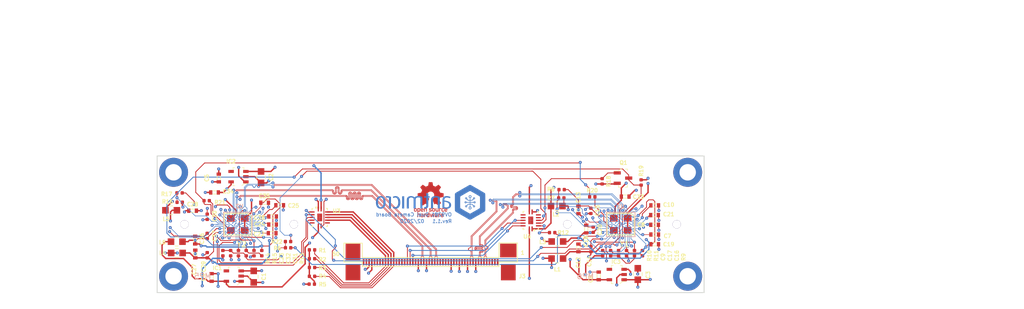
<source format=kicad_pcb>
(kicad_pcb (version 20171130) (host pcbnew 5.1.5+dfsg1-2~bpo10+1)
  (layers (0 F.Cu signal) (1 In1.Cu signal hide) (2 In2.Cu signal hide) (31 B.Cu signal) (34 B.Paste user) (35 F.Paste user) (36 B.SilkS user) (37 F.SilkS user) (38 B.Mask user) (39 F.Mask user) (44 Edge.Cuts user))
  (net 0 "")
  (net 1 GND)
  (net 2 +3V3)
  (net 3 +2V8)
  (net 4 +1V8)
  (net 5 +1V2)
  (net 6 /CAM_L_D1_P)
  (net 7 /CAM_L_D1_N)
  (net 8 /CAM_R_D1_N)
  (net 9 /CAM_R_D1_P)
  (net 10 /CAM_L_CLK_P)
  (net 11 /CAM_L_CLK_N)
  (net 12 /CAM_R_CLK_N)
  (net 13 /CAM_R_CLK_P)
  (net 14 "Net-(J3-Pad1)")
  (net 15 "Net-(J3-Pad2)")
  (net 16 "Net-(J3-Pad3)")
  (net 17 "Net-(J3-Pad4)")
  (net 18 /CAM_L_D0_N)
  (net 19 /CAM_L_D0_P)
  (net 20 "Net-(J3-Pad13)")
  (net 21 "Net-(J3-Pad14)")
  (net 22 "Net-(J3-Pad16)")
  (net 23 "Net-(J3-Pad17)")
  (net 24 "Net-(J3-Pad19)")
  (net 25 "Net-(J3-Pad20)")
  (net 26 "Net-(J3-Pad21)")
  (net 27 "Net-(J3-Pad22)")
  (net 28 /CAM_R_D0_N)
  (net 29 /CAM_R_D0_P)
  (net 30 "Net-(J3-Pad31)")
  (net 31 /CAM_RST)
  (net 32 "Net-(J3-Pad35)")
  (net 33 "Net-(J3-Pad36)")
  (net 34 "Net-(J3-Pad37)")
  (net 35 "Net-(J3-Pad38)")
  (net 36 "Net-(J3-Pad43)")
  (net 37 "Net-(J3-Pad44)")
  (net 38 "Net-(J3-Pad45)")
  (net 39 "Net-(J3-Pad46)")
  (net 40 "Net-(J3-Pad49)")
  (net 41 "Net-(J3-Pad50)")
  (net 42 "Net-(R1-Pad1)")
  (net 43 "Net-(U1-PadA6)")
  (net 44 "Net-(U1-PadB4)")
  (net 45 "Net-(U1-PadB6)")
  (net 46 "Net-(U1-PadC3)")
  (net 47 "Net-(U1-PadC2)")
  (net 48 "Net-(U1-PadC7)")
  (net 49 "Net-(U1-PadC4)")
  (net 50 "Net-(U1-PadC6)")
  (net 51 "Net-(U1-PadD1)")
  (net 52 "Net-(U1-PadD4)")
  (net 53 "Net-(U1-PadD6)")
  (net 54 "Net-(U2-PadD6)")
  (net 55 "Net-(U2-PadD4)")
  (net 56 "Net-(U2-PadD1)")
  (net 57 "Net-(U2-PadC6)")
  (net 58 "Net-(U2-PadC4)")
  (net 59 "Net-(U2-PadC7)")
  (net 60 "Net-(U2-PadC2)")
  (net 61 "Net-(U2-PadC3)")
  (net 62 "Net-(U2-PadB6)")
  (net 63 "Net-(U2-PadB4)")
  (net 64 "Net-(U2-PadA6)")
  (net 65 /M1_DOVDD)
  (net 66 /M1_AGND)
  (net 67 /M1_DVDD)
  (net 68 /M1_AVDD)
  (net 69 /M1_DGND)
  (net 70 /M1_VN3)
  (net 71 /M1_VH)
  (net 72 /M1_CAM_SCL_1V8)
  (net 73 /M1_VN2)
  (net 74 /M1_SID)
  (net 75 /M1_MCLK)
  (net 76 /M1_PVDD)
  (net 77 /M1_VN1)
  (net 78 /M1_VSYNC_1V8)
  (net 79 /CAM_NRST_1V8)
  (net 80 /M1_CAM_SDA_1V8)
  (net 81 /M2_DOVDD)
  (net 82 /M2_AGND)
  (net 83 /M2_DVDD)
  (net 84 /M2_AVDD)
  (net 85 /M2_DGND)
  (net 86 /M2_VN3)
  (net 87 /M2_VH)
  (net 88 /M2_CAM_SCL_1V8)
  (net 89 /M2_VN2)
  (net 90 /M2_SID)
  (net 91 /M2_MCLK_M)
  (net 92 /M2_PVDD)
  (net 93 /M2_VN1)
  (net 94 /M2_VSYNC_1V8)
  (net 95 /M2_CAM_SDA_1V8)
  (net 96 /M2_CAM_SCL)
  (net 97 /M2_CAM_SDA)
  (net 98 /M1_CAM_SCL)
  (net 99 /M1_CAM_SDA)
  (net 100 /M2_VSYNC)
  (net 101 /M1_VSYNC)
  (net 102 /M2_MCLK)
  (net 103 /CAM_RST_1V8)
  (net 104 "Net-(U4-Pad10)")
  (net 105 "Net-(U4-Pad9)")
  (net 106 "Net-(U4-Pad6)")
  (net 107 "Net-(U4-Pad5)")
  (net 108 "Net-(U3-Pad6)")
  (net 109 "Net-(U3-Pad9)")
  (net 110 /M1_VSYNC_1V8_M)
  (net 111 /M2_VSYNC_1V8_M)
  (module OV9281-Dual-Camera-Board-footprints:WE_68715014522 (layer F.Cu) (at 150 120 180)
    (fp_text reference J3 (at -16.75 -2 180) (layer F.SilkS) (effects (font (size 0.7 0.7))))
    (fp_text value WE_68715014522)
    (pad ~ smd rect (at -14.2 2.7 180) (size 3 2.5) (layers F.Cu F.Paste F.Mask))
    (pad ~ smd rect (at -14.2 -1.25 180) (size 2.7 3) (layers F.Cu F.Paste F.Mask))
    (pad ~ smd rect (at 14.2 -1.25 180) (size 2.7 3) (layers F.Cu F.Paste F.Mask))
    (pad ~ smd rect (at 14.2 2.45 180) (size 2.7 3) (layers F.Cu F.Paste F.Mask))
    (pad 50 smd rect (at 12.25 0.6 180) (size 0.3 1.2) (layers F.Cu F.Paste F.Mask) (net 41 "Net-(J3-Pad50)"))
    (pad 49 smd rect (at 11.75 0.6 180) (size 0.3 1.2) (layers F.Cu F.Paste F.Mask) (net 40 "Net-(J3-Pad49)"))
    (pad 48 smd rect (at 11.25 0.6 180) (size 0.3 1.2) (layers F.Cu F.Paste F.Mask) (net 2 +3V3))
    (pad 47 smd rect (at 10.75 0.6 180) (size 0.3 1.2) (layers F.Cu F.Paste F.Mask) (net 2 +3V3))
    (pad 46 smd rect (at 10.25 0.6 180) (size 0.3 1.2) (layers F.Cu F.Paste F.Mask) (net 39 "Net-(J3-Pad46)"))
    (pad 45 smd rect (at 9.75 0.6 180) (size 0.3 1.2) (layers F.Cu F.Paste F.Mask) (net 38 "Net-(J3-Pad45)"))
    (pad 44 smd rect (at 9.25 0.6 180) (size 0.3 1.2) (layers F.Cu F.Paste F.Mask) (net 37 "Net-(J3-Pad44)"))
    (pad 43 smd rect (at 8.75 0.6 180) (size 0.3 1.2) (layers F.Cu F.Paste F.Mask) (net 36 "Net-(J3-Pad43)"))
    (pad 42 smd rect (at 8.25 0.6 180) (size 0.3 1.2) (layers F.Cu F.Paste F.Mask) (net 96 /M2_CAM_SCL))
    (pad 41 smd rect (at 7.75 0.6 180) (size 0.3 1.2) (layers F.Cu F.Paste F.Mask) (net 97 /M2_CAM_SDA))
    (pad 40 smd rect (at 7.25 0.6 180) (size 0.3 1.2) (layers F.Cu F.Paste F.Mask) (net 98 /M1_CAM_SCL))
    (pad 39 smd rect (at 6.75 0.6 180) (size 0.3 1.2) (layers F.Cu F.Paste F.Mask) (net 99 /M1_CAM_SDA))
    (pad 38 smd rect (at 6.25 0.6 180) (size 0.3 1.2) (layers F.Cu F.Paste F.Mask) (net 35 "Net-(J3-Pad38)"))
    (pad 37 smd rect (at 5.75 0.6 180) (size 0.3 1.2) (layers F.Cu F.Paste F.Mask) (net 34 "Net-(J3-Pad37)"))
    (pad 36 smd rect (at 5.25 0.6 180) (size 0.3 1.2) (layers F.Cu F.Paste F.Mask) (net 33 "Net-(J3-Pad36)"))
    (pad 35 smd rect (at 4.75 0.6 180) (size 0.3 1.2) (layers F.Cu F.Paste F.Mask) (net 32 "Net-(J3-Pad35)"))
    (pad 34 smd rect (at 4.25 0.6 180) (size 0.3 1.2) (layers F.Cu F.Paste F.Mask) (net 100 /M2_VSYNC))
    (pad 33 smd rect (at 3.75 0.6 180) (size 0.3 1.2) (layers F.Cu F.Paste F.Mask) (net 31 /CAM_RST))
    (pad 32 smd rect (at 3.25 0.6 180) (size 0.3 1.2) (layers F.Cu F.Paste F.Mask) (net 101 /M1_VSYNC))
    (pad 31 smd rect (at 2.75 0.6 180) (size 0.3 1.2) (layers F.Cu F.Paste F.Mask) (net 30 "Net-(J3-Pad31)"))
    (pad 30 smd rect (at 2.25 0.6 180) (size 0.3 1.2) (layers F.Cu F.Paste F.Mask) (net 1 GND))
    (pad 29 smd rect (at 1.75 0.6 180) (size 0.3 1.2) (layers F.Cu F.Paste F.Mask) (net 13 /CAM_R_CLK_P))
    (pad 28 smd rect (at 1.25 0.6 180) (size 0.3 1.2) (layers F.Cu F.Paste F.Mask) (net 12 /CAM_R_CLK_N))
    (pad 27 smd rect (at 0.75 0.6 180) (size 0.3 1.2) (layers F.Cu F.Paste F.Mask) (net 1 GND))
    (pad 26 smd rect (at 0.25 0.6 180) (size 0.3 1.2) (layers F.Cu F.Paste F.Mask) (net 29 /CAM_R_D0_P))
    (pad 25 smd rect (at -0.25 0.6 180) (size 0.3 1.2) (layers F.Cu F.Paste F.Mask) (net 28 /CAM_R_D0_N))
    (pad 24 smd rect (at -0.75 0.6 180) (size 0.3 1.2) (layers F.Cu F.Paste F.Mask) (net 9 /CAM_R_D1_P))
    (pad 23 smd rect (at -1.25 0.6 180) (size 0.3 1.2) (layers F.Cu F.Paste F.Mask) (net 8 /CAM_R_D1_N))
    (pad 22 smd rect (at -1.75 0.6 180) (size 0.3 1.2) (layers F.Cu F.Paste F.Mask) (net 27 "Net-(J3-Pad22)"))
    (pad 21 smd rect (at -2.25 0.6 180) (size 0.3 1.2) (layers F.Cu F.Paste F.Mask) (net 26 "Net-(J3-Pad21)"))
    (pad 20 smd rect (at -2.75 0.6 180) (size 0.3 1.2) (layers F.Cu F.Paste F.Mask) (net 25 "Net-(J3-Pad20)"))
    (pad 19 smd rect (at -3.25 0.6 180) (size 0.3 1.2) (layers F.Cu F.Paste F.Mask) (net 24 "Net-(J3-Pad19)"))
    (pad 18 smd rect (at -3.75 0.6 180) (size 0.3 1.2) (layers F.Cu F.Paste F.Mask) (net 1 GND))
    (pad 17 smd rect (at -4.25 0.6 180) (size 0.3 1.2) (layers F.Cu F.Paste F.Mask) (net 23 "Net-(J3-Pad17)"))
    (pad 16 smd rect (at -4.75 0.6 180) (size 0.3 1.2) (layers F.Cu F.Paste F.Mask) (net 22 "Net-(J3-Pad16)"))
    (pad 15 smd rect (at -5.25 0.6 180) (size 0.3 1.2) (layers F.Cu F.Paste F.Mask) (net 1 GND))
    (pad 14 smd rect (at -5.75 0.6 180) (size 0.3 1.2) (layers F.Cu F.Paste F.Mask) (net 21 "Net-(J3-Pad14)"))
    (pad 13 smd rect (at -6.25 0.6 180) (size 0.3 1.2) (layers F.Cu F.Paste F.Mask) (net 20 "Net-(J3-Pad13)"))
    (pad 12 smd rect (at -6.75 0.6 180) (size 0.3 1.2) (layers F.Cu F.Paste F.Mask) (net 1 GND))
    (pad 11 smd rect (at -7.25 0.6 180) (size 0.3 1.2) (layers F.Cu F.Paste F.Mask) (net 10 /CAM_L_CLK_P))
    (pad 10 smd rect (at -7.75 0.6 180) (size 0.3 1.2) (layers F.Cu F.Paste F.Mask) (net 11 /CAM_L_CLK_N))
    (pad 9 smd rect (at -8.25 0.6 180) (size 0.3 1.2) (layers F.Cu F.Paste F.Mask) (net 1 GND))
    (pad 8 smd rect (at -8.75 0.6 180) (size 0.3 1.2) (layers F.Cu F.Paste F.Mask) (net 19 /CAM_L_D0_P))
    (pad 7 smd rect (at -9.25 0.6 180) (size 0.3 1.2) (layers F.Cu F.Paste F.Mask) (net 18 /CAM_L_D0_N))
    (pad 6 smd rect (at -9.75 0.6 180) (size 0.3 1.2) (layers F.Cu F.Paste F.Mask) (net 6 /CAM_L_D1_P))
    (pad 5 smd rect (at -10.25 0.6 180) (size 0.3 1.2) (layers F.Cu F.Paste F.Mask) (net 7 /CAM_L_D1_N))
    (pad 4 smd rect (at -10.75 0.6 180) (size 0.3 1.2) (layers F.Cu F.Paste F.Mask) (net 17 "Net-(J3-Pad4)"))
    (pad 3 smd rect (at -11.25 0.6 180) (size 0.3 1.2) (layers F.Cu F.Paste F.Mask) (net 16 "Net-(J3-Pad3)"))
    (pad 2 smd rect (at -11.75 0.6 180) (size 0.3 1.2) (layers F.Cu F.Paste F.Mask) (net 15 "Net-(J3-Pad2)"))
    (pad 1 smd rect (at -12.25 0.6 180) (size 0.3 1.2) (layers F.Cu F.Paste F.Mask) (net 14 "Net-(J3-Pad1)"))
  )
  (module OV9281-Dual-Camera-Board-footprints:Camera_Lens_20mm (layer B.Cu) (at 185 112.5)
    (fp_text reference MP6 (at -6.7 9.5) (layer B.SilkS) (effects (justify mirror)))
    (fp_text value Camera_Lens)
    (pad 2 thru_hole circle (at -10 0) (size 1.5 1.5) (drill 1.5) (layers *.Cu *.Mask))
    (pad 1 thru_hole circle (at 10 0) (size 1.5 1.5) (drill 1.5) (layers *.Cu *.Mask))
  )
  (module OV9281-Dual-Camera-Board-footprints:Camera_Lens_20mm (layer B.Cu) (at 115 112.5)
    (fp_text reference MP5 (at -6.7 9.5) (layer B.SilkS) (effects (justify mirror)))
    (fp_text value Camera_Lens)
    (pad 2 thru_hole circle (at -10 0) (size 1.5 1.5) (drill 1.5) (layers *.Cu *.Mask))
    (pad 1 thru_hole circle (at 10 0) (size 1.5 1.5) (drill 1.5) (layers *.Cu *.Mask))
  )
  (module OV9281-Dual-Camera-Board-footprints:oshw-logo (layer F.Cu) (at 150 108)
    (fp_text reference N2 hide)
    (fp_text value oshw_logo hide)
    (fp_poly (pts (xy -1.520547 2.559315) (xy -1.484257 2.562589) (xy -1.453571 2.568483) (xy -1.42629 2.577419) (xy -1.400688 2.589559) (xy -1.370681 2.610821) (xy -1.344258 2.639027) (xy -1.324255 2.670988) (xy -1.320279 2.679956) (xy -1.30811 2.71018) (xy -1.3081 3.19786) (xy -1.43256 3.200712) (xy -1.43256 3.172616) (xy -1.433001 3.157262) (xy -1.43414 3.147057) (xy -1.435256 3.14452) (xy -1.439925 3.147991) (xy -1.44858 3.156755) (xy -1.452999 3.161658) (xy -1.471978 3.178645) (xy -1.49558 3.190826) (xy -1.525318 3.19871) (xy -1.562703 3.202805) (xy -1.57734 3.203422) (xy -1.602824 3.203658) (xy -1.626988 3.203015) (xy -1.646538 3.201624) (xy -1.65553 3.200315) (xy -1.685682 3.191062) (xy -1.716935 3.176628) (xy -1.745331 3.159088) (xy -1.764046 3.143501) (xy -1.789625 3.111334) (xy -1.806796 3.075521) (xy -1.815801 3.037506) (xy -1.816878 2.998734) (xy -1.81664 2.997361) (xy -1.696223 2.997361) (xy -1.695252 3.020525) (xy -1.686495 3.04231) (xy -1.66972 3.060562) (xy -1.667587 3.062115) (xy -1.653946 3.070585) (xy -1.639866 3.076449) (xy -1.623179 3.080099) (xy -1.601719 3.081928) (xy -1.573316 3.082328) (xy -1.55702 3.082134) (xy -1.528455 3.081426) (xy -1.507932 3.080233) (xy -1.493336 3.078268) (xy -1.482549 3.075242) (xy -1.473457 3.070866) (xy -1.4732 3.070718) (xy -1.457655 3.058381) (xy -1.446482 3.041138) (xy -1.439038 3.017444) (xy -1.434673 2.985753) (xy -1.434033 2.977094) (xy -1.431057 2.93116) (xy -1.532139 2.931271) (xy -1.567669 2.931414) (xy -1.594661 2.931841) (xy -1.614734 2.932682) (xy -1.629508 2.934068) (xy -1.640604 2.936129) (xy -1.649641 2.938995) (xy -1.654706 2.941136) (xy -1.67572 2.955512) (xy -1.689636 2.974971) (xy -1.696223 2.997361) (xy -1.81664 2.997361) (xy -1.810268 2.960648) (xy -1.796211 2.924695) (xy -1.774945 2.892318) (xy -1.746713 2.864961) (xy -1.71454 2.845351) (xy -1.699391 2.838812) (xy -1.684182 2.833785) (xy -1.667295 2.830081) (xy -1.64711 2.827504) (xy -1.622008 2.825865) (xy -1.590368 2.824969) (xy -1.550571 2.824625) (xy -1.539905 2.824604) (xy -1.431349 2.82448) (xy -1.433457 2.776281) (xy -1.435643 2.747652) (xy -1.440005 2.726818) (xy -1.447619 2.711473) (xy -1.459557 2.699312) (xy -1.473732 2.68986) (xy -1.482123 2.685647) (xy -1.491816 2.682768) (xy -1.50486 2.680982) (xy -1.523299 2.680045) (xy -1.549181 2.679716) (xy -1.55956 2.6797) (xy -1.593451 2.680227) (xy -1.619103 2.682156) (xy -1.638402 2.686003) (xy -1.653229 2.692284) (xy -1.66547 2.701518) (xy -1.674582 2.71128) (xy -1.685464 2.724211) (xy -1.734272 2.686948) (xy -1.753108 2.672336) (xy -1.768568 2.659904) (xy -1.779081 2.650946) (xy -1.783078 2.646755) (xy -1.78308 2.646721) (xy -1.779269 2.640177) (xy -1.769265 2.629658) (xy -1.755216 2.616991) (xy -1.739267 2.604005) (xy -1.723566 2.592529) (xy -1.710258 2.584392) (xy -1.70942 2.583969) (xy -1.687833 2.574068) (xy -1.667762 2.566998) (xy -1.646748 2.562323) (xy -1.622329 2.559605) (xy -1.592047 2.558408) (xy -1.56464 2.558242) (xy -1.520547 2.559315)) (layer F.Cu) (width 0.01))
    (fp_poly (pts (xy -2.7328 1.557697) (xy -2.684546 1.570663) (xy -2.641589 1.59229) (xy -2.6039 1.622592) (xy -2.580265 1.649454) (xy -2.561783 1.676927) (xy -2.547426 1.706492) (xy -2.536905 1.739537) (xy -2.529927 1.777455) (xy -2.526203 1.821634) (xy -2.52544 1.873464) (xy -2.526239 1.90754) (xy -2.528944 1.956516) (xy -2.533763 1.997186) (xy -2.541296 2.031291) (xy -2.552144 2.06057) (xy -2.566907 2.086764) (xy -2.586185 2.111615) (xy -2.602676 2.129131) (xy -2.636646 2.158152) (xy -2.67299 2.178971) (xy -2.713336 2.1922) (xy -2.759311 2.198453) (xy -2.788718 2.199129) (xy -2.812449 2.198418) (xy -2.834606 2.196951) (xy -2.851651 2.194993) (xy -2.856492 2.194074) (xy -2.897147 2.179634) (xy -2.936141 2.155699) (xy -2.969665 2.126384) (xy -2.992401 2.10172) (xy -3.010173 2.077392) (xy -3.023622 2.051593) (xy -3.033389 2.022517) (xy -3.040117 1.988358) (xy -3.044446 1.94731) (xy -3.046544 1.910015) (xy -3.046759 1.882248) (xy -2.91846 1.882248) (xy -2.91846 1.968716) (xy -2.902189 2.001766) (xy -2.884147 2.031176) (xy -2.862589 2.051992) (xy -2.836231 2.064929) (xy -2.803792 2.070703) (xy -2.778167 2.070926) (xy -2.754539 2.069112) (xy -2.736963 2.065333) (xy -2.721373 2.058591) (xy -2.716269 2.055719) (xy -2.696096 2.041639) (xy -2.680584 2.025025) (xy -2.669138 2.004405) (xy -2.66116 1.978307) (xy -2.656056 1.945257) (xy -2.653228 1.903782) (xy -2.653066 1.899608) (xy -2.652542 1.848728) (xy -2.655306 1.806574) (xy -2.661698 1.772146) (xy -2.672056 1.744448) (xy -2.686721 1.72248) (xy -2.706031 1.705245) (xy -2.722521 1.69545) (xy -2.754232 1.684217) (xy -2.787608 1.680797) (xy -2.820534 1.684757) (xy -2.850894 1.695663) (xy -2.876571 1.713084) (xy -2.891338 1.729953) (xy -2.900675 1.745177) (xy -2.90766 1.76091) (xy -2.912608 1.778925) (xy -2.915837 1.801) (xy -2.917662 1.828909) (xy -2.918399 1.864428) (xy -2.91846 1.882248) (xy -3.046759 1.882248) (xy -3.047053 1.844555) (xy -3.042844 1.786749) (xy -3.03398 1.736973) (xy -3.020528 1.6956) (xy -3.003958 1.664995) (xy -2.971078 1.624961) (xy -2.934031 1.594033) (xy -2.892338 1.571967) (xy -2.845521 1.558517) (xy -2.7931 1.553436) (xy -2.78638 1.553378) (xy -2.7328 1.557697)) (layer F.Cu) (width 0.01))
    (fp_poly (pts (xy -0.842854 2.558238) (xy -0.814699 2.564601) (xy -0.793284 2.572328) (xy -0.772416 2.581726) (xy -0.758495 2.589591) (xy -0.73721 2.603849) (xy -0.782803 2.658284) (xy -0.799438 2.677915) (xy -0.813773 2.694399) (xy -0.824557 2.706328) (xy -0.830537 2.712297) (xy -0.831244 2.71272) (xy -0.836907 2.710055) (xy -0.846965 2.703544) (xy -0.848313 2.702593) (xy -0.873395 2.690251) (xy -0.903191 2.684263) (xy -0.934016 2.685262) (xy -0.941241 2.686629) (xy -0.974462 2.698426) (xy -1.000899 2.717623) (xy -1.019633 2.741992) (xy -1.03378 2.76606) (xy -1.03886 3.19786) (xy -1.16332 3.200712) (xy -1.16332 2.5654) (xy -1.03632 2.5654) (xy -1.03632 2.626476) (xy -1.008844 2.604096) (xy -0.971438 2.579793) (xy -0.930037 2.563791) (xy -0.886543 2.556477) (xy -0.842854 2.558238)) (layer F.Cu) (width 0.01))
    (fp_poly (pts (xy 1.038658 2.556999) (xy 1.091282 2.563659) (xy 1.137736 2.576601) (xy 1.177447 2.595588) (xy 1.209841 2.620381) (xy 1.234342 2.650742) (xy 1.242238 2.665302) (xy 1.247495 2.677777) (xy 1.2519 2.691708) (xy 1.255515 2.708027) (xy 1.258402 2.727665) (xy 1.260621 2.751555) (xy 1.262236 2.780627) (xy 1.263308 2.815814) (xy 1.263898 2.858047) (xy 1.264069 2.908257) (xy 1.263881 2.967376) (xy 1.263748 2.98958) (xy 1.26238 3.19786) (xy 1.13538 3.19786) (xy 1.133842 3.171118) (xy 1.132304 3.144377) (xy 1.119233 3.159911) (xy 1.096185 3.179576) (xy 1.065039 3.193734) (xy 1.026343 3.202213) (xy 0.980645 3.204841) (xy 0.976379 3.204788) (xy 0.955641 3.204177) (xy 0.937414 3.203212) (xy 0.92533 3.20209) (xy 0.92456 3.20197) (xy 0.879073 3.189911) (xy 0.839607 3.170505) (xy 0.806748 3.144654) (xy 0.78108 3.11326) (xy 0.763188 3.077223) (xy 0.753657 3.037447) (xy 0.75322 3.005579) (xy 0.87376 3.005579) (xy 0.874656 3.023198) (xy 0.878506 3.0355) (xy 0.887049 3.047254) (xy 0.89027 3.050826) (xy 0.903492 3.063313) (xy 0.917828 3.072236) (xy 0.935168 3.078077) (xy 0.957403 3.081317) (xy 0.986423 3.082437) (xy 1.01346 3.082182) (xy 1.043426 3.081219) (xy 1.065196 3.079662) (xy 1.080731 3.077264) (xy 1.091987 3.073776) (xy 1.096409 3.071661) (xy 1.112632 3.058685) (xy 1.123838 3.039377) (xy 1.130406 3.012731) (xy 1.132717 2.977744) (xy 1.132728 2.97561) (xy 1.13284 2.93116) (xy 1.03505 2.931271) (xy 0.999917 2.931431) (xy 0.973305 2.931906) (xy 0.953574 2.932829) (xy 0.939085 2.934331) (xy 0.928201 2.936544) (xy 0.919283 2.939599) (xy 0.91654 2.940793) (xy 0.893977 2.954502) (xy 0.880254 2.971912) (xy 0.87425 2.99472) (xy 0.87376 3.005579) (xy 0.75322 3.005579) (xy 0.753072 2.994831) (xy 0.761777 2.951065) (xy 0.768571 2.931049) (xy 0.776155 2.915691) (xy 0.786796 2.901355) (xy 0.802764 2.884403) (xy 0.804325 2.882839) (xy 0.820663 2.867146) (xy 0.835715 2.854719) (xy 0.850966 2.845155) (xy 0.867899 2.83805) (xy 0.887995 2.833003) (xy 0.912738 2.829609) (xy 0.943612 2.827465) (xy 0.982099 2.82617) (xy 1.01518 2.825538) (xy 1.13374 2.823651) (xy 1.13202 2.771122) (xy 1.131013 2.746916) (xy 1.12955 2.730529) (xy 1.127126 2.719619) (xy 1.12324 2.711845) (xy 1.117898 2.705404) (xy 1.098579 2.69189) (xy 1.070188 2.682719) (xy 1.032851 2.677923) (xy 1.006777 2.67716) (xy 0.972406 2.67828) (xy 0.94585 2.682029) (xy 0.924973 2.688988) (xy 0.907638 2.699742) (xy 0.90016 2.706223) (xy 0.882279 2.723087) (xy 0.834839 2.686958) (xy 0.816294 2.672654) (xy 0.801145 2.660626) (xy 0.790984 2.652163) (xy 0.7874 2.648576) (xy 0.791306 2.639567) (xy 0.801763 2.626931) (xy 0.816877 2.61269) (xy 0.832288 2.600608) (xy 0.864986 2.581503) (xy 0.902471 2.568052) (xy 0.946385 2.559769) (xy 0.98044 2.556859) (xy 1.038658 2.556999)) (layer F.Cu) (width 0.01))
    (fp_poly (pts (xy -0.836737 1.560625) (xy -0.796274 1.57668) (xy -0.760142 1.600399) (xy -0.72949 1.630984) (xy -0.705466 1.667638) (xy -0.689218 1.709565) (xy -0.686437 1.7211) (xy -0.684809 1.734425) (xy -0.683446 1.757693) (xy -0.682353 1.790687) (xy -0.681534 1.833193) (xy -0.680995 1.884996) (xy -0.680741 1.945881) (xy -0.68072 1.97129) (xy -0.68072 2.19456) (xy -0.807297 2.19456) (xy -0.808779 1.984638) (xy -0.81026 1.774716) (xy -0.825578 1.744777) (xy -0.844099 1.716999) (xy -0.86736 1.697722) (xy -0.896409 1.686288) (xy -0.92476 1.682331) (xy -0.946329 1.682251) (xy -0.966452 1.684089) (xy -0.978101 1.686626) (xy -1.000316 1.698058) (xy -1.022147 1.716281) (xy -1.040417 1.738318) (xy -1.048564 1.7526) (xy -1.05119 1.758654) (xy -1.053356 1.765119) (xy -1.055115 1.773012) (xy -1.05652 1.783351) (xy -1.057625 1.797153) (xy -1.058483 1.815435) (xy -1.059148 1.839216) (xy -1.059673 1.869513) (xy -1.060111 1.907343) (xy -1.060516 1.953724) (xy -1.060757 1.98501) (xy -1.062334 2.19456) (xy -1.18872 2.19456) (xy -1.18872 1.55956) (xy -1.06172 1.55956) (xy -1.06172 1.625716) (xy -1.032895 1.602238) (xy -1.000955 1.579612) (xy -0.968999 1.564698) (xy -0.933198 1.55579) (xy -0.926066 1.554696) (xy -0.880384 1.553031) (xy -0.836737 1.560625)) (layer F.Cu) (width 0.01))
    (fp_poly (pts (xy 1.042458 1.769481) (xy 1.04394 1.979403) (xy 1.059257 2.009342) (xy 1.077599 2.036956) (xy 1.100575 2.056139) (xy 1.129331 2.067609) (xy 1.15917 2.071829) (xy 1.19344 2.070846) (xy 1.221522 2.063099) (xy 1.245419 2.047838) (xy 1.258775 2.034544) (xy 1.266643 2.025449) (xy 1.273172 2.016985) (xy 1.278497 2.008138) (xy 1.282751 1.997892) (xy 1.286069 1.98523) (xy 1.288584 1.969138) (xy 1.29043 1.948599) (xy 1.291742 1.922598) (xy 1.292653 1.89012) (xy 1.293297 1.850149) (xy 1.293809 1.801669) (xy 1.294121 1.76657) (xy 1.295926 1.55956) (xy 1.4224 1.55956) (xy 1.4224 2.19456) (xy 1.2954 2.19456) (xy 1.2954 2.16154) (xy 1.295008 2.144722) (xy 1.293982 2.132829) (xy 1.292608 2.12852) (xy 1.28771 2.131785) (xy 1.278195 2.140148) (xy 1.271018 2.147012) (xy 1.256272 2.159017) (xy 1.236682 2.171776) (xy 1.2192 2.181169) (xy 1.202021 2.188739) (xy 1.186852 2.193568) (xy 1.170197 2.196373) (xy 1.148558 2.197869) (xy 1.13538 2.198333) (xy 1.107857 2.198599) (xy 1.087298 2.19729) (xy 1.070583 2.194078) (xy 1.059001 2.190339) (xy 1.036212 2.1813) (xy 1.019005 2.172516) (xy 1.003531 2.16158) (xy 0.985939 2.146082) (xy 0.981277 2.141703) (xy 0.952318 2.107608) (xy 0.931 2.068067) (xy 0.920116 2.033019) (xy 0.918488 2.019694) (xy 0.917125 1.996426) (xy 0.916032 1.963432) (xy 0.915213 1.920926) (xy 0.914674 1.869123) (xy 0.91442 1.808238) (xy 0.9144 1.782829) (xy 0.9144 1.55956) (xy 1.040976 1.55956) (xy 1.042458 1.769481)) (layer F.Cu) (width 0.01))
    (fp_poly (pts (xy 0.03535 2.77749) (xy 0.047597 2.82249) (xy 0.059122 2.864699) (xy 0.069633 2.903055) (xy 0.078835 2.936495) (xy 0.086437 2.963954) (xy 0.092145 2.984372) (xy 0.095666 2.996683) (xy 0.096608 2.99974) (xy 0.09879 2.999338) (xy 0.103068 2.991268) (xy 0.109581 2.975151) (xy 0.118471 2.95061) (xy 0.129875 2.917267) (xy 0.143934 2.874744) (xy 0.152017 2.84988) (xy 0.165587 2.807974) (xy 0.179166 2.766094) (xy 0.192174 2.726028) (xy 0.204028 2.689566) (xy 0.214148 2.658496) (xy 0.221951 2.634608) (xy 0.224239 2.62763) (xy 0.244681 2.5654) (xy 0.338499 2.5654) (xy 0.406231 2.77495) (xy 0.420645 2.819489) (xy 0.434234 2.861381) (xy 0.446651 2.89956) (xy 0.45755 2.932961) (xy 0.466581 2.960522) (xy 0.473397 2.981177) (xy 0.477651 2.993863) (xy 0.478826 2.9972) (xy 0.480371 2.998889) (xy 0.482606 2.996821) (xy 0.485754 2.990282) (xy 0.490039 2.978558) (xy 0.495685 2.960935) (xy 0.502914 2.9367) (xy 0.511952 2.905138) (xy 0.523022 2.865537) (xy 0.536347 2.817181) (xy 0.543915 2.789532) (xy 0.556386 2.74402) (xy 0.568072 2.701592) (xy 0.578698 2.663238) (xy 0.587986 2.62995) (xy 0.595658 2.602718) (xy 0.601437 2.582534) (xy 0.605046 2.570387) (xy 0.606176 2.567129) (xy 0.611732 2.566472) (xy 0.625475 2.566125) (xy 0.645439 2.566104) (xy 0.669654 2.566428) (xy 0.673967 2.566517) (xy 0.739724 2.56794) (xy 0.656883 2.82702) (xy 0.640466 2.878382) (xy 0.624436 2.928567) (xy 0.609165 2.976411) (xy 0.595026 3.020747) (xy 0.582388 3.060409) (xy 0.571624 3.094232) (xy 0.563106 3.121048) (xy 0.557206 3.139693) (xy 0.556034 3.143414) (xy 0.538027 3.200728) (xy 0.425301 3.19786) (xy 0.358908 2.975026) (xy 0.341754 2.917813) (xy 0.327197 2.870057) (xy 0.315125 2.831423) (xy 0.305428 2.801574) (xy 0.297994 2.780176) (xy 0.292714 2.766893) (xy 0.289476 2.761389) (xy 0.288474 2.761666) (xy 0.286199 2.76844) (xy 0.281365 2.783891) (xy 0.274295 2.806953) (xy 0.265311 2.836559) (xy 0.254737 2.871644) (xy 0.242896 2.911141) (xy 0.230109 2.953984) (xy 0.223298 2.97688) (xy 0.21019 3.020989) (xy 0.197919 3.062277) (xy 0.1868 3.099681) (xy 0.177149 3.13214) (xy 0.169282 3.158593) (xy 0.163514 3.177977) (xy 0.160161 3.189231) (xy 0.159479 3.19151) (xy 0.157131 3.195457) (xy 0.151731 3.198044) (xy 0.141475 3.199547) (xy 0.124557 3.20024) (xy 0.101098 3.2004) (xy 0.073923 3.199996) (xy 0.055863 3.198712) (xy 0.045901 3.196435) (xy 0.043145 3.19405) (xy 0.041242 3.188209) (xy 0.036521 3.17353) (xy 0.02925 3.150851) (xy 0.0197 3.121014) (xy 0.008138 3.08486) (xy -0.005167 3.043228) (xy -0.019946 2.996959) (xy -0.03593 2.946894) (xy -0.05285 2.893873) (xy -0.056102 2.88368) (xy -0.073181 2.830171) (xy -0.089387 2.779438) (xy -0.10445 2.732327) (xy -0.1181 2.68968) (xy -0.130066 2.652341) (xy -0.140078 2.621153) (xy -0.147866 2.59696) (xy -0.15316 2.580604) (xy -0.155688 2.57293) (xy -0.155831 2.57253) (xy -0.155395 2.569602) (xy -0.150538 2.567575) (xy -0.139883 2.5663) (xy -0.122052 2.565626) (xy -0.095668 2.565403) (xy -0.090424 2.5654) (xy -0.02228 2.5654) (xy 0.03535 2.77749)) (layer F.Cu) (width 0.01))
    (fp_poly (pts (xy 0.004435 1.55629) (xy 0.054498 1.566516) (xy 0.102286 1.582883) (xy 0.146112 1.605338) (xy 0.154848 1.61095) (xy 0.193217 1.636613) (xy 0.178321 1.655236) (xy 0.166899 1.66896) (xy 0.152026 1.686104) (xy 0.138862 1.700812) (xy 0.1143 1.727765) (xy 0.070868 1.705253) (xy 0.032622 1.688638) (xy -0.006057 1.677694) (xy -0.043682 1.672406) (xy -0.078763 1.672759) (xy -0.109813 1.67874) (xy -0.135344 1.690334) (xy -0.153791 1.707421) (xy -0.161374 1.724974) (xy -0.163826 1.745072) (xy -0.163072 1.761359) (xy -0.158935 1.772295) (xy -0.149526 1.782579) (xy -0.148336 1.783652) (xy -0.138503 1.79135) (xy -0.127329 1.797354) (xy -0.113193 1.802032) (xy -0.094476 1.805758) (xy -0.069555 1.808903) (xy -0.036811 1.811837) (xy -0.019589 1.813152) (xy 0.02741 1.817683) (xy 0.065759 1.82388) (xy 0.096886 1.832107) (xy 0.122216 1.84273) (xy 0.140524 1.854113) (xy 0.166265 1.879048) (xy 0.186438 1.910958) (xy 0.200237 1.947847) (xy 0.206859 1.987716) (xy 0.206643 2.018235) (xy 0.198431 2.060433) (xy 0.181435 2.097744) (xy 0.155931 2.129882) (xy 0.122195 2.156556) (xy 0.080503 2.177478) (xy 0.042745 2.189591) (xy 0.005242 2.196323) (xy -0.037777 2.199429) (xy -0.082335 2.198915) (xy -0.12446 2.194789) (xy -0.1524 2.189242) (xy -0.176026 2.181921) (xy -0.203126 2.171702) (xy -0.228305 2.16064) (xy -0.23114 2.159255) (xy -0.250473 2.148794) (xy -0.271122 2.136196) (xy -0.291216 2.122789) (xy -0.308885 2.109899) (xy -0.322258 2.098855) (xy -0.329463 2.090984) (xy -0.3302 2.088963) (xy -0.326801 2.084073) (xy -0.317553 2.073644) (xy -0.303887 2.059225) (xy -0.287907 2.043042) (xy -0.245614 2.000968) (xy -0.220797 2.021476) (xy -0.183926 2.047385) (xy -0.144939 2.065281) (xy -0.101848 2.075833) (xy -0.052669 2.079712) (xy -0.04826 2.079755) (xy -0.022609 2.079485) (xy -0.003903 2.078045) (xy 0.011049 2.074954) (xy 0.025437 2.06973) (xy 0.029353 2.068019) (xy 0.054553 2.05257) (xy 0.071489 2.033048) (xy 0.079611 2.010578) (xy 0.078365 1.986283) (xy 0.074782 1.975483) (xy 0.068978 1.964717) (xy 0.060733 1.956216) (xy 0.048695 1.949523) (xy 0.031511 1.944181) (xy 0.007827 1.939732) (xy -0.023709 1.935721) (xy -0.051238 1.932923) (xy -0.088821 1.929147) (xy -0.118171 1.925627) (xy -0.141193 1.921963) (xy -0.159793 1.917757) (xy -0.175877 1.91261) (xy -0.191349 1.906123) (xy -0.20066 1.901656) (xy -0.234991 1.879441) (xy -0.261472 1.85092) (xy -0.279818 1.816567) (xy -0.289744 1.776856) (xy -0.291544 1.75006) (xy -0.290838 1.727399) (xy -0.288785 1.705711) (xy -0.285813 1.689383) (xy -0.285507 1.6883) (xy -0.27275 1.659071) (xy -0.252839 1.63014) (xy -0.228277 1.604966) (xy -0.22098 1.599118) (xy -0.184838 1.577847) (xy -0.142539 1.562982) (xy -0.095769 1.554469) (xy -0.046216 1.552256) (xy 0.004435 1.55629)) (layer F.Cu) (width 0.01))
    (fp_poly (pts (xy 2.835273 1.557568) (xy 2.883172 1.570853) (xy 2.926643 1.592412) (xy 2.964796 1.621537) (xy 2.996738 1.65752) (xy 3.021576 1.699655) (xy 3.038421 1.747232) (xy 3.040693 1.75706) (xy 3.043626 1.776475) (xy 3.045961 1.802774) (xy 3.047464 1.832686) (xy 3.047911 1.85801) (xy 3.048 1.92532) (xy 2.650451 1.92532) (xy 2.653961 1.951782) (xy 2.663419 1.991612) (xy 2.680108 2.024363) (xy 2.703723 2.049772) (xy 2.733961 2.067575) (xy 2.770518 2.07751) (xy 2.80162 2.07964) (xy 2.845174 2.075448) (xy 2.883125 2.063113) (xy 2.916319 2.042349) (xy 2.920267 2.039068) (xy 2.929073 2.03135) (xy 2.935705 2.026489) (xy 2.941859 2.025071) (xy 2.94923 2.027681) (xy 2.959515 2.034902) (xy 2.974409 2.047319) (xy 2.99466 2.064705) (xy 3.010478 2.078193) (xy 3.023203 2.088982) (xy 3.030987 2.095509) (xy 3.032453 2.096687) (xy 3.030302 2.100775) (xy 3.02254 2.110033) (xy 3.010806 2.122516) (xy 3.009911 2.123428) (xy 2.98076 2.147729) (xy 2.945078 2.169171) (xy 2.906457 2.185758) (xy 2.887246 2.191587) (xy 2.861161 2.196142) (xy 2.82875 2.198603) (xy 2.793627 2.19897) (xy 2.759408 2.197242) (xy 2.729709 2.19342) (xy 2.721021 2.19158) (xy 2.675036 2.175449) (xy 2.634273 2.150795) (xy 2.599125 2.118033) (xy 2.569987 2.077579) (xy 2.54725 2.02985) (xy 2.536446 1.99644) (xy 2.532041 1.97311) (xy 2.529015 1.942361) (xy 2.527365 1.90684) (xy 2.527089 1.869192) (xy 2.528187 1.832065) (xy 2.529163 1.81864) (xy 2.650606 1.81864) (xy 2.92213 1.81864) (xy 2.918776 1.79959) (xy 2.908012 1.758409) (xy 2.891583 1.725533) (xy 2.869293 1.700705) (xy 2.840944 1.683666) (xy 2.826519 1.678575) (xy 2.788871 1.67223) (xy 2.753913 1.675258) (xy 2.722589 1.687023) (xy 2.695847 1.706889) (xy 2.674632 1.734219) (xy 2.65989 1.768378) (xy 2.654143 1.79451) (xy 2.650606 1.81864) (xy 2.529163 1.81864) (xy 2.530656 1.798104) (xy 2.534495 1.769957) (xy 2.536587 1.76022) (xy 2.554141 1.707687) (xy 2.578497 1.662161) (xy 2.609188 1.624031) (xy 2.645751 1.593685) (xy 2.687719 1.571515) (xy 2.734628 1.557908) (xy 2.78384 1.553265) (xy 2.835273 1.557568)) (layer F.Cu) (width 0.01))
    (fp_poly (pts (xy 0.063944 -3.200385) (xy 0.118503 -3.200323) (xy 0.164447 -3.200194) (xy 0.202552 -3.199975) (xy 0.23359 -3.199646) (xy 0.258334 -3.199185) (xy 0.277557 -3.198571) (xy 0.292034 -3.197781) (xy 0.302537 -3.196794) (xy 0.309839 -3.195589) (xy 0.314713 -3.194144) (xy 0.317934 -3.192438) (xy 0.31913 -3.191511) (xy 0.321531 -3.188443) (xy 0.324143 -3.18278) (xy 0.327119 -3.173802) (xy 0.330612 -3.160785) (xy 0.334776 -3.14301) (xy 0.339764 -3.119755) (xy 0.345729 -3.090298) (xy 0.352825 -3.053919) (xy 0.361205 -3.009896) (xy 0.371021 -2.957507) (xy 0.382428 -2.896033) (xy 0.385794 -2.87782) (xy 0.395938 -2.823228) (xy 0.405693 -2.771386) (xy 0.41488 -2.723197) (xy 0.423321 -2.679563) (xy 0.430839 -2.641386) (xy 0.437257 -2.609567) (xy 0.442397 -2.585008) (xy 0.44608 -2.568611) (xy 0.44813 -2.561277) (xy 0.448169 -2.561197) (xy 0.456812 -2.549847) (xy 0.464359 -2.543968) (xy 0.476168 -2.538293) (xy 0.495535 -2.529756) (xy 0.521275 -2.518828) (xy 0.5522 -2.505979) (xy 0.587125 -2.491679) (xy 0.624864 -2.476401) (xy 0.664231 -2.460614) (xy 0.704039 -2.44479) (xy 0.743103 -2.429399) (xy 0.780237 -2.414913) (xy 0.814255 -2.401801) (xy 0.84397 -2.390536) (xy 0.868197 -2.381588) (xy 0.885749 -2.375427) (xy 0.89544 -2.372525) (xy 0.896621 -2.37236) (xy 0.911725 -2.37562) (xy 0.931874 -2.385712) (xy 0.948099 -2.396118) (xy 0.962375 -2.405865) (xy 0.983862 -2.420564) (xy 1.011392 -2.439414) (xy 1.0438 -2.461618) (xy 1.079921 -2.486375) (xy 1.118588 -2.512886) (xy 1.158636 -2.540351) (xy 1.198899 -2.567971) (xy 1.238212 -2.594945) (xy 1.275408 -2.620476) (xy 1.309323 -2.643762) (xy 1.338789 -2.664005) (xy 1.362643 -2.680404) (xy 1.377499 -2.690632) (xy 1.39888 -2.70476) (xy 1.418234 -2.716436) (xy 1.433568 -2.724533) (xy 1.44289 -2.727923) (xy 1.443473 -2.72796) (xy 1.448048 -2.725998) (xy 1.456423 -2.719864) (xy 1.468988 -2.709187) (xy 1.486133 -2.693598) (xy 1.508249 -2.672727) (xy 1.535726 -2.646203) (xy 1.568952 -2.613656) (xy 1.60832 -2.574716) (xy 1.654219 -2.529013) (xy 1.675064 -2.508185) (xy 1.721494 -2.46169) (xy 1.761169 -2.421799) (xy 1.794577 -2.387994) (xy 1.822205 -2.359756) (xy 1.844544 -2.336565) (xy 1.862081 -2.317902) (xy 1.875304 -2.303248) (xy 1.884702 -2.292085) (xy 1.890764 -2.283892) (xy 1.893978 -2.278151) (xy 1.89484 -2.274608) (xy 1.892783 -2.268426) (xy 1.886468 -2.256497) (xy 1.875681 -2.238489) (xy 1.860204 -2.214069) (xy 1.839823 -2.182908) (xy 1.814321 -2.144672) (xy 1.783483 -2.099031) (xy 1.747093 -2.045654) (xy 1.721932 -2.008942) (xy 1.690797 -1.963426) (xy 1.661369 -1.920086) (xy 1.63416 -1.879699) (xy 1.609681 -1.843039) (xy 1.588445 -1.810882) (xy 1.570964 -1.784002) (xy 1.557749 -1.763175) (xy 1.549313 -1.749176) (xy 1.546182 -1.742862) (xy 1.547503 -1.734906) (xy 1.552551 -1.718843) (xy 1.560841 -1.695811) (xy 1.571887 -1.666949) (xy 1.585204 -1.633395) (xy 1.600306 -1.596286) (xy 1.616707 -1.556762) (xy 1.633922 -1.515961) (xy 1.651466 -1.47502) (xy 1.668852 -1.435079) (xy 1.685596 -1.397276) (xy 1.701212 -1.362748) (xy 1.715213 -1.332635) (xy 1.727115 -1.308073) (xy 1.736433 -1.290203) (xy 1.742679 -1.280162) (xy 1.74423 -1.278579) (xy 1.751136 -1.276353) (xy 1.767124 -1.2725) (xy 1.791276 -1.267205) (xy 1.822678 -1.260653) (xy 1.860412 -1.25303) (xy 1.903562 -1.244521) (xy 1.951213 -1.235312) (xy 2.002449 -1.225587) (xy 2.049871 -1.216732) (xy 2.103519 -1.206708) (xy 2.1544 -1.197039) (xy 2.201597 -1.18791) (xy 2.244192 -1.179508) (xy 2.281268 -1.172015) (xy 2.311907 -1.165619) (xy 2.335192 -1.160503) (xy 2.350206 -1.156853) (xy 2.35585 -1.155) (xy 2.36728 -1.147846) (xy 2.36728 -0.833366) (xy 2.367286 -0.767725) (xy 2.367267 -0.711501) (xy 2.367161 -0.663952) (xy 2.366909 -0.624334) (xy 2.366449 -0.591904) (xy 2.365722 -0.565921) (xy 2.364667 -0.54564) (xy 2.363225 -0.53032) (xy 2.361334 -0.519217) (xy 2.358935 -0.511589) (xy 2.355967 -0.506692) (xy 2.35237 -0.503785) (xy 2.348083 -0.502124) (xy 2.343047 -0.500966) (xy 2.340254 -0.500349) (xy 2.333285 -0.498959) (xy 2.317277 -0.495903) (xy 2.293181 -0.49136) (xy 2.261948 -0.485506) (xy 2.224532 -0.478519) (xy 2.181883 -0.470578) (xy 2.134954 -0.461861) (xy 2.084695 -0.452545) (xy 2.05486 -0.447023) (xy 2.002929 -0.43734) (xy 1.953639 -0.428002) (xy 1.907963 -0.419201) (xy 1.866875 -0.411134) (xy 1.83135 -0.403994) (xy 1.802361 -0.397977) (xy 1.780882 -0.393277) (xy 1.767889 -0.390088) (xy 1.764705 -0.389046) (xy 1.760956 -0.386972) (xy 1.75723 -0.38377) (xy 1.753169 -0.378649) (xy 1.748415 -0.37082) (xy 1.74261 -0.359493) (xy 1.735397 -0.343878) (xy 1.726417 -0.323185) (xy 1.715314 -0.296625) (xy 1.70173 -0.263408) (xy 1.685306 -0.222743) (xy 1.665686 -0.173842) (xy 1.653877 -0.144336) (xy 1.630562 -0.085801) (xy 1.610997 -0.036121) (xy 1.594996 0.005215) (xy 1.582371 0.038717) (xy 1.572933 0.064898) (xy 1.566496 0.084266) (xy 1.562871 0.097333) (xy 1.56187 0.10461) (xy 1.562 0.105551) (xy 1.565388 0.111936) (xy 1.574031 0.125889) (xy 1.587401 0.146619) (xy 1.604975 0.173337) (xy 1.626227 0.205253) (xy 1.650633 0.241579) (xy 1.677667 0.281524) (xy 1.706803 0.324299) (xy 1.729977 0.358137) (xy 1.768152 0.413904) (xy 1.800714 0.461818) (xy 1.827941 0.502307) (xy 1.85011 0.535798) (xy 1.867497 0.562718) (xy 1.880379 0.583494) (xy 1.889033 0.598554) (xy 1.893736 0.608325) (xy 1.89484 0.612588) (xy 1.893922 0.616557) (xy 1.890832 0.622253) (xy 1.885061 0.630218) (xy 1.876105 0.640996) (xy 1.863454 0.655127) (xy 1.846604 0.673155) (xy 1.825047 0.695622) (xy 1.798275 0.723071) (xy 1.765783 0.756044) (xy 1.727064 0.795083) (xy 1.68275 0.839588) (xy 1.635779 0.88663) (xy 1.595387 0.926909) (xy 1.561043 0.960919) (xy 1.532216 0.989155) (xy 1.508374 1.012112) (xy 1.488986 1.030284) (xy 1.473522 1.044165) (xy 1.461449 1.054249) (xy 1.452238 1.061032) (xy 1.445355 1.065008) (xy 1.440271 1.066671) (xy 1.438662 1.0668) (xy 1.433748 1.064003) (xy 1.421225 1.055952) (xy 1.40185 1.043157) (xy 1.376378 1.026128) (xy 1.345569 1.005374) (xy 1.310179 0.981405) (xy 1.270964 0.954731) (xy 1.228683 0.925862) (xy 1.193409 0.9017) (xy 1.138331 0.864066) (xy 1.089294 0.830866) (xy 1.046624 0.802311) (xy 1.010647 0.778614) (xy 0.981689 0.759987) (xy 0.960074 0.746642) (xy 0.946129 0.738793) (xy 0.940496 0.7366) (xy 0.932745 0.738916) (xy 0.917444 0.745425) (xy 0.895971 0.75547) (xy 0.869703 0.768393) (xy 0.840017 0.783534) (xy 0.816852 0.795678) (xy 0.78146 0.814328) (xy 0.753869 0.828542) (xy 0.732993 0.838799) (xy 0.717741 0.84558) (xy 0.707025 0.849364) (xy 0.699756 0.850631) (xy 0.694845 0.849861) (xy 0.694346 0.849646) (xy 0.691789 0.847003) (xy 0.68781 0.840541) (xy 0.682221 0.82982) (xy 0.674833 0.814402) (xy 0.665456 0.793847) (xy 0.653901 0.767715) (xy 0.639978 0.735567) (xy 0.623499 0.696964) (xy 0.604275 0.651465) (xy 0.582116 0.598633) (xy 0.556833 0.538027) (xy 0.528236 0.469208) (xy 0.496138 0.391736) (xy 0.470538 0.329835) (xy 0.436422 0.24723) (xy 0.406033 0.173511) (xy 0.379179 0.108191) (xy 0.355668 0.050782) (xy 0.335305 0.000798) (xy 0.3179 -0.042249) (xy 0.303259 -0.078847) (xy 0.29119 -0.109481) (xy 0.281501 -0.134641) (xy 0.273999 -0.154812) (xy 0.268491 -0.170483) (xy 0.264785 -0.182141) (xy 0.262689 -0.190272) (xy 0.262009 -0.195365) (xy 0.262258 -0.197341) (xy 0.269083 -0.206689) (xy 0.28309 -0.218993) (xy 0.302403 -0.232613) (xy 0.303284 -0.233178) (xy 0.354604 -0.267199) (xy 0.398237 -0.299052) (xy 0.435974 -0.330235) (xy 0.469604 -0.36225) (xy 0.500915 -0.396596) (xy 0.507555 -0.404476) (xy 0.556525 -0.471165) (xy 0.596596 -0.542724) (xy 0.627623 -0.618872) (xy 0.64306 -0.671436) (xy 0.651969 -0.717327) (xy 0.657688 -0.76932) (xy 0.660084 -0.823826) (xy 0.659023 -0.877258) (xy 0.654369 -0.926029) (xy 0.652948 -0.935191) (xy 0.634715 -1.014408) (xy 0.607448 -1.089799) (xy 0.571708 -1.160711) (xy 0.528055 -1.226489) (xy 0.477052 -1.286477) (xy 0.419258 -1.340023) (xy 0.355234 -1.386471) (xy 0.285542 -1.425166) (xy 0.210741 -1.455455) (xy 0.205721 -1.457115) (xy 0.131625 -1.476209) (xy 0.05431 -1.486599) (xy -0.024292 -1.488286) (xy -0.10225 -1.481267) (xy -0.177633 -1.465543) (xy -0.205053 -1.457334) (xy -0.280029 -1.427634) (xy -0.350279 -1.389313) (xy -0.415124 -1.34305) (xy -0.473884 -1.289523) (xy -0.52588 -1.229412) (xy -0.570432 -1.163395) (xy -0.606859 -1.092152) (xy -0.629075 -1.033762) (xy -0.648169 -0.959666) (xy -0.658559 -0.882351) (xy -0.660246 -0.803749) (xy -0.653227 -0.725791) (xy -0.637503 -0.650408) (xy -0.629294 -0.622988) (xy -0.617143 -0.590042) (xy -0.601413 -0.553622) (xy -0.583768 -0.517201) (xy -0.565874 -0.484247) (xy -0.552233 -0.462322) (xy -0.508942 -0.406018) (xy -0.456606 -0.351057) (xy -0.396337 -0.298447) (xy -0.329243 -0.249196) (xy -0.288402 -0.223029) (xy -0.272408 -0.211214) (xy -0.262765 -0.19972) (xy -0.26129 -0.196072) (xy -0.262675 -0.189338) (xy -0.267727 -0.174022) (xy -0.276143 -0.150863) (xy -0.287615 -0.120599) (xy -0.301839 -0.083968) (xy -0.318508 -0.041709) (xy -0.337316 0.00544) (xy -0.357959 0.05674) (xy -0.38013 0.111454) (xy -0.403523 0.168842) (xy -0.427833 0.228167) (xy -0.452754 0.288689) (xy -0.477981 0.349672) (xy -0.503207 0.410375) (xy -0.528128 0.470062) (xy -0.552436 0.527992) (xy -0.575827 0.58343) (xy -0.597995 0.635634) (xy -0.618634 0.683868) (xy -0.637438 0.727394) (xy -0.654102 0.765471) (xy -0.66832 0.797363) (xy -0.679787 0.822331) (xy -0.688195 0.839637) (xy -0.693241 0.848541) (xy -0.694231 0.849578) (xy -0.698935 0.850538) (xy -0.705947 0.849481) (xy -0.716349 0.845928) (xy -0.731225 0.839403) (xy -0.751658 0.829428) (xy -0.778731 0.815523) (xy -0.813528 0.797213) (xy -0.816522 0.795626) (xy -0.847832 0.77928) (xy -0.876743 0.764672) (xy -0.901875 0.752459) (xy -0.921848 0.743301) (xy -0.935282 0.737855) (xy -0.940171 0.736602) (xy -0.948237 0.739539) (xy -0.963828 0.748073) (xy -0.986281 0.76179) (xy -1.014931 0.780276) (xy -1.049112 0.803115) (xy -1.07188 0.818655) (xy -1.137285 0.86359) (xy -1.194798 0.903061) (xy -1.244886 0.937383) (xy -1.288015 0.96687) (xy -1.32465 0.991836) (xy -1.355258 1.012596) (xy -1.380305 1.029464) (xy -1.400256 1.042755) (xy -1.415577 1.052782) (xy -1.426735 1.059861) (xy -1.434195 1.064305) (xy -1.438423 1.066429) (xy -1.439561 1.066722) (xy -1.448566 1.064129) (xy -1.45288 1.06183) (xy -1.457756 1.057457) (xy -1.46916 1.046528) (xy -1.486445 1.029682) (xy -1.508965 1.007557) (xy -1.536074 0.980791) (xy -1.567125 0.950022) (xy -1.601472 0.915889) (xy -1.638468 0.87903) (xy -1.677467 0.840083) (xy -1.67767 0.839879) (xy -1.725309 0.792152) (xy -1.766084 0.751081) (xy -1.800409 0.716229) (xy -1.828694 0.687161) (xy -1.851354 0.663441) (xy -1.868801 0.644633) (xy -1.881447 0.630303) (xy -1.889705 0.620013) (xy -1.893987 0.613329) (xy -1.89484 0.610527) (xy -1.891929 0.603499) (xy -1.883336 0.588522) (xy -1.869275 0.565924) (xy -1.849959 0.536031) (xy -1.825603 0.49917) (xy -1.796419 0.455668) (xy -1.762621 0.405852) (xy -1.729978 0.358137) (xy -1.699597 0.313743) (xy -1.67092 0.271579) (xy -1.644474 0.232437) (xy -1.620783 0.197105) (xy -1.600371 0.166372) (xy -1.583765 0.141029) (xy -1.571489 0.121865) (xy -1.564069 0.109669) (xy -1.562001 0.105551) (xy -1.5624 0.099585) (xy -1.565378 0.087951) (xy -1.571125 0.070137) (xy -1.579827 0.045633) (xy -1.591673 0.013928) (xy -1.606851 -0.02549) (xy -1.625547 -0.07313) (xy -1.647951 -0.129505) (xy -1.653785 -0.144102) (xy -1.675583 -0.198478) (xy -1.694017 -0.244153) (xy -1.709423 -0.281886) (xy -1.722139 -0.312437) (xy -1.732501 -0.336567) (xy -1.740846 -0.355035) (xy -1.747513 -0.368601) (xy -1.752837 -0.378025) (xy -1.757155 -0.384067) (xy -1.760806 -0.387487) (xy -1.762072 -0.38825) (xy -1.766099 -0.389851) (xy -1.773071 -0.391894) (xy -1.783569 -0.394493) (xy -1.798177 -0.397762) (xy -1.817475 -0.401814) (xy -1.842047 -0.406764) (xy -1.872474 -0.412726) (xy -1.909339 -0.419813) (xy -1.953223 -0.428139) (xy -2.004708 -0.437819) (xy -2.064377 -0.448965) (xy -2.132812 -0.461693) (xy -2.210595 -0.476115) (xy -2.21996 -0.47785) (xy -2.259353 -0.485141) (xy -2.289955 -0.490838) (xy -2.31296 -0.495225) (xy -2.329561 -0.498585) (xy -2.340953 -0.501201) (xy -2.348329 -0.503356) (xy -2.352884 -0.505334) (xy -2.355812 -0.507419) (xy -2.358305 -0.509892) (xy -2.359305 -0.510911) (xy -2.360952 -0.513423) (xy -2.362359 -0.517908) (xy -2.363544 -0.525114) (xy -2.364526 -0.535786) (xy -2.365324 -0.550671) (xy -2.365955 -0.570514) (xy -2.366438 -0.596063) (xy -2.366791 -0.628064) (xy -2.367034 -0.667262) (xy -2.367184 -0.714404) (xy -2.36726 -0.770236) (xy -2.36728 -0.833366) (xy -2.36728 -1.147846) (xy -2.35585 -1.154982) (xy -2.348879 -1.157182) (xy -2.332828 -1.161004) (xy -2.308616 -1.166264) (xy -2.277161 -1.172777) (xy -2.239381 -1.180358) (xy -2.196196 -1.188823) (xy -2.148523 -1.197988) (xy -2.097282 -1.207667) (xy -2.050367 -1.21639) (xy -1.995712 -1.226568) (xy -1.944159 -1.236346) (xy -1.896592 -1.245544) (xy -1.853898 -1.253982) (xy -1.81696 -1.261482) (xy -1.786665 -1.267865) (xy -1.763897 -1.27295) (xy -1.749542 -1.27656) (xy -1.744725 -1.278255) (xy -1.740032 -1.28466) (xy -1.732027 -1.299354) (xy -1.721198 -1.321199) (xy -1.708033 -1.349061) (xy -1.693021 -1.381806) (xy -1.676649 -1.418297) (xy -1.659406 -1.4574) (xy -1.641779 -1.497979) (xy -1.624257 -1.5389) (xy -1.607328 -1.579027) (xy -1.59148 -1.617224) (xy -1.5772 -1.652358) (xy -1.564978 -1.683292) (xy -1.5553 -1.708892) (xy -1.548656 -1.728022) (xy -1.545533 -1.739548) (xy -1.545391 -1.741858) (xy -1.548572 -1.748342) (xy -1.557033 -1.762407) (xy -1.570268 -1.783282) (xy -1.587768 -1.810199) (xy -1.609025 -1.842388) (xy -1.63353 -1.87908) (xy -1.660777 -1.919505) (xy -1.690256 -1.962895) (xy -1.721126 -2.007992) (xy -1.761156 -2.066423) (xy -1.795498 -2.116911) (xy -1.824364 -2.159787) (xy -1.847969 -2.195377) (xy -1.866526 -2.22401) (xy -1.880249 -2.246013) (xy -1.889352 -2.261716) (xy -1.894048 -2.271445) (xy -1.89484 -2.274627) (xy -1.893797 -2.278583) (xy -1.89034 -2.284529) (xy -1.883983 -2.292982) (xy -1.874237 -2.304461) (xy -1.860615 -2.319484) (xy -1.842628 -2.338571) (xy -1.819788 -2.36224) (xy -1.791609 -2.391009) (xy -1.757601 -2.425396) (xy -1.717277 -2.46592) (xy -1.675065 -2.508185) (xy -1.626443 -2.556703) (xy -1.584508 -2.598312) (xy -1.548865 -2.633385) (xy -1.519121 -2.662299) (xy -1.494879 -2.685426) (xy -1.475744 -2.703144) (xy -1.461322 -2.715825) (xy -1.451218 -2.723845) (xy -1.445037 -2.727579) (xy -1.443435 -2.727961) (xy -1.436769 -2.725084) (xy -1.422244 -2.71665) (xy -1.400309 -2.702953) (xy -1.371412 -2.684287) (xy -1.336001 -2.660944) (xy -1.294524 -2.63322) (xy -1.247429 -2.601408) (xy -1.195164 -2.565801) (xy -1.172326 -2.550161) (xy -1.117527 -2.512636) (xy -1.070457 -2.480543) (xy -1.030516 -2.453495) (xy -0.997104 -2.431107) (xy -0.969621 -2.412991) (xy -0.947466 -2.398761) (xy -0.930041 -2.388031) (xy -0.916744 -2.380414) (xy -0.906977 -2.375525) (xy -0.900137 -2.372976) (xy -0.896211 -2.372361) (xy -0.887326 -2.374309) (xy -0.869856 -2.379964) (xy -0.844559 -2.389039) (xy -0.812194 -2.401249) (xy -0.773517 -2.416308) (xy -0.729289 -2.433929) (xy -0.680736 -2.453634) (xy -0.628766 -2.474912) (xy -0.585397 -2.492718) (xy -0.549821 -2.507416) (xy -0.521232 -2.519373) (xy -0.498824 -2.528953) (xy -0.48179 -2.536522) (xy -0.469323 -2.542445) (xy -0.460616 -2.547087) (xy -0.454862 -2.550814) (xy -0.451256 -2.55399) (xy -0.448989 -2.556981) (xy -0.447798 -2.559103) (xy -0.446073 -2.565558) (xy -0.442691 -2.581121) (xy -0.437825 -2.604905) (xy -0.431648 -2.636026) (xy -0.424332 -2.673596) (xy -0.41605 -2.71673) (xy -0.406973 -2.764542) (xy -0.397275 -2.816146) (xy -0.387128 -2.870655) (xy -0.386271 -2.87528) (xy -0.37431 -2.93969) (xy -0.363986 -2.994813) (xy -0.355147 -3.041364) (xy -0.34764 -3.080057) (xy -0.341314 -3.111608) (xy -0.336016 -3.136732) (xy -0.331596 -3.156142) (xy -0.3279 -3.170554) (xy -0.324778 -3.180682) (xy -0.322076 -3.187242) (xy -0.319644 -3.190947) (xy -0.319061 -3.19151) (xy -0.316379 -3.193351) (xy -0.312416 -3.19492) (xy -0.306401 -3.196238) (xy -0.297558 -3.197328) (xy -0.285116 -3.198211) (xy -0.268302 -3.198908) (xy -0.246342 -3.199441) (xy -0.218463 -3.199831) (xy -0.183892 -3.2001) (xy -0.141856 -3.20027) (xy -0.091581 -3.200362) (xy -0.032296 -3.200397) (xy -0.000001 -3.2004) (xy 0.063944 -3.200385)) (layer F.Cu) (width 0.01))
    (fp_poly (pts (xy 1.889278 1.554809) (xy 1.907312 1.559137) (xy 1.927866 1.566178) (xy 1.948412 1.574791) (xy 1.966422 1.583832) (xy 1.979369 1.59216) (xy 1.98452 1.597862) (xy 1.982401 1.604169) (xy 1.974662 1.616441) (xy 1.962437 1.633053) (xy 1.946859 1.652377) (xy 1.945053 1.654523) (xy 1.929127 1.673395) (xy 1.915719 1.689326) (xy 1.906117 1.700786) (xy 1.901605 1.706244) (xy 1.90145 1.706446) (xy 1.89652 1.705478) (xy 1.885263 1.700823) (xy 1.873187 1.695016) (xy 1.840875 1.683578) (xy 1.808074 1.680739) (xy 1.776426 1.685863) (xy 1.747572 1.698319) (xy 1.723156 1.717471) (xy 1.704818 1.742686) (xy 1.696602 1.763168) (xy 1.695437 1.772316) (xy 1.694386 1.790607) (xy 1.693473 1.817026) (xy 1.692719 1.850557) (xy 1.692147 1.890183) (xy 1.69178 1.934891) (xy 1.69164 1.983662) (xy 1.69164 2.19456) (xy 1.55956 2.19456) (xy 1.55956 1.55956) (xy 1.69164 1.55956) (xy 1.69164 1.626089) (xy 1.71069 1.607351) (xy 1.739771 1.585128) (xy 1.775336 1.568051) (xy 1.814687 1.556915) (xy 1.855125 1.552513) (xy 1.889278 1.554809)) (layer F.Cu) (width 0.01))
    (fp_poly (pts (xy -1.493243 1.560181) (xy -1.446576 1.576238) (xy -1.404379 1.600723) (xy -1.367567 1.633232) (xy -1.340184 1.668413) (xy -1.325932 1.692651) (xy -1.315153 1.716946) (xy -1.30733 1.743406) (xy -1.301944 1.774141) (xy -1.298478 1.811262) (xy -1.296801 1.84531) (xy -1.293883 1.92532) (xy -1.69164 1.92532) (xy -1.69164 1.942177) (xy -1.686699 1.977916) (xy -1.672216 2.011015) (xy -1.649093 2.039918) (xy -1.625665 2.059164) (xy -1.600695 2.071629) (xy -1.57156 2.078246) (xy -1.5367 2.079961) (xy -1.496753 2.074691) (xy -1.457624 2.060014) (xy -1.421173 2.036628) (xy -1.420943 2.036444) (xy -1.401705 2.021059) (xy -1.358629 2.05763) (xy -1.341059 2.072707) (xy -1.326479 2.08552) (xy -1.316577 2.094567) (xy -1.313106 2.098159) (xy -1.31503 2.103967) (xy -1.323649 2.113819) (xy -1.337149 2.126214) (xy -1.353713 2.139648) (xy -1.371527 2.152616) (xy -1.388776 2.163617) (xy -1.398403 2.168797) (xy -1.420509 2.178418) (xy -1.444665 2.18724) (xy -1.460298 2.19191) (xy -1.487743 2.196652) (xy -1.52105 2.199007) (xy -1.556591 2.199014) (xy -1.590736 2.196715) (xy -1.619856 2.19215) (xy -1.62814 2.190038) (xy -1.676479 2.171586) (xy -1.717391 2.146372) (xy -1.751261 2.114021) (xy -1.77847 2.074158) (xy -1.799403 2.026407) (xy -1.801521 2.020099) (xy -1.809128 1.989141) (xy -1.81462 1.951129) (xy -1.817878 1.908971) (xy -1.818786 1.865578) (xy -1.817223 1.823856) (xy -1.81504 1.804322) (xy -1.69164 1.804322) (xy -1.69164 1.81864) (xy -1.42748 1.81864) (xy -1.42748 1.80105) (xy -1.431255 1.775727) (xy -1.441415 1.748257) (xy -1.456215 1.722586) (xy -1.468989 1.707206) (xy -1.494972 1.688056) (xy -1.525884 1.676247) (xy -1.559281 1.672129) (xy -1.592722 1.676051) (xy -1.618949 1.685758) (xy -1.645178 1.704415) (xy -1.667011 1.730152) (xy -1.682805 1.760289) (xy -1.690915 1.792144) (xy -1.69164 1.804322) (xy -1.81504 1.804322) (xy -1.813072 1.786715) (xy -1.811399 1.777373) (xy -1.796599 1.724094) (xy -1.7748 1.676953) (xy -1.746559 1.636526) (xy -1.712433 1.603389) (xy -1.672979 1.578116) (xy -1.628753 1.561286) (xy -1.596336 1.554969) (xy -1.543468 1.552956) (xy -1.493243 1.560181)) (layer F.Cu) (width 0.01))
    (fp_poly (pts (xy -0.2286 3.200712) (xy -0.35306 3.19786) (xy -0.354581 3.165803) (xy -0.356101 3.133747) (xy -0.373429 3.148961) (xy -0.410839 3.175477) (xy -0.452457 3.193803) (xy -0.49652 3.20355) (xy -0.541267 3.204334) (xy -0.584933 3.195769) (xy -0.585826 3.195486) (xy -0.620332 3.181195) (xy -0.65082 3.160914) (xy -0.672318 3.141334) (xy -0.68828 3.123924) (xy -0.701249 3.106211) (xy -0.711519 3.086931) (xy -0.719382 3.064822) (xy -0.725132 3.03862) (xy -0.729061 3.007064) (xy -0.731464 2.968888) (xy -0.732631 2.922832) (xy -0.732874 2.88036) (xy -0.60198 2.88036) (xy -0.601917 2.915801) (xy -0.601627 2.942733) (xy -0.600961 2.962806) (xy -0.59977 2.977671) (xy -0.597904 2.988977) (xy -0.595213 2.998375) (xy -0.591547 3.007515) (xy -0.590182 3.010572) (xy -0.57323 3.039292) (xy -0.551743 3.059582) (xy -0.524837 3.071934) (xy -0.491626 3.076844) (xy -0.471891 3.076636) (xy -0.441634 3.072511) (xy -0.417791 3.063319) (xy -0.417351 3.063073) (xy -0.397335 3.048543) (xy -0.381675 3.029355) (xy -0.370029 3.004495) (xy -0.362056 2.972955) (xy -0.357416 2.933722) (xy -0.355768 2.885787) (xy -0.355755 2.88036) (xy -0.357504 2.828359) (xy -0.362989 2.78538) (xy -0.372575 2.75086) (xy -0.386628 2.724236) (xy -0.405513 2.704946) (xy -0.429596 2.692427) (xy -0.459243 2.686114) (xy -0.4826 2.68508) (xy -0.516772 2.687911) (xy -0.543627 2.696486) (xy -0.564849 2.711837) (xy -0.582123 2.734992) (xy -0.590356 2.751005) (xy -0.594298 2.760135) (xy -0.597234 2.769122) (xy -0.599311 2.779603) (xy -0.600677 2.79322) (xy -0.601478 2.81161) (xy -0.601862 2.836414) (xy -0.601977 2.86927) (xy -0.60198 2.88036) (xy -0.732874 2.88036) (xy -0.732495 2.82747) (xy -0.731146 2.783442) (xy -0.728512 2.746998) (xy -0.724275 2.71686) (xy -0.718119 2.691751) (xy -0.709726 2.670393) (xy -0.69878 2.651509) (xy -0.684964 2.633821) (xy -0.667962 2.616052) (xy -0.667147 2.615258) (xy -0.631282 2.587159) (xy -0.591496 2.567896) (xy -0.549134 2.557613) (xy -0.505539 2.556456) (xy -0.462055 2.56457) (xy -0.420026 2.582101) (xy -0.410672 2.587502) (xy -0.393554 2.598644) (xy -0.376933 2.610544) (xy -0.37211 2.614306) (xy -0.3556 2.627662) (xy -0.3556 2.30632) (xy -0.2286 2.30632) (xy -0.2286 3.200712)) (layer F.Cu) (width 0.01))
    (fp_poly (pts (xy 0.605152 1.55859) (xy 0.65183 1.574224) (xy 0.694332 1.598187) (xy 0.728375 1.62705) (xy 0.750706 1.652385) (xy 0.768389 1.678643) (xy 0.781867 1.707325) (xy 0.791586 1.739933) (xy 0.797992 1.777969) (xy 0.801528 1.822932) (xy 0.802639 1.876326) (xy 0.80264 1.877721) (xy 0.801589 1.929907) (xy 0.798306 1.973467) (xy 0.792587 2.009728) (xy 0.784233 2.040019) (xy 0.774699 2.06248) (xy 0.748467 2.10368) (xy 0.71503 2.139098) (xy 0.675906 2.167435) (xy 0.632617 2.18739) (xy 0.626336 2.189432) (xy 0.599934 2.195119) (xy 0.567552 2.198443) (xy 0.532932 2.199337) (xy 0.499816 2.197733) (xy 0.471947 2.193564) (xy 0.466912 2.192301) (xy 0.428976 2.177701) (xy 0.391964 2.155997) (xy 0.359988 2.129693) (xy 0.354116 2.123623) (xy 0.332932 2.098683) (xy 0.31619 2.073827) (xy 0.303427 2.047452) (xy 0.294179 2.017956) (xy 0.287983 1.983738) (xy 0.284376 1.943196) (xy 0.282894 1.894727) (xy 0.282792 1.87706) (xy 0.409691 1.87706) (xy 0.410315 1.918215) (xy 0.412477 1.950942) (xy 0.416612 1.976909) (xy 0.423156 1.997788) (xy 0.432545 2.015249) (xy 0.445214 2.030963) (xy 0.451466 2.037296) (xy 0.471249 2.054021) (xy 0.491005 2.064561) (xy 0.514032 2.070163) (xy 0.54356 2.072071) (xy 0.569085 2.070804) (xy 0.590455 2.065437) (xy 0.60198 2.060562) (xy 0.625074 2.047439) (xy 0.6421 2.031597) (xy 0.656021 2.009961) (xy 0.661421 1.998916) (xy 0.665523 1.989381) (xy 0.668536 1.980016) (xy 0.670627 1.969085) (xy 0.671962 1.95485) (xy 0.672708 1.935575) (xy 0.673032 1.90952) (xy 0.6731 1.87706) (xy 0.673022 1.842993) (xy 0.67268 1.817348) (xy 0.671907 1.798388) (xy 0.670535 1.784376) (xy 0.668399 1.773574) (xy 0.665331 1.764244) (xy 0.661421 1.755203) (xy 0.647913 1.730366) (xy 0.632494 1.71256) (xy 0.6122 1.698711) (xy 0.60198 1.693557) (xy 0.5694 1.68318) (xy 0.535284 1.681068) (xy 0.501941 1.68683) (xy 0.471681 1.700078) (xy 0.447596 1.719564) (xy 0.434375 1.736003) (xy 0.424463 1.753886) (xy 0.417449 1.774917) (xy 0.412923 1.800802) (xy 0.410475 1.833247) (xy 0.409694 1.873955) (xy 0.409691 1.87706) (xy 0.282792 1.87706) (xy 0.283699 1.824348) (xy 0.286825 1.780128) (xy 0.292595 1.742891) (xy 0.301434 1.711128) (xy 0.313767 1.683331) (xy 0.330018 1.657992) (xy 0.350611 1.633602) (xy 0.351636 1.632514) (xy 0.385379 1.601479) (xy 0.42077 1.578891) (xy 0.46029 1.563481) (xy 0.505009 1.554183) (xy 0.555733 1.551754) (xy 0.605152 1.55859)) (layer F.Cu) (width 0.01))
    (fp_poly (pts (xy -2.064497 1.559869) (xy -2.023074 1.576181) (xy -1.985929 1.601008) (xy -1.972866 1.61297) (xy -1.956169 1.630946) (xy -1.942599 1.649027) (xy -1.93185 1.66849) (xy -1.923612 1.690613) (xy -1.917581 1.716673) (xy -1.913447 1.747949) (xy -1.910905 1.785717) (xy -1.909646 1.831256) (xy -1.909356 1.87706) (xy -1.90977 1.930269) (xy -1.911212 1.974614) (xy -1.913983 2.011363) (xy -1.918383 2.041785) (xy -1.924712 2.06715) (xy -1.933272 2.088726) (xy -1.944363 2.107783) (xy -1.958286 2.12559) (xy -1.97155 2.139673) (xy -1.992509 2.157399) (xy -2.01751 2.173865) (xy -2.030777 2.180878) (xy -2.046734 2.188105) (xy -2.059988 2.192797) (xy -2.073565 2.195495) (xy -2.090487 2.196746) (xy -2.113781 2.197091) (xy -2.121021 2.1971) (xy -2.146295 2.196907) (xy -2.16437 2.195972) (xy -2.178202 2.193753) (xy -2.190752 2.189713) (xy -2.204977 2.183311) (xy -2.209921 2.180895) (xy -2.230507 2.169571) (xy -2.250899 2.156448) (xy -2.26441 2.146209) (xy -2.286 2.127728) (xy -2.286 2.627542) (xy -2.26502 2.608587) (xy -2.247687 2.595225) (xy -2.226989 2.582376) (xy -2.216469 2.577011) (xy -2.172828 2.562105) (xy -2.128834 2.556469) (xy -2.085696 2.559573) (xy -2.044621 2.570892) (xy -2.006814 2.589897) (xy -1.973484 2.616062) (xy -1.945836 2.648859) (xy -1.925078 2.687761) (xy -1.918255 2.707292) (xy -1.916285 2.715141) (xy -1.914651 2.724824) (xy -1.913322 2.737291) (xy -1.91227 2.75349) (xy -1.911464 2.774373) (xy -1.910874 2.800887) (xy -1.910471 2.833983) (xy -1.910224 2.87461) (xy -1.910105 2.923718) (xy -1.91008 2.967798) (xy -1.91008 3.200712) (xy -2.03454 3.19786) (xy -2.03708 2.9845) (xy -2.037717 2.9323) (xy -2.038304 2.889263) (xy -2.038901 2.854392) (xy -2.039568 2.826688) (xy -2.040361 2.805155) (xy -2.041341 2.788796) (xy -2.042566 2.776613) (xy -2.044094 2.767609) (xy -2.045984 2.760788) (xy -2.048295 2.755152) (xy -2.050875 2.750095) (xy -2.071267 2.72198) (xy -2.097529 2.701112) (xy -2.127918 2.688039) (xy -2.160694 2.683311) (xy -2.194115 2.687476) (xy -2.219188 2.697085) (xy -2.239019 2.71068) (xy -2.258362 2.729665) (xy -2.273493 2.750162) (xy -2.277451 2.757734) (xy -2.279186 2.765731) (xy -2.280733 2.781784) (xy -2.282106 2.806254) (xy -2.283318 2.8395) (xy -2.284384 2.881884) (xy -2.285316 2.933767) (xy -2.286 2.9845) (xy -2.28854 3.19786) (xy -2.413 3.200712) (xy -2.413 1.87706) (xy -2.286 1.87706) (xy -2.284686 1.926093) (xy -2.280491 1.966272) (xy -2.27304 1.998588) (xy -2.261956 2.024032) (xy -2.246863 2.043598) (xy -2.227383 2.058276) (xy -2.214844 2.064547) (xy -2.193976 2.070117) (xy -2.167758 2.072304) (xy -2.140401 2.071168) (xy -2.116114 2.066767) (xy -2.10566 2.063009) (xy -2.078243 2.044944) (xy -2.057739 2.019537) (xy -2.049127 2.001448) (xy -2.044866 1.984415) (xy -2.041516 1.959591) (xy -2.039125 1.929307) (xy -2.037742 1.895893) (xy -2.037414 1.861683) (xy -2.03819 1.829006) (xy -2.040117 1.800195) (xy -2.043244 1.777581) (xy -2.044409 1.77241) (xy -2.056223 1.738016) (xy -2.072326 1.712468) (xy -2.093645 1.695026) (xy -2.121108 1.684948) (xy -2.155643 1.681493) (xy -2.158228 1.68148) (xy -2.191975 1.68393) (xy -2.21981 1.691708) (xy -2.242149 1.705448) (xy -2.259407 1.72579) (xy -2.272002 1.753368) (xy -2.280349 1.788822) (xy -2.284864 1.832787) (xy -2.286 1.87706) (xy -2.413 1.87706) (xy -2.413 1.55956) (xy -2.286 1.55956) (xy -2.286 1.620849) (xy -2.259099 1.600538) (xy -2.224478 1.577961) (xy -2.189557 1.563135) (xy -2.15375 1.554858) (xy -2.108591 1.55259) (xy -2.064497 1.559869)) (layer F.Cu) (width 0.01))
    (fp_poly (pts (xy 2.148397 2.561629) (xy 2.19364 2.574995) (xy 2.235729 2.595745) (xy 2.27324 2.623342) (xy 2.304746 2.657247) (xy 2.326124 2.691379) (xy 2.338147 2.71812) (xy 2.346812 2.745053) (xy 2.352553 2.774538) (xy 2.355808 2.808934) (xy 2.357012 2.850603) (xy 2.357044 2.85877) (xy 2.35712 2.93116) (xy 1.960257 2.93116) (xy 1.963671 2.95529) (xy 1.973572 2.993731) (xy 1.99125 3.026977) (xy 2.015921 3.053847) (xy 2.03962 3.069675) (xy 2.05744 3.076495) (xy 2.080851 3.080698) (xy 2.10312 3.082417) (xy 2.14444 3.081004) (xy 2.180804 3.0719) (xy 2.214663 3.05437) (xy 2.227798 3.045029) (xy 2.240746 3.03554) (xy 2.250331 3.029238) (xy 2.253671 3.02768) (xy 2.258975 3.030812) (xy 2.269761 3.039101) (xy 2.284106 3.050883) (xy 2.300085 3.064495) (xy 2.315775 3.078276) (xy 2.329252 3.090561) (xy 2.338591 3.099688) (xy 2.34188 3.103919) (xy 2.337925 3.110864) (xy 2.327387 3.121673) (xy 2.312256 3.134757) (xy 2.294522 3.148528) (xy 2.276173 3.161396) (xy 2.2592 3.171774) (xy 2.252695 3.175135) (xy 2.204473 3.192921) (xy 2.152193 3.202882) (xy 2.098569 3.204771) (xy 2.046313 3.198341) (xy 2.032968 3.195193) (xy 1.984723 3.17824) (xy 1.943536 3.154343) (xy 1.909085 3.123164) (xy 1.881044 3.084367) (xy 1.859091 3.037617) (xy 1.847989 3.003009) (xy 1.841966 2.972432) (xy 1.838154 2.934955) (xy 1.836547 2.89359) (xy 1.83714 2.851351) (xy 1.839007 2.82448) (xy 1.960257 2.82448) (xy 2.23012 2.82448) (xy 2.23012 2.813383) (xy 2.225878 2.783861) (xy 2.214259 2.753765) (xy 2.196919 2.725767) (xy 2.175516 2.702542) (xy 2.151707 2.686762) (xy 2.151576 2.686702) (xy 2.12892 2.680129) (xy 2.101125 2.677458) (xy 2.072496 2.678842) (xy 2.051338 2.683134) (xy 2.023979 2.696415) (xy 2.000173 2.71796) (xy 1.981134 2.746148) (xy 1.968075 2.779355) (xy 1.963708 2.80035) (xy 1.960257 2.82448) (xy 1.839007 2.82448) (xy 1.839927 2.811253) (xy 1.844904 2.77631) (xy 1.84841 2.76098) (xy 1.866454 2.708186) (xy 1.889878 2.663759) (xy 1.919102 2.627202) (xy 1.954545 2.598016) (xy 1.996627 2.575701) (xy 2.007997 2.571225) (xy 2.05415 2.559206) (xy 2.101425 2.556187) (xy 2.148397 2.561629)) (layer F.Cu) (width 0.01))
    (fp_poly (pts (xy 1.753486 2.563572) (xy 1.768707 2.568733) (xy 1.787505 2.57709) (xy 1.804886 2.586465) (xy 1.818688 2.595495) (xy 1.826747 2.602814) (xy 1.827862 2.606069) (xy 1.824353 2.611108) (xy 1.815883 2.621949) (xy 1.803906 2.636835) (xy 1.789874 2.654006) (xy 1.775241 2.671702) (xy 1.76146 2.688164) (xy 1.749984 2.701633) (xy 1.742265 2.71035) (xy 1.739774 2.71272) (xy 1.735118 2.710443) (xy 1.724283 2.704565) (xy 1.713869 2.69875) (xy 1.697827 2.690793) (xy 1.682779 2.6866) (xy 1.664203 2.685149) (xy 1.65354 2.685118) (xy 1.618721 2.6889) (xy 1.590202 2.699911) (xy 1.56659 2.71874) (xy 1.561969 2.723927) (xy 1.554834 2.732482) (xy 1.548916 2.740357) (xy 1.544095 2.748559) (xy 1.540247 2.758098) (xy 1.537252 2.769982) (xy 1.534987 2.785219) (xy 1.53333 2.80482) (xy 1.53216 2.829791) (xy 1.531355 2.861143) (xy 1.530792 2.899883) (xy 1.53035 2.947021) (xy 1.530026 2.98831) (xy 1.528383 3.2004) (xy 1.468618 3.2004) (xy 1.444925 3.200127) (xy 1.425071 3.199386) (xy 1.41119 3.198291) (xy 1.405466 3.197013) (xy 1.404868 3.191467) (xy 1.404303 3.176638) (xy 1.403781 3.153404) (xy 1.403312 3.122642) (xy 1.402904 3.08523) (xy 1.402568 3.042045) (xy 1.402313 2.993964) (xy 1.402147 2.941865) (xy 1.40208 2.886625) (xy 1.40208 2.5654) (xy 1.52908 2.5654) (xy 1.52908 2.59588) (xy 1.529563 2.611957) (xy 1.530821 2.623001) (xy 1.532274 2.62636) (xy 1.537551 2.623229) (xy 1.547578 2.615217) (xy 1.554951 2.608758) (xy 1.588903 2.584515) (xy 1.627959 2.567458) (xy 1.669893 2.558004) (xy 1.712478 2.55657) (xy 1.753486 2.563572)) (layer F.Cu) (width 0.01))
    (fp_poly (pts (xy 2.316335 1.557212) (xy 2.365289 1.570473) (xy 2.410751 1.593074) (xy 2.453474 1.625314) (xy 2.46017 1.631447) (xy 2.49174 1.661087) (xy 2.46634 1.684202) (xy 2.448922 1.699811) (xy 2.430578 1.715881) (xy 2.419362 1.72548) (xy 2.397784 1.743644) (xy 2.376891 1.724768) (xy 2.345458 1.701449) (xy 2.312177 1.6874) (xy 2.274771 1.681738) (xy 2.265314 1.681529) (xy 2.226987 1.684284) (xy 2.195173 1.693102) (xy 2.167779 1.708654) (xy 2.159417 1.715321) (xy 2.136139 1.741848) (xy 2.118918 1.776168) (xy 2.107925 1.817791) (xy 2.10333 1.866228) (xy 2.103195 1.876057) (xy 2.106466 1.926873) (xy 2.116378 1.970387) (xy 2.132772 2.006416) (xy 2.155485 2.034777) (xy 2.184359 2.055286) (xy 2.219231 2.067762) (xy 2.259942 2.07202) (xy 2.274746 2.071584) (xy 2.309658 2.066837) (xy 2.339003 2.056237) (xy 2.366399 2.038274) (xy 2.377664 2.028652) (xy 2.386514 2.020784) (xy 2.393644 2.016076) (xy 2.400622 2.015143) (xy 2.409017 2.018601) (xy 2.420398 2.027064) (xy 2.436332 2.041147) (xy 2.45618 2.059427) (xy 2.49174 2.092238) (xy 2.4765 2.108421) (xy 2.449459 2.132681) (xy 2.416295 2.155691) (xy 2.380968 2.174973) (xy 2.350901 2.186995) (xy 2.327792 2.193508) (xy 2.30659 2.197321) (xy 2.283032 2.199001) (xy 2.259067 2.199185) (xy 2.233855 2.198293) (xy 2.209446 2.19628) (xy 2.18957 2.193499) (xy 2.182408 2.191908) (xy 2.133165 2.173457) (xy 2.089862 2.146984) (xy 2.053058 2.112951) (xy 2.023314 2.071823) (xy 2.012481 2.051331) (xy 2.000078 2.023756) (xy 1.991056 1.999224) (xy 1.984909 1.975127) (xy 1.981131 1.948862) (xy 1.979217 1.917822) (xy 1.978661 1.879403) (xy 1.97866 1.87706) (xy 1.979152 1.838223) (xy 1.980972 1.806897) (xy 1.984629 1.780465) (xy 1.990635 1.75631) (xy 1.999502 1.731815) (xy 2.01174 1.704364) (xy 2.012862 1.702) (xy 2.039217 1.657661) (xy 2.072304 1.620785) (xy 2.111698 1.591627) (xy 2.156972 1.57044) (xy 2.207701 1.557477) (xy 2.26314 1.552992) (xy 2.316335 1.557212)) (layer F.Cu) (width 0.01))
  )
  (module OV9281-Dual-Camera-Board-footprints:0402-res (layer F.Cu) (at 172.22 114.025 180)
    (fp_text reference R12 (at -2.03 -0.02 180) (layer F.SilkS) (effects (font (size 0.7 0.7))))
    (fp_text value R_0R_0402)
    (pad 2 smd roundrect (at 0.485 0 180) (size 0.59 0.64) (layers F.Cu F.Paste F.Mask) (net 78 /M1_VSYNC_1V8))
    (pad 1 smd roundrect (at -0.485 0 180) (size 0.59 0.64) (layers F.Cu F.Paste F.Mask) (net 110 /M1_VSYNC_1V8_M))
  )
  (module OV9281-Dual-Camera-Board-footprints:0402-res (layer F.Cu) (at 123.93 115.66)
    (fp_text reference R22 (at -2.05 0.04) (layer F.SilkS) (effects (font (size 0.7 0.7))))
    (fp_text value R_0R_0402)
    (pad 2 smd roundrect (at 0.485 0) (size 0.59 0.64) (layers F.Cu F.Paste F.Mask) (net 94 /M2_VSYNC_1V8))
    (pad 1 smd roundrect (at -0.485 0) (size 0.59 0.64) (layers F.Cu F.Paste F.Mask) (net 111 /M2_VSYNC_1V8_M))
  )
  (module OV9281-Dual-Camera-Board-footprints:0402-res (layer F.Cu) (at 123.94 116.8 180)
    (fp_text reference R6 (at 1.96 -0.09 180) (layer F.SilkS) (effects (font (size 0.7 0.7))))
    (fp_text value R_0R_0402)
    (pad 2 smd roundrect (at 0.485 0 180) (size 0.59 0.64) (layers F.Cu F.Paste F.Mask) (net 111 /M2_VSYNC_1V8_M))
    (pad 1 smd roundrect (at -0.485 0 180) (size 0.59 0.64) (layers F.Cu F.Paste F.Mask) (net 110 /M1_VSYNC_1V8_M))
  )
  (module OV9281-Dual-Camera-Board-footprints:SOT-23-5 (layer F.Cu) (at 114.006 121.974 90)
    (fp_text reference IC1 (at 1.474 -3.006 180) (layer F.SilkS) (effects (font (size 0.7 0.7))))
    (fp_text value TLV73328PDBVT)
    (pad 5 smd rect (at -0.95 -1.35 90) (size 0.55 1) (layers F.Cu F.Paste F.Mask) (net 3 +2V8))
    (pad 4 smd rect (at 0.95 -1.35 90) (size 0.55 1) (layers F.Cu F.Paste F.Mask))
    (pad 1 smd rect (at -0.95 1.35 90) (size 0.55 1) (layers F.Cu F.Paste F.Mask) (net 2 +3V3))
    (pad 2 smd rect (at 0 1.35 90) (size 0.55 1) (layers F.Cu F.Paste F.Mask) (net 1 GND))
    (pad 3 smd rect (at 0.95 1.35 90) (size 0.55 1) (layers F.Cu F.Paste F.Mask) (net 2 +3V3))
  )
  (module OV9281-Dual-Camera-Board-footprints:0805-cap (layer F.Cu) (at 187.878 121.59 90)
    (fp_text reference C3 (at -0.16 1.872 90) (layer F.SilkS) (effects (font (size 0.7 0.7))))
    (fp_text value C_4u7_0805)
    (pad 1 smd rect (at -1.05 0 90) (size 1.2 1.2) (layers F.Cu F.Paste F.Mask) (net 2 +3V3))
    (pad 2 smd rect (at 1.05 0 90) (size 1.2 1.2) (layers F.Cu F.Paste F.Mask) (net 1 GND))
  )
  (module OV9281-Dual-Camera-Board-footprints:0805-cap (layer F.Cu) (at 117.656 122.074 270)
    (fp_text reference C1 (at 0 -1.84 270) (layer F.SilkS) (effects (font (size 0.7 0.7))))
    (fp_text value C_4u7_0805)
    (pad 1 smd rect (at -1.05 0 270) (size 1.2 1.2) (layers F.Cu F.Paste F.Mask) (net 2 +3V3))
    (pad 2 smd rect (at 1.05 0 270) (size 1.2 1.2) (layers F.Cu F.Paste F.Mask) (net 1 GND))
  )
  (module OV9281-Dual-Camera-Board-footprints:0805-cap (layer F.Cu) (at 118.994 103.894 270)
    (fp_text reference C2 (at 0 -1.84 270) (layer F.SilkS) (effects (font (size 0.7 0.7))))
    (fp_text value C_4u7_0805)
    (pad 1 smd rect (at -1.05 0 270) (size 1.2 1.2) (layers F.Cu F.Paste F.Mask) (net 2 +3V3))
    (pad 2 smd rect (at 1.05 0 270) (size 1.2 1.2) (layers F.Cu F.Paste F.Mask) (net 1 GND))
  )
  (module OV9281-Dual-Camera-Board-footprints:0603-cap (layer F.Cu) (at 180.728 121.94 90)
    (fp_text reference C6 (at -0.56 -1.478 90) (layer F.SilkS) (effects (font (size 0.7 0.7))))
    (fp_text value C_1u_0603)
    (pad 1 smd rect (at -0.7 0 90) (size 0.6 0.8) (layers F.Cu F.Paste F.Mask) (net 5 +1V2))
    (pad 2 smd rect (at 0.7 0 90) (size 0.6 0.8) (layers F.Cu F.Paste F.Mask) (net 1 GND))
  )
  (module OV9281-Dual-Camera-Board-footprints:0603-cap (layer F.Cu) (at 111.267797 104.04028 90)
    (fp_text reference C5 (at 0 -2.2 90) (layer F.SilkS) (effects (font (size 0.7 0.7))))
    (fp_text value C_1u_0603)
    (pad 1 smd rect (at -0.7 0 90) (size 0.6 0.8) (layers F.Cu F.Paste F.Mask) (net 4 +1V8))
    (pad 2 smd rect (at 0.7 0 90) (size 0.6 0.8) (layers F.Cu F.Paste F.Mask) (net 1 GND))
  )
  (module OV9281-Dual-Camera-Board-footprints:0603-cap (layer F.Cu) (at 109.956 122.224 90)
    (fp_text reference C4 (at 0 -1.456 90) (layer F.SilkS) (effects (font (size 0.7 0.7))))
    (fp_text value C_1u_0603)
    (pad 1 smd rect (at -0.7 0 90) (size 0.6 0.8) (layers F.Cu F.Paste F.Mask) (net 3 +2V8))
    (pad 2 smd rect (at 0.7 0 90) (size 0.6 0.8) (layers F.Cu F.Paste F.Mask) (net 1 GND))
  )
  (module OV9281-Dual-Camera-Board-footprints:SOT-23-5 (layer F.Cu) (at 184.028 121.69 90)
    (fp_text reference IC3 (at 2.34 -0.128 180) (layer F.SilkS) (effects (font (size 0.7 0.7))))
    (fp_text value TLV73312PDBVT)
    (pad 5 smd rect (at -0.95 -1.35 90) (size 0.55 1) (layers F.Cu F.Paste F.Mask) (net 5 +1V2))
    (pad 4 smd rect (at 0.95 -1.35 90) (size 0.55 1) (layers F.Cu F.Paste F.Mask))
    (pad 1 smd rect (at -0.95 1.35 90) (size 0.55 1) (layers F.Cu F.Paste F.Mask) (net 2 +3V3))
    (pad 2 smd rect (at 0 1.35 90) (size 0.55 1) (layers F.Cu F.Paste F.Mask) (net 1 GND))
    (pad 3 smd rect (at 0.95 1.35 90) (size 0.55 1) (layers F.Cu F.Paste F.Mask) (net 2 +3V3))
  )
  (module OV9281-Dual-Camera-Board-footprints:0402-res (layer F.Cu) (at 128.312999 117.181751)
    (fp_text reference R1 (at 1.917001 0.098249) (layer F.SilkS) (effects (font (size 0.7 0.7))))
    (fp_text value R_2k37_0402)
    (pad 2 smd roundrect (at 0.485 0) (size 0.59 0.64) (layers F.Cu F.Paste F.Mask) (net 96 /M2_CAM_SCL))
    (pad 1 smd roundrect (at -0.485 0) (size 0.59 0.64) (layers F.Cu F.Paste F.Mask) (net 42 "Net-(R1-Pad1)"))
  )
  (module OV9281-Dual-Camera-Board-footprints:0402-res (layer F.Cu) (at 128.312999 118.793501)
    (fp_text reference R2 (at 1.917001 0.146499) (layer F.SilkS) (effects (font (size 0.7 0.7))))
    (fp_text value R_2k37_0402)
    (pad 2 smd roundrect (at 0.485 0) (size 0.59 0.64) (layers F.Cu F.Paste F.Mask) (net 97 /M2_CAM_SDA))
    (pad 1 smd roundrect (at -0.485 0) (size 0.59 0.64) (layers F.Cu F.Paste F.Mask) (net 42 "Net-(R1-Pad1)"))
  )
  (module OV9281-Dual-Camera-Board-footprints:0402-res (layer F.Cu) (at 128.312999 120.405251)
    (fp_text reference R3 (at 1.917001 0.094749) (layer F.SilkS) (effects (font (size 0.7 0.7))))
    (fp_text value R_2k37_0402)
    (pad 2 smd roundrect (at 0.485 0) (size 0.59 0.64) (layers F.Cu F.Paste F.Mask) (net 98 /M1_CAM_SCL))
    (pad 1 smd roundrect (at -0.485 0) (size 0.59 0.64) (layers F.Cu F.Paste F.Mask) (net 42 "Net-(R1-Pad1)"))
  )
  (module OV9281-Dual-Camera-Board-footprints:0402-res (layer F.Cu) (at 128.312999 122.017001)
    (fp_text reference R4 (at 1.937001 -0.017001) (layer F.SilkS) (effects (font (size 0.7 0.7))))
    (fp_text value R_2k37_0402)
    (pad 2 smd roundrect (at 0.485 0) (size 0.59 0.64) (layers F.Cu F.Paste F.Mask) (net 99 /M1_CAM_SDA))
    (pad 1 smd roundrect (at -0.485 0) (size 0.59 0.64) (layers F.Cu F.Paste F.Mask) (net 42 "Net-(R1-Pad1)"))
  )
  (module OV9281-Dual-Camera-Board-footprints:0402-res (layer F.Cu) (at 128.27 123.444)
    (fp_text reference R5 (at 1.98 0.056 180) (layer F.SilkS) (effects (font (size 0.7 0.7))))
    (fp_text value R_0R_0402)
    (pad 2 smd roundrect (at 0.485 0) (size 0.59 0.64) (layers F.Cu F.Paste F.Mask) (net 42 "Net-(R1-Pad1)"))
    (pad 1 smd roundrect (at -0.485 0) (size 0.59 0.64) (layers F.Cu F.Paste F.Mask) (net 2 +3V3))
  )
  (module OV9281-Dual-Camera-Board-footprints:SOT-23-3 (layer F.Cu) (at 185.1649 104.058)
    (fp_text reference Q1 (at 0.0851 -2.808) (layer F.SilkS) (effects (font (size 0.7 0.7))))
    (fp_text value BSS138AKA)
    (pad 1 smd rect (at -1.05 -0.95) (size 1.3 0.6) (layers F.Cu F.Paste F.Mask) (net 103 /CAM_RST_1V8))
    (pad 2 smd rect (at -1.05 0.95) (size 1.3 0.6) (layers F.Cu F.Paste F.Mask) (net 1 GND))
    (pad 3 smd rect (at 1.05 0) (size 1.3 0.6) (layers F.Cu F.Paste F.Mask) (net 79 /CAM_NRST_1V8))
  )
  (module OV9281-Dual-Camera-Board-footprints:QDHVQFN14 (layer F.Cu) (at 168.3025 111.786 180)
    (fp_text reference U4 (at 0.6525 -2.964 180) (layer F.SilkS) (effects (font (size 0.7 0.7))))
    (fp_text value NTB0104BQ)
    (pad ~ smd rect (at 0.225 0.35 270) (size 0.7 0.45) (layers F.Cu F.Paste F.Mask))
    (pad ~ smd rect (at -0.225 0.35 270) (size 0.7 0.45) (layers F.Cu F.Paste F.Mask))
    (pad ~ smd rect (at 0.225 -0.35 270) (size 0.7 0.45) (layers F.Cu F.Paste F.Mask))
    (pad ~ smd rect (at -0.225 -0.35 270) (size 0.7 0.45) (layers F.Cu F.Paste F.Mask))
    (pad 2 smd rect (at -1.4 -1 270) (size 0.24 0.9) (layers F.Cu F.Paste F.Mask) (net 78 /M1_VSYNC_1V8))
    (pad 3 smd rect (at -1.4 -0.5 270) (size 0.24 0.9) (layers F.Cu F.Paste F.Mask) (net 94 /M2_VSYNC_1V8))
    (pad 4 smd rect (at -1.4 0 270) (size 0.24 0.9) (layers F.Cu F.Paste F.Mask) (net 103 /CAM_RST_1V8))
    (pad 5 smd rect (at -1.4 0.5 270) (size 0.24 0.9) (layers F.Cu F.Paste F.Mask) (net 107 "Net-(U4-Pad5)"))
    (pad 6 smd rect (at -1.4 1 270) (size 0.24 0.9) (layers F.Cu F.Paste F.Mask) (net 106 "Net-(U4-Pad6)"))
    (pad 7 smd rect (at -0.25 1.55 180) (size 0.24 0.9) (layers F.Cu F.Paste F.Mask) (net 1 GND))
    (pad 8 smd rect (at 0.25 1.55 180) (size 0.24 0.9) (layers F.Cu F.Paste F.Mask) (net 4 +1V8))
    (pad 9 smd rect (at 1.4 1 270) (size 0.24 0.9) (layers F.Cu F.Paste F.Mask) (net 105 "Net-(U4-Pad9)"))
    (pad 10 smd rect (at 1.4 0.5 270) (size 0.24 0.9) (layers F.Cu F.Paste F.Mask) (net 104 "Net-(U4-Pad10)"))
    (pad 11 smd rect (at 1.4 0 270) (size 0.24 0.9) (layers F.Cu F.Paste F.Mask) (net 31 /CAM_RST))
    (pad 12 smd rect (at 1.4 -0.5 270) (size 0.24 0.9) (layers F.Cu F.Paste F.Mask) (net 100 /M2_VSYNC))
    (pad 13 smd rect (at 1.4 -1 270) (size 0.24 0.9) (layers F.Cu F.Paste F.Mask) (net 101 /M1_VSYNC))
    (pad 14 smd rect (at 0.25 -1.55 180) (size 0.24 0.9) (layers F.Cu F.Paste F.Mask) (net 2 +3V3))
    (pad 1 smd rect (at -0.25 -1.55 180) (size 0.24 0.9) (layers F.Cu F.Paste F.Mask) (net 4 +1V8))
  )
  (module OV9281-Dual-Camera-Board-footprints:QDHVQFN14 (layer F.Cu) (at 129.725 111.25)
    (fp_text reference U3 (at 3.08 -1.18) (layer F.SilkS) (effects (font (size 0.7 0.7))))
    (fp_text value NTS0104BQ)
    (pad ~ smd rect (at 0.225 0.35 90) (size 0.7 0.45) (layers F.Cu F.Paste F.Mask))
    (pad ~ smd rect (at -0.225 0.35 90) (size 0.7 0.45) (layers F.Cu F.Paste F.Mask))
    (pad ~ smd rect (at 0.225 -0.35 90) (size 0.7 0.45) (layers F.Cu F.Paste F.Mask))
    (pad ~ smd rect (at -0.225 -0.35 90) (size 0.7 0.45) (layers F.Cu F.Paste F.Mask))
    (pad 2 smd rect (at -1.4 -1 90) (size 0.24 0.9) (layers F.Cu F.Paste F.Mask) (net 80 /M1_CAM_SDA_1V8))
    (pad 3 smd rect (at -1.4 -0.5 90) (size 0.24 0.9) (layers F.Cu F.Paste F.Mask) (net 72 /M1_CAM_SCL_1V8))
    (pad 4 smd rect (at -1.4 0 90) (size 0.24 0.9) (layers F.Cu F.Paste F.Mask) (net 95 /M2_CAM_SDA_1V8))
    (pad 5 smd rect (at -1.4 0.5 90) (size 0.24 0.9) (layers F.Cu F.Paste F.Mask) (net 88 /M2_CAM_SCL_1V8))
    (pad 6 smd rect (at -1.4 1 90) (size 0.24 0.9) (layers F.Cu F.Paste F.Mask) (net 108 "Net-(U3-Pad6)"))
    (pad 7 smd rect (at -0.25 1.55) (size 0.24 0.9) (layers F.Cu F.Paste F.Mask) (net 1 GND))
    (pad 8 smd rect (at 0.25 1.55) (size 0.24 0.9) (layers F.Cu F.Paste F.Mask) (net 4 +1V8))
    (pad 9 smd rect (at 1.4 1 90) (size 0.24 0.9) (layers F.Cu F.Paste F.Mask) (net 109 "Net-(U3-Pad9)"))
    (pad 10 smd rect (at 1.4 0.5 90) (size 0.24 0.9) (layers F.Cu F.Paste F.Mask) (net 96 /M2_CAM_SCL))
    (pad 11 smd rect (at 1.4 0 90) (size 0.24 0.9) (layers F.Cu F.Paste F.Mask) (net 97 /M2_CAM_SDA))
    (pad 12 smd rect (at 1.4 -0.5 90) (size 0.24 0.9) (layers F.Cu F.Paste F.Mask) (net 98 /M1_CAM_SCL))
    (pad 13 smd rect (at 1.4 -1 90) (size 0.24 0.9) (layers F.Cu F.Paste F.Mask) (net 99 /M1_CAM_SDA))
    (pad 14 smd rect (at 0.25 -1.55) (size 0.24 0.9) (layers F.Cu F.Paste F.Mask) (net 2 +3V3))
    (pad 1 smd rect (at -0.25 -1.55) (size 0.24 0.9) (layers F.Cu F.Paste F.Mask) (net 4 +1V8))
  )
  (module OV9281-Dual-Camera-Board-footprints:0805-res (layer F.Cu) (at 173.05 109.17)
    (fp_text reference L2 (at -0.125 1.525) (layer F.SilkS) (effects (font (size 0.7 0.7))))
    (fp_text value MLP2012S3R3MT)
    (pad 1 smd rect (at -1.05 0) (size 1.2 1.2) (layers F.Cu F.Paste F.Mask) (net 4 +1V8))
    (pad 2 smd rect (at 1.05 0) (size 1.2 1.2) (layers F.Cu F.Paste F.Mask) (net 65 /M1_DOVDD))
  )
  (module OV9281-Dual-Camera-Board-footprints:0805-res (layer F.Cu) (at 173.16 118.765)
    (fp_text reference L1 (at 0 1.99) (layer F.SilkS) (effects (font (size 0.7 0.7))))
    (fp_text value MLP2012S3R3MT)
    (pad 1 smd rect (at -1.05 0) (size 1.2 1.2) (layers F.Cu F.Paste F.Mask) (net 5 +1V2))
    (pad 2 smd rect (at 1.05 0) (size 1.2 1.2) (layers F.Cu F.Paste F.Mask) (net 67 /M1_DVDD))
  )
  (module OV9281-Dual-Camera-Board-footprints:0805-res (layer F.Cu) (at 173.18 115.65)
    (fp_text reference L3 (at -2.7 0.1) (layer F.SilkS) (effects (font (size 0.7 0.7))))
    (fp_text value MLP2012S3R3MT)
    (pad 1 smd rect (at -1.05 0) (size 1.2 1.2) (layers F.Cu F.Paste F.Mask) (net 3 +2V8))
    (pad 2 smd rect (at 1.05 0) (size 1.2 1.2) (layers F.Cu F.Paste F.Mask) (net 68 /M1_AVDD))
  )
  (module OV9281-Dual-Camera-Board-footprints:0805-res (layer F.Cu) (at 103.61 117.75)
    (fp_text reference L4 (at -2.61 0) (layer F.SilkS) (effects (font (size 0.7 0.7))))
    (fp_text value MLP2012S3R3MT)
    (pad 1 smd rect (at -1.05 0) (size 1.2 1.2) (layers F.Cu F.Paste F.Mask) (net 5 +1V2))
    (pad 2 smd rect (at 1.05 0) (size 1.2 1.2) (layers F.Cu F.Paste F.Mask) (net 83 /M2_DVDD))
  )
  (module OV9281-Dual-Camera-Board-footprints:0805-res (layer F.Cu) (at 102.56 109.94)
    (fp_text reference L5 (at -0.925 1.6 180) (layer F.SilkS) (effects (font (size 0.7 0.7))))
    (fp_text value MLP2012S3R3MT)
    (pad 1 smd rect (at -1.05 0) (size 1.2 1.2) (layers F.Cu F.Paste F.Mask) (net 4 +1V8))
    (pad 2 smd rect (at 1.05 0) (size 1.2 1.2) (layers F.Cu F.Paste F.Mask) (net 81 /M2_DOVDD))
  )
  (module OV9281-Dual-Camera-Board-footprints:0805-res (layer F.Cu) (at 103.58 115.68)
    (fp_text reference L6 (at -2.61 0.12) (layer F.SilkS) (effects (font (size 0.7 0.7))))
    (fp_text value MLP2012S3R3MT)
    (pad 1 smd rect (at -1.05 0) (size 1.2 1.2) (layers F.Cu F.Paste F.Mask) (net 3 +2V8))
    (pad 2 smd rect (at 1.05 0) (size 1.2 1.2) (layers F.Cu F.Paste F.Mask) (net 84 /M2_AVDD))
  )
  (module OV9281-Dual-Camera-Board-footprints:0603-cap (layer F.Cu) (at 122.4 109.02)
    (fp_text reference C25 (at 2.53 0.08) (layer F.SilkS) (effects (font (size 0.7 0.7))))
    (fp_text value C_1u_0603)
    (pad 1 smd rect (at -0.7 0) (size 0.6 0.8) (layers F.Cu F.Paste F.Mask) (net 86 /M2_VN3))
    (pad 2 smd rect (at 0.7 0) (size 0.6 0.8) (layers F.Cu F.Paste F.Mask) (net 82 /M2_AGND))
  )
  (module OV9281-Dual-Camera-Board-footprints:0603-cap (layer F.Cu) (at 119.65 108.56)
    (fp_text reference C35 (at -0.05 -1.22) (layer F.SilkS) (effects (font (size 0.7 0.7))))
    (fp_text value C_1u_0603)
    (pad 1 smd rect (at -0.7 0) (size 0.6 0.8) (layers F.Cu F.Paste F.Mask) (net 84 /M2_AVDD))
    (pad 2 smd rect (at 0.7 0) (size 0.6 0.8) (layers F.Cu F.Paste F.Mask) (net 82 /M2_AGND))
  )
  (module OV9281-Dual-Camera-Board-footprints:0603-cap (layer F.Cu) (at 185.57 107.442 180)
    (fp_text reference C33 (at -2.43 -0.058 180) (layer F.SilkS) (effects (font (size 0.7 0.7))))
    (fp_text value C_1u_0603)
    (pad 1 smd rect (at -0.7 0 180) (size 0.6 0.8) (layers F.Cu F.Paste F.Mask) (net 4 +1V8))
    (pad 2 smd rect (at 0.7 0 180) (size 0.6 0.8) (layers F.Cu F.Paste F.Mask) (net 1 GND))
  )
  (module OV9281-Dual-Camera-Board-footprints:0603-cap (layer F.Cu) (at 121.1 112.55)
    (fp_text reference C24 (at -2.4 -0.065) (layer F.SilkS) (effects (font (size 0.7 0.7))))
    (fp_text value C_1u_0603)
    (pad 1 smd rect (at -0.7 0) (size 0.6 0.8) (layers F.Cu F.Paste F.Mask) (net 89 /M2_VN2))
    (pad 2 smd rect (at 0.7 0) (size 0.6 0.8) (layers F.Cu F.Paste F.Mask) (net 82 /M2_AGND))
  )
  (module OV9281-Dual-Camera-Board-footprints:0603-cap (layer F.Cu) (at 106.97 117.94 90)
    (fp_text reference C27 (at -2.81 -0.22 90) (layer F.SilkS) (effects (font (size 0.7 0.7))))
    (fp_text value C_1u_0603)
    (pad 1 smd rect (at -0.7 0 90) (size 0.6 0.8) (layers F.Cu F.Paste F.Mask) (net 83 /M2_DVDD))
    (pad 2 smd rect (at 0.7 0 90) (size 0.6 0.8) (layers F.Cu F.Paste F.Mask) (net 85 /M2_DGND))
  )
  (module OV9281-Dual-Camera-Board-footprints:0603-cap (layer F.Cu) (at 106.475 110.025)
    (fp_text reference C28 (at 0 -1.175) (layer F.SilkS) (effects (font (size 0.7 0.7))))
    (fp_text value C_1u_0603)
    (pad 1 smd rect (at -0.7 0) (size 0.6 0.8) (layers F.Cu F.Paste F.Mask) (net 81 /M2_DOVDD))
    (pad 2 smd rect (at 0.7 0) (size 0.6 0.8) (layers F.Cu F.Paste F.Mask) (net 85 /M2_DGND))
  )
  (module OV9281-Dual-Camera-Board-footprints:0603-cap (layer F.Cu) (at 106.95 115.4 90)
    (fp_text reference C36 (at 0.275 1.25 270) (layer F.SilkS) (effects (font (size 0.7 0.7))))
    (fp_text value C_1u_0603)
    (pad 1 smd rect (at -0.7 0 90) (size 0.6 0.8) (layers F.Cu F.Paste F.Mask) (net 84 /M2_AVDD))
    (pad 2 smd rect (at 0.7 0 90) (size 0.6 0.8) (layers F.Cu F.Paste F.Mask) (net 82 /M2_AGND))
  )
  (module OV9281-Dual-Camera-Board-footprints:0603-cap (layer F.Cu) (at 121.1 111.075)
    (fp_text reference C38 (at -2.4 0.2075) (layer F.SilkS) (effects (font (size 0.7 0.7))))
    (fp_text value C_1u_0603)
    (pad 1 smd rect (at -0.7 0) (size 0.6 0.8) (layers F.Cu F.Paste F.Mask) (net 87 /M2_VH))
    (pad 2 smd rect (at 0.7 0) (size 0.6 0.8) (layers F.Cu F.Paste F.Mask) (net 82 /M2_AGND))
  )
  (module OV9281-Dual-Camera-Board-footprints:0603-cap (layer F.Cu) (at 177.02 116.819738 90)
    (fp_text reference C12 (at -2.680262 -0.02 90) (layer F.SilkS) (effects (font (size 0.7 0.7))))
    (fp_text value C_1u_0603)
    (pad 1 smd rect (at -0.7 0 90) (size 0.6 0.8) (layers F.Cu F.Paste F.Mask) (net 67 /M1_DVDD))
    (pad 2 smd rect (at 0.7 0 90) (size 0.6 0.8) (layers F.Cu F.Paste F.Mask) (net 69 /M1_DGND))
  )
  (module OV9281-Dual-Camera-Board-footprints:0603-cap (layer F.Cu) (at 190.965 114.374281)
    (fp_text reference C7 (at 2.335 0.275719) (layer F.SilkS) (effects (font (size 0.7 0.7))))
    (fp_text value C_1u_0603)
    (pad 1 smd rect (at -0.7 0) (size 0.6 0.8) (layers F.Cu F.Paste F.Mask) (net 77 /M1_VN1))
    (pad 2 smd rect (at 0.7 0) (size 0.6 0.8) (layers F.Cu F.Paste F.Mask) (net 66 /M1_AGND))
  )
  (module OV9281-Dual-Camera-Board-footprints:0603-cap (layer F.Cu) (at 190.965 109.045)
    (fp_text reference C10 (at 2.56 -0.12) (layer F.SilkS) (effects (font (size 0.7 0.7))))
    (fp_text value C_1u_0603)
    (pad 1 smd rect (at -0.7 0) (size 0.6 0.8) (layers F.Cu F.Paste F.Mask) (net 70 /M1_VN3))
    (pad 2 smd rect (at 0.7 0) (size 0.6 0.8) (layers F.Cu F.Paste F.Mask) (net 66 /M1_AGND))
  )
  (module OV9281-Dual-Camera-Board-footprints:0603-cap (layer F.Cu) (at 177.02 109.86 90)
    (fp_text reference C13 (at 2.26 -0.02 90) (layer F.SilkS) (effects (font (size 0.7 0.7))))
    (fp_text value C_1u_0603)
    (pad 1 smd rect (at -0.7 0 90) (size 0.6 0.8) (layers F.Cu F.Paste F.Mask) (net 65 /M1_DOVDD))
    (pad 2 smd rect (at 0.7 0 90) (size 0.6 0.8) (layers F.Cu F.Paste F.Mask) (net 69 /M1_DGND))
  )
  (module OV9281-Dual-Camera-Board-footprints:0603-cap (layer F.Cu) (at 121.025 114.125)
    (fp_text reference C22 (at -2.4 0.1625) (layer F.SilkS) (effects (font (size 0.7 0.7))))
    (fp_text value C_1u_0603)
    (pad 1 smd rect (at -0.7 0) (size 0.6 0.8) (layers F.Cu F.Paste F.Mask) (net 93 /M2_VN1))
    (pad 2 smd rect (at 0.7 0) (size 0.6 0.8) (layers F.Cu F.Paste F.Mask) (net 82 /M2_AGND))
  )
  (module OV9281-Dual-Camera-Board-footprints:0603-cap (layer F.Cu) (at 178.45 113.375 90)
    (fp_text reference C18 (at -2.225 -0.05 90) (layer F.SilkS) (effects (font (size 0.7 0.7))))
    (fp_text value C_1u_0603)
    (pad 1 smd rect (at -0.7 0 90) (size 0.6 0.8) (layers F.Cu F.Paste F.Mask) (net 68 /M1_AVDD))
    (pad 2 smd rect (at 0.7 0 90) (size 0.6 0.8) (layers F.Cu F.Paste F.Mask) (net 66 /M1_AGND))
  )
  (module OV9281-Dual-Camera-Board-footprints:0603-cap (layer F.Cu) (at 190.965 116.15071)
    (fp_text reference C19 (at 2.56 0.02429) (layer F.SilkS) (effects (font (size 0.7 0.7))))
    (fp_text value C_1u_0603)
    (pad 1 smd rect (at -0.7 0) (size 0.6 0.8) (layers F.Cu F.Paste F.Mask) (net 68 /M1_AVDD))
    (pad 2 smd rect (at 0.7 0) (size 0.6 0.8) (layers F.Cu F.Paste F.Mask) (net 66 /M1_AGND))
  )
  (module OV9281-Dual-Camera-Board-footprints:0603-cap (layer F.Cu) (at 190.935 110.821427)
    (fp_text reference C21 (at 2.59 -0.146427) (layer F.SilkS) (effects (font (size 0.7 0.7))))
    (fp_text value C_1u_0603)
    (pad 1 smd rect (at -0.7 0) (size 0.6 0.8) (layers F.Cu F.Paste F.Mask) (net 71 /M1_VH))
    (pad 2 smd rect (at 0.7 0) (size 0.6 0.8) (layers F.Cu F.Paste F.Mask) (net 66 /M1_AGND))
  )
  (module OV9281-Dual-Camera-Board-footprints:0603-cap (layer F.Cu) (at 190.945 112.597854)
    (fp_text reference C8 (at -2.47 0.002146) (layer F.SilkS) (effects (font (size 0.7 0.7))))
    (fp_text value C_1u_0603)
    (pad 1 smd rect (at -0.7 0) (size 0.6 0.8) (layers F.Cu F.Paste F.Mask) (net 73 /M1_VN2))
    (pad 2 smd rect (at 0.7 0) (size 0.6 0.8) (layers F.Cu F.Paste F.Mask) (net 66 /M1_AGND))
  )
  (module OV9281-Dual-Camera-Board-footprints:0402-res (layer F.Cu) (at 173.89 107.68 180)
    (fp_text reference R7 (at 1.889 -0.066 180) (layer F.SilkS) (effects (font (size 0.7 0.7))))
    (fp_text value R_0R_0402)
    (pad 2 smd roundrect (at 0.485 0 180) (size 0.59 0.64) (layers F.Cu F.Paste F.Mask) (net 74 /M1_SID))
    (pad 1 smd roundrect (at -0.485 0 180) (size 0.59 0.64) (layers F.Cu F.Paste F.Mask) (net 65 /M1_DOVDD))
  )
  (module OV9281-Dual-Camera-Board-footprints:0402-res (layer F.Cu) (at 179.5525 107.486)
    (fp_text reference R20 (at 0 -1.17) (layer F.SilkS) (effects (font (size 0.7 0.7))))
    (fp_text value R_0R_0402)
    (pad 2 smd roundrect (at 0.485 0) (size 0.59 0.64) (layers F.Cu F.Paste F.Mask) (net 75 /M1_MCLK))
    (pad 1 smd roundrect (at -0.485 0) (size 0.59 0.64) (layers F.Cu F.Paste F.Mask) (net 91 /M2_MCLK_M))
  )
  (module OV9281-Dual-Camera-Board-footprints:0402-res (layer F.Cu) (at 188.486 104.858 270)
    (fp_text reference R19 (at -2.108 -0.014 270) (layer F.SilkS) (effects (font (size 0.7 0.7))))
    (fp_text value R_2k_0402)
    (pad 2 smd roundrect (at 0.485 0 270) (size 0.59 0.64) (layers F.Cu F.Paste F.Mask) (net 79 /CAM_NRST_1V8))
    (pad 1 smd roundrect (at -0.485 0 270) (size 0.59 0.64) (layers F.Cu F.Paste F.Mask) (net 4 +1V8))
  )
  (module OV9281-Dual-Camera-Board-footprints:0402-res (layer F.Cu) (at 188.722 117.784 90)
    (fp_text reference R9 (at -0.716 7.528 90) (layer F.SilkS) (effects (font (size 0.7 0.7))))
    (fp_text value R_0R_0402)
    (pad 2 smd roundrect (at 0.485 0 90) (size 0.59 0.64) (layers F.Cu F.Paste F.Mask) (net 68 /M1_AVDD))
    (pad 1 smd roundrect (at -0.485 0 90) (size 0.59 0.64) (layers F.Cu F.Paste F.Mask) (net 76 /M1_PVDD))
  )
  (module OV9281-Dual-Camera-Board-footprints:0402-res (layer F.Cu) (at 182.908902 117.784 90)
    (fp_text reference R10 (at -0.466 7.091098 90) (layer F.SilkS) (effects (font (size 0.7 0.7))))
    (fp_text value R_0R_0402)
    (pad 2 smd roundrect (at 0.485 0 90) (size 0.59 0.64) (layers F.Cu F.Paste F.Mask) (net 66 /M1_AGND))
    (pad 1 smd roundrect (at -0.485 0 90) (size 0.59 0.64) (layers F.Cu F.Paste F.Mask) (net 69 /M1_DGND))
  )
  (module OV9281-Dual-Camera-Board-footprints:0402-res (layer F.Cu) (at 181.455628 117.784 270)
    (fp_text reference R11 (at 0.466 -9.794372 270) (layer F.SilkS) (effects (font (size 0.7 0.7))))
    (fp_text value R_0R_0402)
    (pad 2 smd roundrect (at 0.485 0 270) (size 0.59 0.64) (layers F.Cu F.Paste F.Mask) (net 1 GND))
    (pad 1 smd roundrect (at -0.485 0 270) (size 0.59 0.64) (layers F.Cu F.Paste F.Mask) (net 66 /M1_AGND))
  )
  (module OV9281-Dual-Camera-Board-footprints:0402-res (layer F.Cu) (at 181.356 104.648 270)
    (fp_text reference R18 (at 0 -1.17 270) (layer F.SilkS) (effects (font (size 0.7 0.7))))
    (fp_text value R_10k_0402)
    (pad 2 smd roundrect (at 0.485 0 270) (size 0.59 0.64) (layers F.Cu F.Paste F.Mask) (net 1 GND))
    (pad 1 smd roundrect (at -0.485 0 270) (size 0.59 0.64) (layers F.Cu F.Paste F.Mask) (net 103 /CAM_RST_1V8))
  )
  (module OV9281-Dual-Camera-Board-footprints:0402-res (layer F.Cu) (at 119.126 117.78 90)
    (fp_text reference R13 (at -0.97 7.374 90) (layer F.SilkS) (effects (font (size 0.7 0.7))))
    (fp_text value R_0R_0402)
    (pad 2 smd roundrect (at 0.485 0 90) (size 0.59 0.64) (layers F.Cu F.Paste F.Mask) (net 84 /M2_AVDD))
    (pad 1 smd roundrect (at -0.485 0 90) (size 0.59 0.64) (layers F.Cu F.Paste F.Mask) (net 92 /M2_PVDD))
  )
  (module OV9281-Dual-Camera-Board-footprints:0402-res (layer F.Cu) (at 112.014 117.78 270)
    (fp_text reference R15 (at 0.97 -9.486 270) (layer F.SilkS) (effects (font (size 0.7 0.7))))
    (fp_text value R_0R_0402)
    (pad 2 smd roundrect (at 0.485 0 270) (size 0.59 0.64) (layers F.Cu F.Paste F.Mask) (net 1 GND))
    (pad 1 smd roundrect (at -0.485 0 270) (size 0.59 0.64) (layers F.Cu F.Paste F.Mask) (net 82 /M2_AGND))
  )
  (module OV9281-Dual-Camera-Board-footprints:0402-res (layer F.Cu) (at 104.122 108.48 180)
    (fp_text reference R16 (at 2.222 0.107 180) (layer F.SilkS) (effects (font (size 0.7 0.7))))
    (fp_text value R_0R_0402)
    (pad 2 smd roundrect (at 0.485 0 180) (size 0.59 0.64) (layers F.Cu F.Paste F.Mask) (net 90 /M2_SID))
    (pad 1 smd roundrect (at -0.485 0 180) (size 0.59 0.64) (layers F.Cu F.Paste F.Mask) (net 81 /M2_DOVDD))
  )
  (module OV9281-Dual-Camera-Board-footprints:0402-res (layer F.Cu) (at 104.095 106.765)
    (fp_text reference R17 (at -2.362 0.218) (layer F.SilkS) (effects (font (size 0.7 0.7))))
    (fp_text value R_0R_0402)
    (pad 2 smd roundrect (at 0.485 0) (size 0.59 0.64) (layers F.Cu F.Paste F.Mask) (net 85 /M2_DGND))
    (pad 1 smd roundrect (at -0.485 0) (size 0.59 0.64) (layers F.Cu F.Paste F.Mask) (net 90 /M2_SID))
  )
  (module OV9281-Dual-Camera-Board-footprints:0402-res (layer F.Cu) (at 173.95 106.165)
    (fp_text reference R8 (at -1.95615 -0.054) (layer F.SilkS) (effects (font (size 0.7 0.7))))
    (fp_text value R_0R_0402)
    (pad 2 smd roundrect (at 0.485 0) (size 0.59 0.64) (layers F.Cu F.Paste F.Mask) (net 69 /M1_DGND))
    (pad 1 smd roundrect (at -0.485 0) (size 0.59 0.64) (layers F.Cu F.Paste F.Mask) (net 74 /M1_SID))
  )
  (module OV9281-Dual-Camera-Board-footprints:0402-cap (layer F.Cu) (at 109.15 114.64 90)
    (fp_text reference C37 (at 0 1.35 90) (layer F.SilkS) (effects (font (size 0.7 0.7))))
    (fp_text value C_100n_0402_6V3)
    (pad 2 smd roundrect (at 0.485 0 90) (size 0.59 0.64) (layers F.Cu F.Paste F.Mask) (net 82 /M2_AGND))
    (pad 1 smd roundrect (at -0.485 0 90) (size 0.59 0.64) (layers F.Cu F.Paste F.Mask) (net 84 /M2_AVDD))
  )
  (module OV9281-Dual-Camera-Board-footprints:0402-cap (layer F.Cu) (at 184.362176 117.784 270)
    (fp_text reference C9 (at 0.716 -8.137824 270) (layer F.SilkS) (effects (font (size 0.7 0.7))))
    (fp_text value C_100n_0402_6V3)
    (pad 2 smd roundrect (at 0.485 0 270) (size 0.59 0.64) (layers F.Cu F.Paste F.Mask) (net 69 /M1_DGND))
    (pad 1 smd roundrect (at -0.485 0 270) (size 0.59 0.64) (layers F.Cu F.Paste F.Mask) (net 67 /M1_DVDD))
  )
  (module OV9281-Dual-Camera-Board-footprints:0402-cap (layer F.Cu) (at 116.2812 117.78 270)
    (fp_text reference C32 (at 0.97 -7.7188 270) (layer F.SilkS) (effects (font (size 0.7 0.7))))
    (fp_text value C_100n_0402_6V3)
    (pad 2 smd roundrect (at 0.485 0 270) (size 0.59 0.64) (layers F.Cu F.Paste F.Mask) (net 82 /M2_AGND))
    (pad 1 smd roundrect (at -0.485 0 270) (size 0.59 0.64) (layers F.Cu F.Paste F.Mask) (net 92 /M2_PVDD))
  )
  (module OV9281-Dual-Camera-Board-footprints:0402-cap (layer F.Cu) (at 117.7036 117.78 270)
    (fp_text reference C31 (at 0.97 -7.5464 270) (layer F.SilkS) (effects (font (size 0.7 0.7))))
    (fp_text value C_100n_0402_6V3)
    (pad 2 smd roundrect (at 0.485 0 270) (size 0.59 0.64) (layers F.Cu F.Paste F.Mask) (net 85 /M2_DGND))
    (pad 1 smd roundrect (at -0.485 0 270) (size 0.59 0.64) (layers F.Cu F.Paste F.Mask) (net 81 /M2_DOVDD))
  )
  (module OV9281-Dual-Camera-Board-footprints:0402-cap (layer F.Cu) (at 179.725 113.5 90)
    (fp_text reference C20 (at 0 1.206475 90) (layer F.SilkS) (effects (font (size 0.7 0.7))))
    (fp_text value C_100n_0402_6V3)
    (pad 2 smd roundrect (at 0.485 0 90) (size 0.59 0.64) (layers F.Cu F.Paste F.Mask) (net 66 /M1_AGND))
    (pad 1 smd roundrect (at -0.485 0 90) (size 0.59 0.64) (layers F.Cu F.Paste F.Mask) (net 68 /M1_AVDD))
  )
  (module OV9281-Dual-Camera-Board-footprints:0402-cap (layer F.Cu) (at 109.15 111.13 90)
    (fp_text reference C30 (at 0.13 1.35 90) (layer F.SilkS) (effects (font (size 0.7 0.7))))
    (fp_text value C_100n_0402_6V3)
    (pad 2 smd roundrect (at 0.485 0 90) (size 0.59 0.64) (layers F.Cu F.Paste F.Mask) (net 85 /M2_DGND))
    (pad 1 smd roundrect (at -0.485 0 90) (size 0.59 0.64) (layers F.Cu F.Paste F.Mask) (net 81 /M2_DOVDD))
  )
  (module OV9281-Dual-Camera-Board-footprints:0402-cap (layer F.Cu) (at 109.15 118.16 90)
    (fp_text reference C29 (at -2.09 -0.65 90) (layer F.SilkS) (effects (font (size 0.7 0.7))))
    (fp_text value C_100n_0402_6V3)
    (pad 2 smd roundrect (at 0.485 0 90) (size 0.59 0.64) (layers F.Cu F.Paste F.Mask) (net 85 /M2_DGND))
    (pad 1 smd roundrect (at -0.485 0 90) (size 0.59 0.64) (layers F.Cu F.Paste F.Mask) (net 83 /M2_DVDD))
  )
  (module OV9281-Dual-Camera-Board-footprints:0402-cap (layer F.Cu) (at 185.81545 117.784 270)
    (fp_text reference C17 (at 0.466 -7.93455 270) (layer F.SilkS) (effects (font (size 0.7 0.7))))
    (fp_text value C_100n_0402_6V3)
    (pad 2 smd roundrect (at 0.485 0 270) (size 0.59 0.64) (layers F.Cu F.Paste F.Mask) (net 66 /M1_AGND))
    (pad 1 smd roundrect (at -0.485 0 270) (size 0.59 0.64) (layers F.Cu F.Paste F.Mask) (net 76 /M1_PVDD))
  )
  (module OV9281-Dual-Camera-Board-footprints:0402-cap (layer F.Cu) (at 114.8588 117.78 270)
    (fp_text reference C23 (at 0.97 -7.8912 270) (layer F.SilkS) (effects (font (size 0.7 0.7))))
    (fp_text value C_100n_0402_6V3)
    (pad 2 smd roundrect (at 0.485 0 270) (size 0.59 0.64) (layers F.Cu F.Paste F.Mask) (net 85 /M2_DGND))
    (pad 1 smd roundrect (at -0.485 0 270) (size 0.59 0.64) (layers F.Cu F.Paste F.Mask) (net 83 /M2_DVDD))
  )
  (module OV9281-Dual-Camera-Board-footprints:0402-cap (layer F.Cu) (at 179.293525 117.039738 90)
    (fp_text reference C14 (at -2.210262 -0.293525 90) (layer F.SilkS) (effects (font (size 0.7 0.7))))
    (fp_text value C_100n_0402_6V3)
    (pad 2 smd roundrect (at 0.485 0 90) (size 0.59 0.64) (layers F.Cu F.Paste F.Mask) (net 69 /M1_DGND))
    (pad 1 smd roundrect (at -0.485 0 90) (size 0.59 0.64) (layers F.Cu F.Paste F.Mask) (net 67 /M1_DVDD))
  )
  (module OV9281-Dual-Camera-Board-footprints:0402-cap (layer F.Cu) (at 179.293525 110.05 90)
    (fp_text reference C15 (at 0.05 1.206475 90) (layer F.SilkS) (effects (font (size 0.7 0.7))))
    (fp_text value C_100n_0402_6V3)
    (pad 2 smd roundrect (at 0.485 0 90) (size 0.59 0.64) (layers F.Cu F.Paste F.Mask) (net 69 /M1_DGND))
    (pad 1 smd roundrect (at -0.485 0 90) (size 0.59 0.64) (layers F.Cu F.Paste F.Mask) (net 65 /M1_DOVDD))
  )
  (module OV9281-Dual-Camera-Board-footprints:0603-cap (layer F.Cu) (at 110.49 106.68 180)
    (fp_text reference C34 (at -2.51 0.18 180) (layer F.SilkS) (effects (font (size 0.7 0.7))))
    (fp_text value C_1u_0603)
    (pad 1 smd rect (at -0.7 0 180) (size 0.6 0.8) (layers F.Cu F.Paste F.Mask) (net 4 +1V8))
    (pad 2 smd rect (at 0.7 0 180) (size 0.6 0.8) (layers F.Cu F.Paste F.Mask) (net 1 GND))
  )
  (module OV9281-Dual-Camera-Board-footprints:SOT-23-5 (layer F.Cu) (at 114.867797 103.79028 90)
    (fp_text reference IC2 (at 2.79028 -1.367797 180) (layer F.SilkS) (effects (font (size 0.7 0.7))))
    (fp_text value TLV73318PDBVT)
    (pad 5 smd rect (at -0.95 -1.35 90) (size 0.55 1) (layers F.Cu F.Paste F.Mask) (net 4 +1V8))
    (pad 4 smd rect (at 0.95 -1.35 90) (size 0.55 1) (layers F.Cu F.Paste F.Mask))
    (pad 1 smd rect (at -0.95 1.35 90) (size 0.55 1) (layers F.Cu F.Paste F.Mask) (net 2 +3V3))
    (pad 2 smd rect (at 0 1.35 90) (size 0.55 1) (layers F.Cu F.Paste F.Mask) (net 1 GND))
    (pad 3 smd rect (at 0.95 1.35 90) (size 0.55 1) (layers F.Cu F.Paste F.Mask) (net 2 +3V3))
  )
  (module OV9281-Dual-Camera-Board-footprints:0402-cap (layer F.Cu) (at 187.268724 117.784 270)
    (fp_text reference C16 (at 0.466 -7.731276 270) (layer F.SilkS) (effects (font (size 0.7 0.7))))
    (fp_text value C_100n_0402_6V3)
    (pad 2 smd roundrect (at 0.485 0 270) (size 0.59 0.64) (layers F.Cu F.Paste F.Mask) (net 69 /M1_DGND))
    (pad 1 smd roundrect (at -0.485 0 270) (size 0.59 0.64) (layers F.Cu F.Paste F.Mask) (net 65 /M1_DOVDD))
  )
  (module OV9281-Dual-Camera-Board-footprints:0402-res (layer F.Cu) (at 113.4364 117.78 90)
    (fp_text reference R14 (at -0.97 6.8136 90) (layer F.SilkS) (effects (font (size 0.7 0.7))))
    (fp_text value R_0R_0402)
    (pad 2 smd roundrect (at 0.485 0 90) (size 0.59 0.64) (layers F.Cu F.Paste F.Mask) (net 82 /M2_AGND))
    (pad 1 smd roundrect (at -0.485 0 90) (size 0.59 0.64) (layers F.Cu F.Paste F.Mask) (net 85 /M2_DGND))
  )
  (module OV9281-Dual-Camera-Board-footprints:0402-res (layer F.Cu) (at 109.0525 108.186)
    (fp_text reference R21 (at 2.4475 0.314) (layer F.SilkS) (effects (font (size 0.7 0.7))))
    (fp_text value R_0R_0402)
    (pad 2 smd roundrect (at 0.485 0) (size 0.59 0.64) (layers F.Cu F.Paste F.Mask) (net 102 /M2_MCLK))
    (pad 1 smd roundrect (at -0.485 0) (size 0.59 0.64) (layers F.Cu F.Paste F.Mask) (net 91 /M2_MCLK_M))
  )
  (module OV9281-Dual-Camera-Board-footprints:9774030243R (layer F.Cu) (at 196.95 122.05)
    (fp_text reference MP4 hide)
    (fp_text value PCB_Spacer_M2)
    (pad ~ thru_hole circle (at 0.05 -0.05) (size 5.3 5.3) (drill 3) (layers F.Cu F.Mask))
  )
  (module OV9281-Dual-Camera-Board-footprints:9774030243R (layer F.Cu) (at 102.95 103.05)
    (fp_text reference MP3 hide)
    (fp_text value PCB_Spacer_M2)
    (pad ~ thru_hole circle (at 0.05 -0.05) (size 5.3 5.3) (drill 3) (layers F.Cu F.Mask))
  )
  (module OV9281-Dual-Camera-Board-footprints:9774030243R (layer F.Cu) (at 196.95 103.05)
    (fp_text reference MP2 hide)
    (fp_text value PCB_Spacer_M2)
    (pad ~ thru_hole circle (at 0.05 -0.05) (size 5.3 5.3) (drill 3) (layers F.Cu F.Mask))
  )
  (module OV9281-Dual-Camera-Board-footprints:9774030243R (layer F.Cu) (at 102.95 122.05)
    (fp_text reference MP1 hide)
    (fp_text value PCB_Spacer_M2)
    (pad ~ thru_hole circle (at 0.05 -0.05) (size 5.3 5.3) (drill 3) (layers F.Cu F.Mask))
  )
  (module OV9281-Dual-Camera-Board-footprints:ov9281 (layer B.Cu) (at 185 112.5)
    (fp_text reference U1 (at -0.24 -3.27) (layer B.SilkS) (effects (font (size 0.7 0.7)) (justify mirror)))
    (fp_text value OV9281)
    (pad H6 smd circle (at 0.7125 -1.714) (size 0.2 0.2) (layers B.Cu B.Paste B.Mask) (net 65 /M1_DOVDD))
    (pad H8 smd circle (at 1.9925 -1.714) (size 0.2 0.2) (layers B.Cu B.Paste B.Mask))
    (pad H4 smd circle (at -0.5675 -1.714) (size 0.2 0.2) (layers B.Cu B.Paste B.Mask) (net 11 /CAM_L_CLK_N))
    (pad H5 smd circle (at 0.0725 -1.714) (size 0.2 0.2) (layers B.Cu B.Paste B.Mask) (net 67 /M1_DVDD))
    (pad H7 smd circle (at 1.3525 -1.714) (size 0.2 0.2) (layers B.Cu B.Paste B.Mask) (net 66 /M1_AGND))
    (pad H1 smd circle (at -2.4875 -1.714) (size 0.2 0.2) (layers B.Cu B.Paste B.Mask))
    (pad H2 smd circle (at -1.8475 -1.714) (size 0.2 0.2) (layers B.Cu B.Paste B.Mask) (net 65 /M1_DOVDD))
    (pad H3 smd circle (at -1.2075 -1.714) (size 0.2 0.2) (layers B.Cu B.Paste B.Mask) (net 18 /CAM_L_D0_N))
    (pad G6 smd circle (at 0.7125 -1.214) (size 0.2 0.2) (layers B.Cu B.Paste B.Mask) (net 67 /M1_DVDD))
    (pad G8 smd circle (at 1.9925 -1.214) (size 0.2 0.2) (layers B.Cu B.Paste B.Mask) (net 68 /M1_AVDD))
    (pad G4 smd circle (at -0.5675 -1.214) (size 0.2 0.2) (layers B.Cu B.Paste B.Mask) (net 10 /CAM_L_CLK_P))
    (pad G5 smd circle (at 0.0725 -1.214) (size 0.2 0.2) (layers B.Cu B.Paste B.Mask) (net 6 /CAM_L_D1_P))
    (pad G7 smd circle (at 1.3525 -1.214) (size 0.2 0.2) (layers B.Cu B.Paste B.Mask) (net 68 /M1_AVDD))
    (pad G1 smd circle (at -2.4875 -1.214) (size 0.2 0.2) (layers B.Cu B.Paste B.Mask) (net 67 /M1_DVDD))
    (pad G2 smd circle (at -1.8475 -1.214) (size 0.2 0.2) (layers B.Cu B.Paste B.Mask) (net 69 /M1_DGND))
    (pad G3 smd circle (at -1.2075 -1.214) (size 0.2 0.2) (layers B.Cu B.Paste B.Mask) (net 19 /CAM_L_D0_P))
    (pad F6 smd circle (at 0.7125 -0.714) (size 0.2 0.2) (layers B.Cu B.Paste B.Mask) (net 69 /M1_DGND))
    (pad F8 smd circle (at 1.9925 -0.714) (size 0.2 0.2) (layers B.Cu B.Paste B.Mask) (net 66 /M1_AGND))
    (pad F4 smd circle (at -0.5675 -0.714) (size 0.2 0.2) (layers B.Cu B.Paste B.Mask) (net 69 /M1_DGND))
    (pad F5 smd circle (at 0.0725 -0.714) (size 0.2 0.2) (layers B.Cu B.Paste B.Mask) (net 7 /CAM_L_D1_N))
    (pad F7 smd circle (at 1.3525 -0.714) (size 0.2 0.2) (layers B.Cu B.Paste B.Mask) (net 70 /M1_VN3))
    (pad F1 smd circle (at -2.4875 -0.714) (size 0.2 0.2) (layers B.Cu B.Paste B.Mask) (net 69 /M1_DGND))
    (pad F2 smd circle (at -1.8475 -0.714) (size 0.2 0.2) (layers B.Cu B.Paste B.Mask) (net 67 /M1_DVDD))
    (pad F3 smd circle (at -1.2075 -0.714) (size 0.2 0.2) (layers B.Cu B.Paste B.Mask) (net 67 /M1_DVDD))
    (pad E6 smd circle (at 0.7125 -0.214) (size 0.2 0.2) (layers B.Cu B.Paste B.Mask) (net 69 /M1_DGND))
    (pad E8 smd circle (at 1.9925 -0.214) (size 0.2 0.2) (layers B.Cu B.Paste B.Mask) (net 71 /M1_VH))
    (pad E4 smd circle (at -0.5675 -0.214) (size 0.2 0.2) (layers B.Cu B.Paste B.Mask) (net 72 /M1_CAM_SCL_1V8))
    (pad E5 smd circle (at 0.0725 -0.214) (size 0.2 0.2) (layers B.Cu B.Paste B.Mask) (net 69 /M1_DGND))
    (pad E7 smd circle (at 1.3525 -0.214) (size 0.2 0.2) (layers B.Cu B.Paste B.Mask) (net 73 /M1_VN2))
    (pad E1 smd circle (at -2.4875 -0.214) (size 0.2 0.2) (layers B.Cu B.Paste B.Mask) (net 74 /M1_SID))
    (pad E2 smd circle (at -1.8475 -0.214) (size 0.2 0.2) (layers B.Cu B.Paste B.Mask) (net 75 /M1_MCLK))
    (pad E3 smd circle (at -1.2075 -0.214) (size 0.2 0.2) (layers B.Cu B.Paste B.Mask) (net 69 /M1_DGND))
    (pad D6 smd circle (at 0.7125 0.286) (size 0.2 0.2) (layers B.Cu B.Paste B.Mask) (net 53 "Net-(U1-PadD6)"))
    (pad D8 smd circle (at 1.9925 0.286) (size 0.2 0.2) (layers B.Cu B.Paste B.Mask) (net 67 /M1_DVDD))
    (pad D4 smd circle (at -0.5675 0.286) (size 0.2 0.2) (layers B.Cu B.Paste B.Mask) (net 52 "Net-(U1-PadD4)"))
    (pad D5 smd circle (at 0.0725 0.286) (size 0.2 0.2) (layers B.Cu B.Paste B.Mask) (net 76 /M1_PVDD))
    (pad D7 smd circle (at 1.3525 0.286) (size 0.2 0.2) (layers B.Cu B.Paste B.Mask) (net 77 /M1_VN1))
    (pad D1 smd circle (at -2.4875 0.286) (size 0.2 0.2) (layers B.Cu B.Paste B.Mask) (net 51 "Net-(U1-PadD1)"))
    (pad D2 smd circle (at -1.8475 0.286) (size 0.2 0.2) (layers B.Cu B.Paste B.Mask) (net 66 /M1_AGND))
    (pad D3 smd circle (at -1.2075 0.286) (size 0.2 0.2) (layers B.Cu B.Paste B.Mask) (net 65 /M1_DOVDD))
    (pad C6 smd circle (at 0.7125 0.786) (size 0.2 0.2) (layers B.Cu B.Paste B.Mask) (net 50 "Net-(U1-PadC6)"))
    (pad C8 smd circle (at 1.9925 0.786) (size 0.2 0.2) (layers B.Cu B.Paste B.Mask) (net 66 /M1_AGND))
    (pad C4 smd circle (at -0.5675 0.786) (size 0.2 0.2) (layers B.Cu B.Paste B.Mask) (net 49 "Net-(U1-PadC4)"))
    (pad C5 smd circle (at 0.0725 0.786) (size 0.2 0.2) (layers B.Cu B.Paste B.Mask) (net 67 /M1_DVDD))
    (pad C7 smd circle (at 1.3525 0.786) (size 0.2 0.2) (layers B.Cu B.Paste B.Mask) (net 48 "Net-(U1-PadC7)"))
    (pad C1 smd circle (at -2.4875 0.786) (size 0.2 0.2) (layers B.Cu B.Paste B.Mask) (net 68 /M1_AVDD))
    (pad C2 smd circle (at -1.8475 0.786) (size 0.2 0.2) (layers B.Cu B.Paste B.Mask) (net 47 "Net-(U1-PadC2)"))
    (pad C3 smd circle (at -1.2075 0.786) (size 0.2 0.2) (layers B.Cu B.Paste B.Mask) (net 46 "Net-(U1-PadC3)"))
    (pad B6 smd circle (at 0.7125 1.286) (size 0.2 0.2) (layers B.Cu B.Paste B.Mask) (net 45 "Net-(U1-PadB6)"))
    (pad B8 smd circle (at 1.9925 1.286) (size 0.2 0.2) (layers B.Cu B.Paste B.Mask) (net 68 /M1_AVDD))
    (pad B4 smd circle (at -0.5675 1.286) (size 0.2 0.2) (layers B.Cu B.Paste B.Mask) (net 44 "Net-(U1-PadB4)"))
    (pad B5 smd circle (at 0.0725 1.286) (size 0.2 0.2) (layers B.Cu B.Paste B.Mask) (net 110 /M1_VSYNC_1V8_M))
    (pad B7 smd circle (at 1.3525 1.286) (size 0.2 0.2) (layers B.Cu B.Paste B.Mask) (net 65 /M1_DOVDD))
    (pad B1 smd circle (at -2.4875 1.286) (size 0.2 0.2) (layers B.Cu B.Paste B.Mask) (net 67 /M1_DVDD))
    (pad B2 smd circle (at -1.8475 1.286) (size 0.2 0.2) (layers B.Cu B.Paste B.Mask) (net 69 /M1_DGND))
    (pad B3 smd circle (at -1.2075 1.286) (size 0.2 0.2) (layers B.Cu B.Paste B.Mask) (net 67 /M1_DVDD))
    (pad A8 smd circle (at 1.9925 1.786) (size 0.2 0.2) (layers B.Cu B.Paste B.Mask))
    (pad A7 smd circle (at 1.3525 1.786) (size 0.2 0.2) (layers B.Cu B.Paste B.Mask) (net 69 /M1_DGND))
    (pad A6 smd circle (at 0.7125 1.786) (size 0.2 0.2) (layers B.Cu B.Paste B.Mask) (net 43 "Net-(U1-PadA6)"))
    (pad A5 smd circle (at 0.0725 1.786) (size 0.2 0.2) (layers B.Cu B.Paste B.Mask) (net 79 /CAM_NRST_1V8))
    (pad A4 smd circle (at -0.5675 1.786) (size 0.2 0.2) (layers B.Cu B.Paste B.Mask) (net 80 /M1_CAM_SDA_1V8))
    (pad A3 smd circle (at -1.2075 1.786) (size 0.2 0.2) (layers B.Cu B.Paste B.Mask) (net 69 /M1_DGND))
    (pad A2 smd circle (at -1.8475 1.786) (size 0.2 0.2) (layers B.Cu B.Paste B.Mask) (net 67 /M1_DVDD))
    (pad A1 smd circle (at -2.4875 1.786) (size 0.2 0.2) (layers B.Cu B.Paste B.Mask))
  )
  (module OV9281-Dual-Camera-Board-footprints:ov9281 (layer B.Cu) (at 115 112.5)
    (fp_text reference U2 (at 0.05 -3.28) (layer B.SilkS) (effects (font (size 0.7 0.7)) (justify mirror)))
    (fp_text value OV9281)
    (pad H6 smd circle (at 0.7125 -1.714) (size 0.2 0.2) (layers B.Cu B.Paste B.Mask) (net 81 /M2_DOVDD))
    (pad H8 smd circle (at 1.9925 -1.714) (size 0.2 0.2) (layers B.Cu B.Paste B.Mask))
    (pad H4 smd circle (at -0.5675 -1.714) (size 0.2 0.2) (layers B.Cu B.Paste B.Mask) (net 12 /CAM_R_CLK_N))
    (pad H5 smd circle (at 0.0725 -1.714) (size 0.2 0.2) (layers B.Cu B.Paste B.Mask) (net 83 /M2_DVDD))
    (pad H7 smd circle (at 1.3525 -1.714) (size 0.2 0.2) (layers B.Cu B.Paste B.Mask) (net 82 /M2_AGND))
    (pad H1 smd circle (at -2.4875 -1.714) (size 0.2 0.2) (layers B.Cu B.Paste B.Mask))
    (pad H2 smd circle (at -1.8475 -1.714) (size 0.2 0.2) (layers B.Cu B.Paste B.Mask) (net 81 /M2_DOVDD))
    (pad H3 smd circle (at -1.2075 -1.714) (size 0.2 0.2) (layers B.Cu B.Paste B.Mask) (net 28 /CAM_R_D0_N))
    (pad G6 smd circle (at 0.7125 -1.214) (size 0.2 0.2) (layers B.Cu B.Paste B.Mask) (net 83 /M2_DVDD))
    (pad G8 smd circle (at 1.9925 -1.214) (size 0.2 0.2) (layers B.Cu B.Paste B.Mask) (net 84 /M2_AVDD))
    (pad G4 smd circle (at -0.5675 -1.214) (size 0.2 0.2) (layers B.Cu B.Paste B.Mask) (net 13 /CAM_R_CLK_P))
    (pad G5 smd circle (at 0.0725 -1.214) (size 0.2 0.2) (layers B.Cu B.Paste B.Mask) (net 9 /CAM_R_D1_P))
    (pad G7 smd circle (at 1.3525 -1.214) (size 0.2 0.2) (layers B.Cu B.Paste B.Mask) (net 84 /M2_AVDD))
    (pad G1 smd circle (at -2.4875 -1.214) (size 0.2 0.2) (layers B.Cu B.Paste B.Mask) (net 83 /M2_DVDD))
    (pad G2 smd circle (at -1.8475 -1.214) (size 0.2 0.2) (layers B.Cu B.Paste B.Mask) (net 85 /M2_DGND))
    (pad G3 smd circle (at -1.2075 -1.214) (size 0.2 0.2) (layers B.Cu B.Paste B.Mask) (net 29 /CAM_R_D0_P))
    (pad F6 smd circle (at 0.7125 -0.714) (size 0.2 0.2) (layers B.Cu B.Paste B.Mask) (net 85 /M2_DGND))
    (pad F8 smd circle (at 1.9925 -0.714) (size 0.2 0.2) (layers B.Cu B.Paste B.Mask) (net 82 /M2_AGND))
    (pad F4 smd circle (at -0.5675 -0.714) (size 0.2 0.2) (layers B.Cu B.Paste B.Mask) (net 85 /M2_DGND))
    (pad F5 smd circle (at 0.0725 -0.714) (size 0.2 0.2) (layers B.Cu B.Paste B.Mask) (net 8 /CAM_R_D1_N))
    (pad F7 smd circle (at 1.3525 -0.714) (size 0.2 0.2) (layers B.Cu B.Paste B.Mask) (net 86 /M2_VN3))
    (pad F1 smd circle (at -2.4875 -0.714) (size 0.2 0.2) (layers B.Cu B.Paste B.Mask) (net 85 /M2_DGND))
    (pad F2 smd circle (at -1.8475 -0.714) (size 0.2 0.2) (layers B.Cu B.Paste B.Mask) (net 83 /M2_DVDD))
    (pad F3 smd circle (at -1.2075 -0.714) (size 0.2 0.2) (layers B.Cu B.Paste B.Mask) (net 83 /M2_DVDD))
    (pad E6 smd circle (at 0.7125 -0.214) (size 0.2 0.2) (layers B.Cu B.Paste B.Mask) (net 85 /M2_DGND))
    (pad E8 smd circle (at 1.9925 -0.214) (size 0.2 0.2) (layers B.Cu B.Paste B.Mask) (net 87 /M2_VH))
    (pad E4 smd circle (at -0.5675 -0.214) (size 0.2 0.2) (layers B.Cu B.Paste B.Mask) (net 88 /M2_CAM_SCL_1V8))
    (pad E5 smd circle (at 0.0725 -0.214) (size 0.2 0.2) (layers B.Cu B.Paste B.Mask) (net 85 /M2_DGND))
    (pad E7 smd circle (at 1.3525 -0.214) (size 0.2 0.2) (layers B.Cu B.Paste B.Mask) (net 89 /M2_VN2))
    (pad E1 smd circle (at -2.4875 -0.214) (size 0.2 0.2) (layers B.Cu B.Paste B.Mask) (net 90 /M2_SID))
    (pad E2 smd circle (at -1.8475 -0.214) (size 0.2 0.2) (layers B.Cu B.Paste B.Mask) (net 91 /M2_MCLK_M))
    (pad E3 smd circle (at -1.2075 -0.214) (size 0.2 0.2) (layers B.Cu B.Paste B.Mask) (net 85 /M2_DGND))
    (pad D6 smd circle (at 0.7125 0.286) (size 0.2 0.2) (layers B.Cu B.Paste B.Mask) (net 54 "Net-(U2-PadD6)"))
    (pad D8 smd circle (at 1.9925 0.286) (size 0.2 0.2) (layers B.Cu B.Paste B.Mask) (net 83 /M2_DVDD))
    (pad D4 smd circle (at -0.5675 0.286) (size 0.2 0.2) (layers B.Cu B.Paste B.Mask) (net 55 "Net-(U2-PadD4)"))
    (pad D5 smd circle (at 0.0725 0.286) (size 0.2 0.2) (layers B.Cu B.Paste B.Mask) (net 92 /M2_PVDD))
    (pad D7 smd circle (at 1.3525 0.286) (size 0.2 0.2) (layers B.Cu B.Paste B.Mask) (net 93 /M2_VN1))
    (pad D1 smd circle (at -2.4875 0.286) (size 0.2 0.2) (layers B.Cu B.Paste B.Mask) (net 56 "Net-(U2-PadD1)"))
    (pad D2 smd circle (at -1.8475 0.286) (size 0.2 0.2) (layers B.Cu B.Paste B.Mask) (net 82 /M2_AGND))
    (pad D3 smd circle (at -1.2075 0.286) (size 0.2 0.2) (layers B.Cu B.Paste B.Mask) (net 81 /M2_DOVDD))
    (pad C6 smd circle (at 0.7125 0.786) (size 0.2 0.2) (layers B.Cu B.Paste B.Mask) (net 57 "Net-(U2-PadC6)"))
    (pad C8 smd circle (at 1.9925 0.786) (size 0.2 0.2) (layers B.Cu B.Paste B.Mask) (net 82 /M2_AGND))
    (pad C4 smd circle (at -0.5675 0.786) (size 0.2 0.2) (layers B.Cu B.Paste B.Mask) (net 58 "Net-(U2-PadC4)"))
    (pad C5 smd circle (at 0.0725 0.786) (size 0.2 0.2) (layers B.Cu B.Paste B.Mask) (net 83 /M2_DVDD))
    (pad C7 smd circle (at 1.3525 0.786) (size 0.2 0.2) (layers B.Cu B.Paste B.Mask) (net 59 "Net-(U2-PadC7)"))
    (pad C1 smd circle (at -2.4875 0.786) (size 0.2 0.2) (layers B.Cu B.Paste B.Mask) (net 84 /M2_AVDD))
    (pad C2 smd circle (at -1.8475 0.786) (size 0.2 0.2) (layers B.Cu B.Paste B.Mask) (net 60 "Net-(U2-PadC2)"))
    (pad C3 smd circle (at -1.2075 0.786) (size 0.2 0.2) (layers B.Cu B.Paste B.Mask) (net 61 "Net-(U2-PadC3)"))
    (pad B6 smd circle (at 0.7125 1.286) (size 0.2 0.2) (layers B.Cu B.Paste B.Mask) (net 62 "Net-(U2-PadB6)"))
    (pad B8 smd circle (at 1.9925 1.286) (size 0.2 0.2) (layers B.Cu B.Paste B.Mask) (net 84 /M2_AVDD))
    (pad B4 smd circle (at -0.5675 1.286) (size 0.2 0.2) (layers B.Cu B.Paste B.Mask) (net 63 "Net-(U2-PadB4)"))
    (pad B5 smd circle (at 0.0725 1.286) (size 0.2 0.2) (layers B.Cu B.Paste B.Mask) (net 111 /M2_VSYNC_1V8_M))
    (pad B7 smd circle (at 1.3525 1.286) (size 0.2 0.2) (layers B.Cu B.Paste B.Mask) (net 81 /M2_DOVDD))
    (pad B1 smd circle (at -2.4875 1.286) (size 0.2 0.2) (layers B.Cu B.Paste B.Mask) (net 83 /M2_DVDD))
    (pad B2 smd circle (at -1.8475 1.286) (size 0.2 0.2) (layers B.Cu B.Paste B.Mask) (net 85 /M2_DGND))
    (pad B3 smd circle (at -1.2075 1.286) (size 0.2 0.2) (layers B.Cu B.Paste B.Mask) (net 83 /M2_DVDD))
    (pad A8 smd circle (at 1.9925 1.786) (size 0.2 0.2) (layers B.Cu B.Paste B.Mask))
    (pad A7 smd circle (at 1.3525 1.786) (size 0.2 0.2) (layers B.Cu B.Paste B.Mask) (net 85 /M2_DGND))
    (pad A6 smd circle (at 0.7125 1.786) (size 0.2 0.2) (layers B.Cu B.Paste B.Mask) (net 64 "Net-(U2-PadA6)"))
    (pad A5 smd circle (at 0.0725 1.786) (size 0.2 0.2) (layers B.Cu B.Paste B.Mask) (net 79 /CAM_NRST_1V8))
    (pad A4 smd circle (at -0.5675 1.786) (size 0.2 0.2) (layers B.Cu B.Paste B.Mask) (net 95 /M2_CAM_SDA_1V8))
    (pad A3 smd circle (at -1.2075 1.786) (size 0.2 0.2) (layers B.Cu B.Paste B.Mask) (net 85 /M2_DGND))
    (pad A2 smd circle (at -1.8475 1.786) (size 0.2 0.2) (layers B.Cu B.Paste B.Mask) (net 83 /M2_DVDD))
    (pad A1 smd circle (at -2.4875 1.786) (size 0.2 0.2) (layers B.Cu B.Paste B.Mask))
  )
  (module OV9281-Dual-Camera-Board-footprints:7C-24.000MBB-T (layer F.Cu) (at 115.06 112.31 180)
    (fp_text reference Y2 (at -0.4 -3.85) (layer F.SilkS))
    (fp_text value Farnell_1842027)
    (pad 4 smd rect (at -0.946664 -1.3157 180) (size 1.4 1.2) (layers F.Cu F.Paste F.Mask) (net 4 +1V8))
    (pad 1 smd rect (at -0.946664 0.8843 180) (size 1.4 1.2) (layers F.Cu F.Paste F.Mask) (net 4 +1V8))
    (pad 3 smd rect (at 1.593336 -1.3157 180) (size 1.4 1.2) (layers F.Cu F.Paste F.Mask) (net 102 /M2_MCLK))
    (pad 2 smd rect (at 1.593336 0.8843 180) (size 1.4 1.2) (layers F.Cu F.Paste F.Mask) (net 1 GND))
  )
  (module OV9281-Dual-Camera-Board-footprints:7C-24.000MBB-T (layer F.Cu) (at 185.0725 112.286 180)
    (fp_text reference Y1 (at -0.4 -3.85) (layer F.SilkS))
    (fp_text value Farnell_1842027)
    (pad 4 smd rect (at -0.946664 -1.3157 180) (size 1.4 1.2) (layers F.Cu F.Paste F.Mask) (net 4 +1V8))
    (pad 1 smd rect (at -0.946664 0.8843 180) (size 1.4 1.2) (layers F.Cu F.Paste F.Mask) (net 4 +1V8))
    (pad 3 smd rect (at 1.593336 -1.3157 180) (size 1.4 1.2) (layers F.Cu F.Paste F.Mask) (net 75 /M1_MCLK))
    (pad 2 smd rect (at 1.593336 0.8843 180) (size 1.4 1.2) (layers F.Cu F.Paste F.Mask) (net 1 GND))
  )
  (module OV9281-Dual-Camera-Board-footprints:antmicro-logo_scaled_20mm (layer B.Cu) (at 150 108.67 180)
    (fp_text reference N1 hide)
    (fp_text value antmicro_logo hide)
    (fp_poly (pts (xy -7.152142 3.365846) (xy -7.086986 3.350911) (xy -7.085897 3.350461) (xy -7.065403 3.339768) (xy -7.020055 3.314682) (xy -6.952258 3.276586) (xy -6.864418 3.226862) (xy -6.75894 3.166895) (xy -6.63823 3.098067) (xy -6.504694 3.021762) (xy -6.360737 2.939362) (xy -6.208764 2.85225) (xy -6.051182 2.76181) (xy -5.890395 2.669425) (xy -5.72881 2.576478) (xy -5.568831 2.484352) (xy -5.412866 2.39443) (xy -5.263318 2.308096) (xy -5.122594 2.226732) (xy -4.993099 2.151721) (xy -4.877239 2.084447) (xy -4.77742 2.026293) (xy -4.696046 1.978641) (xy -4.635524 1.942876) (xy -4.598259 1.920379) (xy -4.594001 1.917716) (xy -4.527202 1.862861) (xy -4.475891 1.797261) (xy -4.433062 1.724406) (xy -4.428815 0.223306) (xy -4.428178 -0.063912) (xy -4.427967 -0.323067) (xy -4.428181 -0.553768) (xy -4.428817 -0.755625) (xy -4.42987 -0.928247) (xy -4.431339 -1.071242) (xy -4.433221 -1.184219) (xy -4.435511 -1.266788) (xy -4.438209 -1.318558) (xy -4.440579 -1.337256) (xy -4.447009 -1.360965) (xy -4.453864 -1.382589) (xy -4.462777 -1.403216) (xy -4.475386 -1.423937) (xy -4.493324 -1.44584) (xy -4.518227 -1.470014) (xy -4.55173 -1.497548) (xy -4.595469 -1.529532) (xy -4.651077 -1.567053) (xy -4.720191 -1.611202) (xy -4.804445 -1.663068) (xy -4.905475 -1.723738) (xy -5.024916 -1.794304) (xy -5.164402 -1.875853) (xy -5.32557 -1.969474) (xy -5.510053 -2.076257) (xy -5.719487 -2.197291) (xy -5.812698 -2.251142) (xy -7.078726 -2.982603) (xy -7.196836 -2.988672) (xy -7.314946 -2.994742) (xy -7.779512 -2.727563) (xy -8.06399 -2.563979) (xy -8.322462 -2.415352) (xy -8.556193 -2.280884) (xy -8.76645 -2.159777) (xy -8.954499 -2.051231) (xy -9.121606 -1.95445) (xy -9.269037 -1.868634) (xy -9.398057 -1.792986) (xy -9.509934 -1.726708) (xy -9.605932 -1.669) (xy -9.687318 -1.619066) (xy -9.755358 -1.576106) (xy -9.811318 -1.539323) (xy -9.856465 -1.507918) (xy -9.892063 -1.481094) (xy -9.919379 -1.458051) (xy -9.939678 -1.437992) (xy -9.954228 -1.420119) (xy -9.964294 -1.403633) (xy -9.971142 -1.387736) (xy -9.976039 -1.37163) (xy -9.980249 -1.354516) (xy -9.984579 -1.33729) (xy -9.987595 -1.309658) (xy -9.990205 -1.250912) (xy -9.992407 -1.161435) (xy -9.994198 -1.041605) (xy -9.995575 -0.891803) (xy -9.996534 -0.71241) (xy -9.997074 -0.503806) (xy -9.997191 -0.266373) (xy -9.996882 -0.000489) (xy -9.996434 0.188976) (xy -9.023604 0.188976) (xy -9.023583 -0.015721) (xy -9.023402 -0.191328) (xy -9.022884 -0.340252) (xy -9.021851 -0.464899) (xy -9.020127 -0.567676) (xy -9.017535 -0.650988) (xy -9.013897 -0.717244) (xy -9.009036 -0.768847) (xy -9.002775 -0.808206) (xy -8.994937 -0.837727) (xy -8.985345 -0.859815) (xy -8.973822 -0.876878) (xy -8.96019 -0.891321) (xy -8.944273 -0.905552) (xy -8.942957 -0.9067) (xy -8.921858 -0.921079) (xy -8.876461 -0.949185) (xy -8.809732 -0.989311) (xy -8.724637 -1.03975) (xy -8.624142 -1.098796) (xy -8.511213 -1.16474) (xy -8.388816 -1.235876) (xy -8.259917 -1.310497) (xy -8.127481 -1.386896) (xy -7.994476 -1.463365) (xy -7.863866 -1.538198) (xy -7.738618 -1.609687) (xy -7.621698 -1.676126) (xy -7.516071 -1.735807) (xy -7.424704 -1.787023) (xy -7.350563 -1.828068) (xy -7.296613 -1.857233) (xy -7.265821 -1.872813) (xy -7.260992 -1.874762) (xy -7.221946 -1.885408) (xy -7.194652 -1.886037) (xy -7.162305 -1.875649) (xy -7.14312 -1.867739) (xy -7.116888 -1.854599) (xy -7.066974 -1.827524) (xy -6.996363 -1.788241) (xy -6.90804 -1.738476) (xy -6.804989 -1.679956) (xy -6.690196 -1.614405) (xy -6.566644 -1.543552) (xy -6.437318 -1.469121) (xy -6.305202 -1.392839) (xy -6.173282 -1.316433) (xy -6.044541 -1.241628) (xy -5.921965 -1.170151) (xy -5.808537 -1.103728) (xy -5.707243 -1.044084) (xy -5.621067 -0.992947) (xy -5.552994 -0.952043) (xy -5.506007 -0.923097) (xy -5.483093 -0.907836) (xy -5.482211 -0.907104) (xy -5.466109 -0.892621) (xy -5.452307 -0.878146) (xy -5.440627 -0.861271) (xy -5.430893 -0.839588) (xy -5.422927 -0.810687) (xy -5.416552 -0.772161) (xy -5.411591 -0.721599) (xy -5.407867 -0.656593) (xy -5.405202 -0.574736) (xy -5.403419 -0.473616) (xy -5.402341 -0.350827) (xy -5.40179 -0.203959) (xy -5.401591 -0.030603) (xy -5.401564 0.171649) (xy -5.401564 0.188976) (xy -5.401567 0.394575) (xy -5.401714 0.571069) (xy -5.402215 0.720849) (xy -5.40328 0.846307) (xy -5.405117 0.949834) (xy -5.407935 1.033821) (xy -5.411945 1.100659) (xy -5.417355 1.15274) (xy -5.424375 1.192454) (xy -5.433213 1.222194) (xy -5.444079 1.244349) (xy -5.457182 1.261311) (xy -5.472732 1.275472) (xy -5.490937 1.289222) (xy -5.498318 1.294633) (xy -5.521441 1.309511) (xy -5.569272 1.338536) (xy -5.639198 1.380176) (xy -5.728611 1.432902) (xy -5.834899 1.495183) (xy -5.955453 1.565489) (xy -6.087661 1.642289) (xy -6.228913 1.724053) (xy -6.347993 1.792771) (xy -6.518144 1.890701) (xy -6.663285 1.973904) (xy -6.785597 2.043541) (xy -6.887266 2.100775) (xy -6.970474 2.146768) (xy -7.037405 2.182681) (xy -7.090242 2.209676) (xy -7.131169 2.228916) (xy -7.162369 2.241563) (xy -7.186025 2.248777) (xy -7.204322 2.251721) (xy -7.210897 2.251964) (xy -7.227359 2.250476) (xy -7.248245 2.24525) (xy -7.2757 2.235139) (xy -7.311867 2.219) (xy -7.35889 2.195687) (xy -7.418914 2.164055) (xy -7.494083 2.122959) (xy -7.586539 2.071255) (xy -7.698427 2.007796) (xy -7.831891 1.931439) (xy -7.989075 1.841038) (xy -8.09911 1.77759) (xy -8.247204 1.692002) (xy -8.387704 1.610535) (xy -8.518142 1.534641) (xy -8.636045 1.465769) (xy -8.738944 1.40537) (xy -8.824368 1.354893) (xy -8.889846 1.315788) (xy -8.932906 1.289507) (xy -8.950975 1.277591) (xy -8.965476 1.264574) (xy -8.977906 1.250801) (xy -8.988424 1.233879) (xy -8.997191 1.211417) (xy -9.004365 1.181024) (xy -9.010106 1.140306) (xy -9.014574 1.086871) (xy -9.017928 1.018329) (xy -9.020329 0.932287) (xy -9.021934 0.826353) (xy -9.022905 0.698135) (xy -9.023401 0.545241) (xy -9.02358 0.365279) (xy -9.023604 0.188976) (xy -9.996434 0.188976) (xy -9.996353 0.223306) (xy -9.995674 0.478474) (xy -9.995088 0.704068) (xy -9.994472 0.902011) (xy -9.993707 1.074224) (xy -9.99267 1.222629) (xy -9.991241 1.349148) (xy -9.989297 1.455702) (xy -9.986718 1.544214) (xy -9.983383 1.616605) (xy -9.97917 1.674798) (xy -9.973957 1.720713) (xy -9.967624 1.756273) (xy -9.96005 1.7834) (xy -9.951112 1.804015) (xy -9.94069 1.82004) (xy -9.928662 1.833397) (xy -9.914908 1.846008) (xy -9.899305 1.859795) (xy -9.892684 1.865914) (xy -9.872614 1.879932) (xy -9.827232 1.908462) (xy -9.758536 1.950323) (xy -9.668524 2.004337) (xy -9.559194 2.069324) (xy -9.432544 2.144105) (xy -9.290572 2.2275) (xy -9.135275 2.318331) (xy -8.968652 2.415418) (xy -8.7927 2.517581) (xy -8.609418 2.623642) (xy -8.589859 2.634939) (xy -8.376201 2.758306) (xy -8.18804 2.866861) (xy -8.02361 2.961561) (xy -7.881143 3.043361) (xy -7.758872 3.113218) (xy -7.65503 3.172089) (xy -7.56785 3.220929) (xy -7.495565 3.260694) (xy -7.436408 3.292341) (xy -7.38861 3.316826) (xy -7.350406 3.335104) (xy -7.320028 3.348133) (xy -7.295708 3.356869) (xy -7.275681 3.362267) (xy -7.258177 3.365284) (xy -7.241431 3.366875) (xy -7.23652 3.367203) (xy -7.152142 3.365846)) (layer B.Cu) (width 0.00186))
    (fp_poly (pts (xy -2.762249 1.312167) (xy -2.66255 1.293503) (xy -2.549392 1.25881) (xy -2.458084 1.215755) (xy -2.379163 1.159346) (xy -2.340359 1.123556) (xy -2.283133 1.052088) (xy -2.231753 0.960588) (xy -2.191937 0.860517) (xy -2.17355 0.789119) (xy -2.1699 0.753668) (xy -2.166624 0.689343) (xy -2.163769 0.598767) (xy -2.161387 0.484561) (xy -2.159525 0.349347) (xy -2.158235 0.195746) (xy -2.157564 0.026379) (xy -2.157476 -0.064404) (xy -2.157476 -0.83317) (xy -2.231284 -0.865819) (xy -2.363439 -0.913297) (xy -2.516531 -0.94998) (xy -2.681516 -0.974719) (xy -2.84935 -0.986367) (xy -3.010988 -0.983776) (xy -3.096245 -0.975571) (xy -3.263289 -0.94229) (xy -3.406069 -0.889385) (xy -3.524297 -0.817171) (xy -3.617686 -0.725962) (xy -3.685949 -0.61607) (xy -3.728798 -0.487809) (xy -3.745946 -0.341493) (xy -3.745116 -0.268039) (xy -3.743109 -0.254154) (xy -3.382296 -0.254154) (xy -3.379368 -0.384438) (xy -3.351055 -0.49704) (xy -3.297965 -0.591021) (xy -3.220703 -0.665443) (xy -3.119873 -0.719368) (xy -3.071639 -0.735398) (xy -3.010019 -0.745934) (xy -2.927498 -0.75073) (xy -2.834071 -0.750162) (xy -2.739734 -0.744607) (xy -2.654483 -0.734439) (xy -2.588312 -0.720036) (xy -2.578735 -0.716856) (xy -2.503932 -0.689951) (xy -2.503932 0.301478) (xy -2.594483 0.290553) (xy -2.652273 0.281462) (xy -2.72709 0.266795) (xy -2.805569 0.249235) (xy -2.830244 0.2432) (xy -2.991685 0.193566) (xy -3.124252 0.13258) (xy -3.228703 0.059559) (xy -3.305799 -0.026184) (xy -3.356299 -0.125331) (xy -3.380963 -0.238569) (xy -3.382296 -0.254154) (xy -3.743109 -0.254154) (xy -3.724612 -0.126169) (xy -3.677067 -0.000045) (xy -3.601887 0.111692) (xy -3.558984 0.157543) (xy -3.464184 0.232868) (xy -3.3423 0.302193) (xy -3.197421 0.364005) (xy -3.033639 0.416787) (xy -2.855043 0.459023) (xy -2.665725 0.489199) (xy -2.662896 0.489544) (xy -2.499634 0.50933) (xy -2.509073 0.643074) (xy -2.527337 0.769203) (xy -2.563566 0.870412) (xy -2.619397 0.948715) (xy -2.696465 1.006126) (xy -2.796408 1.044659) (xy -2.844245 1.055443) (xy -2.974469 1.066784) (xy -3.119212 1.055936) (xy -3.2717 1.023916) (xy -3.425161 0.971742) (xy -3.438671 0.966142) (xy -3.487101 0.94693) (xy -3.522581 0.935054) (xy -3.53668 0.933011) (xy -3.544711 0.949635) (xy -3.559824 0.986705) (xy -3.57853 1.034994) (xy -3.59734 1.085278) (xy -3.612765 1.128333) (xy -3.621316 1.154935) (xy -3.62204 1.158704) (xy -3.608855 1.168984) (xy -3.574628 1.18716) (xy -3.536157 1.205067) (xy -3.394789 1.256208) (xy -3.238038 1.293367) (xy -3.07458 1.315665) (xy -2.913092 1.322225) (xy -2.762249 1.312167)) (layer B.Cu) (width 0.00186))
    (fp_poly (pts (xy 6.480642 1.319989) (xy 6.58434 1.309941) (xy 6.642021 1.29909) (xy 6.701468 1.281974) (xy 6.765304 1.258729) (xy 6.825268 1.232959) (xy 6.873099 1.208268) (xy 6.900536 1.18826) (xy 6.902731 1.185337) (xy 6.901034 1.165755) (xy 6.889691 1.127281) (xy 6.872257 1.078963) (xy 6.852289 1.029849) (xy 6.833344 0.988985) (xy 6.818977 0.965419) (xy 6.815277 0.96286) (xy 6.79584 0.968533) (xy 6.757145 0.984054) (xy 6.717966 1.001363) (xy 6.597556 1.043183) (xy 6.478303 1.059436) (xy 6.365741 1.049949) (xy 6.267082 1.015425) (xy 6.184633 0.956435) (xy 6.109079 0.869907) (xy 6.042796 0.759473) (xy 5.988158 0.628763) (xy 5.964987 0.55344) (xy 5.9467 0.460621) (xy 5.934948 0.346326) (xy 5.929731 0.219894) (xy 5.931048 0.090658) (xy 5.938899 -0.032043) (xy 5.953283 -0.138876) (xy 5.965029 -0.191403) (xy 6.018441 -0.347854) (xy 6.085682 -0.476208) (xy 6.166949 -0.57676) (xy 6.262433 -0.649803) (xy 6.269842 -0.653997) (xy 6.318046 -0.678461) (xy 6.360476 -0.692533) (xy 6.40936 -0.698899) (xy 6.476928 -0.700247) (xy 6.480302 -0.700234) (xy 6.551196 -0.697119) (xy 6.613423 -0.686543) (xy 6.676539 -0.665628) (xy 6.750104 -0.631498) (xy 6.805132 -0.602451) (xy 6.811994 -0.606864) (xy 6.823881 -0.627522) (xy 6.842273 -0.667671) (xy 6.868648 -0.730555) (xy 6.904485 -0.819421) (xy 6.907856 -0.827878) (xy 6.898997 -0.84482) (xy 6.866949 -0.868588) (xy 6.818267 -0.89564) (xy 6.759502 -0.922438) (xy 6.697208 -0.945441) (xy 6.680962 -0.950446) (xy 6.596243 -0.968476) (xy 6.494197 -0.980035) (xy 6.38837 -0.984337) (xy 6.292302 -0.980592) (xy 6.251956 -0.975421) (xy 6.192955 -0.960449) (xy 6.121933 -0.935569) (xy 6.055106 -0.906553) (xy 5.924393 -0.825216) (xy 5.811546 -0.718355) (xy 5.717058 -0.586718) (xy 5.64142 -0.431051) (xy 5.585125 -0.252101) (xy 5.566382 -0.164966) (xy 5.55271 -0.061836) (xy 5.545515 0.060348) (xy 5.544535 0.192732) (xy 5.549505 0.326459) (xy 5.560163 0.452674) (xy 5.576246 0.562522) (xy 5.589781 0.622034) (xy 5.650979 0.796354) (xy 5.73177 0.948264) (xy 5.831148 1.076626) (xy 5.948105 1.180303) (xy 6.081634 1.258159) (xy 6.187885 1.297708) (xy 6.270746 1.313837) (xy 6.372221 1.321276) (xy 6.480642 1.319989)) (layer B.Cu) (width 0.00186))
    (fp_poly (pts (xy 9.2785 1.312066) (xy 9.419271 1.280013) (xy 9.543888 1.224868) (xy 9.656461 1.145058) (xy 9.708553 1.096387) (xy 9.8083 0.974431) (xy 9.887318 0.830972) (xy 9.945961 0.6651) (xy 9.984585 0.475905) (xy 9.998095 0.353364) (xy 10.005731 0.13312) (xy 9.992844 -0.072824) (xy 9.960106 -0.262524) (xy 9.908183 -0.434035) (xy 9.837744 -0.585411) (xy 9.749459 -0.714707) (xy 9.643995 -0.819978) (xy 9.578549 -0.867161) (xy 9.475336 -0.918408) (xy 9.352499 -0.956601) (xy 9.219808 -0.980004) (xy 9.087028 -0.986884) (xy 8.966072 -0.975896) (xy 8.810713 -0.933331) (xy 8.673021 -0.864959) (xy 8.55358 -0.771436) (xy 8.45297 -0.653416) (xy 8.371776 -0.511552) (xy 8.310581 -0.346499) (xy 8.277228 -0.202757) (xy 8.249196 0.010531) (xy 8.243315 0.181843) (xy 8.619775 0.181843) (xy 8.626639 0.006059) (xy 8.647674 -0.163017) (xy 8.682896 -0.318411) (xy 8.730663 -0.449537) (xy 8.792305 -0.552891) (xy 8.870412 -0.633717) (xy 8.961038 -0.690398) (xy 9.060232 -0.721318) (xy 9.164048 -0.724859) (xy 9.268537 -0.699405) (xy 9.303274 -0.683979) (xy 9.391728 -0.625796) (xy 9.465071 -0.546116) (xy 9.524047 -0.443338) (xy 9.569396 -0.315865) (xy 9.601861 -0.162097) (xy 9.620669 0) (xy 9.628833 0.197594) (xy 9.620784 0.38162) (xy 9.597156 0.549325) (xy 9.558579 0.697956) (xy 9.505687 0.824761) (xy 9.439111 0.926986) (xy 9.397763 0.970932) (xy 9.30783 1.034591) (xy 9.210287 1.070154) (xy 9.109492 1.078662) (xy 9.009802 1.061154) (xy 8.915575 1.018669) (xy 8.831168 0.952247) (xy 8.760939 0.862927) (xy 8.733695 0.812545) (xy 8.684043 0.679686) (xy 8.648494 0.525632) (xy 8.627066 0.357359) (xy 8.619775 0.181843) (xy 8.243315 0.181843) (xy 8.242077 0.217887) (xy 8.255237 0.416019) (xy 8.288043 0.601636) (xy 8.339862 0.771445) (xy 8.41006 0.922155) (xy 8.498004 1.050475) (xy 8.524035 1.080128) (xy 8.63728 1.181032) (xy 8.765238 1.254668) (xy 8.908825 1.301412) (xy 9.068958 1.321638) (xy 9.117464 1.322599) (xy 9.2785 1.312066)) (layer B.Cu) (width 0.00186))
    (fp_poly (pts (xy 0.795755 1.890556) (xy 0.79863 1.848884) (xy 0.80093 1.785265) (xy 0.802488 1.704473) (xy 0.803139 1.611284) (xy 0.803148 1.598422) (xy 0.803148 1.291336) (xy 1.1811 1.291336) (xy 1.1811 1.039368) (xy 0.803148 1.039368) (xy 0.803148 -0.498982) (xy 0.838973 -0.566729) (xy 0.885039 -0.631264) (xy 0.944279 -0.671205) (xy 1.021404 -0.688928) (xy 1.082708 -0.68969) (xy 1.181166 -0.685038) (xy 1.181133 -0.806155) (xy 1.178348 -0.880811) (xy 1.17014 -0.92607) (xy 1.161415 -0.939626) (xy 1.138007 -0.945325) (xy 1.090929 -0.950669) (xy 1.028005 -0.954906) (xy 0.98425 -0.956653) (xy 0.897887 -0.957443) (xy 0.832757 -0.953166) (xy 0.778855 -0.942783) (xy 0.743384 -0.931661) (xy 0.647529 -0.886432) (xy 0.57123 -0.823573) (xy 0.508105 -0.737316) (xy 0.488188 -0.701009) (xy 0.43307 -0.593781) (xy 0.428593 0.222794) (xy 0.424117 1.039368) (xy 0.173228 1.039368) (xy 0.173228 1.291336) (xy 0.425196 1.291336) (xy 0.425196 1.794188) (xy 0.603495 1.849848) (xy 0.673943 1.871574) (xy 0.733143 1.889331) (xy 0.774786 1.901261) (xy 0.792471 1.905508) (xy 0.795755 1.890556)) (layer B.Cu) (width 0.00186))
    (fp_poly (pts (xy -0.819904 1.314167) (xy -0.736102 1.311976) (xy -0.671677 1.307691) (xy -0.620578 1.300843) (xy -0.576756 1.29096) (xy -0.559727 1.285995) (xy -0.416939 1.23134) (xy -0.301586 1.163455) (xy -0.211999 1.081149) (xy -0.153086 0.995726) (xy -0.134276 0.960359) (xy -0.118283 0.926977) (xy -0.104879 0.892787) (xy -0.093836 0.854996) (xy -0.084925 0.810811) (xy -0.077918 0.757442) (xy -0.072587 0.692094) (xy -0.068703 0.611975) (xy -0.066037 0.514293) (xy -0.064362 0.396256) (xy -0.063448 0.25507) (xy -0.063068 0.087944) (xy -0.062992 -0.105671) (xy -0.062992 -0.94488) (xy -0.440944 -0.94488) (xy -0.440944 -0.113094) (xy -0.441024 0.082694) (xy -0.441426 0.249628) (xy -0.442397 0.390347) (xy -0.444181 0.507492) (xy -0.447024 0.603705) (xy -0.451171 0.681626) (xy -0.456866 0.743896) (xy -0.464356 0.793155) (xy -0.473884 0.832045) (xy -0.485698 0.863206) (xy -0.500041 0.889279) (xy -0.517159 0.912904) (xy -0.537298 0.936724) (xy -0.538554 0.938156) (xy -0.603691 0.996935) (xy -0.683121 1.038201) (xy -0.783528 1.065101) (xy -0.821079 1.071174) (xy -0.92666 1.077955) (xy -1.043513 1.072214) (xy -1.157052 1.055272) (xy -1.239803 1.033145) (xy -1.29921 1.01258) (xy -1.303266 0.03385) (xy -1.307322 -0.94488) (xy -1.685036 -0.94488) (xy -1.685036 1.177123) (xy -1.539367 1.224908) (xy -1.439126 1.25659) (xy -1.353944 1.279913) (xy -1.275379 1.296119) (xy -1.194992 1.306451) (xy -1.104341 1.312151) (xy -0.994986 1.314461) (xy -0.929132 1.314735) (xy -0.819904 1.314167)) (layer B.Cu) (width 0.00186))
    (fp_poly (pts (xy 3.757209 1.311066) (xy 3.91088 1.277588) (xy 4.043095 1.222181) (xy 4.153265 1.145137) (xy 4.240801 1.046747) (xy 4.282829 0.976376) (xy 4.299474 0.942443) (xy 4.313617 0.909633) (xy 4.325461 0.875159) (xy 4.33521 0.836235) (xy 4.343065 0.790076) (xy 4.349232 0.733894) (xy 4.353914 0.664903) (xy 4.357313 0.580319) (xy 4.359633 0.477354) (xy 4.361078 0.353222) (xy 4.36185 0.205138) (xy 4.362153 0.030314) (xy 4.362196 -0.111011) (xy 4.362196 -0.94488) (xy 3.985262 -0.94488) (xy 3.980816 -0.074803) (xy 3.97637 0.795274) (xy 3.930412 0.878223) (xy 3.867906 0.960698) (xy 3.786589 1.021784) (xy 3.691109 1.06111) (xy 3.586111 1.078306) (xy 3.476242 1.073001) (xy 3.36615 1.044823) (xy 3.26048 0.993402) (xy 3.185033 0.937719) (xy 3.118104 0.879434) (xy 3.118104 -0.94488) (xy 2.740152 -0.94488) (xy 2.740152 -0.092378) (xy 2.739876 0.121519) (xy 2.739034 0.304953) (xy 2.737607 0.458951) (xy 2.735573 0.584541) (xy 2.732913 0.682749) (xy 2.729606 0.754605) (xy 2.725633 0.801136) (xy 2.722177 0.82012) (xy 2.679945 0.909237) (xy 2.613117 0.980546) (xy 2.523646 1.03318) (xy 2.413489 1.066271) (xy 2.2846 1.078953) (xy 2.154025 1.072179) (xy 2.082817 1.063523) (xy 2.031721 1.055313) (xy 1.989488 1.045082) (xy 1.94487 1.03036) (xy 1.917319 1.020233) (xy 1.874012 1.004051) (xy 1.874012 -0.94488) (xy 1.511808 -0.94488) (xy 1.511808 1.179621) (xy 1.66183 1.227678) (xy 1.830788 1.275419) (xy 1.988628 1.305225) (xy 2.148725 1.318962) (xy 2.314956 1.318834) (xy 2.448348 1.310972) (xy 2.557653 1.296023) (xy 2.649872 1.271947) (xy 2.732008 1.236698) (xy 2.811063 1.188233) (xy 2.843587 1.16454) (xy 2.947015 1.086256) (xy 3.012874 1.139691) (xy 3.140383 1.223949) (xy 3.283556 1.282108) (xy 3.443665 1.314575) (xy 3.58267 1.322326) (xy 3.757209 1.311066)) (layer B.Cu) (width 0.00186))
    (fp_poly (pts (xy 5.212588 -0.94488) (xy 4.834636 -0.94488) (xy 4.834636 1.291336) (xy 5.212588 1.291336) (xy 5.212588 -0.94488)) (layer B.Cu) (width 0.00186))
    (fp_poly (pts (xy 8.164969 1.320362) (xy 8.193264 1.316383) (xy 8.204251 1.309812) (xy 8.204708 1.30763) (xy 8.200245 1.284505) (xy 8.18833 1.239539) (xy 8.171173 1.180869) (xy 8.163348 1.155417) (xy 8.142216 1.091022) (xy 8.126092 1.052117) (xy 8.112163 1.033685) (xy 8.097618 1.030706) (xy 8.094006 1.031642) (xy 7.996101 1.052528) (xy 7.886769 1.059408) (xy 7.778397 1.05246) (xy 7.683375 1.031863) (xy 7.665339 1.025458) (xy 7.622032 1.008652) (xy 7.622032 -0.94488) (xy 7.24408 -0.94488) (xy 7.24408 1.177905) (xy 7.358253 1.218816) (xy 7.457469 1.252148) (xy 7.548226 1.276925) (xy 7.639168 1.294621) (xy 7.738939 1.306711) (xy 7.856184 1.314667) (xy 7.940929 1.318153) (xy 8.042332 1.321106) (xy 8.115835 1.32189) (xy 8.164969 1.320362)) (layer B.Cu) (width 0.00186))
    (fp_poly (pts (xy -7.127785 1.479949) (xy -7.113653 1.474378) (xy -7.041334 1.427439) (xy -6.988592 1.360576) (xy -6.959053 1.280878) (xy -6.956345 1.195432) (xy -6.960184 1.174445) (xy -6.991456 1.093769) (xy -7.04554 1.033284) (xy -7.100091 1.000015) (xy -7.16534 0.968536) (xy -7.16534 0.598424) (xy -6.890491 0.598424) (xy -6.777311 0.710848) (xy -6.664131 0.823273) (xy -6.672493 0.90429) (xy -6.67259 0.905992) (xy -6.565627 0.905992) (xy -6.548018 0.86929) (xy -6.511338 0.852186) (xy -6.466981 0.855829) (xy -6.434183 0.875139) (xy -6.411682 0.912045) (xy -6.419579 0.949852) (xy -6.440932 0.976376) (xy -6.470892 1.001792) (xy -6.495715 1.00433) (xy -6.529462 0.98507) (xy -6.531916 0.983357) (xy -6.559759 0.948463) (xy -6.565627 0.905992) (xy -6.67259 0.905992) (xy -6.675458 0.956199) (xy -6.6685 0.99141) (xy -6.647962 1.024089) (xy -6.638621 1.035499) (xy -6.581396 1.083887) (xy -6.518437 1.105998) (xy -6.455063 1.104735) (xy -6.396589 1.083004) (xy -6.348333 1.043711) (xy -6.315611 0.98976) (xy -6.30374 0.924056) (xy -6.314843 0.858586) (xy -6.350331 0.796578) (xy -6.407278 0.756656) (xy -6.483198 0.740443) (xy -6.496062 0.740156) (xy -6.528949 0.739014) (xy -6.556278 0.733125) (xy -6.584165 0.718793) (xy -6.61873 0.692323) (xy -6.66609 0.650017) (xy -6.704607 0.614172) (xy -6.839262 0.488188) (xy -7.16534 0.488188) (xy -7.16534 0.23622) (xy -6.567725 0.23622) (xy -6.544392 0.281341) (xy -6.501772 0.332689) (xy -6.44298 0.363427) (xy -6.376494 0.372554) (xy -6.310786 0.35907) (xy -6.254332 0.321976) (xy -6.248863 0.316203) (xy -6.208157 0.252439) (xy -6.194616 0.187396) (xy -6.204452 0.125609) (xy -6.233878 0.071615) (xy -6.279104 0.029951) (xy -6.336342 0.005153) (xy -6.401804 0.001758) (xy -6.471701 0.024301) (xy -6.48592 0.032346) (xy -6.522365 0.060855) (xy -6.544934 0.090141) (xy -6.546812 0.095279) (xy -6.551182 0.105869) (xy -6.560781 0.1137) (xy -6.579835 0.119186) (xy -6.612572 0.122743) (xy -6.663222 0.124785) (xy -6.73601 0.125725) (xy -6.835165 0.125979) (xy -6.860091 0.125984) (xy -7.16534 0.125984) (xy -7.16534 -0.110236) (xy -6.841811 -0.110236) (xy -6.58031 -0.373102) (xy -6.506684 -0.366776) (xy -6.427754 -0.372277) (xy -6.366407 -0.40293) (xy -6.324611 -0.457519) (xy -6.313741 -0.486008) (xy -6.303081 -0.561329) (xy -6.321162 -0.626394) (xy -6.360629 -0.678024) (xy -6.421632 -0.720694) (xy -6.486446 -0.736176) (xy -6.549425 -0.727327) (xy -6.604927 -0.697001) (xy -6.647305 -0.648054) (xy -6.670915 -0.583341) (xy -6.671949 -0.536062) (xy -6.56392 -0.536062) (xy -6.558793 -0.575239) (xy -6.543726 -0.597947) (xy -6.50789 -0.625572) (xy -6.473343 -0.623295) (xy -6.440932 -0.598424) (xy -6.413594 -0.560002) (xy -6.41616 -0.5256) (xy -6.439633 -0.497237) (xy -6.479461 -0.476719) (xy -6.517772 -0.480531) (xy -6.548086 -0.502402) (xy -6.56392 -0.536062) (xy -6.671949 -0.536062) (xy -6.672293 -0.520357) (xy -6.663483 -0.445965) (xy -6.890491 -0.220472) (xy -7.16534 -0.220472) (xy -7.16534 -0.59364) (xy -7.10041 -0.62292) (xy -7.032255 -0.668992) (xy -6.985252 -0.732023) (xy -6.959578 -0.805668) (xy -6.955407 -0.883578) (xy -6.972916 -0.959408) (xy -7.01228 -1.026812) (xy -7.073675 -1.079441) (xy -7.08756 -1.087101) (xy -7.17002 -1.112908) (xy -7.257848 -1.112912) (xy -7.3394 -1.087149) (xy -7.340965 -1.08633) (xy -7.405537 -1.036303) (xy -7.447971 -0.970488) (xy -7.468491 -0.895275) (xy -7.467938 -0.858266) (xy -7.360615 -0.858266) (xy -7.354224 -0.90511) (xy -7.33018 -0.942985) (xy -7.309973 -0.962623) (xy -7.251717 -0.999758) (xy -7.194358 -1.005474) (xy -7.13658 -0.979772) (xy -7.115195 -0.962623) (xy -7.079953 -0.923675) (xy -7.06591 -0.883063) (xy -7.064553 -0.858266) (xy -7.078726 -0.801047) (xy -7.115633 -0.751472) (xy -7.166854 -0.71805) (xy -7.212584 -0.70866) (xy -7.2692 -0.722984) (xy -7.318253 -0.760283) (xy -7.351324 -0.812049) (xy -7.360615 -0.858266) (xy -7.467938 -0.858266) (xy -7.467321 -0.817057) (xy -7.444683 -0.742225) (xy -7.400801 -0.677171) (xy -7.3359 -0.628286) (xy -7.324758 -0.62292) (xy -7.259828 -0.59364) (xy -7.259828 -0.220472) (xy -7.534677 -0.220472) (xy -7.761686 -0.445965) (xy -7.752875 -0.520357) (xy -7.756832 -0.59589) (xy -7.784197 -0.658004) (xy -7.829325 -0.703845) (xy -7.886571 -0.730556) (xy -7.95029 -0.735282) (xy -8.014838 -0.715168) (xy -8.064539 -0.678024) (xy -8.108324 -0.617689) (xy -8.122296 -0.551493) (xy -8.119077 -0.532097) (xy -8.011726 -0.532097) (xy -8.008721 -0.566768) (xy -7.984236 -0.598424) (xy -7.945895 -0.62574) (xy -7.911521 -0.623165) (xy -7.882448 -0.599058) (xy -7.862722 -0.55855) (xy -7.86791 -0.517439) (xy -7.895163 -0.486507) (xy -7.914244 -0.478687) (xy -7.960697 -0.48096) (xy -7.984871 -0.496636) (xy -8.011726 -0.532097) (xy -8.119077 -0.532097) (xy -8.111427 -0.486008) (xy -8.078066 -0.422117) (xy -8.024361 -0.381672) (xy -7.95228 -0.36589) (xy -7.918484 -0.366776) (xy -7.844858 -0.373102) (xy -7.583357 -0.110236) (xy -7.259828 -0.110236) (xy -7.259828 0.125984) (xy -7.565853 0.125984) (xy -7.671205 0.125849) (xy -7.749326 0.125153) (xy -7.804478 0.123455) (xy -7.840927 0.120318) (xy -7.862936 0.1153) (xy -7.874769 0.107965) (xy -7.880689 0.097871) (xy -7.882219 0.093402) (xy -7.907619 0.057137) (xy -7.953274 0.025395) (xy -8.008002 0.004625) (xy -8.044073 0.000059) (xy -8.116785 0.013225) (xy -8.173607 0.04891) (xy -8.212032 0.10112) (xy -8.229554 0.163863) (xy -8.227678 0.185307) (xy -8.12379 0.185307) (xy -8.119229 0.162574) (xy -8.10332 0.142808) (xy -8.062095 0.11435) (xy -8.020016 0.116341) (xy -7.993235 0.134983) (xy -7.970569 0.175581) (xy -7.975398 0.201916) (xy -6.454334 0.201916) (xy -6.44837 0.157748) (xy -6.431933 0.134983) (xy -6.391565 0.112325) (xy -6.349319 0.120309) (xy -6.321848 0.142808) (xy -6.302666 0.168912) (xy -6.303567 0.192647) (xy -6.315997 0.217611) (xy -6.349323 0.25395) (xy -6.389391 0.264218) (xy -6.428175 0.24659) (xy -6.431095 0.243807) (xy -6.454334 0.201916) (xy -7.975398 0.201916) (xy -7.978321 0.217857) (xy -7.998812 0.243034) (xy -8.039326 0.264121) (xy -8.077656 0.254452) (xy -8.109156 0.2175) (xy -8.12379 0.185307) (xy -8.227678 0.185307) (xy -8.223667 0.231147) (xy -8.191863 0.296978) (xy -8.176305 0.316203) (xy -8.120062 0.357438) (xy -8.054435 0.373301) (xy -7.987407 0.364696) (xy -7.926965 0.332524) (xy -7.884229 0.28321) (xy -7.856471 0.23622) (xy -7.259828 0.23622) (xy -7.259828 0.488188) (xy -7.585906 0.488188) (xy -7.720561 0.614172) (xy -7.778689 0.668015) (xy -7.820214 0.703817) (xy -7.851345 0.725255) (xy -7.878292 0.736005) (xy -7.907263 0.739743) (xy -7.93335 0.740156) (xy -8.010766 0.751447) (xy -8.067407 0.786045) (xy -8.104819 0.845036) (xy -8.111906 0.865558) (xy -8.118756 0.922383) (xy -8.015732 0.922383) (xy -8.002187 0.886451) (xy -7.968966 0.861376) (xy -7.927192 0.851422) (xy -7.887985 0.860847) (xy -7.87715 0.86929) (xy -7.859479 0.906453) (xy -7.865599 0.948912) (xy -7.893252 0.983357) (xy -7.923415 1.001616) (xy -7.940496 1.007872) (xy -7.963321 0.996066) (xy -7.990396 0.968803) (xy -8.010957 0.938312) (xy -8.015732 0.922383) (xy -8.118756 0.922383) (xy -8.120816 0.939467) (xy -8.10442 1.003434) (xy -8.068092 1.054652) (xy -8.017201 1.090317) (xy -7.957121 1.107623) (xy -7.893223 1.103763) (xy -7.830878 1.075932) (xy -7.786547 1.035499) (xy -7.761229 1.00082) (xy -7.750587 0.967854) (xy -7.750964 0.922433) (xy -7.752675 0.90429) (xy -7.761037 0.823273) (xy -7.647857 0.710848) (xy -7.534677 0.598424) (xy -7.259828 0.598424) (xy -7.259828 0.970315) (xy -7.322442 0.99794) (xy -7.395741 1.04537) (xy -7.445334 1.113206) (xy -7.464531 1.165275) (xy -7.471961 1.239285) (xy -7.364257 1.239285) (xy -7.358329 1.203166) (xy -7.346979 1.176582) (xy -7.306645 1.122264) (xy -7.253026 1.092713) (xy -7.193084 1.089713) (xy -7.133785 1.115049) (xy -7.126918 1.120176) (xy -7.080457 1.170315) (xy -7.064676 1.22476) (xy -7.077166 1.282157) (xy -7.115359 1.341118) (xy -7.165775 1.374847) (xy -7.221937 1.383454) (xy -7.277364 1.367051) (xy -7.325578 1.325747) (xy -7.353549 1.27744) (xy -7.364257 1.239285) (xy -7.471961 1.239285) (xy -7.473022 1.249858) (xy -7.454992 1.327975) (xy -7.415034 1.395579) (xy -7.35774 1.448625) (xy -7.287706 1.483067) (xy -7.209523 1.494857) (xy -7.127785 1.479949)) (layer B.Cu) (width 0.00186))
  )
  (gr_text . (at 181.86 114.84) (layer B.SilkS) (effects (font (size 0.7 0.7)) (justify mirror)))
  (gr_text . (at 111.61 114.85) (layer B.SilkS) (effects (font (size 0.7 0.7)) (justify mirror)))
  (gr_text 1 (at 166.82 117.71) (layer F.SilkS) (effects (font (size 0.7 0.7))))
  (gr_text 50 (at 132.69 117.94) (layer F.SilkS) (effects (font (size 0.7 0.7))))
  (gr_text "Rev.1.1   02/2020" (at 149.14 111.94) (layer B.Cu) (effects (font (size 0.65 0.65) (thickness 0.1)) (justify mirror)))
  (gr_text "OV9281 Dual Camera Board" (at 146.93 110.73) (layer B.Cu) (effects (font (size 0.65 0.65) (thickness 0.1)) (justify mirror)))
  (gr_line (start 100 125) (end 200 125) (layer Edge.Cuts) (width 0.15))
  (gr_line (start 100 100) (end 100 125) (layer Edge.Cuts) (width 0.15))
  (gr_line (start 200 100) (end 100 100) (layer Edge.Cuts) (width 0.15))
  (gr_line (start 200 125) (end 200 100) (layer Edge.Cuts) (width 0.15))
  (via (at 184.028 123.59) (size 0.55) (drill 0.15) (layers F.Cu B.Cu) (net 1))
  (segment (start 180.728 121.24) (end 179.128 121.24) (width 0.1) (layer F.Cu) (net 1))
  (segment (start 117.068 122.536) (end 117.656 123.124) (width 0.254) (layer F.Cu) (net 1))
  (segment (start 115.356 121.974) (end 116.506 121.974) (width 0.254) (layer F.Cu) (net 1))
  (segment (start 116.506 121.974) (end 117.068 122.536) (width 0.254) (layer F.Cu) (net 1))
  (via (at 108.8025 106.68) (size 0.55) (drill 0.15) (layers F.Cu B.Cu) (net 1))
  (segment (start 109.79 106.68) (end 108.8025 106.68) (width 0.254) (layer F.Cu) (net 1))
  (via (at 111.2525 102.386) (size 0.55) (drill 0.15) (layers F.Cu B.Cu) (net 1))
  (segment (start 111.267797 103.34028) (end 111.267797 102.401297) (width 0.254) (layer F.Cu) (net 1))
  (segment (start 111.267797 102.401297) (end 111.2525 102.386) (width 0.254) (layer F.Cu) (net 1))
  (segment (start 118.486 104.436) (end 118.994 104.944) (width 0.254) (layer F.Cu) (net 1))
  (segment (start 116.217797 103.79028) (end 117.84028 103.79028) (width 0.254) (layer F.Cu) (net 1))
  (segment (start 117.84028 103.79028) (end 118.486 104.436) (width 0.254) (layer F.Cu) (net 1))
  (via (at 120.4025 104.536) (size 0.55) (drill 0.15) (layers F.Cu B.Cu) (net 1))
  (segment (start 118.994 104.944) (end 119.9945 104.944) (width 0.254) (layer F.Cu) (net 1))
  (segment (start 119.9945 104.944) (end 120.4025 104.536) (width 0.254) (layer F.Cu) (net 1))
  (segment (start 112.014 118.265) (end 112.014 118.99949) (width 0.254) (layer F.Cu) (net 1))
  (via (at 112.0025 119.01099) (size 0.55) (drill 0.15) (layers F.Cu B.Cu) (net 1))
  (segment (start 112.014 118.99949) (end 112.0025 119.01099) (width 0.254) (layer F.Cu) (net 1))
  (via (at 128.4225 114.941) (size 0.55) (drill 0.15) (layers F.Cu B.Cu) (net 1))
  (via (at 158.2525 121.136) (size 0.55) (drill 0.15) (layers F.Cu B.Cu) (net 1))
  (segment (start 158.25 119.4) (end 158.25 121.1335) (width 0.254) (layer F.Cu) (net 1))
  (segment (start 158.25 121.1335) (end 158.2525 121.136) (width 0.254) (layer F.Cu) (net 1))
  (via (at 156.7525 121.136) (size 0.55) (drill 0.15) (layers F.Cu B.Cu) (net 1))
  (segment (start 156.75 119.4) (end 156.75 121.1335) (width 0.254) (layer F.Cu) (net 1))
  (segment (start 156.75 121.1335) (end 156.7525 121.136) (width 0.254) (layer F.Cu) (net 1))
  (via (at 155.2525 121.136) (size 0.55) (drill 0.15) (layers F.Cu B.Cu) (net 1))
  (segment (start 155.25 119.4) (end 155.25 121.1335) (width 0.254) (layer F.Cu) (net 1))
  (segment (start 155.25 121.1335) (end 155.2525 121.136) (width 0.254) (layer F.Cu) (net 1))
  (via (at 153.7525 121.086) (size 0.55) (drill 0.15) (layers F.Cu B.Cu) (net 1))
  (segment (start 153.75 119.4) (end 153.75 121.0835) (width 0.254) (layer F.Cu) (net 1))
  (segment (start 153.75 121.0835) (end 153.7525 121.086) (width 0.254) (layer F.Cu) (net 1))
  (via (at 149.2525 120.986) (size 0.55) (drill 0.15) (layers F.Cu B.Cu) (net 1))
  (segment (start 149.25 119.4) (end 149.25 120.9835) (width 0.254) (layer F.Cu) (net 1))
  (segment (start 149.25 120.9835) (end 149.2525 120.986) (width 0.254) (layer F.Cu) (net 1))
  (via (at 147.7525 120.986) (size 0.55) (drill 0.15) (layers F.Cu B.Cu) (net 1))
  (segment (start 147.75 119.4) (end 147.75 120.9835) (width 0.254) (layer F.Cu) (net 1))
  (segment (start 147.75 120.9835) (end 147.7525 120.986) (width 0.254) (layer F.Cu) (net 1))
  (via (at 179.128 121.24) (size 0.55) (drill 0.15) (layers F.Cu B.Cu) (net 1))
  (segment (start 184.028 122.286) (end 184.028 123.165736) (width 0.254) (layer F.Cu) (net 1))
  (segment (start 184.028 123.165736) (end 184.028 123.59) (width 0.254) (layer F.Cu) (net 1))
  (segment (start 184.624 121.69) (end 184.028 122.286) (width 0.254) (layer F.Cu) (net 1))
  (segment (start 185.378 121.69) (end 184.624 121.69) (width 0.254) (layer F.Cu) (net 1))
  (via (at 169.5525 109.986) (size 0.55) (drill 0.15) (layers F.Cu B.Cu) (net 1))
  (segment (start 168.5525 110.236) (end 169.3025 110.236) (width 0.254) (layer F.Cu) (net 1))
  (segment (start 169.3025 110.236) (end 169.5525 109.986) (width 0.254) (layer F.Cu) (net 1))
  (segment (start 183.9899 105.133) (end 184.1149 105.008) (width 0.254) (layer F.Cu) (net 1))
  (segment (start 181.356 105.133) (end 183.9899 105.133) (width 0.254) (layer F.Cu) (net 1))
  (via (at 180.2025 105.136) (size 0.55) (drill 0.15) (layers F.Cu B.Cu) (net 1))
  (segment (start 181.356 105.133) (end 180.2055 105.133) (width 0.254) (layer F.Cu) (net 1))
  (segment (start 180.2055 105.133) (end 180.2025 105.136) (width 0.254) (layer F.Cu) (net 1))
  (via (at 178.352504 121.686) (size 0.55) (drill 0.15) (layers F.Cu B.Cu) (net 1))
  (segment (start 181.455628 118.269) (end 179.9695 118.269) (width 0.254) (layer F.Cu) (net 1))
  (segment (start 178.352504 119.885996) (end 178.352504 121.686) (width 0.254) (layer F.Cu) (net 1))
  (segment (start 179.9695 118.269) (end 178.352504 119.885996) (width 0.254) (layer F.Cu) (net 1))
  (via (at 187.8525 121.586) (size 0.55) (drill 0.15) (layers F.Cu B.Cu) (net 1))
  (segment (start 187.878 121.5605) (end 187.8525 121.586) (width 0.254) (layer F.Cu) (net 1))
  (segment (start 187.878 120.54) (end 187.878 121.5605) (width 0.254) (layer F.Cu) (net 1))
  (segment (start 184.87 107.442) (end 184.87 105.868506) (width 0.254) (layer F.Cu) (net 1))
  (via (at 185.7525 104.986006) (size 0.55) (drill 0.15) (layers F.Cu B.Cu) (net 1))
  (segment (start 184.87 105.868506) (end 185.477501 105.261005) (width 0.254) (layer F.Cu) (net 1))
  (segment (start 185.477501 105.261005) (end 185.7525 104.986006) (width 0.254) (layer F.Cu) (net 1))
  (segment (start 119.3025 123.136) (end 117.668 123.136) (width 0.254) (layer F.Cu) (net 1))
  (segment (start 117.668 123.136) (end 117.656 123.124) (width 0.254) (layer F.Cu) (net 1))
  (segment (start 119.2905 123.124) (end 119.3025 123.136) (width 0.15) (layer F.Cu) (net 1))
  (via (at 119.3025 123.136) (size 0.55) (drill 0.15) (layers F.Cu B.Cu) (net 1))
  (via (at 112.452502 107.986) (size 0.55) (drill 0.15) (layers F.Cu B.Cu) (net 1))
  (segment (start 113.466664 111.4257) (end 113.566664 111.4257) (width 0.254) (layer F.Cu) (net 1))
  (segment (start 113.566664 111.4257) (end 114.420664 110.5717) (width 0.254) (layer F.Cu) (net 1))
  (segment (start 114.420664 110.5717) (end 114.420664 109.954162) (width 0.254) (layer F.Cu) (net 1))
  (segment (start 112.727501 108.260999) (end 112.452502 107.986) (width 0.254) (layer F.Cu) (net 1))
  (segment (start 114.420664 109.954162) (end 112.727501 108.260999) (width 0.254) (layer F.Cu) (net 1))
  (segment (start 183.7525 109.2135) (end 184.87 108.096) (width 0.254) (layer F.Cu) (net 1))
  (segment (start 183.7525 110.274364) (end 183.7525 109.2135) (width 0.254) (layer F.Cu) (net 1))
  (segment (start 183.479164 111.4017) (end 183.479164 110.5477) (width 0.254) (layer F.Cu) (net 1))
  (segment (start 184.87 108.096) (end 184.87 107.442) (width 0.254) (layer F.Cu) (net 1))
  (segment (start 183.479164 110.5477) (end 183.7525 110.274364) (width 0.254) (layer F.Cu) (net 1))
  (via (at 108.25 123.75) (size 0.55) (drill 0.15) (layers F.Cu B.Cu) (net 1))
  (via (at 111.15 121.55) (size 0.55) (drill 0.15) (layers F.Cu B.Cu) (net 1))
  (segment (start 111.124 121.524) (end 111.15 121.55) (width 0.254) (layer F.Cu) (net 1))
  (segment (start 109.956 121.524) (end 111.124 121.524) (width 0.254) (layer F.Cu) (net 1))
  (segment (start 111.15 121.55) (end 111.15 123.85) (width 0.254) (layer B.Cu) (net 1))
  (via (at 111.15 123.85) (size 0.55) (drill 0.15) (layers F.Cu B.Cu) (net 1))
  (segment (start 111.727501 118.735991) (end 112.0025 119.01099) (width 0.254) (layer B.Cu) (net 1))
  (segment (start 110.171047 118.735991) (end 111.727501 118.735991) (width 0.254) (layer B.Cu) (net 1))
  (segment (start 108.25 120.657038) (end 110.171047 118.735991) (width 0.254) (layer B.Cu) (net 1))
  (segment (start 108.25 123.75) (end 108.25 120.657038) (width 0.254) (layer B.Cu) (net 1))
  (segment (start 129.475 113.8885) (end 128.4225 114.941) (width 0.254) (layer F.Cu) (net 1))
  (segment (start 129.475 112.8) (end 129.475 113.8885) (width 0.254) (layer F.Cu) (net 1))
  (segment (start 116.221517 102.844) (end 116.217797 102.84028) (width 0.15) (layer F.Cu) (net 2))
  (segment (start 115.356 121.024) (end 117.656 121.024) (width 0.254) (layer F.Cu) (net 2))
  (segment (start 118.99028 102.84028) (end 118.994 102.844) (width 0.254) (layer F.Cu) (net 2))
  (segment (start 116.217797 102.84028) (end 118.99028 102.84028) (width 0.254) (layer F.Cu) (net 2))
  (via (at 119.1025 120.986) (size 0.55) (drill 0.15) (layers F.Cu B.Cu) (net 2))
  (segment (start 117.656 121.024) (end 119.0645 121.024) (width 0.254) (layer F.Cu) (net 2))
  (segment (start 119.0645 121.024) (end 119.1025 120.986) (width 0.254) (layer F.Cu) (net 2))
  (via (at 126.8025 123.436) (size 0.55) (drill 0.15) (layers F.Cu B.Cu) (net 2))
  (segment (start 127.785 123.444) (end 126.8105 123.444) (width 0.254) (layer F.Cu) (net 2))
  (segment (start 126.8105 123.444) (end 126.8025 123.436) (width 0.254) (layer F.Cu) (net 2))
  (via (at 138.0525 120.736) (size 0.55) (drill 0.15) (layers F.Cu B.Cu) (net 2))
  (segment (start 138.268 120.736) (end 138.0525 120.736) (width 0.254) (layer F.Cu) (net 2))
  (segment (start 138.75 119.4) (end 138.75 120.254) (width 0.254) (layer F.Cu) (net 2))
  (segment (start 138.75 120.254) (end 138.268 120.736) (width 0.254) (layer F.Cu) (net 2))
  (via (at 138.6525 121.436) (size 0.55) (drill 0.15) (layers F.Cu B.Cu) (net 2))
  (segment (start 139.25 119.4) (end 139.25 120.8385) (width 0.254) (layer F.Cu) (net 2))
  (segment (start 139.25 120.8385) (end 138.6525 121.436) (width 0.254) (layer F.Cu) (net 2))
  (segment (start 185.378 122.64) (end 187.878 122.64) (width 0.254) (layer F.Cu) (net 2))
  (via (at 190.1525 122.586) (size 0.55) (drill 0.15) (layers F.Cu B.Cu) (net 2))
  (segment (start 187.878 122.64) (end 190.0985 122.64) (width 0.254) (layer F.Cu) (net 2))
  (segment (start 190.0985 122.64) (end 190.1525 122.586) (width 0.254) (layer F.Cu) (net 2))
  (via (at 168.0525 122.385998) (size 0.55) (drill 0.15) (layers F.Cu B.Cu) (net 2))
  (segment (start 168.0525 113.336) (end 168.0525 122.385998) (width 0.254) (layer F.Cu) (net 2))
  (segment (start 186.5525 121.1605) (end 186.5525 121.282447) (width 0.254) (layer F.Cu) (net 2))
  (segment (start 186.132 120.74) (end 186.5525 121.1605) (width 0.254) (layer F.Cu) (net 2))
  (segment (start 186.5525 121.282447) (end 186.5525 121.636) (width 0.254) (layer F.Cu) (net 2))
  (via (at 186.5525 121.636) (size 0.55) (drill 0.15) (layers F.Cu B.Cu) (net 2))
  (segment (start 185.378 120.74) (end 186.132 120.74) (width 0.254) (layer F.Cu) (net 2))
  (segment (start 114.1645 122.924) (end 114.1525 122.936) (width 0.254) (layer F.Cu) (net 2))
  (segment (start 115.356 122.924) (end 114.1645 122.924) (width 0.254) (layer F.Cu) (net 2))
  (via (at 114.1525 122.936) (size 0.55) (drill 0.15) (layers F.Cu B.Cu) (net 2))
  (segment (start 118.994 102.844) (end 120.7945 102.844) (width 0.254) (layer F.Cu) (net 2))
  (via (at 121.5525 102.086) (size 0.55) (drill 0.15) (layers F.Cu B.Cu) (net 2))
  (segment (start 120.7945 102.844) (end 121.277501 102.360999) (width 0.254) (layer F.Cu) (net 2))
  (segment (start 121.277501 102.360999) (end 121.5525 102.086) (width 0.254) (layer F.Cu) (net 2))
  (via (at 128.6525 101.786) (size 0.55) (drill 0.15) (layers F.Cu B.Cu) (net 2))
  (segment (start 114.9 103.647483) (end 114.9 102.1) (width 0.254) (layer F.Cu) (net 2))
  (segment (start 116.217797 104.74028) (end 115.992797 104.74028) (width 0.254) (layer F.Cu) (net 2))
  (via (at 114.9 102.1) (size 0.55) (drill 0.15) (layers F.Cu B.Cu) (net 2))
  (segment (start 115.992797 104.74028) (end 114.9 103.647483) (width 0.254) (layer F.Cu) (net 2))
  (segment (start 187.878 123.988) (end 187.88 123.99) (width 0.25) (layer F.Cu) (net 2))
  (via (at 187.88 123.99) (size 0.55) (drill 0.15) (layers F.Cu B.Cu) (net 2))
  (segment (start 187.878 122.64) (end 187.878 123.988) (width 0.25) (layer F.Cu) (net 2))
  (segment (start 129.975 108.085686) (end 129.963459 108.074145) (width 0.254) (layer F.Cu) (net 2))
  (segment (start 129.963459 107.685237) (end 129.963459 108.074145) (width 0.254) (layer B.Cu) (net 2))
  (via (at 129.963459 108.074145) (size 0.55) (drill 0.15) (layers F.Cu B.Cu) (net 2))
  (segment (start 128.6525 101.786) (end 129.963459 103.096959) (width 0.254) (layer B.Cu) (net 2))
  (segment (start 129.975 109.7) (end 129.975 108.085686) (width 0.254) (layer F.Cu) (net 2))
  (segment (start 129.963459 103.096959) (end 129.963459 107.685237) (width 0.254) (layer B.Cu) (net 2))
  (segment (start 109.956 122.924) (end 112.656 122.924) (width 0.254) (layer F.Cu) (net 3))
  (segment (start 109.956 122.924) (end 109.856 122.924) (width 0.254) (layer F.Cu) (net 3))
  (segment (start 108.828 122.45) (end 109.302 122.924) (width 0.254) (layer F.Cu) (net 3))
  (segment (start 106.9 122.45) (end 108.828 122.45) (width 0.254) (layer F.Cu) (net 3))
  (segment (start 106.4 121.95) (end 106.9 122.45) (width 0.254) (layer F.Cu) (net 3))
  (segment (start 106.4 120.35) (end 106.4 121.95) (width 0.254) (layer F.Cu) (net 3))
  (segment (start 101.53 115.68) (end 100.895 116.315) (width 0.254) (layer F.Cu) (net 3))
  (segment (start 102.53 115.68) (end 101.53 115.68) (width 0.254) (layer F.Cu) (net 3))
  (segment (start 100.895 116.315) (end 100.895 118.095) (width 0.254) (layer F.Cu) (net 3))
  (segment (start 100.895 118.095) (end 101.558065 118.758065) (width 0.254) (layer F.Cu) (net 3))
  (segment (start 101.558065 118.758065) (end 104.808065 118.758065) (width 0.254) (layer F.Cu) (net 3))
  (segment (start 109.302 122.924) (end 109.956 122.924) (width 0.254) (layer F.Cu) (net 3))
  (segment (start 104.808065 118.758065) (end 106.4 120.35) (width 0.254) (layer F.Cu) (net 3))
  (via (at 170.32 115.07) (size 0.55) (drill 0.15) (layers F.Cu B.Cu) (net 3))
  (segment (start 172.13 115.65) (end 170.9 115.65) (width 0.254) (layer F.Cu) (net 3))
  (segment (start 170.9 115.65) (end 170.32 115.07) (width 0.254) (layer F.Cu) (net 3))
  (via (at 127.865 115.92) (size 0.55) (drill 0.15) (layers F.Cu B.Cu) (net 3))
  (segment (start 127.590001 116.194999) (end 127.865 115.92) (width 0.254) (layer F.Cu) (net 3))
  (segment (start 112.656 123.453) (end 113.154001 123.951001) (width 0.254) (layer F.Cu) (net 3))
  (segment (start 112.656 122.924) (end 112.656 123.453) (width 0.254) (layer F.Cu) (net 3))
  (segment (start 127.055 119.735) (end 127.055 116.73) (width 0.254) (layer F.Cu) (net 3))
  (segment (start 113.154001 123.951001) (end 122.838999 123.951001) (width 0.254) (layer F.Cu) (net 3))
  (segment (start 122.838999 123.951001) (end 127.055 119.735) (width 0.254) (layer F.Cu) (net 3))
  (segment (start 127.055 116.73) (end 127.590001 116.194999) (width 0.254) (layer F.Cu) (net 3))
  (segment (start 116.006664 113.6257) (end 116.006664 111.4257) (width 0.254) (layer F.Cu) (net 4))
  (segment (start 111.744 106.68) (end 111.19 106.68) (width 0.254) (layer F.Cu) (net 4))
  (segment (start 112.107077 106.68) (end 111.744 106.68) (width 0.254) (layer F.Cu) (net 4))
  (segment (start 113.517797 104.74028) (end 113.517797 105.26928) (width 0.254) (layer F.Cu) (net 4))
  (via (at 112.7525 106.034577) (size 0.55) (drill 0.15) (layers F.Cu B.Cu) (net 4))
  (segment (start 113.517797 105.26928) (end 112.7525 106.034577) (width 0.254) (layer F.Cu) (net 4))
  (segment (start 112.7525 106.034577) (end 112.107077 106.68) (width 0.254) (layer F.Cu) (net 4))
  (segment (start 111.267797 106.602203) (end 111.19 106.68) (width 0.254) (layer F.Cu) (net 4))
  (segment (start 111.267797 104.74028) (end 110.10678 104.74028) (width 0.254) (layer F.Cu) (net 4))
  (via (at 110.1025 104.736) (size 0.55) (drill 0.15) (layers F.Cu B.Cu) (net 4))
  (segment (start 110.10678 104.74028) (end 110.1025 104.736) (width 0.254) (layer F.Cu) (net 4))
  (segment (start 186.019164 113.6017) (end 186.019164 111.4017) (width 0.254) (layer F.Cu) (net 4))
  (via (at 189.7525 105.036) (size 0.55) (drill 0.15) (layers F.Cu B.Cu) (net 4))
  (segment (start 168.0525 110.236) (end 168.0525 105.736) (width 0.254) (layer F.Cu) (net 4))
  (segment (start 168.0525 105.736) (end 168.102501 105.685999) (width 0.254) (layer F.Cu) (net 4))
  (via (at 168.3525 105.436) (size 0.55) (drill 0.15) (layers F.Cu B.Cu) (net 4))
  (segment (start 168.102501 105.685999) (end 168.3525 105.436) (width 0.254) (layer F.Cu) (net 4))
  (segment (start 168.5525 113.336) (end 170.9525 113.336) (width 0.254) (layer F.Cu) (net 4))
  (via (at 187.602494 106.286) (size 0.55) (drill 0.15) (layers F.Cu B.Cu) (net 4))
  (segment (start 186.27 107.442) (end 186.27 107.342) (width 0.254) (layer F.Cu) (net 4))
  (segment (start 187.326 106.286) (end 187.602494 106.286) (width 0.254) (layer F.Cu) (net 4))
  (segment (start 186.27 107.342) (end 187.326 106.286) (width 0.254) (layer F.Cu) (net 4))
  (via (at 117.2525 108.086) (size 0.55) (drill 0.15) (layers F.Cu B.Cu) (net 4))
  (segment (start 116.006664 111.4257) (end 116.106664 111.4257) (width 0.254) (layer F.Cu) (net 4))
  (segment (start 117.2525 108.474908) (end 117.2525 108.086) (width 0.254) (layer F.Cu) (net 4))
  (segment (start 116.106664 111.4257) (end 117.2525 110.279864) (width 0.254) (layer F.Cu) (net 4))
  (segment (start 117.2525 110.279864) (end 117.2525 108.474908) (width 0.254) (layer F.Cu) (net 4))
  (via (at 189.752492 104.086) (size 0.55) (drill 0.15) (layers F.Cu B.Cu) (net 4))
  (segment (start 188.486 104.373) (end 189.465492 104.373) (width 0.254) (layer F.Cu) (net 4))
  (segment (start 189.477493 104.360999) (end 189.752492 104.086) (width 0.254) (layer F.Cu) (net 4))
  (segment (start 189.465492 104.373) (end 189.477493 104.360999) (width 0.254) (layer F.Cu) (net 4))
  (segment (start 189.7525 106.686) (end 189.7525 105.424908) (width 0.254) (layer F.Cu) (net 4))
  (segment (start 189.7525 105.424908) (end 189.7525 105.036) (width 0.254) (layer F.Cu) (net 4))
  (segment (start 186.019164 111.4017) (end 186.019164 110.419336) (width 0.254) (layer F.Cu) (net 4))
  (segment (start 186.019164 110.419336) (end 189.7525 106.686) (width 0.254) (layer F.Cu) (net 4))
  (via (at 102.786456 108.319956) (size 0.55) (drill 0.15) (layers F.Cu B.Cu) (net 4))
  (segment (start 101.575 109.531412) (end 101.575 110.475) (width 0.254) (layer F.Cu) (net 4))
  (segment (start 102.786456 108.319956) (end 101.575 109.531412) (width 0.254) (layer F.Cu) (net 4))
  (segment (start 172 110.25) (end 172 106.275) (width 0.25) (layer F.Cu) (net 4))
  (via (at 172.525 105.75) (size 0.55) (drill 0.15) (layers F.Cu B.Cu) (net 4))
  (segment (start 172 106.275) (end 172.525 105.75) (width 0.25) (layer F.Cu) (net 4))
  (segment (start 172 112.2885) (end 170.9525 113.336) (width 0.25) (layer F.Cu) (net 4))
  (segment (start 172 110.25) (end 172 112.2885) (width 0.25) (layer F.Cu) (net 4))
  (segment (start 129.475 109.7) (end 129.475 108.37) (width 0.254) (layer F.Cu) (net 4))
  (segment (start 129.475 108.37) (end 129.045 107.94) (width 0.254) (layer F.Cu) (net 4))
  (via (at 129.045 107.94) (size 0.55) (drill 0.15) (layers F.Cu B.Cu) (net 4))
  (via (at 130.915 107.94) (size 0.55) (drill 0.15) (layers F.Cu B.Cu) (net 4))
  (segment (start 129.975 112.8) (end 130.245 112.8) (width 0.15) (layer F.Cu) (net 4))
  (segment (start 130.245 112.8) (end 130.480001 112.564999) (width 0.15) (layer F.Cu) (net 4))
  (segment (start 130.480001 112.564999) (end 130.480001 108.374999) (width 0.15) (layer F.Cu) (net 4))
  (segment (start 130.640001 108.214999) (end 130.915 107.94) (width 0.15) (layer F.Cu) (net 4))
  (segment (start 130.480001 108.374999) (end 130.640001 108.214999) (width 0.15) (layer F.Cu) (net 4))
  (segment (start 180.728 122.64) (end 182.678 122.64) (width 0.254) (layer F.Cu) (net 5))
  (segment (start 182.903 122.64) (end 182.678 122.64) (width 0.254) (layer F.Cu) (net 5))
  (via (at 175.5025 118.936) (size 0.55) (drill 0.15) (layers F.Cu B.Cu) (net 5))
  (via (at 103.684998 117.75) (size 0.55) (drill 0.15) (layers F.Cu B.Cu) (net 5))
  (segment (start 102.56 117.75) (end 103.684998 117.75) (width 0.254) (layer F.Cu) (net 5))
  (via (at 101.47 117.75) (size 0.55) (drill 0.15) (layers F.Cu B.Cu) (net 5))
  (segment (start 102.56 117.75) (end 101.47 117.75) (width 0.254) (layer F.Cu) (net 5))
  (segment (start 175.5025 119.324908) (end 175.5025 118.936) (width 0.254) (layer F.Cu) (net 5))
  (segment (start 175.5025 120.278964) (end 175.5025 119.324908) (width 0.254) (layer F.Cu) (net 5))
  (via (at 177.12 119) (size 0.55) (drill 0.15) (layers F.Cu B.Cu) (net 5))
  (segment (start 177.863536 122.64) (end 177.113536 121.89) (width 0.254) (layer F.Cu) (net 5))
  (segment (start 177.113536 121.89) (end 175.5025 120.278964) (width 0.254) (layer F.Cu) (net 5))
  (segment (start 177.113536 121.89) (end 177.113536 119.006464) (width 0.254) (layer F.Cu) (net 5))
  (segment (start 177.113536 119.006464) (end 177.12 119) (width 0.254) (layer F.Cu) (net 5))
  (segment (start 180.728 122.64) (end 178.2 122.64) (width 0.25) (layer F.Cu) (net 5))
  (segment (start 178.2 122.64) (end 177.863536 122.64) (width 0.254) (layer F.Cu) (net 5))
  (segment (start 183.185073 106.91) (end 166.525 106.91) (width 0.1) (layer B.Cu) (net 6))
  (segment (start 185.11251 108.837437) (end 183.185073 106.91) (width 0.1) (layer B.Cu) (net 6))
  (segment (start 185.5525 109.776498) (end 185.11251 109.336508) (width 0.1) (layer B.Cu) (net 6))
  (segment (start 185.372501 110.323501) (end 185.5525 110.143502) (width 0.1) (layer B.Cu) (net 6))
  (segment (start 185.5525 110.143502) (end 185.5525 109.776498) (width 0.1) (layer B.Cu) (net 6))
  (segment (start 185.11251 109.336508) (end 185.11251 108.837437) (width 0.1) (layer B.Cu) (net 6))
  (segment (start 185.372501 110.985999) (end 185.372501 110.323501) (width 0.1) (layer B.Cu) (net 6))
  (segment (start 185.0725 111.286) (end 185.372501 110.985999) (width 0.1) (layer B.Cu) (net 6))
  (segment (start 183.031506 107.11) (end 166.525 107.11) (width 0.1) (layer B.Cu) (net 7))
  (segment (start 184.8625 109.476) (end 184.8625 108.940994) (width 0.1) (layer B.Cu) (net 7))
  (segment (start 184.664999 109.673501) (end 184.8625 109.476) (width 0.1) (layer B.Cu) (net 7))
  (segment (start 185.0725 111.7875) (end 185.07 111.79) (width 0.1) (layer B.Cu) (net 7))
  (segment (start 184.664999 110.154401) (end 184.664999 109.673501) (width 0.1) (layer B.Cu) (net 7))
  (segment (start 184.8625 108.940994) (end 183.031506 107.11) (width 0.1) (layer B.Cu) (net 7))
  (segment (start 185.0725 111.786) (end 185.0725 111.7875) (width 0.1) (layer B.Cu) (net 7))
  (segment (start 184.792499 111.512499) (end 184.792499 110.281901) (width 0.1) (layer B.Cu) (net 7))
  (segment (start 185.07 111.79) (end 184.792499 111.512499) (width 0.1) (layer B.Cu) (net 7))
  (segment (start 184.792499 110.281901) (end 184.664999 110.154401) (width 0.1) (layer B.Cu) (net 7))
  (segment (start 115.075 111.7875) (end 115.0725 111.79) (width 0.1) (layer B.Cu) (net 8))
  (segment (start 115.075 111.786) (end 115.075 111.7875) (width 0.1) (layer B.Cu) (net 8))
  (via (at 121.16 104.95) (size 0.55) (drill 0.15) (layers F.Cu B.Cu) (net 8))
  (segment (start 121.17 104.985) (end 121.395 105.21) (width 0.1) (layer F.Cu) (net 8))
  (segment (start 151.25 119.4) (end 151.25 118.499999) (width 0.1) (layer F.Cu) (net 8))
  (segment (start 151.25 118.499999) (end 151.1 118.349999) (width 0.1) (layer F.Cu) (net 8))
  (segment (start 114.8125 111.166) (end 114.9425 111.036) (width 0.1) (layer B.Cu) (net 8))
  (segment (start 114.9425 111.036) (end 115.2225 111.036) (width 0.1) (layer B.Cu) (net 8))
  (segment (start 120.586092 105.18) (end 120.781092 104.985) (width 0.1) (layer B.Cu) (net 8))
  (segment (start 116.497142 105.18) (end 120.586092 105.18) (width 0.1) (layer B.Cu) (net 8))
  (segment (start 115.942489 109.256011) (end 115.94249 105.734652) (width 0.1) (layer B.Cu) (net 8))
  (segment (start 120.781092 104.985) (end 121.17 104.985) (width 0.1) (layer B.Cu) (net 8))
  (segment (start 115.0725 111.786) (end 114.8125 111.526) (width 0.1) (layer B.Cu) (net 8))
  (segment (start 114.8125 111.526) (end 114.8125 111.166) (width 0.1) (layer B.Cu) (net 8))
  (segment (start 115.2225 111.036) (end 115.4025 110.856) (width 0.1) (layer B.Cu) (net 8))
  (segment (start 115.4025 109.796) (end 115.942489 109.256011) (width 0.1) (layer B.Cu) (net 8))
  (segment (start 115.4025 110.856) (end 115.4025 109.796) (width 0.1) (layer B.Cu) (net 8))
  (segment (start 115.94249 105.734652) (end 116.497142 105.18) (width 0.1) (layer B.Cu) (net 8))
  (via (at 121.17 105.67) (size 0.55) (drill 0.15) (layers F.Cu B.Cu) (net 9))
  (segment (start 121.17 105.635) (end 121.395 105.41) (width 0.1) (layer F.Cu) (net 9))
  (segment (start 150.75 118.499999) (end 150.9 118.349999) (width 0.1) (layer F.Cu) (net 9))
  (segment (start 150.75 119.4) (end 150.75 118.499999) (width 0.1) (layer F.Cu) (net 9))
  (segment (start 120.915 105.38) (end 121.17 105.635) (width 0.1) (layer B.Cu) (net 9))
  (segment (start 118.928694 105.38) (end 120.915 105.38) (width 0.1) (layer B.Cu) (net 9))
  (segment (start 118.885447 105.384872) (end 118.928694 105.38) (width 0.1) (layer B.Cu) (net 9))
  (segment (start 118.80752 105.4224) (end 118.844369 105.399246) (width 0.1) (layer B.Cu) (net 9))
  (segment (start 118.753593 105.490022) (end 118.776747 105.453173) (width 0.1) (layer B.Cu) (net 9))
  (segment (start 118.739219 105.5311) (end 118.753593 105.490022) (width 0.1) (layer B.Cu) (net 9))
  (segment (start 118.624324 105.749447) (end 118.661173 105.726293) (width 0.1) (layer B.Cu) (net 9))
  (segment (start 118.583246 105.763821) (end 118.624324 105.749447) (width 0.1) (layer B.Cu) (net 9))
  (segment (start 118.528694 105.768694) (end 118.54 105.768694) (width 0.1) (layer B.Cu) (net 9))
  (segment (start 118.54 105.768694) (end 118.583246 105.763821) (width 0.1) (layer B.Cu) (net 9))
  (segment (start 118.485447 105.763821) (end 118.528694 105.768694) (width 0.1) (layer B.Cu) (net 9))
  (segment (start 118.444369 105.749447) (end 118.485447 105.763821) (width 0.1) (layer B.Cu) (net 9))
  (segment (start 118.353593 105.658671) (end 118.376747 105.69552) (width 0.1) (layer B.Cu) (net 9))
  (segment (start 117.5151 105.490022) (end 117.529474 105.5311) (width 0.1) (layer B.Cu) (net 9))
  (segment (start 117.461173 105.4224) (end 117.491946 105.453173) (width 0.1) (layer B.Cu) (net 9))
  (segment (start 118.044369 105.399246) (end 118.085447 105.384872) (width 0.1) (layer B.Cu) (net 9))
  (segment (start 118.40752 105.726293) (end 118.444369 105.749447) (width 0.1) (layer B.Cu) (net 9))
  (segment (start 117.383246 105.384872) (end 117.424324 105.399246) (width 0.1) (layer B.Cu) (net 9))
  (segment (start 117.424324 105.399246) (end 117.461173 105.4224) (width 0.1) (layer B.Cu) (net 9))
  (segment (start 118.844369 105.399246) (end 118.885447 105.384872) (width 0.1) (layer B.Cu) (net 9))
  (segment (start 118.376747 105.69552) (end 118.40752 105.726293) (width 0.1) (layer B.Cu) (net 9))
  (segment (start 116.58 105.38) (end 117.34 105.38) (width 0.1) (layer B.Cu) (net 9))
  (segment (start 115.5425 111.036) (end 115.9025 111.036) (width 0.1) (layer B.Cu) (net 9))
  (segment (start 117.9151 105.658671) (end 117.929474 105.617593) (width 0.1) (layer B.Cu) (net 9))
  (segment (start 118.329474 105.5311) (end 118.339219 105.617593) (width 0.1) (layer B.Cu) (net 9))
  (segment (start 117.60752 105.726293) (end 117.644369 105.749447) (width 0.1) (layer B.Cu) (net 9))
  (segment (start 117.529474 105.5311) (end 117.539219 105.617593) (width 0.1) (layer B.Cu) (net 9))
  (segment (start 118.776747 105.453173) (end 118.80752 105.4224) (width 0.1) (layer B.Cu) (net 9))
  (segment (start 117.553593 105.658671) (end 117.576747 105.69552) (width 0.1) (layer B.Cu) (net 9))
  (segment (start 117.891946 105.69552) (end 117.9151 105.658671) (width 0.1) (layer B.Cu) (net 9))
  (segment (start 118.661173 105.726293) (end 118.691946 105.69552) (width 0.1) (layer B.Cu) (net 9))
  (segment (start 116.0525 110.886) (end 116.0525 110.596) (width 0.1) (layer B.Cu) (net 9))
  (segment (start 118.7151 105.658671) (end 118.729474 105.617593) (width 0.1) (layer B.Cu) (net 9))
  (segment (start 117.539219 105.617593) (end 117.553593 105.658671) (width 0.1) (layer B.Cu) (net 9))
  (segment (start 116.4225 109.556) (end 116.1425 109.276) (width 0.1) (layer B.Cu) (net 9))
  (segment (start 118.729474 105.617593) (end 118.739219 105.5311) (width 0.1) (layer B.Cu) (net 9))
  (segment (start 117.74 105.768694) (end 117.783246 105.763821) (width 0.1) (layer B.Cu) (net 9))
  (segment (start 115.2925 111.286) (end 115.5425 111.036) (width 0.1) (layer B.Cu) (net 9))
  (segment (start 118.183246 105.384872) (end 118.224324 105.399246) (width 0.1) (layer B.Cu) (net 9))
  (segment (start 116.1425 109.276) (end 116.1425 105.8175) (width 0.1) (layer B.Cu) (net 9))
  (segment (start 118.224324 105.399246) (end 118.261173 105.4224) (width 0.1) (layer B.Cu) (net 9))
  (segment (start 117.576747 105.69552) (end 117.60752 105.726293) (width 0.1) (layer B.Cu) (net 9))
  (segment (start 116.1425 105.8175) (end 116.58 105.38) (width 0.1) (layer B.Cu) (net 9))
  (segment (start 118.14 105.38) (end 118.183246 105.384872) (width 0.1) (layer B.Cu) (net 9))
  (segment (start 116.4225 110.226) (end 116.4225 109.556) (width 0.1) (layer B.Cu) (net 9))
  (segment (start 117.685447 105.763821) (end 117.728694 105.768694) (width 0.1) (layer B.Cu) (net 9))
  (segment (start 117.953593 105.490022) (end 117.976747 105.453173) (width 0.1) (layer B.Cu) (net 9))
  (segment (start 117.728694 105.768694) (end 117.74 105.768694) (width 0.1) (layer B.Cu) (net 9))
  (segment (start 116.0525 110.596) (end 116.4225 110.226) (width 0.1) (layer B.Cu) (net 9))
  (segment (start 117.824324 105.749447) (end 117.861173 105.726293) (width 0.1) (layer B.Cu) (net 9))
  (segment (start 118.339219 105.617593) (end 118.353593 105.658671) (width 0.1) (layer B.Cu) (net 9))
  (segment (start 117.644369 105.749447) (end 117.685447 105.763821) (width 0.1) (layer B.Cu) (net 9))
  (segment (start 117.929474 105.617593) (end 117.939219 105.5311) (width 0.1) (layer B.Cu) (net 9))
  (segment (start 117.976747 105.453173) (end 118.00752 105.4224) (width 0.1) (layer B.Cu) (net 9))
  (segment (start 117.783246 105.763821) (end 117.824324 105.749447) (width 0.1) (layer B.Cu) (net 9))
  (segment (start 117.861173 105.726293) (end 117.891946 105.69552) (width 0.1) (layer B.Cu) (net 9))
  (segment (start 115.9025 111.036) (end 116.0525 110.886) (width 0.1) (layer B.Cu) (net 9))
  (segment (start 115.0725 111.286) (end 115.2925 111.286) (width 0.1) (layer B.Cu) (net 9))
  (segment (start 118.085447 105.384872) (end 118.128694 105.38) (width 0.1) (layer B.Cu) (net 9))
  (segment (start 117.939219 105.5311) (end 117.953593 105.490022) (width 0.1) (layer B.Cu) (net 9))
  (segment (start 118.00752 105.4224) (end 118.044369 105.399246) (width 0.1) (layer B.Cu) (net 9))
  (segment (start 117.491946 105.453173) (end 117.5151 105.490022) (width 0.1) (layer B.Cu) (net 9))
  (segment (start 118.128694 105.38) (end 118.14 105.38) (width 0.1) (layer B.Cu) (net 9))
  (segment (start 118.261173 105.4224) (end 118.291946 105.453173) (width 0.1) (layer B.Cu) (net 9))
  (segment (start 117.34 105.38) (end 117.383246 105.384872) (width 0.1) (layer B.Cu) (net 9))
  (segment (start 118.291946 105.453173) (end 118.3151 105.490022) (width 0.1) (layer B.Cu) (net 9))
  (segment (start 118.691946 105.69552) (end 118.7151 105.658671) (width 0.1) (layer B.Cu) (net 9))
  (segment (start 118.3151 105.490022) (end 118.329474 105.5311) (width 0.1) (layer B.Cu) (net 9))
  (segment (start 184.152499 111.005999) (end 184.4325 111.286) (width 0.1) (layer B.Cu) (net 10))
  (segment (start 184.2225 110.581598) (end 184.152499 110.651599) (width 0.1) (layer B.Cu) (net 10))
  (segment (start 184.2225 109.380994) (end 184.2225 110.581598) (width 0.1) (layer B.Cu) (net 10))
  (segment (start 184.152499 110.651599) (end 184.152499 111.005999) (width 0.1) (layer B.Cu) (net 10))
  (segment (start 182.927506 108.086) (end 184.2225 109.380994) (width 0.1) (layer B.Cu) (net 10))
  (segment (start 182.927506 108.086) (end 161.535422 108.086) (width 0.1) (layer B.Cu) (net 10))
  (segment (start 184.4325 109.294006) (end 183.024494 107.886) (width 0.1) (layer B.Cu) (net 11))
  (segment (start 184.4325 110.786) (end 184.4325 109.294006) (width 0.1) (layer B.Cu) (net 11))
  (segment (start 183.024494 107.886) (end 161.452578 107.886) (width 0.1) (layer B.Cu) (net 11))
  (via (at 114.58 107.47) (size 0.55) (drill 0.15) (layers F.Cu B.Cu) (net 12))
  (segment (start 114.4325 110.786) (end 114.4325 107.996078) (width 0.1) (layer B.Cu) (net 12))
  (segment (start 114.4325 107.996078) (end 114.66019 107.768388) (width 0.1) (layer B.Cu) (net 12))
  (segment (start 114.66019 107.768388) (end 114.66019 107.45019) (width 0.1) (layer B.Cu) (net 12))
  (segment (start 148.75 118.499999) (end 148.75 119.4) (width 0.1) (layer F.Cu) (net 12))
  (segment (start 148.6 118.349999) (end 148.75 118.499999) (width 0.1) (layer F.Cu) (net 12))
  (segment (start 137.619766 107.227087) (end 137.682665 107.22) (width 0.1) (layer F.Cu) (net 12))
  (segment (start 137.506426 107.281668) (end 137.560021 107.247992) (width 0.1) (layer F.Cu) (net 12))
  (segment (start 137.461668 107.326426) (end 137.506426 107.281668) (width 0.1) (layer F.Cu) (net 12))
  (segment (start 137.427992 107.380021) (end 137.461668 107.326426) (width 0.1) (layer F.Cu) (net 12))
  (segment (start 137.407087 107.439766) (end 137.427992 107.380021) (width 0.1) (layer F.Cu) (net 12))
  (segment (start 137.397492 107.742252) (end 137.4 107.72) (width 0.1) (layer F.Cu) (net 12))
  (segment (start 137.390096 107.763388) (end 137.397492 107.742252) (width 0.1) (layer F.Cu) (net 12))
  (segment (start 137.378183 107.782348) (end 137.390096 107.763388) (width 0.1) (layer F.Cu) (net 12))
  (segment (start 137.362348 107.798183) (end 137.378183 107.782348) (width 0.1) (layer F.Cu) (net 12))
  (segment (start 137.343388 107.810096) (end 137.362348 107.798183) (width 0.1) (layer F.Cu) (net 12))
  (segment (start 137.277747 107.817492) (end 137.3 107.82) (width 0.1) (layer F.Cu) (net 12))
  (segment (start 137.256611 107.810096) (end 137.277747 107.817492) (width 0.1) (layer F.Cu) (net 12))
  (segment (start 137.237651 107.798183) (end 137.256611 107.810096) (width 0.1) (layer F.Cu) (net 12))
  (segment (start 137.221816 107.782348) (end 137.237651 107.798183) (width 0.1) (layer F.Cu) (net 12))
  (segment (start 137.209903 107.763388) (end 137.221816 107.782348) (width 0.1) (layer F.Cu) (net 12))
  (segment (start 137.202507 107.742252) (end 137.209903 107.763388) (width 0.1) (layer F.Cu) (net 12))
  (segment (start 137.2 107.72) (end 137.202507 107.742252) (width 0.1) (layer F.Cu) (net 12))
  (segment (start 137.2 106.902666) (end 137.2 107.72) (width 0.1) (layer F.Cu) (net 12))
  (segment (start 137.192912 106.839767) (end 137.2 106.902666) (width 0.1) (layer F.Cu) (net 12))
  (segment (start 137.172007 106.780022) (end 137.192912 106.839767) (width 0.1) (layer F.Cu) (net 12))
  (segment (start 137.039978 106.647993) (end 137.093573 106.681669) (width 0.1) (layer F.Cu) (net 12))
  (segment (start 136.980233 106.627088) (end 137.039978 106.647993) (width 0.1) (layer F.Cu) (net 12))
  (segment (start 136.917334 106.62) (end 136.980233 106.627088) (width 0.1) (layer F.Cu) (net 12))
  (segment (start 136.819766 106.627088) (end 136.882665 106.62) (width 0.1) (layer F.Cu) (net 12))
  (segment (start 136.760021 106.647993) (end 136.819766 106.627088) (width 0.1) (layer F.Cu) (net 12))
  (segment (start 136.706426 106.681669) (end 136.760021 106.647993) (width 0.1) (layer F.Cu) (net 12))
  (segment (start 136.607087 106.839767) (end 136.627992 106.780022) (width 0.1) (layer F.Cu) (net 12))
  (segment (start 136.6 106.902666) (end 136.607087 106.839767) (width 0.1) (layer F.Cu) (net 12))
  (segment (start 136.597492 107.742252) (end 136.6 107.72) (width 0.1) (layer F.Cu) (net 12))
  (segment (start 136.590096 107.763388) (end 136.597492 107.742252) (width 0.1) (layer F.Cu) (net 12))
  (segment (start 136.578183 107.782348) (end 136.590096 107.763388) (width 0.1) (layer F.Cu) (net 12))
  (segment (start 136.562348 107.798183) (end 136.578183 107.782348) (width 0.1) (layer F.Cu) (net 12))
  (segment (start 136.543388 107.810096) (end 136.562348 107.798183) (width 0.1) (layer F.Cu) (net 12))
  (segment (start 136.437651 107.798183) (end 136.456611 107.810096) (width 0.1) (layer F.Cu) (net 12))
  (segment (start 136.421816 107.782348) (end 136.437651 107.798183) (width 0.1) (layer F.Cu) (net 12))
  (segment (start 136.409903 107.763388) (end 136.421816 107.782348) (width 0.1) (layer F.Cu) (net 12))
  (segment (start 136.402507 107.742252) (end 136.409903 107.763388) (width 0.1) (layer F.Cu) (net 12))
  (segment (start 136.4 107.72) (end 136.402507 107.742252) (width 0.1) (layer F.Cu) (net 12))
  (segment (start 136.372007 106.780022) (end 136.392912 106.839767) (width 0.1) (layer F.Cu) (net 12))
  (segment (start 136.477747 107.817492) (end 136.5 107.82) (width 0.1) (layer F.Cu) (net 12))
  (segment (start 136.338331 106.726427) (end 136.372007 106.780022) (width 0.1) (layer F.Cu) (net 12))
  (segment (start 136.180233 106.627088) (end 136.239978 106.647993) (width 0.1) (layer F.Cu) (net 12))
  (segment (start 134.821816 107.782348) (end 134.837651 107.798183) (width 0.1) (layer F.Cu) (net 12))
  (segment (start 136.456611 107.810096) (end 136.477747 107.817492) (width 0.1) (layer F.Cu) (net 12))
  (segment (start 135.6 106.902666) (end 135.6 107.72) (width 0.1) (layer F.Cu) (net 12))
  (segment (start 135.592912 106.839767) (end 135.6 106.902666) (width 0.1) (layer F.Cu) (net 12))
  (segment (start 135.762348 107.798183) (end 135.778183 107.782348) (width 0.1) (layer F.Cu) (net 12))
  (segment (start 137.093573 106.681669) (end 137.138331 106.726427) (width 0.1) (layer F.Cu) (net 12))
  (segment (start 135.609903 107.763388) (end 135.621816 107.782348) (width 0.1) (layer F.Cu) (net 12))
  (segment (start 135.8 106.902666) (end 135.807087 106.839767) (width 0.1) (layer F.Cu) (net 12))
  (segment (start 134.877747 107.817492) (end 134.9 107.82) (width 0.1) (layer F.Cu) (net 12))
  (segment (start 136.882665 106.62) (end 136.917334 106.62) (width 0.1) (layer F.Cu) (net 12))
  (segment (start 135.960021 106.647993) (end 136.019766 106.627088) (width 0.1) (layer F.Cu) (net 12))
  (segment (start 135.861668 106.726427) (end 135.906426 106.681669) (width 0.1) (layer F.Cu) (net 12))
  (segment (start 134.856611 107.810096) (end 134.877747 107.817492) (width 0.1) (layer F.Cu) (net 12))
  (segment (start 136.6 107.72) (end 136.6 106.902666) (width 0.1) (layer F.Cu) (net 12))
  (segment (start 137.3 107.82) (end 137.322252 107.817492) (width 0.1) (layer F.Cu) (net 12))
  (segment (start 136.239978 106.647993) (end 136.293573 106.681669) (width 0.1) (layer F.Cu) (net 12))
  (segment (start 135 107.72) (end 135 106.902666) (width 0.1) (layer F.Cu) (net 12))
  (segment (start 135.906426 106.681669) (end 135.960021 106.647993) (width 0.1) (layer F.Cu) (net 12))
  (segment (start 115.208578 107.22) (end 134.517334 107.22) (width 0.1) (layer F.Cu) (net 12))
  (segment (start 134.8 107.502665) (end 134.8 107.72) (width 0.1) (layer F.Cu) (net 12))
  (segment (start 137.322252 107.817492) (end 137.343388 107.810096) (width 0.1) (layer F.Cu) (net 12))
  (segment (start 136.627992 106.780022) (end 136.661668 106.726427) (width 0.1) (layer F.Cu) (net 12))
  (segment (start 137.560021 107.247992) (end 137.619766 107.227087) (width 0.1) (layer F.Cu) (net 12))
  (segment (start 136.392912 106.839767) (end 136.4 106.902666) (width 0.1) (layer F.Cu) (net 12))
  (segment (start 136.5 107.82) (end 136.522252 107.817492) (width 0.1) (layer F.Cu) (net 12))
  (segment (start 134.639978 107.247992) (end 134.693573 107.281668) (width 0.1) (layer F.Cu) (net 12))
  (segment (start 135.572007 106.780022) (end 135.592912 106.839767) (width 0.1) (layer F.Cu) (net 12))
  (segment (start 134.837651 107.798183) (end 134.856611 107.810096) (width 0.1) (layer F.Cu) (net 12))
  (segment (start 135.317334 106.62) (end 135.380233 106.627088) (width 0.1) (layer F.Cu) (net 12))
  (segment (start 135.827992 106.780022) (end 135.861668 106.726427) (width 0.1) (layer F.Cu) (net 12))
  (segment (start 137.138331 106.726427) (end 137.172007 106.780022) (width 0.1) (layer F.Cu) (net 12))
  (segment (start 136.661668 106.726427) (end 136.706426 106.681669) (width 0.1) (layer F.Cu) (net 12))
  (segment (start 114.66019 107.45019) (end 114.978388 107.45019) (width 0.1) (layer F.Cu) (net 12))
  (segment (start 136.4 106.902666) (end 136.4 107.72) (width 0.1) (layer F.Cu) (net 12))
  (segment (start 136.522252 107.817492) (end 136.543388 107.810096) (width 0.1) (layer F.Cu) (net 12))
  (segment (start 134.8 107.72) (end 134.802507 107.742252) (width 0.1) (layer F.Cu) (net 12))
  (segment (start 134.517334 107.22) (end 134.580233 107.227087) (width 0.1) (layer F.Cu) (net 12))
  (segment (start 135.380233 106.627088) (end 135.439978 106.647993) (width 0.1) (layer F.Cu) (net 12))
  (segment (start 135.602507 107.742252) (end 135.609903 107.763388) (width 0.1) (layer F.Cu) (net 12))
  (segment (start 135.027992 106.780022) (end 135.061668 106.726427) (width 0.1) (layer F.Cu) (net 12))
  (segment (start 134.693573 107.281668) (end 134.738331 107.326426) (width 0.1) (layer F.Cu) (net 12))
  (segment (start 134.772007 107.380021) (end 134.792912 107.439766) (width 0.1) (layer F.Cu) (net 12))
  (segment (start 136.293573 106.681669) (end 136.338331 106.726427) (width 0.1) (layer F.Cu) (net 12))
  (segment (start 134.997492 107.742252) (end 135 107.72) (width 0.1) (layer F.Cu) (net 12))
  (segment (start 134.978183 107.782348) (end 134.990096 107.763388) (width 0.1) (layer F.Cu) (net 12))
  (segment (start 135.007087 106.839767) (end 135.027992 106.780022) (width 0.1) (layer F.Cu) (net 12))
  (segment (start 134.580233 107.227087) (end 134.639978 107.247992) (width 0.1) (layer F.Cu) (net 12))
  (segment (start 134.802507 107.742252) (end 134.809903 107.763388) (width 0.1) (layer F.Cu) (net 12))
  (segment (start 134.738331 107.326426) (end 134.772007 107.380021) (width 0.1) (layer F.Cu) (net 12))
  (segment (start 134.792912 107.439766) (end 134.8 107.502665) (width 0.1) (layer F.Cu) (net 12))
  (segment (start 134.962348 107.798183) (end 134.978183 107.782348) (width 0.1) (layer F.Cu) (net 12))
  (segment (start 134.809903 107.763388) (end 134.821816 107.782348) (width 0.1) (layer F.Cu) (net 12))
  (segment (start 134.9 107.82) (end 134.922252 107.817492) (width 0.1) (layer F.Cu) (net 12))
  (segment (start 137.4 107.502665) (end 137.407087 107.439766) (width 0.1) (layer F.Cu) (net 12))
  (segment (start 114.978388 107.45019) (end 115.208578 107.22) (width 0.1) (layer F.Cu) (net 12))
  (segment (start 134.922252 107.817492) (end 134.943388 107.810096) (width 0.1) (layer F.Cu) (net 12))
  (segment (start 134.943388 107.810096) (end 134.962348 107.798183) (width 0.1) (layer F.Cu) (net 12))
  (segment (start 134.990096 107.763388) (end 134.997492 107.742252) (width 0.1) (layer F.Cu) (net 12))
  (segment (start 135 106.902666) (end 135.007087 106.839767) (width 0.1) (layer F.Cu) (net 12))
  (segment (start 135.061668 106.726427) (end 135.106426 106.681669) (width 0.1) (layer F.Cu) (net 12))
  (segment (start 135.807087 106.839767) (end 135.827992 106.780022) (width 0.1) (layer F.Cu) (net 12))
  (segment (start 135.106426 106.681669) (end 135.160021 106.647993) (width 0.1) (layer F.Cu) (net 12))
  (segment (start 135.160021 106.647993) (end 135.219766 106.627088) (width 0.1) (layer F.Cu) (net 12))
  (segment (start 135.219766 106.627088) (end 135.282665 106.62) (width 0.1) (layer F.Cu) (net 12))
  (segment (start 137.4 107.72) (end 137.4 107.502665) (width 0.1) (layer F.Cu) (net 12))
  (segment (start 135.282665 106.62) (end 135.317334 106.62) (width 0.1) (layer F.Cu) (net 12))
  (segment (start 135.439978 106.647993) (end 135.493573 106.681669) (width 0.1) (layer F.Cu) (net 12))
  (segment (start 135.493573 106.681669) (end 135.538331 106.726427) (width 0.1) (layer F.Cu) (net 12))
  (segment (start 135.538331 106.726427) (end 135.572007 106.780022) (width 0.1) (layer F.Cu) (net 12))
  (segment (start 135.621816 107.782348) (end 135.637651 107.798183) (width 0.1) (layer F.Cu) (net 12))
  (segment (start 135.637651 107.798183) (end 135.656611 107.810096) (width 0.1) (layer F.Cu) (net 12))
  (segment (start 135.656611 107.810096) (end 135.677747 107.817492) (width 0.1) (layer F.Cu) (net 12))
  (segment (start 135.677747 107.817492) (end 135.7 107.82) (width 0.1) (layer F.Cu) (net 12))
  (segment (start 135.7 107.82) (end 135.722252 107.817492) (width 0.1) (layer F.Cu) (net 12))
  (segment (start 135.743388 107.810096) (end 135.762348 107.798183) (width 0.1) (layer F.Cu) (net 12))
  (segment (start 136.082665 106.62) (end 136.117334 106.62) (width 0.1) (layer F.Cu) (net 12))
  (segment (start 135.6 107.72) (end 135.602507 107.742252) (width 0.1) (layer F.Cu) (net 12))
  (segment (start 135.778183 107.782348) (end 135.790096 107.763388) (width 0.1) (layer F.Cu) (net 12))
  (segment (start 135.790096 107.763388) (end 135.797492 107.742252) (width 0.1) (layer F.Cu) (net 12))
  (segment (start 135.797492 107.742252) (end 135.8 107.72) (width 0.1) (layer F.Cu) (net 12))
  (segment (start 135.8 107.72) (end 135.8 106.902666) (width 0.1) (layer F.Cu) (net 12))
  (segment (start 136.019766 106.627088) (end 136.082665 106.62) (width 0.1) (layer F.Cu) (net 12))
  (segment (start 135.722252 107.817492) (end 135.743388 107.810096) (width 0.1) (layer F.Cu) (net 12))
  (segment (start 136.117334 106.62) (end 136.180233 106.627088) (width 0.1) (layer F.Cu) (net 12))
  (segment (start 114.801612 107.90981) (end 115.11981 107.90981) (width 0.1) (layer B.Cu) (net 13))
  (segment (start 114.6325 108.078922) (end 114.801612 107.90981) (width 0.1) (layer B.Cu) (net 13))
  (via (at 115.16 107.96) (size 0.55) (drill 0.15) (layers F.Cu B.Cu) (net 13))
  (segment (start 114.6325 110.546) (end 114.6325 108.078922) (width 0.1) (layer B.Cu) (net 13))
  (segment (start 114.4325 111.196) (end 114.7025 110.926) (width 0.1) (layer B.Cu) (net 13))
  (segment (start 114.7025 110.926) (end 114.7025 110.616) (width 0.1) (layer B.Cu) (net 13))
  (segment (start 114.4325 111.286) (end 114.4325 111.196) (width 0.1) (layer B.Cu) (net 13))
  (segment (start 114.7025 110.616) (end 114.6325 110.546) (width 0.1) (layer B.Cu) (net 13))
  (segment (start 136.837651 106.841817) (end 136.856611 106.829904) (width 0.1) (layer F.Cu) (net 13))
  (segment (start 136.821816 106.857652) (end 136.837651 106.841817) (width 0.1) (layer F.Cu) (net 13))
  (segment (start 135.362348 106.841817) (end 135.378183 106.857652) (width 0.1) (layer F.Cu) (net 13))
  (segment (start 137.572007 107.859978) (end 137.592912 107.800233) (width 0.1) (layer F.Cu) (net 13))
  (segment (start 136.802507 106.897748) (end 136.809903 106.876612) (width 0.1) (layer F.Cu) (net 13))
  (segment (start 136.8 106.92) (end 136.802507 106.897748) (width 0.1) (layer F.Cu) (net 13))
  (segment (start 136.962348 106.841817) (end 136.978183 106.857652) (width 0.1) (layer F.Cu) (net 13))
  (segment (start 136.792912 107.800233) (end 136.8 107.737334) (width 0.1) (layer F.Cu) (net 13))
  (segment (start 136.772007 107.859978) (end 136.792912 107.800233) (width 0.1) (layer F.Cu) (net 13))
  (segment (start 136.738331 107.913573) (end 136.772007 107.859978) (width 0.1) (layer F.Cu) (net 13))
  (segment (start 136.306426 107.958331) (end 136.360021 107.992007) (width 0.1) (layer F.Cu) (net 13))
  (segment (start 135.138331 107.913573) (end 135.172007 107.859978) (width 0.1) (layer F.Cu) (net 13))
  (segment (start 137.061668 107.913573) (end 137.106426 107.958331) (width 0.1) (layer F.Cu) (net 13))
  (segment (start 136.693573 107.958331) (end 136.738331 107.913573) (width 0.1) (layer F.Cu) (net 13))
  (segment (start 136.2 107.737334) (end 136.207087 107.800233) (width 0.1) (layer F.Cu) (net 13))
  (segment (start 136.922252 106.822508) (end 136.943388 106.829904) (width 0.1) (layer F.Cu) (net 13))
  (segment (start 136.261668 107.913573) (end 136.306426 107.958331) (width 0.1) (layer F.Cu) (net 13))
  (segment (start 134.760021 107.992007) (end 134.819766 108.012912) (width 0.1) (layer F.Cu) (net 13))
  (segment (start 136.190096 106.876612) (end 136.197492 106.897748) (width 0.1) (layer F.Cu) (net 13))
  (segment (start 136.143388 106.829904) (end 136.162348 106.841817) (width 0.1) (layer F.Cu) (net 13))
  (segment (start 136.077747 106.822508) (end 136.1 106.82) (width 0.1) (layer F.Cu) (net 13))
  (segment (start 136.037651 106.841817) (end 136.056611 106.829904) (width 0.1) (layer F.Cu) (net 13))
  (segment (start 136.021816 106.857652) (end 136.037651 106.841817) (width 0.1) (layer F.Cu) (net 13))
  (segment (start 134.882665 108.02) (end 134.917334 108.02) (width 0.1) (layer F.Cu) (net 13))
  (segment (start 135.619766 108.012912) (end 135.682665 108.02) (width 0.1) (layer F.Cu) (net 13))
  (segment (start 136 106.92) (end 136.002507 106.897748) (width 0.1) (layer F.Cu) (net 13))
  (segment (start 135.893573 107.958331) (end 135.938331 107.913573) (width 0.1) (layer F.Cu) (net 13))
  (segment (start 135.839978 107.992007) (end 135.893573 107.958331) (width 0.1) (layer F.Cu) (net 13))
  (segment (start 136.207087 107.800233) (end 136.227992 107.859978) (width 0.1) (layer F.Cu) (net 13))
  (segment (start 137 107.737334) (end 137.007087 107.800233) (width 0.1) (layer F.Cu) (net 13))
  (segment (start 135.780233 108.012912) (end 135.839978 107.992007) (width 0.1) (layer F.Cu) (net 13))
  (segment (start 136.197492 106.897748) (end 136.2 106.92) (width 0.1) (layer F.Cu) (net 13))
  (segment (start 137.493573 107.958331) (end 137.538331 107.913573) (width 0.1) (layer F.Cu) (net 13))
  (segment (start 135.506426 107.958331) (end 135.560021 107.992007) (width 0.1) (layer F.Cu) (net 13))
  (segment (start 135.4 107.737334) (end 135.407087 107.800233) (width 0.1) (layer F.Cu) (net 13))
  (segment (start 134.706426 107.958331) (end 134.760021 107.992007) (width 0.1) (layer F.Cu) (net 13))
  (segment (start 136.877747 106.822508) (end 136.9 106.82) (width 0.1) (layer F.Cu) (net 13))
  (segment (start 134.6 107.737334) (end 134.607087 107.800233) (width 0.1) (layer F.Cu) (net 13))
  (segment (start 136.056611 106.829904) (end 136.077747 106.822508) (width 0.1) (layer F.Cu) (net 13))
  (segment (start 134.917334 108.02) (end 134.980233 108.012912) (width 0.1) (layer F.Cu) (net 13))
  (segment (start 148.4 118.349999) (end 148.25 118.499999) (width 0.1) (layer F.Cu) (net 13))
  (segment (start 134.819766 108.012912) (end 134.882665 108.02) (width 0.1) (layer F.Cu) (net 13))
  (segment (start 137.219766 108.012912) (end 137.282665 108.02) (width 0.1) (layer F.Cu) (net 13))
  (segment (start 134.590096 107.476611) (end 134.597492 107.497747) (width 0.1) (layer F.Cu) (net 13))
  (segment (start 135.560021 107.992007) (end 135.619766 108.012912) (width 0.1) (layer F.Cu) (net 13))
  (segment (start 135.397492 106.897748) (end 135.4 106.92) (width 0.1) (layer F.Cu) (net 13))
  (segment (start 136.809903 106.876612) (end 136.821816 106.857652) (width 0.1) (layer F.Cu) (net 13))
  (segment (start 134.6 107.52) (end 134.6 107.737334) (width 0.1) (layer F.Cu) (net 13))
  (segment (start 134.597492 107.497747) (end 134.6 107.52) (width 0.1) (layer F.Cu) (net 13))
  (segment (start 135.427992 107.859978) (end 135.461668 107.913573) (width 0.1) (layer F.Cu) (net 13))
  (segment (start 135.407087 107.800233) (end 135.427992 107.859978) (width 0.1) (layer F.Cu) (net 13))
  (segment (start 136.178183 106.857652) (end 136.190096 106.876612) (width 0.1) (layer F.Cu) (net 13))
  (segment (start 136.1 106.82) (end 136.122252 106.822508) (width 0.1) (layer F.Cu) (net 13))
  (segment (start 135.717334 108.02) (end 135.780233 108.012912) (width 0.1) (layer F.Cu) (net 13))
  (segment (start 135.237651 106.841817) (end 135.256611 106.829904) (width 0.1) (layer F.Cu) (net 13))
  (segment (start 134.5 107.42) (end 134.522252 107.422507) (width 0.1) (layer F.Cu) (net 13))
  (segment (start 115.11981 107.591612) (end 115.291422 107.42) (width 0.1) (layer F.Cu) (net 13))
  (segment (start 136.009903 106.876612) (end 136.021816 106.857652) (width 0.1) (layer F.Cu) (net 13))
  (segment (start 134.607087 107.800233) (end 134.627992 107.859978) (width 0.1) (layer F.Cu) (net 13))
  (segment (start 135.093573 107.958331) (end 135.138331 107.913573) (width 0.1) (layer F.Cu) (net 13))
  (segment (start 136.517334 108.02) (end 136.580233 108.012912) (width 0.1) (layer F.Cu) (net 13))
  (segment (start 135.461668 107.913573) (end 135.506426 107.958331) (width 0.1) (layer F.Cu) (net 13))
  (segment (start 135.992912 107.800233) (end 136 107.737334) (width 0.1) (layer F.Cu) (net 13))
  (segment (start 135.972007 107.859978) (end 135.992912 107.800233) (width 0.1) (layer F.Cu) (net 13))
  (segment (start 136.8 107.737334) (end 136.8 106.92) (width 0.1) (layer F.Cu) (net 13))
  (segment (start 135.682665 108.02) (end 135.717334 108.02) (width 0.1) (layer F.Cu) (net 13))
  (segment (start 134.578183 107.457651) (end 134.590096 107.476611) (width 0.1) (layer F.Cu) (net 13))
  (segment (start 135.221816 106.857652) (end 135.237651 106.841817) (width 0.1) (layer F.Cu) (net 13))
  (segment (start 136.360021 107.992007) (end 136.419766 108.012912) (width 0.1) (layer F.Cu) (net 13))
  (segment (start 136.162348 106.841817) (end 136.178183 106.857652) (width 0.1) (layer F.Cu) (net 13))
  (segment (start 137.317334 108.02) (end 137.380233 108.012912) (width 0.1) (layer F.Cu) (net 13))
  (segment (start 135.192912 107.800233) (end 135.2 107.737334) (width 0.1) (layer F.Cu) (net 13))
  (segment (start 135.202507 106.897748) (end 135.209903 106.876612) (width 0.1) (layer F.Cu) (net 13))
  (segment (start 136.580233 108.012912) (end 136.639978 107.992007) (width 0.1) (layer F.Cu) (net 13))
  (segment (start 135.390096 106.876612) (end 135.397492 106.897748) (width 0.1) (layer F.Cu) (net 13))
  (segment (start 136.227992 107.859978) (end 136.261668 107.913573) (width 0.1) (layer F.Cu) (net 13))
  (segment (start 134.627992 107.859978) (end 134.661668 107.913573) (width 0.1) (layer F.Cu) (net 13))
  (segment (start 134.980233 108.012912) (end 135.039978 107.992007) (width 0.1) (layer F.Cu) (net 13))
  (segment (start 134.562348 107.441816) (end 134.578183 107.457651) (width 0.1) (layer F.Cu) (net 13))
  (segment (start 135.172007 107.859978) (end 135.192912 107.800233) (width 0.1) (layer F.Cu) (net 13))
  (segment (start 136.856611 106.829904) (end 136.877747 106.822508) (width 0.1) (layer F.Cu) (net 13))
  (segment (start 115.11981 107.90981) (end 115.11981 107.591612) (width 0.1) (layer F.Cu) (net 13))
  (segment (start 135.322252 106.822508) (end 135.343388 106.829904) (width 0.1) (layer F.Cu) (net 13))
  (segment (start 136.990096 106.876612) (end 136.997492 106.897748) (width 0.1) (layer F.Cu) (net 13))
  (segment (start 135.2 107.737334) (end 135.2 106.92) (width 0.1) (layer F.Cu) (net 13))
  (segment (start 135.039978 107.992007) (end 135.093573 107.958331) (width 0.1) (layer F.Cu) (net 13))
  (segment (start 135.2 106.92) (end 135.202507 106.897748) (width 0.1) (layer F.Cu) (net 13))
  (segment (start 137.007087 107.800233) (end 137.027992 107.859978) (width 0.1) (layer F.Cu) (net 13))
  (segment (start 135.256611 106.829904) (end 135.277747 106.822508) (width 0.1) (layer F.Cu) (net 13))
  (segment (start 135.3 106.82) (end 135.322252 106.822508) (width 0.1) (layer F.Cu) (net 13))
  (segment (start 135.343388 106.829904) (end 135.362348 106.841817) (width 0.1) (layer F.Cu) (net 13))
  (segment (start 136 107.737334) (end 136 106.92) (width 0.1) (layer F.Cu) (net 13))
  (segment (start 135.378183 106.857652) (end 135.390096 106.876612) (width 0.1) (layer F.Cu) (net 13))
  (segment (start 136.122252 106.822508) (end 136.143388 106.829904) (width 0.1) (layer F.Cu) (net 13))
  (segment (start 137.027992 107.859978) (end 137.061668 107.913573) (width 0.1) (layer F.Cu) (net 13))
  (segment (start 136.482665 108.02) (end 136.517334 108.02) (width 0.1) (layer F.Cu) (net 13))
  (segment (start 135.209903 106.876612) (end 135.221816 106.857652) (width 0.1) (layer F.Cu) (net 13))
  (segment (start 136.9 106.82) (end 136.922252 106.822508) (width 0.1) (layer F.Cu) (net 13))
  (segment (start 136.943388 106.829904) (end 136.962348 106.841817) (width 0.1) (layer F.Cu) (net 13))
  (segment (start 136.978183 106.857652) (end 136.990096 106.876612) (width 0.1) (layer F.Cu) (net 13))
  (segment (start 137.439978 107.992007) (end 137.493573 107.958331) (width 0.1) (layer F.Cu) (net 13))
  (segment (start 115.291422 107.42) (end 134.5 107.42) (width 0.1) (layer F.Cu) (net 13))
  (segment (start 137 106.92) (end 137 107.737334) (width 0.1) (layer F.Cu) (net 13))
  (segment (start 134.522252 107.422507) (end 134.543388 107.429903) (width 0.1) (layer F.Cu) (net 13))
  (segment (start 137.106426 107.958331) (end 137.160021 107.992007) (width 0.1) (layer F.Cu) (net 13))
  (segment (start 137.160021 107.992007) (end 137.219766 108.012912) (width 0.1) (layer F.Cu) (net 13))
  (segment (start 137.380233 108.012912) (end 137.439978 107.992007) (width 0.1) (layer F.Cu) (net 13))
  (segment (start 137.538331 107.913573) (end 137.572007 107.859978) (width 0.1) (layer F.Cu) (net 13))
  (segment (start 137.592912 107.800233) (end 137.6 107.737334) (width 0.1) (layer F.Cu) (net 13))
  (segment (start 137.6 107.737334) (end 137.6 107.52) (width 0.1) (layer F.Cu) (net 13))
  (segment (start 137.6 107.52) (end 137.602507 107.497747) (width 0.1) (layer F.Cu) (net 13))
  (segment (start 137.609903 107.476611) (end 137.621816 107.457651) (width 0.1) (layer F.Cu) (net 13))
  (segment (start 137.621816 107.457651) (end 137.637651 107.441816) (width 0.1) (layer F.Cu) (net 13))
  (segment (start 137.637651 107.441816) (end 137.656611 107.429903) (width 0.1) (layer F.Cu) (net 13))
  (segment (start 137.656611 107.429903) (end 137.677747 107.422507) (width 0.1) (layer F.Cu) (net 13))
  (segment (start 134.661668 107.913573) (end 134.706426 107.958331) (width 0.1) (layer F.Cu) (net 13))
  (segment (start 137.677747 107.422507) (end 137.7 107.42) (width 0.1) (layer F.Cu) (net 13))
  (segment (start 136.997492 106.897748) (end 137 106.92) (width 0.1) (layer F.Cu) (net 13))
  (segment (start 148.25 118.499999) (end 148.25 119.4) (width 0.1) (layer F.Cu) (net 13))
  (segment (start 137.602507 107.497747) (end 137.609903 107.476611) (width 0.1) (layer F.Cu) (net 13))
  (segment (start 136.2 106.92) (end 136.2 107.737334) (width 0.1) (layer F.Cu) (net 13))
  (segment (start 136.639978 107.992007) (end 136.693573 107.958331) (width 0.1) (layer F.Cu) (net 13))
  (segment (start 135.938331 107.913573) (end 135.972007 107.859978) (width 0.1) (layer F.Cu) (net 13))
  (segment (start 134.543388 107.429903) (end 134.562348 107.441816) (width 0.1) (layer F.Cu) (net 13))
  (segment (start 136.419766 108.012912) (end 136.482665 108.02) (width 0.1) (layer F.Cu) (net 13))
  (segment (start 136.002507 106.897748) (end 136.009903 106.876612) (width 0.1) (layer F.Cu) (net 13))
  (segment (start 135.277747 106.822508) (end 135.3 106.82) (width 0.1) (layer F.Cu) (net 13))
  (segment (start 137.282665 108.02) (end 137.317334 108.02) (width 0.1) (layer F.Cu) (net 13))
  (segment (start 135.4 106.92) (end 135.4 107.737334) (width 0.1) (layer F.Cu) (net 13))
  (segment (start 183.7925 110.786) (end 183.7925 109.541078) (width 0.1) (layer B.Cu) (net 18))
  (segment (start 183.7925 109.541078) (end 182.921422 108.67) (width 0.1) (layer B.Cu) (net 18))
  (segment (start 182.921422 108.67) (end 163.298578 108.67) (width 0.1) (layer B.Cu) (net 18))
  (segment (start 183.5825 109.613922) (end 182.838578 108.87) (width 0.1) (layer B.Cu) (net 19))
  (segment (start 183.5825 110.581598) (end 183.5825 109.613922) (width 0.1) (layer B.Cu) (net 19))
  (segment (start 183.5 110.664098) (end 183.5825 110.581598) (width 0.1) (layer B.Cu) (net 19))
  (segment (start 183.5 110.99) (end 183.5 110.664098) (width 0.1) (layer B.Cu) (net 19))
  (segment (start 183.5825 111.0725) (end 183.5 110.99) (width 0.1) (layer B.Cu) (net 19))
  (segment (start 183.7925 111.286) (end 183.5825 111.076) (width 0.1) (layer B.Cu) (net 19))
  (segment (start 183.5825 111.076) (end 183.5825 111.0725) (width 0.1) (layer B.Cu) (net 19))
  (segment (start 182.838578 108.87) (end 163.381422 108.87) (width 0.1) (layer B.Cu) (net 19))
  (segment (start 113.877501 110.559578) (end 113.877501 106.821077) (width 0.1) (layer B.Cu) (net 28))
  (segment (start 113.7925 110.644579) (end 113.877501 110.559578) (width 0.1) (layer B.Cu) (net 28))
  (segment (start 113.877501 106.821077) (end 114.05019 106.648388) (width 0.1) (layer B.Cu) (net 28))
  (via (at 113.99 106.27) (size 0.55) (drill 0.15) (layers F.Cu B.Cu) (net 28))
  (segment (start 113.7925 110.786) (end 113.7925 110.644579) (width 0.1) (layer B.Cu) (net 28))
  (segment (start 114.05019 106.648388) (end 114.05019 106.33019) (width 0.1) (layer B.Cu) (net 28))
  (segment (start 150.25 118.499999) (end 150.25 119.4) (width 0.1) (layer F.Cu) (net 28))
  (segment (start 133.766691 106.202658) (end 133.836393 106.178268) (width 0.1) (layer F.Cu) (net 28))
  (segment (start 133.704163 106.241946) (end 133.766691 106.202658) (width 0.1) (layer F.Cu) (net 28))
  (segment (start 133.565145 106.685082) (end 133.576239 106.653378) (width 0.1) (layer F.Cu) (net 28))
  (segment (start 133.523523 106.737274) (end 133.547274 106.713523) (width 0.1) (layer F.Cu) (net 28))
  (segment (start 133.495082 106.755145) (end 133.523523 106.737274) (width 0.1) (layer F.Cu) (net 28))
  (segment (start 133.463378 106.766239) (end 133.495082 106.755145) (width 0.1) (layer F.Cu) (net 28))
  (segment (start 133.43 106.77) (end 133.463378 106.766239) (width 0.1) (layer F.Cu) (net 28))
  (segment (start 133.396621 106.766239) (end 133.43 106.77) (width 0.1) (layer F.Cu) (net 28))
  (segment (start 133.364917 106.755145) (end 133.396621 106.766239) (width 0.1) (layer F.Cu) (net 28))
  (segment (start 133.336476 106.737274) (end 133.364917 106.755145) (width 0.1) (layer F.Cu) (net 28))
  (segment (start 133.312725 106.713523) (end 133.336476 106.737274) (width 0.1) (layer F.Cu) (net 28))
  (segment (start 133.294854 106.685082) (end 133.312725 106.713523) (width 0.1) (layer F.Cu) (net 28))
  (segment (start 133.28376 106.653378) (end 133.294854 106.685082) (width 0.1) (layer F.Cu) (net 28))
  (segment (start 133.28 106.62) (end 133.28376 106.653378) (width 0.1) (layer F.Cu) (net 28))
  (segment (start 133.28 105.926221) (end 133.28 106.62) (width 0.1) (layer F.Cu) (net 28))
  (segment (start 133.651946 106.294163) (end 133.704163 106.241946) (width 0.1) (layer F.Cu) (net 28))
  (segment (start 133.213192 105.735296) (end 133.249674 105.793357) (width 0.1) (layer F.Cu) (net 28))
  (segment (start 133.612658 106.356691) (end 133.651946 106.294163) (width 0.1) (layer F.Cu) (net 28))
  (segment (start 133.164704 105.686808) (end 133.213192 105.735296) (width 0.1) (layer F.Cu) (net 28))
  (segment (start 133.58 106.62) (end 133.58 106.499775) (width 0.1) (layer F.Cu) (net 28))
  (segment (start 132.973779 105.62) (end 133.04192 105.627678) (width 0.1) (layer F.Cu) (net 28))
  (segment (start 133.576239 106.653378) (end 133.58 106.62) (width 0.1) (layer F.Cu) (net 28))
  (segment (start 132.88622 105.62) (end 132.973779 105.62) (width 0.1) (layer F.Cu) (net 28))
  (segment (start 132.818079 105.627678) (end 132.88622 105.62) (width 0.1) (layer F.Cu) (net 28))
  (segment (start 132.695295 105.686808) (end 132.753356 105.650326) (width 0.1) (layer F.Cu) (net 28))
  (segment (start 132.646807 105.735296) (end 132.695295 105.686808) (width 0.1) (layer F.Cu) (net 28))
  (segment (start 132.58 105.926221) (end 132.587677 105.85808) (width 0.1) (layer F.Cu) (net 28))
  (segment (start 132.58 106.62) (end 132.58 105.926221) (width 0.1) (layer F.Cu) (net 28))
  (segment (start 150.1 118.349999) (end 150.25 118.499999) (width 0.1) (layer F.Cu) (net 28))
  (segment (start 132.587677 105.85808) (end 132.610325 105.793357) (width 0.1) (layer F.Cu) (net 28))
  (segment (start 114.368388 106.33019) (end 114.528578 106.17) (width 0.1) (layer F.Cu) (net 28))
  (segment (start 132.43 106.77) (end 132.463378 106.766239) (width 0.1) (layer F.Cu) (net 28))
  (segment (start 133.836393 106.178268) (end 133.909775 106.17) (width 0.1) (layer F.Cu) (net 28))
  (segment (start 132.547274 106.713523) (end 132.565145 106.685082) (width 0.1) (layer F.Cu) (net 28))
  (segment (start 132.753356 105.650326) (end 132.818079 105.627678) (width 0.1) (layer F.Cu) (net 28))
  (segment (start 131.950224 106.17) (end 132.023606 106.178268) (width 0.1) (layer F.Cu) (net 28))
  (segment (start 132.610325 105.793357) (end 132.646807 105.735296) (width 0.1) (layer F.Cu) (net 28))
  (segment (start 133.547274 106.713523) (end 133.565145 106.685082) (width 0.1) (layer F.Cu) (net 28))
  (segment (start 132.312725 106.713523) (end 132.336476 106.737274) (width 0.1) (layer F.Cu) (net 28))
  (segment (start 132.364917 106.755145) (end 132.396621 106.766239) (width 0.1) (layer F.Cu) (net 28))
  (segment (start 133.58 106.499775) (end 133.588268 106.426393) (width 0.1) (layer F.Cu) (net 28))
  (segment (start 133.04192 105.627678) (end 133.106643 105.650326) (width 0.1) (layer F.Cu) (net 28))
  (segment (start 132.28 106.499775) (end 132.28 106.62) (width 0.1) (layer F.Cu) (net 28))
  (segment (start 132.565145 106.685082) (end 132.576239 106.653378) (width 0.1) (layer F.Cu) (net 28))
  (segment (start 132.271731 106.426393) (end 132.28 106.499775) (width 0.1) (layer F.Cu) (net 28))
  (segment (start 132.495082 106.755145) (end 132.523523 106.737274) (width 0.1) (layer F.Cu) (net 28))
  (segment (start 114.528578 106.17) (end 131.950224 106.17) (width 0.1) (layer F.Cu) (net 28))
  (segment (start 133.588268 106.426393) (end 133.612658 106.356691) (width 0.1) (layer F.Cu) (net 28))
  (segment (start 133.106643 105.650326) (end 133.164704 105.686808) (width 0.1) (layer F.Cu) (net 28))
  (segment (start 132.023606 106.178268) (end 132.093308 106.202658) (width 0.1) (layer F.Cu) (net 28))
  (segment (start 133.272322 105.85808) (end 133.28 105.926221) (width 0.1) (layer F.Cu) (net 28))
  (segment (start 114.05019 106.33019) (end 114.368388 106.33019) (width 0.1) (layer F.Cu) (net 28))
  (segment (start 133.249674 105.793357) (end 133.272322 105.85808) (width 0.1) (layer F.Cu) (net 28))
  (segment (start 132.093308 106.202658) (end 132.155836 106.241946) (width 0.1) (layer F.Cu) (net 28))
  (segment (start 132.208053 106.294163) (end 132.247341 106.356691) (width 0.1) (layer F.Cu) (net 28))
  (segment (start 132.336476 106.737274) (end 132.364917 106.755145) (width 0.1) (layer F.Cu) (net 28))
  (segment (start 132.247341 106.356691) (end 132.271731 106.426393) (width 0.1) (layer F.Cu) (net 28))
  (segment (start 132.28 106.62) (end 132.28376 106.653378) (width 0.1) (layer F.Cu) (net 28))
  (segment (start 132.28376 106.653378) (end 132.294854 106.685082) (width 0.1) (layer F.Cu) (net 28))
  (segment (start 132.523523 106.737274) (end 132.547274 106.713523) (width 0.1) (layer F.Cu) (net 28))
  (segment (start 132.294854 106.685082) (end 132.312725 106.713523) (width 0.1) (layer F.Cu) (net 28))
  (segment (start 132.396621 106.766239) (end 132.43 106.77) (width 0.1) (layer F.Cu) (net 28))
  (segment (start 132.155836 106.241946) (end 132.208053 106.294163) (width 0.1) (layer F.Cu) (net 28))
  (segment (start 132.463378 106.766239) (end 132.495082 106.755145) (width 0.1) (layer F.Cu) (net 28))
  (segment (start 132.576239 106.653378) (end 132.58 106.62) (width 0.1) (layer F.Cu) (net 28))
  (segment (start 114.191612 106.78981) (end 114.50981 106.78981) (width 0.1) (layer B.Cu) (net 29))
  (segment (start 114.077511 106.903911) (end 114.191612 106.78981) (width 0.1) (layer B.Cu) (net 29))
  (via (at 114.57 106.76) (size 0.55) (drill 0.15) (layers F.Cu B.Cu) (net 29))
  (segment (start 113.7925 111.286) (end 114.077511 111.000989) (width 0.1) (layer B.Cu) (net 29))
  (segment (start 114.077511 111.000989) (end 114.077511 106.903911) (width 0.1) (layer B.Cu) (net 29))
  (segment (start 133.112658 106.783308) (end 133.151946 106.845836) (width 0.1) (layer F.Cu) (net 29))
  (segment (start 133.771731 106.713606) (end 133.78 106.640224) (width 0.1) (layer F.Cu) (net 29))
  (segment (start 133.032936 105.847272) (end 133.052728 105.867064) (width 0.1) (layer F.Cu) (net 29))
  (segment (start 133.009235 105.832379) (end 133.032936 105.847272) (width 0.1) (layer F.Cu) (net 29))
  (segment (start 132.905 105.82) (end 132.955 105.82) (width 0.1) (layer F.Cu) (net 29))
  (segment (start 132.771731 106.713606) (end 132.78 106.640224) (width 0.1) (layer F.Cu) (net 29))
  (segment (start 132.877184 105.823135) (end 132.905 105.82) (width 0.1) (layer F.Cu) (net 29))
  (segment (start 132.523606 106.961731) (end 132.593308 106.937341) (width 0.1) (layer F.Cu) (net 29))
  (segment (start 132.850764 105.832379) (end 132.877184 105.823135) (width 0.1) (layer F.Cu) (net 29))
  (segment (start 132.827063 105.847272) (end 132.850764 105.832379) (width 0.1) (layer F.Cu) (net 29))
  (segment (start 132.807271 105.867064) (end 132.827063 105.847272) (width 0.1) (layer F.Cu) (net 29))
  (segment (start 132.783134 105.917185) (end 132.792378 105.890765) (width 0.1) (layer F.Cu) (net 29))
  (segment (start 133.08 106.640224) (end 133.088268 106.713606) (width 0.1) (layer F.Cu) (net 29))
  (segment (start 132.78 105.945) (end 132.783134 105.917185) (width 0.1) (layer F.Cu) (net 29))
  (segment (start 133.794854 106.454917) (end 133.812725 106.426476) (width 0.1) (layer F.Cu) (net 29))
  (segment (start 132.450224 106.97) (end 132.523606 106.961731) (width 0.1) (layer F.Cu) (net 29))
  (segment (start 133.076865 105.917185) (end 133.08 105.945) (width 0.1) (layer F.Cu) (net 29))
  (segment (start 132.047274 106.426476) (end 132.065145 106.454917) (width 0.1) (layer F.Cu) (net 29))
  (segment (start 132.982815 105.823135) (end 133.009235 105.832379) (width 0.1) (layer F.Cu) (net 29))
  (segment (start 131.93 106.37) (end 131.963378 106.37376) (width 0.1) (layer F.Cu) (net 29))
  (segment (start 132.708053 106.845836) (end 132.747341 106.783308) (width 0.1) (layer F.Cu) (net 29))
  (segment (start 132.955 105.82) (end 132.982815 105.823135) (width 0.1) (layer F.Cu) (net 29))
  (segment (start 132.409775 106.97) (end 132.450224 106.97) (width 0.1) (layer F.Cu) (net 29))
  (segment (start 133.08 105.945) (end 133.08 106.640224) (width 0.1) (layer F.Cu) (net 29))
  (segment (start 114.50981 106.471612) (end 114.611422 106.37) (width 0.1) (layer F.Cu) (net 29))
  (segment (start 132.151946 106.845836) (end 132.204163 106.898053) (width 0.1) (layer F.Cu) (net 29))
  (segment (start 132.023523 106.402725) (end 132.047274 106.426476) (width 0.1) (layer F.Cu) (net 29))
  (segment (start 132.076239 106.486621) (end 132.08 106.52) (width 0.1) (layer F.Cu) (net 29))
  (segment (start 132.266691 106.937341) (end 132.336393 106.961731) (width 0.1) (layer F.Cu) (net 29))
  (segment (start 114.50981 106.78981) (end 114.50981 106.471612) (width 0.1) (layer F.Cu) (net 29))
  (segment (start 132.088268 106.713606) (end 132.112658 106.783308) (width 0.1) (layer F.Cu) (net 29))
  (segment (start 131.963378 106.37376) (end 131.995082 106.384854) (width 0.1) (layer F.Cu) (net 29))
  (segment (start 114.611422 106.37) (end 131.93 106.37) (width 0.1) (layer F.Cu) (net 29))
  (segment (start 132.792378 105.890765) (end 132.807271 105.867064) (width 0.1) (layer F.Cu) (net 29))
  (segment (start 133.204163 106.898053) (end 133.266691 106.937341) (width 0.1) (layer F.Cu) (net 29))
  (segment (start 132.112658 106.783308) (end 132.151946 106.845836) (width 0.1) (layer F.Cu) (net 29))
  (segment (start 132.336393 106.961731) (end 132.409775 106.97) (width 0.1) (layer F.Cu) (net 29))
  (segment (start 133.151946 106.845836) (end 133.204163 106.898053) (width 0.1) (layer F.Cu) (net 29))
  (segment (start 133.266691 106.937341) (end 133.336393 106.961731) (width 0.1) (layer F.Cu) (net 29))
  (segment (start 133.450224 106.97) (end 133.523606 106.961731) (width 0.1) (layer F.Cu) (net 29))
  (segment (start 133.052728 105.867064) (end 133.067621 105.890765) (width 0.1) (layer F.Cu) (net 29))
  (segment (start 133.336393 106.961731) (end 133.409775 106.97) (width 0.1) (layer F.Cu) (net 29))
  (segment (start 132.747341 106.783308) (end 132.771731 106.713606) (width 0.1) (layer F.Cu) (net 29))
  (segment (start 133.409775 106.97) (end 133.450224 106.97) (width 0.1) (layer F.Cu) (net 29))
  (segment (start 133.523606 106.961731) (end 133.593308 106.937341) (width 0.1) (layer F.Cu) (net 29))
  (segment (start 132.065145 106.454917) (end 132.076239 106.486621) (width 0.1) (layer F.Cu) (net 29))
  (segment (start 133.655836 106.898053) (end 133.708053 106.845836) (width 0.1) (layer F.Cu) (net 29))
  (segment (start 131.995082 106.384854) (end 132.023523 106.402725) (width 0.1) (layer F.Cu) (net 29))
  (segment (start 133.708053 106.845836) (end 133.747341 106.783308) (width 0.1) (layer F.Cu) (net 29))
  (segment (start 133.747341 106.783308) (end 133.771731 106.713606) (width 0.1) (layer F.Cu) (net 29))
  (segment (start 133.78 106.640224) (end 133.78 106.52) (width 0.1) (layer F.Cu) (net 29))
  (segment (start 133.78 106.52) (end 133.78376 106.486621) (width 0.1) (layer F.Cu) (net 29))
  (segment (start 133.896621 106.37376) (end 133.93 106.37) (width 0.1) (layer F.Cu) (net 29))
  (segment (start 133.78376 106.486621) (end 133.794854 106.454917) (width 0.1) (layer F.Cu) (net 29))
  (segment (start 132.593308 106.937341) (end 132.655836 106.898053) (width 0.1) (layer F.Cu) (net 29))
  (segment (start 132.655836 106.898053) (end 132.708053 106.845836) (width 0.1) (layer F.Cu) (net 29))
  (segment (start 133.836476 106.402725) (end 133.864917 106.384854) (width 0.1) (layer F.Cu) (net 29))
  (segment (start 132.204163 106.898053) (end 132.266691 106.937341) (width 0.1) (layer F.Cu) (net 29))
  (segment (start 133.864917 106.384854) (end 133.896621 106.37376) (width 0.1) (layer F.Cu) (net 29))
  (segment (start 132.08 106.52) (end 132.08 106.640224) (width 0.1) (layer F.Cu) (net 29))
  (segment (start 149.9 118.349999) (end 149.75 118.499999) (width 0.1) (layer F.Cu) (net 29))
  (segment (start 149.75 118.499999) (end 149.75 119.4) (width 0.1) (layer F.Cu) (net 29))
  (segment (start 133.088268 106.713606) (end 133.112658 106.783308) (width 0.1) (layer F.Cu) (net 29))
  (segment (start 132.78 106.640224) (end 132.78 105.945) (width 0.1) (layer F.Cu) (net 29))
  (segment (start 133.593308 106.937341) (end 133.655836 106.898053) (width 0.1) (layer F.Cu) (net 29))
  (segment (start 133.067621 105.890765) (end 133.076865 105.917185) (width 0.1) (layer F.Cu) (net 29))
  (segment (start 133.812725 106.426476) (end 133.836476 106.402725) (width 0.1) (layer F.Cu) (net 29))
  (segment (start 132.08 106.640224) (end 132.088268 106.713606) (width 0.1) (layer F.Cu) (net 29))
  (via (at 146.2525 117.286) (size 0.55) (drill 0.15) (layers F.Cu B.Cu) (net 31))
  (segment (start 146.2525 119.3975) (end 146.25 119.4) (width 0.15) (layer F.Cu) (net 31))
  (segment (start 146.2525 117.286) (end 146.2525 119.3975) (width 0.15) (layer F.Cu) (net 31))
  (via (at 165.46 111.78) (size 0.55) (drill 0.15) (layers F.Cu B.Cu) (net 31))
  (segment (start 166.9025 111.786) (end 165.66 111.786) (width 0.15) (layer F.Cu) (net 31))
  (segment (start 165.66 111.786) (end 165.5525 111.786) (width 0.15) (layer F.Cu) (net 31))
  (segment (start 165.466 111.786) (end 165.46 111.78) (width 0.15) (layer F.Cu) (net 31))
  (segment (start 165.66 111.786) (end 165.466 111.786) (width 0.15) (layer F.Cu) (net 31))
  (segment (start 146.641408 117.286) (end 146.2525 117.286) (width 0.15) (layer B.Cu) (net 31))
  (segment (start 159.790002 117.286) (end 146.641408 117.286) (width 0.15) (layer B.Cu) (net 31))
  (segment (start 165.296002 111.78) (end 159.790002 117.286) (width 0.15) (layer B.Cu) (net 31))
  (segment (start 165.46 111.78) (end 165.296002 111.78) (width 0.15) (layer B.Cu) (net 31))
  (segment (start 127.827999 117.181751) (end 127.827999 118.793501) (width 0.254) (layer F.Cu) (net 42))
  (segment (start 127.827999 118.793501) (end 127.827999 120.405251) (width 0.254) (layer F.Cu) (net 42))
  (segment (start 127.827999 120.405251) (end 127.827999 122.017001) (width 0.254) (layer F.Cu) (net 42))
  (segment (start 128.755 122.944002) (end 128.755 123.444) (width 0.254) (layer F.Cu) (net 42))
  (segment (start 127.827999 122.017001) (end 128.755 122.944002) (width 0.254) (layer F.Cu) (net 42))
  (via (at 183.14 110.02) (size 0.55) (drill 0.15) (layers F.Cu B.Cu) (net 65))
  (segment (start 183.1525 110.0325) (end 183.14 110.02) (width 0.1) (layer B.Cu) (net 65))
  (segment (start 183.1525 110.786) (end 183.1525 110.0325) (width 0.1) (layer B.Cu) (net 65))
  (segment (start 177.045 110.535) (end 177.02 110.56) (width 0.15) (layer F.Cu) (net 65))
  (via (at 185.619792 109.207262) (size 0.55) (drill 0.15) (layers F.Cu B.Cu) (net 65))
  (segment (start 185.7125 110.786) (end 185.7125 110.493932) (width 0.1) (layer B.Cu) (net 65))
  (segment (start 185.869791 109.457261) (end 185.619792 109.207262) (width 0.1) (layer B.Cu) (net 65))
  (segment (start 185.869791 110.336641) (end 185.869791 109.457261) (width 0.1) (layer B.Cu) (net 65))
  (segment (start 185.7125 110.493932) (end 185.869791 110.336641) (width 0.1) (layer B.Cu) (net 65))
  (via (at 179.6525 111.324036) (size 0.55) (drill 0.15) (layers F.Cu B.Cu) (net 65))
  (segment (start 176.92 110.56) (end 177.02 110.56) (width 0.15) (layer F.Cu) (net 65))
  (via (at 187.268724 115.785996) (size 0.55) (drill 0.15) (layers F.Cu B.Cu) (net 65))
  (segment (start 187.268724 117.299) (end 187.268724 115.785996) (width 0.15) (layer F.Cu) (net 65))
  (segment (start 186.3525 113.786) (end 186.632501 114.066001) (width 0.1) (layer B.Cu) (net 65))
  (segment (start 186.993725 115.510997) (end 187.268724 115.785996) (width 0.1) (layer B.Cu) (net 65))
  (segment (start 186.632501 114.066001) (end 186.632501 115.149773) (width 0.1) (layer B.Cu) (net 65))
  (segment (start 186.632501 115.149773) (end 186.993725 115.510997) (width 0.1) (layer B.Cu) (net 65))
  (segment (start 184.5525 114.885996) (end 183.6525 115.785996) (width 0.15) (layer F.Cu) (net 65))
  (segment (start 184.5525 109.885646) (end 184.5525 114.885996) (width 0.15) (layer F.Cu) (net 65))
  (segment (start 185.619792 109.207262) (end 185.230884 109.207262) (width 0.15) (layer F.Cu) (net 65))
  (segment (start 185.230884 109.207262) (end 184.5525 109.885646) (width 0.15) (layer F.Cu) (net 65))
  (via (at 179.937771 115.671263) (size 0.55) (drill 0.15) (layers F.Cu B.Cu) (net 65))
  (segment (start 180.052504 115.785996) (end 179.937771 115.671263) (width 0.15) (layer F.Cu) (net 65))
  (segment (start 187.268724 115.785996) (end 180.052504 115.785996) (width 0.15) (layer F.Cu) (net 65))
  (segment (start 180.476837 112.537281) (end 179.6525 111.712944) (width 0.1) (layer B.Cu) (net 65))
  (segment (start 179.6525 111.712944) (end 179.6525 111.324036) (width 0.1) (layer B.Cu) (net 65))
  (segment (start 183.5425 112.536) (end 181.154002 112.536) (width 0.1) (layer B.Cu) (net 65))
  (segment (start 183.7925 112.786) (end 183.5425 112.536) (width 0.1) (layer B.Cu) (net 65))
  (segment (start 181.152721 112.537281) (end 180.476837 112.537281) (width 0.1) (layer B.Cu) (net 65))
  (segment (start 181.154002 112.536) (end 181.152721 112.537281) (width 0.1) (layer B.Cu) (net 65))
  (segment (start 183.14 109.631092) (end 183.008908 109.5) (width 0.1) (layer B.Cu) (net 65))
  (segment (start 183.14 110.02) (end 183.14 109.631092) (width 0.1) (layer B.Cu) (net 65))
  (via (at 178.3 109.8) (size 0.55) (drill 0.15) (layers F.Cu B.Cu) (net 65))
  (segment (start 183.008908 109.5) (end 178.6 109.5) (width 0.1) (layer B.Cu) (net 65))
  (segment (start 178.6 109.5) (end 178.3 109.8) (width 0.1) (layer B.Cu) (net 65))
  (segment (start 178.50003 110.535) (end 178.462497 110.572533) (width 0.254) (layer F.Cu) (net 65))
  (via (at 178.462497 110.572533) (size 0.55) (drill 0.15) (layers F.Cu B.Cu) (net 65))
  (segment (start 179.293525 110.535) (end 178.50003 110.535) (width 0.254) (layer F.Cu) (net 65))
  (segment (start 177.12 110.56) (end 177.759472 111.199472) (width 0.25) (layer F.Cu) (net 65))
  (segment (start 177.02 110.56) (end 177.12 110.56) (width 0.25) (layer F.Cu) (net 65))
  (via (at 177.775528 111.199472) (size 0.55) (drill 0.15) (layers F.Cu B.Cu) (net 65))
  (segment (start 177.759472 111.199472) (end 177.775528 111.199472) (width 0.25) (layer F.Cu) (net 65))
  (segment (start 186.9925 111.786) (end 187.524 111.786) (width 0.1) (layer B.Cu) (net 66))
  (via (at 187.7525 111.586) (size 0.55) (drill 0.15) (layers F.Cu B.Cu) (net 66))
  (segment (start 187.524 111.786) (end 187.68 111.63) (width 0.1) (layer B.Cu) (net 66))
  (segment (start 188.156 113.286) (end 188.19 113.32) (width 0.1) (layer B.Cu) (net 66))
  (segment (start 186.9925 113.286) (end 188.156 113.286) (width 0.1) (layer B.Cu) (net 66))
  (via (at 188.19 113.32) (size 0.55) (drill 0.15) (layers F.Cu B.Cu) (net 66))
  (segment (start 183.24307 117.633168) (end 182.908902 117.299) (width 0.15) (layer F.Cu) (net 66))
  (segment (start 183.408892 117.79899) (end 183.24307 117.633168) (width 0.15) (layer F.Cu) (net 66))
  (segment (start 185.81545 118.269) (end 185.34544 117.79899) (width 0.15) (layer F.Cu) (net 66))
  (segment (start 185.34544 117.79899) (end 183.408892 117.79899) (width 0.15) (layer F.Cu) (net 66))
  (via (at 191.7275 109.986) (size 0.55) (drill 0.15) (layers F.Cu B.Cu) (net 66))
  (segment (start 191.715 109.12) (end 191.715 109.9735) (width 0.15) (layer F.Cu) (net 66))
  (via (at 191.7275 111.786) (size 0.55) (drill 0.15) (layers F.Cu B.Cu) (net 66))
  (segment (start 191.685 110.896427) (end 191.685 111.7435) (width 0.15) (layer F.Cu) (net 66))
  (via (at 191.7275 113.586) (size 0.55) (drill 0.15) (layers F.Cu B.Cu) (net 66))
  (segment (start 191.695 112.672854) (end 191.695 113.5535) (width 0.15) (layer F.Cu) (net 66))
  (via (at 191.7275 115.286) (size 0.55) (drill 0.15) (layers F.Cu B.Cu) (net 66))
  (segment (start 191.715 114.449281) (end 191.715 115.2735) (width 0.15) (layer F.Cu) (net 66))
  (via (at 191.7275 117.086) (size 0.55) (drill 0.15) (layers F.Cu B.Cu) (net 66))
  (segment (start 191.715 116.22571) (end 191.715 117.0735) (width 0.15) (layer F.Cu) (net 66))
  (via (at 182.1525 119.186) (size 0.55) (drill 0.15) (layers F.Cu B.Cu) (net 66))
  (segment (start 181.455628 117.299) (end 182.1525 117.995872) (width 0.15) (layer F.Cu) (net 66))
  (segment (start 182.1525 117.995872) (end 182.1525 119.186) (width 0.15) (layer F.Cu) (net 66))
  (segment (start 187.6525 110.186) (end 188.377501 109.460999) (width 0.1) (layer B.Cu) (net 66))
  (segment (start 186.9525 110.186) (end 187.6525 110.186) (width 0.1) (layer B.Cu) (net 66))
  (segment (start 186.3525 110.786) (end 186.9525 110.186) (width 0.1) (layer B.Cu) (net 66))
  (segment (start 188.377501 109.460999) (end 188.6525 109.186) (width 0.1) (layer B.Cu) (net 66))
  (via (at 188.6525 109.186) (size 0.55) (drill 0.15) (layers F.Cu B.Cu) (net 66))
  (segment (start 186.18749 118.64104) (end 186.18749 118.791101) (width 0.15) (layer F.Cu) (net 66))
  (segment (start 185.81545 118.269) (end 186.18749 118.64104) (width 0.15) (layer F.Cu) (net 66))
  (via (at 186.18749 119.180009) (size 0.55) (drill 0.15) (layers F.Cu B.Cu) (net 66))
  (segment (start 186.18749 118.791101) (end 186.18749 119.180009) (width 0.15) (layer F.Cu) (net 66))
  (segment (start 178.79 113.015) (end 178.45 112.675) (width 0.1) (layer F.Cu) (net 66))
  (segment (start 179.725 113.015) (end 178.79 113.015) (width 0.1) (layer F.Cu) (net 66))
  (segment (start 178.45 112.275) (end 178.125 111.95) (width 0.1) (layer F.Cu) (net 66))
  (segment (start 178.45 112.675) (end 178.45 112.275) (width 0.1) (layer F.Cu) (net 66))
  (segment (start 178.125 111.95) (end 177.925 111.95) (width 0.1) (layer F.Cu) (net 66))
  (via (at 177.925 111.95) (size 0.55) (drill 0.15) (layers F.Cu B.Cu) (net 66))
  (segment (start 183.6525 113.786) (end 183.1525 114.286) (width 0.1) (layer B.Cu) (net 67))
  (segment (start 183.7925 113.786) (end 183.6525 113.786) (width 0.1) (layer B.Cu) (net 67))
  (segment (start 182.5125 113.786) (end 181.694 113.786) (width 0.1) (layer B.Cu) (net 67))
  (via (at 181.46 114.02) (size 0.55) (drill 0.15) (layers F.Cu B.Cu) (net 67))
  (segment (start 181.694 113.786) (end 181.46 114.02) (width 0.1) (layer B.Cu) (net 67))
  (segment (start 183.7925 111.786) (end 183.1525 111.786) (width 0.1) (layer B.Cu) (net 67))
  (segment (start 183.0125 111.786) (end 182.5125 111.286) (width 0.1) (layer B.Cu) (net 67))
  (segment (start 183.1525 111.786) (end 183.0125 111.786) (width 0.1) (layer B.Cu) (net 67))
  (segment (start 186.9925 112.786) (end 188.674267 112.786) (width 0.1) (layer B.Cu) (net 67))
  (segment (start 188.674267 112.786) (end 188.921426 113.033159) (width 0.1) (layer B.Cu) (net 67))
  (via (at 188.921426 113.033159) (size 0.55) (drill 0.15) (layers F.Cu B.Cu) (net 67))
  (via (at 185.102283 109.972274) (size 0.55) (drill 0.15) (layers F.Cu B.Cu) (net 67))
  (segment (start 185.0725 110.786) (end 185.0725 110.002057) (width 0.1) (layer B.Cu) (net 67))
  (segment (start 185.0725 110.002057) (end 185.102283 109.972274) (width 0.1) (layer B.Cu) (net 67))
  (segment (start 186.04001 110.95849) (end 186.04001 110.69849) (width 0.1) (layer B.Cu) (net 67))
  (segment (start 187.058559 109.679941) (end 187.156018 109.679941) (width 0.1) (layer B.Cu) (net 67))
  (segment (start 187.156018 109.679941) (end 187.544926 109.679941) (width 0.1) (layer B.Cu) (net 67))
  (segment (start 186.04001 110.69849) (end 187.058559 109.679941) (width 0.1) (layer B.Cu) (net 67))
  (via (at 187.544926 109.679941) (size 0.55) (drill 0.15) (layers F.Cu B.Cu) (net 67))
  (segment (start 185.7125 111.286) (end 186.04001 110.95849) (width 0.1) (layer B.Cu) (net 67))
  (via (at 185.0525 116.386002) (size 0.55) (drill 0.15) (layers F.Cu B.Cu) (net 67))
  (segment (start 185.0725 113.286) (end 184.727498 113.631002) (width 0.1) (layer B.Cu) (net 67))
  (segment (start 184.727498 113.631002) (end 184.727498 114.706995) (width 0.1) (layer B.Cu) (net 67))
  (segment (start 184.727498 114.706995) (end 184.652495 114.781998) (width 0.1) (layer B.Cu) (net 67))
  (segment (start 184.652495 114.781998) (end 184.652495 115.985997) (width 0.1) (layer B.Cu) (net 67))
  (segment (start 185.0525 116.608676) (end 185.0525 116.386002) (width 0.1) (layer F.Cu) (net 67))
  (segment (start 184.777501 116.111003) (end 185.0525 116.386002) (width 0.1) (layer B.Cu) (net 67))
  (segment (start 184.652495 115.985997) (end 184.777501 116.111003) (width 0.1) (layer B.Cu) (net 67))
  (segment (start 184.362176 117.299) (end 185.0525 116.608676) (width 0.1) (layer F.Cu) (net 67))
  (segment (start 183.1525 114.286) (end 183.1525 114.586) (width 0.1) (layer B.Cu) (net 67))
  (segment (start 181.452495 116.286005) (end 181.177496 116.561004) (width 0.1) (layer B.Cu) (net 67))
  (via (at 181.177496 116.561004) (size 0.55) (drill 0.15) (layers F.Cu B.Cu) (net 67))
  (segment (start 183.1525 114.586) (end 181.452495 116.286005) (width 0.1) (layer B.Cu) (net 67))
  (segment (start 181.7 110.4735) (end 181.7 110.1) (width 0.1) (layer B.Cu) (net 67))
  (segment (start 182.5125 111.286) (end 181.7 110.4735) (width 0.1) (layer B.Cu) (net 67))
  (via (at 181.7 110.1) (size 0.55) (drill 0.15) (layers F.Cu B.Cu) (net 67))
  (segment (start 179.288525 117.519738) (end 179.293525 117.524738) (width 0.25) (layer F.Cu) (net 67))
  (segment (start 177.02 117.519738) (end 179.288525 117.519738) (width 0.25) (layer F.Cu) (net 67))
  (segment (start 180.213762 117.524738) (end 181.177496 116.561004) (width 0.25) (layer F.Cu) (net 67))
  (segment (start 179.293525 117.524738) (end 180.213762 117.524738) (width 0.25) (layer F.Cu) (net 67))
  (via (at 178.9 118.43) (size 0.55) (drill 0.15) (layers F.Cu B.Cu) (net 67))
  (segment (start 179.293525 118.036475) (end 178.9 118.43) (width 0.2) (layer F.Cu) (net 67))
  (segment (start 179.293525 117.524738) (end 179.293525 118.036475) (width 0.2) (layer F.Cu) (net 67))
  (via (at 189.43 115.3) (size 0.55) (drill 0.15) (layers F.Cu B.Cu) (net 67))
  (segment (start 189.9 115.77) (end 189.43 115.3) (width 0.2) (layer B.Cu) (net 67))
  (segment (start 178.9 118.43) (end 179.174999 118.704999) (width 0.2) (layer B.Cu) (net 67))
  (segment (start 179.174999 118.704999) (end 188.315001 118.704999) (width 0.2) (layer B.Cu) (net 67))
  (segment (start 188.315001 118.704999) (end 189.9 117.12) (width 0.2) (layer B.Cu) (net 67))
  (segment (start 189.9 117.12) (end 189.9 115.77) (width 0.2) (layer B.Cu) (net 67))
  (segment (start 186.3525 111.286) (end 186.572499 111.066001) (width 0.1) (layer B.Cu) (net 68))
  (segment (start 187.117499 111.161001) (end 187.117499 111.158502) (width 0.1) (layer B.Cu) (net 68))
  (segment (start 187.117499 111.158502) (end 187.21 111.066001) (width 0.1) (layer B.Cu) (net 68))
  (segment (start 186.9925 111.286) (end 187.117499 111.161001) (width 0.1) (layer B.Cu) (net 68))
  (segment (start 186.572499 111.066001) (end 187.21 111.066001) (width 0.1) (layer B.Cu) (net 68))
  (via (at 187.9525 110.886) (size 0.55) (drill 0.15) (layers F.Cu B.Cu) (net 68))
  (segment (start 187.21 111.066001) (end 187.732501 111.066001) (width 0.1) (layer B.Cu) (net 68))
  (segment (start 187.912502 110.886) (end 187.9525 110.886) (width 0.1) (layer B.Cu) (net 68))
  (segment (start 187.732501 111.066001) (end 187.912502 110.886) (width 0.1) (layer B.Cu) (net 68))
  (segment (start 189.3525 116.6685) (end 188.722 117.299) (width 0.15) (layer F.Cu) (net 68))
  (via (at 179.15 114.025) (size 0.55) (drill 0.15) (layers F.Cu B.Cu) (net 68))
  (segment (start 178.2265 114.06) (end 178.2525 114.086) (width 0.15) (layer F.Cu) (net 68))
  (segment (start 179.252525 114.086) (end 179.293525 114.045) (width 0.15) (layer F.Cu) (net 68))
  (via (at 189.352512 116.668488) (size 0.55) (drill 0.15) (layers F.Cu B.Cu) (net 68))
  (segment (start 189.3525 116.6685) (end 189.352512 116.668488) (width 0.15) (layer F.Cu) (net 68))
  (segment (start 189.352512 116.086012) (end 189.352512 116.27958) (width 0.1) (layer B.Cu) (net 68))
  (segment (start 186.9925 113.786) (end 187.0525 113.786) (width 0.1) (layer B.Cu) (net 68))
  (segment (start 189.352512 116.27958) (end 189.352512 116.668488) (width 0.1) (layer B.Cu) (net 68))
  (segment (start 187.0525 113.786) (end 189.352512 116.086012) (width 0.1) (layer B.Cu) (net 68))
  (via (at 180.4525 113.286) (size 0.55) (drill 0.15) (layers F.Cu B.Cu) (net 68))
  (segment (start 182.5125 113.286) (end 180.4525 113.286) (width 0.1) (layer B.Cu) (net 68))
  (segment (start 179.278525 114.06) (end 179.293525 114.045) (width 0.25) (layer F.Cu) (net 68))
  (segment (start 179.6935 114.045) (end 180.4525 113.286) (width 0.25) (layer F.Cu) (net 68))
  (segment (start 179.293525 114.045) (end 179.6935 114.045) (width 0.25) (layer F.Cu) (net 68))
  (segment (start 190.49 116.05071) (end 190.49 116.15071) (width 0.15) (layer F.Cu) (net 68))
  (segment (start 189.87029 116.15071) (end 190.49 116.15071) (width 0.15) (layer F.Cu) (net 68))
  (segment (start 189.3525 116.6685) (end 189.87029 116.15071) (width 0.15) (layer F.Cu) (net 68))
  (segment (start 178.2935 114.045) (end 178.2525 114.086) (width 0.25) (layer F.Cu) (net 68))
  (segment (start 179.293525 114.045) (end 178.2935 114.045) (width 0.25) (layer F.Cu) (net 68))
  (segment (start 190.981392 115.659318) (end 190.49 116.15071) (width 0.15) (layer F.Cu) (net 68))
  (segment (start 190.981392 108.331392) (end 190.981392 115.659318) (width 0.15) (layer F.Cu) (net 68))
  (segment (start 189.875 108.025) (end 190.675 108.025) (width 0.15) (layer F.Cu) (net 68))
  (segment (start 190.675 108.025) (end 190.981392 108.331392) (width 0.15) (layer F.Cu) (net 68))
  (segment (start 189.475 108.425) (end 189.875 108.025) (width 0.15) (layer F.Cu) (net 68))
  (segment (start 187.9525 110.886) (end 188.227499 110.611001) (width 0.15) (layer F.Cu) (net 68))
  (segment (start 188.227499 110.611001) (end 188.238999 110.611001) (width 0.15) (layer F.Cu) (net 68))
  (segment (start 188.238999 110.611001) (end 189.475 109.375) (width 0.15) (layer F.Cu) (net 68))
  (segment (start 189.475 109.375) (end 189.475 108.425) (width 0.15) (layer F.Cu) (net 68))
  (segment (start 184.895724 112.286) (end 184.77 112.411724) (width 0.1) (layer B.Cu) (net 69))
  (segment (start 185.0725 112.286) (end 184.895724 112.286) (width 0.1) (layer B.Cu) (net 69))
  (segment (start 184.77 112.411724) (end 184.77 112.62) (width 0.1) (layer B.Cu) (net 69))
  (segment (start 183.917499 112.161001) (end 183.7925 112.286) (width 0.1) (layer B.Cu) (net 69))
  (segment (start 184.042501 112.035999) (end 183.917499 112.161001) (width 0.1) (layer B.Cu) (net 69))
  (segment (start 184.595999 112.035999) (end 184.042501 112.035999) (width 0.1) (layer B.Cu) (net 69))
  (segment (start 184.505723 112.035999) (end 184.595999 112.035999) (width 0.1) (layer B.Cu) (net 69))
  (segment (start 184.4325 111.962776) (end 184.505723 112.035999) (width 0.1) (layer B.Cu) (net 69))
  (segment (start 184.4325 111.786) (end 184.4325 111.962776) (width 0.1) (layer B.Cu) (net 69))
  (segment (start 184.77 112.62) (end 184.77 112.21) (width 0.1) (layer B.Cu) (net 69))
  (segment (start 184.77 112.21) (end 184.595999 112.035999) (width 0.1) (layer B.Cu) (net 69))
  (segment (start 185.7125 111.786) (end 185.5725 111.786) (width 0.1) (layer B.Cu) (net 69))
  (segment (start 184.92 112.525) (end 185.35 112.525) (width 0.1) (layer B.Cu) (net 69))
  (segment (start 184.77 112.62) (end 184.77 112.675) (width 0.1) (layer B.Cu) (net 69))
  (segment (start 184.77 112.675) (end 184.92 112.525) (width 0.1) (layer B.Cu) (net 69))
  (segment (start 185.4335 112.4415) (end 185.4335 111.925) (width 0.1) (layer B.Cu) (net 69))
  (segment (start 185.35 112.525) (end 185.4335 112.4415) (width 0.1) (layer B.Cu) (net 69))
  (segment (start 185.5725 111.786) (end 185.4335 111.925) (width 0.1) (layer B.Cu) (net 69))
  (segment (start 184.1825 111.536) (end 184.307501 111.661001) (width 0.1) (layer B.Cu) (net 69))
  (segment (start 184.307501 111.661001) (end 184.4325 111.786) (width 0.1) (layer B.Cu) (net 69))
  (segment (start 183.4025 111.536) (end 184.1825 111.536) (width 0.1) (layer B.Cu) (net 69))
  (segment (start 183.1525 111.286) (end 183.4025 111.536) (width 0.1) (layer B.Cu) (net 69))
  (segment (start 184.362176 118.269) (end 182.908902 118.269) (width 0.15) (layer F.Cu) (net 69))
  (segment (start 178.888525 109.16) (end 179.293525 109.565) (width 0.15) (layer F.Cu) (net 69))
  (segment (start 177.02 109.16) (end 178.888525 109.16) (width 0.15) (layer F.Cu) (net 69))
  (via (at 186.7525 116.486) (size 0.55) (drill 0.15) (layers F.Cu B.Cu) (net 69))
  (segment (start 186.477501 116.211001) (end 186.7525 116.486) (width 0.1) (layer B.Cu) (net 69))
  (segment (start 186.3525 114.286) (end 186.3525 116.086) (width 0.1) (layer B.Cu) (net 69))
  (segment (start 186.3525 116.086) (end 186.477501 116.211001) (width 0.1) (layer B.Cu) (net 69))
  (segment (start 182.908902 118.269) (end 182.071338 117.431436) (width 0.15) (layer F.Cu) (net 69))
  (segment (start 182.071338 116.971989) (end 182.071338 116.583081) (width 0.15) (layer F.Cu) (net 69))
  (via (at 182.071338 116.583081) (size 0.55) (drill 0.15) (layers F.Cu B.Cu) (net 69))
  (segment (start 182.071338 117.431436) (end 182.071338 116.971989) (width 0.15) (layer F.Cu) (net 69))
  (via (at 183.5525 114.885998) (size 0.55) (drill 0.15) (layers F.Cu B.Cu) (net 69))
  (segment (start 183.7925 114.286) (end 183.5525 114.526) (width 0.1) (layer B.Cu) (net 69))
  (segment (start 183.5525 114.526) (end 183.5525 114.885998) (width 0.1) (layer B.Cu) (net 69))
  (via (at 181.2525 115.185994) (size 0.55) (drill 0.15) (layers F.Cu B.Cu) (net 69))
  (segment (start 180.863592 115.185994) (end 181.2525 115.185994) (width 0.15) (layer F.Cu) (net 69))
  (segment (start 181.641408 115.185994) (end 181.2525 115.185994) (width 0.1) (layer B.Cu) (net 69))
  (segment (start 179.293525 116.554738) (end 179.293525 115.556067) (width 0.15) (layer F.Cu) (net 69))
  (segment (start 183.1525 113.927421) (end 182.9 114.179921) (width 0.1) (layer B.Cu) (net 69))
  (segment (start 182.9 114.179921) (end 182.9 114.3385) (width 0.1) (layer B.Cu) (net 69))
  (segment (start 183.1525 113.786) (end 183.1525 113.927421) (width 0.1) (layer B.Cu) (net 69))
  (segment (start 179.293525 115.556067) (end 179.663598 115.185994) (width 0.15) (layer F.Cu) (net 69))
  (segment (start 182.9 114.3385) (end 182.052506 115.185994) (width 0.1) (layer B.Cu) (net 69))
  (segment (start 182.052506 115.185994) (end 181.641408 115.185994) (width 0.1) (layer B.Cu) (net 69))
  (segment (start 179.663598 115.185994) (end 180.863592 115.185994) (width 0.15) (layer F.Cu) (net 69))
  (segment (start 177.02 116.119738) (end 177.386262 116.486) (width 0.15) (layer F.Cu) (net 69))
  (segment (start 179.224787 116.486) (end 179.293525 116.554738) (width 0.15) (layer F.Cu) (net 69))
  (via (at 181.152504 110.986) (size 0.55) (drill 0.15) (layers F.Cu B.Cu) (net 69))
  (segment (start 180.714525 110.986) (end 180.763596 110.986) (width 0.15) (layer F.Cu) (net 69))
  (segment (start 179.293525 109.565) (end 180.714525 110.986) (width 0.15) (layer F.Cu) (net 69))
  (segment (start 180.763596 110.986) (end 181.152504 110.986) (width 0.15) (layer F.Cu) (net 69))
  (segment (start 181.541412 110.986) (end 181.152504 110.986) (width 0.1) (layer B.Cu) (net 69))
  (segment (start 181.7125 110.986) (end 181.541412 110.986) (width 0.1) (layer B.Cu) (net 69))
  (segment (start 182.5125 111.786) (end 181.7125 110.986) (width 0.1) (layer B.Cu) (net 69))
  (segment (start 183.027499 116.311001) (end 182.7525 116.586) (width 0.1) (layer B.Cu) (net 69))
  (segment (start 184.274 113.036) (end 184.179999 113.130001) (width 0.1) (layer B.Cu) (net 69))
  (segment (start 184.77 112.818502) (end 184.552502 113.036) (width 0.1) (layer B.Cu) (net 69))
  (segment (start 184.77 112.675) (end 184.77 112.818502) (width 0.1) (layer B.Cu) (net 69))
  (segment (start 184.179999 115.158501) (end 183.027499 116.311001) (width 0.1) (layer B.Cu) (net 69))
  (segment (start 184.552502 113.036) (end 184.274 113.036) (width 0.1) (layer B.Cu) (net 69))
  (via (at 182.7525 116.586) (size 0.55) (drill 0.15) (layers F.Cu B.Cu) (net 69))
  (segment (start 184.179999 113.130001) (end 184.179999 115.158501) (width 0.1) (layer B.Cu) (net 69))
  (segment (start 182.792501 110.28379) (end 182.722083 110.213372) (width 0.1) (layer B.Cu) (net 69))
  (segment (start 182.792501 110.926001) (end 182.792501 110.28379) (width 0.1) (layer B.Cu) (net 69))
  (segment (start 182.722083 110.213372) (end 182.447084 109.938373) (width 0.1) (layer B.Cu) (net 69))
  (segment (start 183.1525 111.286) (end 182.792501 110.926001) (width 0.1) (layer B.Cu) (net 69))
  (via (at 182.447084 109.938373) (size 0.55) (drill 0.15) (layers F.Cu B.Cu) (net 69))
  (segment (start 184.362176 118.269) (end 185.723187 119.630011) (width 0.15) (layer F.Cu) (net 69))
  (segment (start 186.403492 119.630011) (end 187.268724 118.764779) (width 0.15) (layer F.Cu) (net 69))
  (segment (start 187.268724 118.764779) (end 187.268724 118.664) (width 0.15) (layer F.Cu) (net 69))
  (segment (start 185.723187 119.630011) (end 186.403492 119.630011) (width 0.15) (layer F.Cu) (net 69))
  (segment (start 187.268724 118.664) (end 187.268724 118.269) (width 0.15) (layer F.Cu) (net 69))
  (via (at 177.89 116.486) (size 0.55) (drill 0.15) (layers F.Cu B.Cu) (net 69))
  (segment (start 177.386262 116.486) (end 177.89 116.486) (width 0.15) (layer F.Cu) (net 69))
  (segment (start 177.89 116.486) (end 179.224787 116.486) (width 0.15) (layer F.Cu) (net 69))
  (segment (start 177.02 109.83) (end 177.03 109.84) (width 0.25) (layer F.Cu) (net 69))
  (via (at 177.03 109.84) (size 0.55) (drill 0.15) (layers F.Cu B.Cu) (net 69))
  (segment (start 177.02 109.16) (end 177.02 109.83) (width 0.25) (layer F.Cu) (net 69))
  (segment (start 185.571079 112.286) (end 185.4335 112.423579) (width 0.1) (layer B.Cu) (net 69))
  (segment (start 185.4335 112.423579) (end 185.4335 112.4415) (width 0.1) (layer B.Cu) (net 69))
  (segment (start 185.7125 112.286) (end 185.571079 112.286) (width 0.1) (layer B.Cu) (net 69))
  (via (at 188.70252 111.286) (size 0.55) (drill 0.15) (layers F.Cu B.Cu) (net 70))
  (segment (start 186.3525 111.786) (end 186.6025 112.036) (width 0.1) (layer B.Cu) (net 70))
  (segment (start 187.95252 112.036) (end 188.452521 111.535999) (width 0.1) (layer B.Cu) (net 70))
  (segment (start 188.452521 111.535999) (end 188.70252 111.286) (width 0.1) (layer B.Cu) (net 70))
  (segment (start 186.6025 112.036) (end 187.95252 112.036) (width 0.1) (layer B.Cu) (net 70))
  (segment (start 190.19 109.12) (end 188.70252 110.60748) (width 0.15) (layer F.Cu) (net 70))
  (segment (start 188.70252 110.60748) (end 188.70252 111.286) (width 0.15) (layer F.Cu) (net 70))
  (segment (start 189.252501 111.635999) (end 189.5025 111.386) (width 0.1) (layer B.Cu) (net 71))
  (segment (start 189.992073 110.896427) (end 189.752499 111.136001) (width 0.15) (layer F.Cu) (net 71))
  (segment (start 188.6025 112.286) (end 189.252501 111.635999) (width 0.1) (layer B.Cu) (net 71))
  (segment (start 186.9925 112.286) (end 188.6025 112.286) (width 0.1) (layer B.Cu) (net 71))
  (via (at 189.5025 111.386) (size 0.55) (drill 0.15) (layers F.Cu B.Cu) (net 71))
  (segment (start 189.752499 111.136001) (end 189.5025 111.386) (width 0.15) (layer F.Cu) (net 71))
  (segment (start 184.307501 112.410999) (end 184.307501 112.417499) (width 0.1) (layer B.Cu) (net 72))
  (segment (start 184.4325 112.286) (end 184.307501 112.410999) (width 0.1) (layer B.Cu) (net 72))
  (via (at 180.4525 114.686) (size 0.55) (drill 0.15) (layers F.Cu B.Cu) (net 72))
  (via (at 189.6525 112.536004) (size 0.55) (drill 0.15) (layers F.Cu B.Cu) (net 73))
  (segment (start 186.6025 112.536) (end 189.298943 112.536) (width 0.1) (layer B.Cu) (net 73))
  (segment (start 186.3525 112.286) (end 186.6025 112.536) (width 0.1) (layer B.Cu) (net 73))
  (segment (start 189.298947 112.536004) (end 189.6525 112.536004) (width 0.1) (layer B.Cu) (net 73))
  (segment (start 189.78935 112.672854) (end 189.6525 112.536004) (width 0.1) (layer F.Cu) (net 73))
  (segment (start 189.298943 112.536) (end 189.298947 112.536004) (width 0.1) (layer B.Cu) (net 73))
  (segment (start 190.18315 112.536004) (end 190.245 112.597854) (width 0.1) (layer F.Cu) (net 73))
  (segment (start 189.6525 112.536004) (end 190.18315 112.536004) (width 0.1) (layer F.Cu) (net 73))
  (segment (start 181.211 112.286) (end 181.025 112.1) (width 0.1) (layer B.Cu) (net 74))
  (segment (start 182.5125 112.286) (end 181.211 112.286) (width 0.1) (layer B.Cu) (net 74))
  (via (at 180.94872 112.11228) (size 0.55) (drill 0.15) (layers F.Cu B.Cu) (net 74))
  (segment (start 180.559812 112.11228) (end 180.94872 112.11228) (width 0.15) (layer F.Cu) (net 74))
  (segment (start 180.559812 112.11228) (end 179.08728 112.11228) (width 0.1) (layer F.Cu) (net 74))
  (via (at 178.5 111.6) (size 0.55) (drill 0.15) (layers F.Cu B.Cu) (net 74))
  (segment (start 178.575 111.6) (end 178.5 111.6) (width 0.1) (layer F.Cu) (net 74))
  (segment (start 179.08728 112.11228) (end 178.575 111.6) (width 0.1) (layer F.Cu) (net 74))
  (via (at 173.124998 109.725) (size 0.55) (drill 0.15) (layers F.Cu B.Cu) (net 74))
  (segment (start 183.1525 112.286) (end 182.9025 112.036) (width 0.1) (layer B.Cu) (net 75))
  (segment (start 181.473496 112.036) (end 180.6525 111.215004) (width 0.1) (layer B.Cu) (net 75))
  (segment (start 182.9025 112.036) (end 181.473496 112.036) (width 0.1) (layer B.Cu) (net 75))
  (via (at 180.927508 110.061008) (size 0.55) (drill 0.15) (layers F.Cu B.Cu) (net 75))
  (segment (start 183.479164 113.6017) (end 183.379164 113.6017) (width 0.15) (layer F.Cu) (net 75))
  (segment (start 180.0375 107.486) (end 180.0375 109.171) (width 0.15) (layer F.Cu) (net 75))
  (segment (start 181.6525 110.786) (end 181.202507 110.336007) (width 0.15) (layer F.Cu) (net 75))
  (segment (start 181.202507 110.336007) (end 180.927508 110.061008) (width 0.15) (layer F.Cu) (net 75))
  (segment (start 181.6525 111.875036) (end 181.6525 110.786) (width 0.15) (layer F.Cu) (net 75))
  (segment (start 183.379164 113.6017) (end 181.6525 111.875036) (width 0.15) (layer F.Cu) (net 75))
  (segment (start 180.652509 109.786009) (end 180.927508 110.061008) (width 0.15) (layer F.Cu) (net 75))
  (segment (start 180.0375 109.171) (end 180.652509 109.786009) (width 0.15) (layer F.Cu) (net 75))
  (segment (start 180.6525 110.336016) (end 180.927508 110.061008) (width 0.1) (layer B.Cu) (net 75))
  (segment (start 180.6525 111.215004) (end 180.6525 110.336016) (width 0.1) (layer B.Cu) (net 75))
  (segment (start 188.22201 117.76901) (end 186.28546 117.76901) (width 0.15) (layer F.Cu) (net 76))
  (segment (start 186.149618 117.633168) (end 185.81545 117.299) (width 0.15) (layer F.Cu) (net 76))
  (segment (start 188.722 118.269) (end 188.22201 117.76901) (width 0.15) (layer F.Cu) (net 76))
  (segment (start 186.28546 117.76901) (end 186.149618 117.633168) (width 0.15) (layer F.Cu) (net 76))
  (via (at 186.0525 116.486) (size 0.55) (drill 0.15) (layers F.Cu B.Cu) (net 76))
  (segment (start 185.81545 116.72305) (end 186.0525 116.486) (width 0.15) (layer F.Cu) (net 76))
  (segment (start 185.3225 113.036) (end 185.936 113.036) (width 0.1) (layer B.Cu) (net 76))
  (segment (start 185.0725 112.786) (end 185.3225 113.036) (width 0.1) (layer B.Cu) (net 76))
  (segment (start 185.81545 117.299) (end 185.81545 116.72305) (width 0.15) (layer F.Cu) (net 76))
  (segment (start 186.0525 113.1525) (end 186.0525 116.097092) (width 0.1) (layer B.Cu) (net 76))
  (segment (start 186.0525 116.097092) (end 186.0525 116.486) (width 0.1) (layer B.Cu) (net 76))
  (segment (start 185.936 113.036) (end 186.0525 113.1525) (width 0.1) (layer B.Cu) (net 76))
  (via (at 188.78021 114.396532) (size 0.55) (drill 0.15) (layers F.Cu B.Cu) (net 77))
  (segment (start 188.765781 114.449281) (end 188.765781 114.410961) (width 0.1) (layer F.Cu) (net 77))
  (segment (start 188.356025 114.396532) (end 188.391302 114.396532) (width 0.1) (layer B.Cu) (net 77))
  (segment (start 188.765781 114.410961) (end 188.78021 114.396532) (width 0.1) (layer F.Cu) (net 77))
  (segment (start 186.602501 113.036001) (end 186.602501 113.266003) (width 0.1) (layer B.Cu) (net 77))
  (segment (start 187.495493 113.536) (end 188.356025 114.396532) (width 0.1) (layer B.Cu) (net 77))
  (segment (start 186.872498 113.536) (end 187.495493 113.536) (width 0.1) (layer B.Cu) (net 77))
  (segment (start 188.391302 114.396532) (end 188.78021 114.396532) (width 0.1) (layer B.Cu) (net 77))
  (segment (start 186.602501 113.266003) (end 186.872498 113.536) (width 0.1) (layer B.Cu) (net 77))
  (segment (start 186.3525 112.786) (end 186.602501 113.036001) (width 0.1) (layer B.Cu) (net 77))
  (segment (start 190.242749 114.396532) (end 190.265 114.374281) (width 0.1) (layer F.Cu) (net 77))
  (segment (start 188.78021 114.396532) (end 190.242749 114.396532) (width 0.1) (layer F.Cu) (net 77))
  (via (at 170.7525 112.786) (size 0.55) (drill 0.15) (layers F.Cu B.Cu) (net 78))
  (segment (start 170.7525 112.786) (end 169.7025 112.786) (width 0.15) (layer F.Cu) (net 78))
  (segment (start 187.1429 105.336) (end 188.479 105.336) (width 0.15) (layer F.Cu) (net 79))
  (segment (start 188.479 105.336) (end 188.486 105.343) (width 0.15) (layer F.Cu) (net 79))
  (segment (start 187.1477 105.3312) (end 187.1429 105.336) (width 0.15) (layer F.Cu) (net 79))
  (segment (start 186.2149 104.058) (end 186.2149 104.3984) (width 0.15) (layer F.Cu) (net 79))
  (segment (start 186.2149 104.3984) (end 187.1477 105.3312) (width 0.15) (layer F.Cu) (net 79))
  (via (at 125.0525 103.886) (size 0.55) (drill 0.15) (layers F.Cu B.Cu) (net 79))
  (segment (start 115.0525 115.186) (end 115.5525 115.686) (width 0.1) (layer B.Cu) (net 79))
  (segment (start 115.075 114.286) (end 115.0525 114.286) (width 0.1) (layer B.Cu) (net 79))
  (segment (start 115.0525 114.286) (end 115.0525 115.186) (width 0.1) (layer B.Cu) (net 79))
  (segment (start 186.2149 103.504) (end 186.2149 104.058) (width 0.15) (layer F.Cu) (net 79))
  (segment (start 185.0969 102.386) (end 186.2149 103.504) (width 0.15) (layer F.Cu) (net 79))
  (segment (start 125.0525 103.886) (end 126.5525 102.386) (width 0.15) (layer F.Cu) (net 79))
  (segment (start 126.5525 102.386) (end 185.0969 102.386) (width 0.15) (layer F.Cu) (net 79))
  (segment (start 188.486 105.343) (end 188.486 107.2525) (width 0.15) (layer F.Cu) (net 79))
  (via (at 185.077495 114.986) (size 0.55) (drill 0.15) (layers F.Cu B.Cu) (net 79))
  (segment (start 188.486 107.2525) (end 185.077495 110.661005) (width 0.15) (layer F.Cu) (net 79))
  (segment (start 185.0725 114.286) (end 185.0725 114.981005) (width 0.1) (layer B.Cu) (net 79))
  (segment (start 185.077495 114.597092) (end 185.077495 114.986) (width 0.15) (layer F.Cu) (net 79))
  (segment (start 185.077495 110.661005) (end 185.077495 114.597092) (width 0.15) (layer F.Cu) (net 79))
  (segment (start 185.0725 114.981005) (end 185.077495 114.986) (width 0.1) (layer B.Cu) (net 79))
  (segment (start 110.0525 116.286) (end 115.418502 116.286) (width 0.15) (layer B.Cu) (net 79))
  (segment (start 106.584 103.886) (end 101.775 108.695) (width 0.15) (layer B.Cu) (net 79))
  (segment (start 115.5525 116.152002) (end 115.5525 115.686) (width 0.15) (layer B.Cu) (net 79))
  (segment (start 101.775 108.695) (end 101.775 114.125) (width 0.15) (layer B.Cu) (net 79))
  (segment (start 101.775 114.125) (end 102.48 114.83) (width 0.15) (layer B.Cu) (net 79))
  (segment (start 115.418502 116.286) (end 115.5525 116.152002) (width 0.15) (layer B.Cu) (net 79))
  (segment (start 102.48 114.83) (end 108.5965 114.83) (width 0.15) (layer B.Cu) (net 79))
  (segment (start 125.0525 103.886) (end 106.584 103.886) (width 0.15) (layer B.Cu) (net 79))
  (segment (start 108.5965 114.83) (end 110.0525 116.286) (width 0.15) (layer B.Cu) (net 79))
  (via (at 184.0525 116.285998) (size 0.55) (drill 0.15) (layers F.Cu B.Cu) (net 80))
  (segment (start 184.4325 114.286) (end 184.4325 115.905998) (width 0.1) (layer B.Cu) (net 80))
  (segment (start 184.327499 116.010999) (end 184.0525 116.285998) (width 0.1) (layer B.Cu) (net 80))
  (segment (start 184.4325 115.905998) (end 184.327499 116.010999) (width 0.1) (layer B.Cu) (net 80))
  (segment (start 183.6 116.3) (end 183.614002 116.285998) (width 0.1) (layer F.Cu) (net 80))
  (segment (start 184.038498 116.3) (end 184.0525 116.285998) (width 0.15) (layer F.Cu) (net 80))
  (segment (start 183.628004 116.3) (end 184.038498 116.3) (width 0.15) (layer F.Cu) (net 80))
  (via (at 132.575 116.45) (size 0.55) (drill 0.15) (layers F.Cu B.Cu) (net 80))
  (segment (start 132.575 116.838908) (end 132.025 117.388908) (width 0.15) (layer F.Cu) (net 80))
  (segment (start 132.575 116.45) (end 132.575 116.838908) (width 0.15) (layer F.Cu) (net 80))
  (via (at 132.275 119.075) (size 0.55) (drill 0.15) (layers F.Cu B.Cu) (net 80))
  (segment (start 132.025 118.875) (end 132.075 118.925) (width 0.15) (layer F.Cu) (net 80))
  (segment (start 132.025 117.388908) (end 132.025 118.875) (width 0.15) (layer F.Cu) (net 80))
  (segment (start 113.545 112.536) (end 112.7135 112.536) (width 0.1) (layer B.Cu) (net 81))
  (segment (start 113.795 112.786) (end 113.545 112.536) (width 0.1) (layer B.Cu) (net 81))
  (segment (start 111.1775 112.536) (end 110.7915 112.536) (width 0.1) (layer B.Cu) (net 81))
  (segment (start 112.7135 112.536) (end 111.1775 112.536) (width 0.1) (layer B.Cu) (net 81))
  (via (at 113.2625 109.866) (size 0.55) (drill 0.15) (layers F.Cu B.Cu) (net 81))
  (segment (start 109.145 111.62) (end 109.15 111.615) (width 0.15) (layer F.Cu) (net 81))
  (segment (start 109.3085 111.615) (end 109.15 111.615) (width 0.15) (layer F.Cu) (net 81))
  (segment (start 115.742501 110.245999) (end 115.9925 109.996) (width 0.1) (layer B.Cu) (net 81))
  (via (at 115.9925 109.996) (size 0.55) (drill 0.15) (layers F.Cu B.Cu) (net 81))
  (segment (start 115.715 110.786) (end 115.715 110.2735) (width 0.1) (layer B.Cu) (net 81))
  (segment (start 115.715 110.2735) (end 115.742501 110.245999) (width 0.1) (layer B.Cu) (net 81))
  (via (at 110.0525 112.686) (size 0.55) (drill 0.15) (layers F.Cu B.Cu) (net 81))
  (segment (start 110.2025 112.536) (end 110.0525 112.686) (width 0.1) (layer B.Cu) (net 81))
  (segment (start 111.1775 112.536) (end 110.2025 112.536) (width 0.1) (layer B.Cu) (net 81))
  (via (at 108.3525 111.686) (size 0.55) (drill 0.15) (layers F.Cu B.Cu) (net 81))
  (segment (start 109.15 111.615) (end 108.4235 111.615) (width 0.15) (layer F.Cu) (net 81))
  (segment (start 108.4235 111.615) (end 108.3525 111.686) (width 0.15) (layer F.Cu) (net 81))
  (segment (start 113.2625 109.866) (end 113.2625 109.5349) (width 0.15) (layer F.Cu) (net 81))
  (segment (start 113.2525 109.876) (end 113.2625 109.866) (width 0.1) (layer B.Cu) (net 81))
  (segment (start 113.2525 110.386) (end 113.2525 109.876) (width 0.1) (layer B.Cu) (net 81))
  (segment (start 113.155 110.786) (end 113.155 110.4835) (width 0.1) (layer B.Cu) (net 81))
  (segment (start 113.155 110.4835) (end 113.2525 110.386) (width 0.1) (layer B.Cu) (net 81))
  (via (at 110.8525 114.686) (size 0.55) (drill 0.15) (layers F.Cu B.Cu) (net 81))
  (via (at 117.703594 115.540094) (size 0.55) (drill 0.15) (layers F.Cu B.Cu) (net 81))
  (segment (start 116.635001 114.066001) (end 116.635001 114.471501) (width 0.1) (layer B.Cu) (net 81))
  (segment (start 117.7036 117.295) (end 117.7036 115.5401) (width 0.15) (layer F.Cu) (net 81))
  (segment (start 117.7036 115.5401) (end 117.703594 115.540094) (width 0.15) (layer F.Cu) (net 81))
  (segment (start 116.355 113.786) (end 116.635001 114.066001) (width 0.1) (layer B.Cu) (net 81))
  (segment (start 117.428595 115.265095) (end 117.703594 115.540094) (width 0.1) (layer B.Cu) (net 81))
  (segment (start 116.635001 114.471501) (end 117.428595 115.265095) (width 0.1) (layer B.Cu) (net 81))
  (segment (start 117.5495 115.386) (end 117.703594 115.540094) (width 0.15) (layer F.Cu) (net 81))
  (segment (start 115.619962 115.386) (end 117.5495 115.386) (width 0.15) (layer F.Cu) (net 81))
  (segment (start 113.452512 115.385988) (end 113.3525 115.486) (width 0.15) (layer F.Cu) (net 81))
  (segment (start 115.61995 115.385988) (end 113.452512 115.385988) (width 0.15) (layer F.Cu) (net 81))
  (segment (start 115.619962 115.386) (end 115.61995 115.385988) (width 0.15) (layer F.Cu) (net 81))
  (segment (start 111.6525 115.486) (end 111.127499 114.960999) (width 0.15) (layer F.Cu) (net 81))
  (segment (start 111.127499 114.960999) (end 110.8525 114.686) (width 0.15) (layer F.Cu) (net 81))
  (segment (start 113.3525 115.486) (end 111.6525 115.486) (width 0.15) (layer F.Cu) (net 81))
  (segment (start 115.0525 110.547092) (end 115.603592 109.996) (width 0.15) (layer F.Cu) (net 81))
  (segment (start 115.486498 115.386) (end 115.0525 114.952002) (width 0.15) (layer F.Cu) (net 81))
  (segment (start 115.0525 114.952002) (end 115.0525 110.547092) (width 0.15) (layer F.Cu) (net 81))
  (segment (start 115.619962 115.386) (end 115.486498 115.386) (width 0.15) (layer F.Cu) (net 81))
  (segment (start 115.603592 109.996) (end 115.9925 109.996) (width 0.15) (layer F.Cu) (net 81))
  (segment (start 113.2625 109.5349) (end 113.2625 109.396) (width 0.15) (layer F.Cu) (net 81))
  (segment (start 113.2625 109.396) (end 112.8525 108.986) (width 0.15) (layer F.Cu) (net 81))
  (segment (start 112.8525 108.986) (end 110.9525 108.986) (width 0.15) (layer F.Cu) (net 81))
  (via (at 110.6525 109.286) (size 0.55) (drill 0.15) (layers F.Cu B.Cu) (net 81))
  (segment (start 110.9525 108.986) (end 110.6525 109.286) (width 0.15) (layer F.Cu) (net 81))
  (via (at 105 110.25) (size 0.55) (drill 0.15) (layers F.Cu B.Cu) (net 81))
  (segment (start 105.225 110.025) (end 105 110.25) (width 0.25) (layer F.Cu) (net 81))
  (segment (start 105.775 110.025) (end 105.225 110.025) (width 0.25) (layer F.Cu) (net 81))
  (via (at 104.704998 109.36) (size 0.55) (drill 0.15) (layers F.Cu B.Cu) (net 81))
  (segment (start 104.607 109.262002) (end 104.704998 109.36) (width 0.254) (layer F.Cu) (net 81))
  (segment (start 104.607 108.48) (end 104.607 109.262002) (width 0.254) (layer F.Cu) (net 81))
  (via (at 102.44 111.9) (size 0.55) (drill 0.15) (layers F.Cu B.Cu) (net 81))
  (segment (start 102.756 109.94) (end 102.44 110.256) (width 0.254) (layer F.Cu) (net 81))
  (segment (start 103.61 109.94) (end 102.756 109.94) (width 0.254) (layer F.Cu) (net 81))
  (segment (start 102.44 110.256) (end 102.44 111.511092) (width 0.254) (layer F.Cu) (net 81))
  (segment (start 102.44 111.511092) (end 102.44 111.9) (width 0.254) (layer F.Cu) (net 81))
  (segment (start 116.995 111.786) (end 117.035 111.746) (width 0.1) (layer B.Cu) (net 82))
  (segment (start 113.0164 117.295) (end 112.014 117.295) (width 0.15) (layer F.Cu) (net 82))
  (segment (start 113.4364 117.295) (end 113.0164 117.295) (width 0.15) (layer F.Cu) (net 82))
  (segment (start 113.9174 117.776) (end 113.4364 117.295) (width 0.15) (layer F.Cu) (net 82))
  (segment (start 116.2812 118.265) (end 115.7922 117.776) (width 0.15) (layer F.Cu) (net 82))
  (segment (start 115.7922 117.776) (end 113.9174 117.776) (width 0.15) (layer F.Cu) (net 82))
  (segment (start 123.1 108.92) (end 123.1 109.02) (width 0.15) (layer F.Cu) (net 82))
  (segment (start 116.2812 118.66) (end 116.6072 118.986) (width 0.15) (layer F.Cu) (net 82))
  (segment (start 116.2812 118.265) (end 116.2812 118.66) (width 0.15) (layer F.Cu) (net 82))
  (via (at 122.6525 118.386) (size 0.55) (drill 0.15) (layers F.Cu B.Cu) (net 82))
  (segment (start 116.6072 118.986) (end 122.0525 118.986) (width 0.15) (layer F.Cu) (net 82))
  (segment (start 122.0525 118.986) (end 122.6525 118.386) (width 0.15) (layer F.Cu) (net 82))
  (via (at 118.4825 113.276) (size 0.55) (drill 0.15) (layers F.Cu B.Cu) (net 82))
  (segment (start 116.995 113.286) (end 117.095 113.186) (width 0.1) (layer B.Cu) (net 82))
  (segment (start 117.095 113.186) (end 118.398947 113.186) (width 0.1) (layer B.Cu) (net 82))
  (via (at 123.0525 109.885992) (size 0.55) (drill 0.15) (layers F.Cu B.Cu) (net 82))
  (segment (start 123.1 109.838492) (end 123.0525 109.885992) (width 0.15) (layer F.Cu) (net 82))
  (segment (start 123.1 109.02) (end 123.1 109.838492) (width 0.15) (layer F.Cu) (net 82))
  (via (at 118.0525 109.386) (size 0.55) (drill 0.15) (layers F.Cu B.Cu) (net 82))
  (segment (start 116.355 110.786) (end 116.355 110.694592) (width 0.1) (layer B.Cu) (net 82))
  (segment (start 117.663592 109.386) (end 118.0525 109.386) (width 0.1) (layer B.Cu) (net 82))
  (segment (start 116.355 110.694592) (end 117.663592 109.386) (width 0.1) (layer B.Cu) (net 82))
  (segment (start 119.3525 110.374908) (end 119.3525 109.974908) (width 0.1) (layer B.Cu) (net 82))
  (segment (start 119.3525 109.974908) (end 119.3525 109.586) (width 0.1) (layer B.Cu) (net 82))
  (segment (start 117.941408 111.786) (end 119.3525 110.374908) (width 0.1) (layer B.Cu) (net 82))
  (via (at 119.3525 109.586) (size 0.55) (drill 0.15) (layers F.Cu B.Cu) (net 82))
  (segment (start 116.9925 111.786) (end 117.941408 111.786) (width 0.1) (layer B.Cu) (net 82))
  (via (at 120.35 109.36) (size 0.55) (drill 0.15) (layers F.Cu B.Cu) (net 82))
  (segment (start 120.35 108.56) (end 120.35 109.36) (width 0.1) (layer F.Cu) (net 82))
  (via (at 121.8 111.8) (size 0.55) (drill 0.15) (layers F.Cu B.Cu) (net 82))
  (segment (start 121.8 111.075) (end 121.8 111.8) (width 0.1) (layer F.Cu) (net 82))
  (via (at 121.75 113.325) (size 0.55) (drill 0.15) (layers F.Cu B.Cu) (net 82))
  (segment (start 121.8 113.275) (end 121.75 113.325) (width 0.1) (layer F.Cu) (net 82))
  (segment (start 121.8 112.55) (end 121.8 113.275) (width 0.1) (layer F.Cu) (net 82))
  (segment (start 121.725 114.925) (end 121.7 114.95) (width 0.1) (layer F.Cu) (net 82))
  (via (at 121.7 114.95) (size 0.55) (drill 0.15) (layers F.Cu B.Cu) (net 82))
  (segment (start 121.725 114.125) (end 121.725 114.925) (width 0.1) (layer F.Cu) (net 82))
  (via (at 102.275 113.85) (size 0.55) (drill 0.15) (layers F.Cu B.Cu) (net 82))
  (segment (start 108.605 114.7) (end 109.15 114.155) (width 0.15) (layer F.Cu) (net 82))
  (segment (start 106.95 114.7) (end 108.605 114.7) (width 0.15) (layer F.Cu) (net 82))
  (via (at 102.385 113.105) (size 0.55) (drill 0.15) (layers F.Cu B.Cu) (net 82))
  (segment (start 113.155 112.786) (end 112.905 113.036) (width 0.1) (layer B.Cu) (net 82))
  (segment (start 112.905 113.036) (end 112.1135 113.036) (width 0.1) (layer B.Cu) (net 82))
  (segment (start 103.875 114.595) (end 102.659999 113.379999) (width 0.1) (layer B.Cu) (net 82))
  (segment (start 102.659999 113.379999) (end 102.385 113.105) (width 0.1) (layer B.Cu) (net 82))
  (segment (start 108.897053 114.595) (end 103.875 114.595) (width 0.1) (layer B.Cu) (net 82))
  (segment (start 110.642053 112.85) (end 108.897053 114.595) (width 0.1) (layer B.Cu) (net 82))
  (segment (start 111.9275 112.85) (end 110.642053 112.85) (width 0.1) (layer B.Cu) (net 82))
  (segment (start 112.1135 113.036) (end 111.9275 112.85) (width 0.1) (layer B.Cu) (net 82))
  (segment (start 106.4 114.7) (end 106.95 114.7) (width 0.15) (layer F.Cu) (net 82))
  (segment (start 106.32 114.62) (end 106.4 114.7) (width 0.15) (layer F.Cu) (net 82))
  (segment (start 102.275 113.85) (end 103.045 114.62) (width 0.15) (layer F.Cu) (net 82))
  (segment (start 103.045 114.62) (end 106.32 114.62) (width 0.15) (layer F.Cu) (net 82))
  (segment (start 112.515 113.786) (end 111.6965 113.786) (width 0.1) (layer B.Cu) (net 83))
  (via (at 111.4625 114.02) (size 0.55) (drill 0.15) (layers F.Cu B.Cu) (net 83))
  (segment (start 111.6965 113.786) (end 111.4625 114.02) (width 0.1) (layer B.Cu) (net 83))
  (segment (start 109.145 118.64) (end 109.15 118.645) (width 0.15) (layer F.Cu) (net 83))
  (via (at 119.8725 113.286) (size 0.55) (drill 0.15) (layers F.Cu B.Cu) (net 83))
  (segment (start 116.995 112.786) (end 119.602502 112.786) (width 0.1) (layer B.Cu) (net 83))
  (segment (start 119.652503 112.836001) (end 119.902502 113.086) (width 0.1) (layer B.Cu) (net 83))
  (segment (start 119.602502 112.786) (end 119.652503 112.836001) (width 0.1) (layer B.Cu) (net 83))
  (segment (start 113.073422 111.786) (end 111.6525 110.365078) (width 0.1) (layer B.Cu) (net 83))
  (segment (start 111.6525 110.174908) (end 111.6525 109.786) (width 0.1) (layer B.Cu) (net 83))
  (segment (start 113.795 111.786) (end 113.073422 111.786) (width 0.1) (layer B.Cu) (net 83))
  (via (at 111.6525 109.786) (size 0.55) (drill 0.15) (layers F.Cu B.Cu) (net 83))
  (segment (start 111.6525 110.365078) (end 111.6525 110.174908) (width 0.1) (layer B.Cu) (net 83))
  (segment (start 115.7125 111.286) (end 115.9625 111.536) (width 0.1) (layer B.Cu) (net 83))
  (segment (start 118.477501 110.560999) (end 118.7525 110.286) (width 0.1) (layer B.Cu) (net 83))
  (segment (start 115.9625 111.536) (end 117.5025 111.536) (width 0.1) (layer B.Cu) (net 83))
  (segment (start 117.5025 111.536) (end 118.477501 110.560999) (width 0.1) (layer B.Cu) (net 83))
  (via (at 118.7525 110.286) (size 0.55) (drill 0.15) (layers F.Cu B.Cu) (net 83))
  (via (at 115.170706 109.267794) (size 0.55) (drill 0.15) (layers F.Cu B.Cu) (net 83))
  (segment (start 115.0775 110.782) (end 115.170706 110.688794) (width 0.1) (layer B.Cu) (net 83))
  (segment (start 115.170706 109.656702) (end 115.170706 109.267794) (width 0.1) (layer B.Cu) (net 83))
  (segment (start 115.170706 110.688794) (end 115.170706 109.656702) (width 0.1) (layer B.Cu) (net 83))
  (segment (start 110.7145 114.024) (end 111.4575 114.024) (width 0.15) (layer F.Cu) (net 83))
  (segment (start 110.3215 114.417) (end 110.7145 114.024) (width 0.15) (layer F.Cu) (net 83))
  (segment (start 109.15 118.645) (end 110.3215 117.4735) (width 0.15) (layer F.Cu) (net 83))
  (segment (start 110.3215 117.4735) (end 110.3215 114.417) (width 0.15) (layer F.Cu) (net 83))
  (segment (start 113.795 113.786) (end 113.6525 113.786) (width 0.1) (layer B.Cu) (net 83))
  (via (at 111.9525 114.986) (size 0.55) (drill 0.15) (layers F.Cu B.Cu) (net 83))
  (segment (start 112.4525 114.986) (end 112.341408 114.986) (width 0.1) (layer B.Cu) (net 83))
  (segment (start 112.341408 114.986) (end 111.9525 114.986) (width 0.1) (layer B.Cu) (net 83))
  (segment (start 113.6525 113.786) (end 112.4525 114.986) (width 0.1) (layer B.Cu) (net 83))
  (segment (start 115.075 113.286) (end 114.771166 113.589834) (width 0.1) (layer B.Cu) (net 83))
  (segment (start 114.8588 116.023355) (end 115.046165 115.83599) (width 0.15) (layer F.Cu) (net 83))
  (segment (start 114.771166 115.560991) (end 115.046165 115.83599) (width 0.1) (layer B.Cu) (net 83))
  (via (at 115.046165 115.83599) (size 0.55) (drill 0.15) (layers F.Cu B.Cu) (net 83))
  (segment (start 114.771166 113.589834) (end 114.771166 115.560991) (width 0.1) (layer B.Cu) (net 83))
  (segment (start 114.8588 117.295) (end 114.8588 116.023355) (width 0.15) (layer F.Cu) (net 83))
  (segment (start 106.97 118.64) (end 106.87 118.64) (width 0.15) (layer F.Cu) (net 83))
  (segment (start 104.66 117.75) (end 105.86 117.75) (width 0.25) (layer F.Cu) (net 83))
  (segment (start 105.98 117.75) (end 106.87 118.64) (width 0.25) (layer F.Cu) (net 83))
  (segment (start 106.97 118.64) (end 108.52 118.64) (width 0.15) (layer F.Cu) (net 83))
  (segment (start 105.86 117.75) (end 105.98 117.75) (width 0.25) (layer F.Cu) (net 83))
  (segment (start 108.52 118.64) (end 109.145 118.64) (width 0.15) (layer F.Cu) (net 83))
  (segment (start 108.105 118.645) (end 109.415 118.645) (width 0.25) (layer F.Cu) (net 83))
  (segment (start 108.1 118.64) (end 108.105 118.645) (width 0.25) (layer F.Cu) (net 83))
  (segment (start 108.1 118.64) (end 108.52 118.64) (width 0.25) (layer F.Cu) (net 83))
  (segment (start 106.87 118.64) (end 108.1 118.64) (width 0.25) (layer F.Cu) (net 83))
  (via (at 110.21 119.44) (size 0.55) (drill 0.15) (layers F.Cu B.Cu) (net 83))
  (segment (start 109.415 118.645) (end 110.21 119.44) (width 0.25) (layer F.Cu) (net 83))
  (segment (start 110.598908 119.44) (end 110.888908 119.73) (width 0.25) (layer B.Cu) (net 83))
  (segment (start 110.21 119.44) (end 110.598908 119.44) (width 0.25) (layer B.Cu) (net 83))
  (segment (start 110.888908 119.73) (end 119.15 119.73) (width 0.25) (layer B.Cu) (net 83))
  (segment (start 119.15 119.73) (end 120.52 118.36) (width 0.25) (layer B.Cu) (net 83))
  (via (at 120.52 115.49) (size 0.55) (drill 0.15) (layers F.Cu B.Cu) (net 83))
  (segment (start 120.52 118.36) (end 120.52 115.49) (width 0.25) (layer B.Cu) (net 83))
  (via (at 111.4425 113.29) (size 0.55) (drill 0.15) (layers F.Cu B.Cu) (net 84))
  (segment (start 111.4465 113.286) (end 111.4425 113.29) (width 0.1) (layer B.Cu) (net 84))
  (segment (start 112.515 113.286) (end 111.4465 113.286) (width 0.1) (layer B.Cu) (net 84))
  (segment (start 109.145 115.13) (end 109.15 115.125) (width 0.15) (layer F.Cu) (net 84))
  (segment (start 116.604999 111.036001) (end 116.355 111.286) (width 0.1) (layer B.Cu) (net 84))
  (segment (start 117.112501 111.036001) (end 116.604999 111.036001) (width 0.1) (layer B.Cu) (net 84))
  (segment (start 116.995 111.286) (end 117.119999 111.161001) (width 0.1) (layer B.Cu) (net 84))
  (segment (start 117.119999 111.043499) (end 117.112501 111.036001) (width 0.1) (layer B.Cu) (net 84))
  (segment (start 117.119999 111.161001) (end 117.119999 111.043499) (width 0.1) (layer B.Cu) (net 84))
  (via (at 119.126 116.486002) (size 0.55) (drill 0.15) (layers F.Cu B.Cu) (net 84))
  (segment (start 116.995 113.786) (end 119.126 115.917) (width 0.1) (layer B.Cu) (net 84))
  (segment (start 119.126 116.097094) (end 119.126 116.486002) (width 0.1) (layer B.Cu) (net 84))
  (segment (start 119.126 115.917) (end 119.126 116.097094) (width 0.1) (layer B.Cu) (net 84))
  (segment (start 119.126 116.486002) (end 119.126 117.295) (width 0.15) (layer F.Cu) (net 84))
  (segment (start 108.1525 115.13) (end 109.145 115.13) (width 0.15) (layer F.Cu) (net 84))
  (segment (start 117.202507 111.036001) (end 117.377501 110.861007) (width 0.1) (layer B.Cu) (net 84))
  (segment (start 117.377501 110.861007) (end 117.6525 110.586008) (width 0.1) (layer B.Cu) (net 84))
  (via (at 117.6525 110.586008) (size 0.55) (drill 0.15) (layers F.Cu B.Cu) (net 84))
  (segment (start 117.112501 111.036001) (end 117.202507 111.036001) (width 0.1) (layer B.Cu) (net 84))
  (segment (start 117.6525 110.519998) (end 117.6525 110.586008) (width 0.15) (layer F.Cu) (net 84))
  (segment (start 110.8445 113.294) (end 111.4375 113.294) (width 0.15) (layer F.Cu) (net 84))
  (segment (start 109.15 115.125) (end 109.15 114.9885) (width 0.15) (layer F.Cu) (net 84))
  (segment (start 109.15 114.9885) (end 110.8445 113.294) (width 0.15) (layer F.Cu) (net 84))
  (segment (start 118.737092 116.486002) (end 119.126 116.486002) (width 0.25) (layer B.Cu) (net 84))
  (segment (start 118.567093 116.656001) (end 118.737092 116.486002) (width 0.25) (layer B.Cu) (net 84))
  (segment (start 109.11 116.656001) (end 118.567093 116.656001) (width 0.25) (layer B.Cu) (net 84))
  (segment (start 118.95 109.288508) (end 117.6525 110.586008) (width 0.1) (layer F.Cu) (net 84))
  (segment (start 118.95 108.56) (end 118.95 109.288508) (width 0.1) (layer F.Cu) (net 84))
  (segment (start 119.4 108.56) (end 118.95 108.56) (width 0.15) (layer F.Cu) (net 84))
  (segment (start 121.575002 107.88) (end 120.08 107.88) (width 0.15) (layer F.Cu) (net 84))
  (segment (start 120.08 107.88) (end 119.4 108.56) (width 0.15) (layer F.Cu) (net 84))
  (segment (start 122.45 108.754998) (end 121.575002 107.88) (width 0.15) (layer F.Cu) (net 84))
  (segment (start 122.45 108.754998) (end 122.45 109.45) (width 0.15) (layer F.Cu) (net 84))
  (segment (start 122.45 109.45) (end 121.15 110.75) (width 0.15) (layer F.Cu) (net 84))
  (segment (start 121.15 115.761002) (end 120.425 116.486002) (width 0.15) (layer F.Cu) (net 84))
  (segment (start 121.15 110.75) (end 121.15 115.761002) (width 0.15) (layer F.Cu) (net 84))
  (segment (start 119.126 116.486002) (end 120.425 116.486002) (width 0.15) (layer F.Cu) (net 84))
  (segment (start 107.475 115.125) (end 106.95 115.65) (width 0.15) (layer F.Cu) (net 84))
  (segment (start 109.15 115.125) (end 107.475 115.125) (width 0.15) (layer F.Cu) (net 84))
  (segment (start 106.95 116.1) (end 106.95 115.65) (width 0.15) (layer F.Cu) (net 84))
  (via (at 106.95 115.425) (size 0.55) (drill 0.15) (layers F.Cu B.Cu) (net 84))
  (segment (start 106.95 115.65) (end 106.95 115.425) (width 0.15) (layer F.Cu) (net 84))
  (segment (start 106.95 115.425) (end 106.95 116.1) (width 0.25) (layer F.Cu) (net 84))
  (via (at 108.05 116.45) (size 0.55) (drill 0.15) (layers F.Cu B.Cu) (net 84))
  (segment (start 107.7 116.1) (end 108.05 116.45) (width 0.25) (layer F.Cu) (net 84))
  (segment (start 106.95 116.1) (end 107.7 116.1) (width 0.25) (layer F.Cu) (net 84))
  (segment (start 108.903999 116.45) (end 109.11 116.656001) (width 0.25) (layer B.Cu) (net 84))
  (segment (start 108.05 116.45) (end 108.903999 116.45) (width 0.25) (layer B.Cu) (net 84))
  (segment (start 104.635 115.675) (end 104.63 115.68) (width 0.25) (layer F.Cu) (net 84))
  (segment (start 105.645 115.675) (end 104.635 115.675) (width 0.25) (layer F.Cu) (net 84))
  (segment (start 106.95 115.425) (end 105.895 115.425) (width 0.25) (layer F.Cu) (net 84))
  (segment (start 105.895 115.425) (end 105.645 115.675) (width 0.25) (layer F.Cu) (net 84))
  (segment (start 115.715 111.786) (end 115.575 111.786) (width 0.1) (layer B.Cu) (net 85))
  (segment (start 114.9225 112.525) (end 115.3525 112.525) (width 0.1) (layer B.Cu) (net 85))
  (segment (start 114.7725 112.62) (end 114.7725 112.675) (width 0.1) (layer B.Cu) (net 85))
  (segment (start 114.7725 112.675) (end 114.9225 112.525) (width 0.1) (layer B.Cu) (net 85))
  (segment (start 115.436 112.4415) (end 115.436 111.925) (width 0.1) (layer B.Cu) (net 85))
  (segment (start 115.3525 112.525) (end 115.436 112.4415) (width 0.1) (layer B.Cu) (net 85))
  (segment (start 115.575 111.786) (end 115.436 111.925) (width 0.1) (layer B.Cu) (net 85))
  (segment (start 114.898224 112.286) (end 114.7725 112.411724) (width 0.1) (layer B.Cu) (net 85))
  (segment (start 115.075 112.286) (end 114.898224 112.286) (width 0.1) (layer B.Cu) (net 85))
  (segment (start 114.7725 112.411724) (end 114.7725 112.62) (width 0.1) (layer B.Cu) (net 85))
  (segment (start 109.155 110.65) (end 109.15 110.645) (width 0.15) (layer F.Cu) (net 85))
  (via (at 112.471751 109.936215) (size 0.55) (drill 0.15) (layers F.Cu B.Cu) (net 85))
  (segment (start 114.2765 113.036) (end 114.142502 113.169998) (width 0.1) (layer B.Cu) (net 85))
  (segment (start 114.555002 113.036) (end 114.2765 113.036) (width 0.1) (layer B.Cu) (net 85))
  (segment (start 114.7725 112.818502) (end 114.555002 113.036) (width 0.1) (layer B.Cu) (net 85))
  (segment (start 114.7725 112.675) (end 114.7725 112.818502) (width 0.1) (layer B.Cu) (net 85))
  (segment (start 113.795 114.286) (end 113.7825 114.2985) (width 0.1) (layer B.Cu) (net 85))
  (segment (start 113.202492 113.736008) (end 113.1525 113.786) (width 0.1) (layer B.Cu) (net 85))
  (segment (start 113.35249 113.736008) (end 113.202492 113.736008) (width 0.1) (layer B.Cu) (net 85))
  (segment (start 113.552498 113.536) (end 113.35249 113.736008) (width 0.1) (layer B.Cu) (net 85))
  (segment (start 114.092502 113.536) (end 113.552498 113.536) (width 0.1) (layer B.Cu) (net 85))
  (segment (start 114.142502 113.486) (end 114.092502 113.536) (width 0.1) (layer B.Cu) (net 85))
  (segment (start 114.142502 113.169998) (end 114.142502 113.486) (width 0.1) (layer B.Cu) (net 85))
  (segment (start 112.72175 110.186214) (end 112.471751 109.936215) (width 0.1) (layer B.Cu) (net 85))
  (segment (start 112.795001 110.259465) (end 112.72175 110.186214) (width 0.1) (layer B.Cu) (net 85))
  (segment (start 112.795001 110.926001) (end 112.795001 110.259465) (width 0.1) (layer B.Cu) (net 85))
  (segment (start 113.795 112.286) (end 114.045001 112.035999) (width 0.1) (layer B.Cu) (net 85))
  (segment (start 114.361777 112.035999) (end 114.435 111.962776) (width 0.1) (layer B.Cu) (net 85))
  (segment (start 113.405 111.536) (end 112.795001 110.926001) (width 0.1) (layer B.Cu) (net 85))
  (segment (start 114.185 111.536) (end 113.405 111.536) (width 0.1) (layer B.Cu) (net 85))
  (segment (start 114.045001 112.035999) (end 114.361777 112.035999) (width 0.1) (layer B.Cu) (net 85))
  (segment (start 114.435 111.962776) (end 114.435 111.786) (width 0.1) (layer B.Cu) (net 85))
  (segment (start 114.435 111.786) (end 114.185 111.536) (width 0.1) (layer B.Cu) (net 85))
  (via (at 114.9525 118.986) (size 0.55) (drill 0.15) (layers F.Cu B.Cu) (net 85))
  (segment (start 114.8588 118.265) (end 114.8588 118.8923) (width 0.15) (layer F.Cu) (net 85))
  (segment (start 114.8588 118.8923) (end 114.9525 118.986) (width 0.15) (layer F.Cu) (net 85))
  (via (at 113.5525 118.986) (size 0.55) (drill 0.15) (layers F.Cu B.Cu) (net 85))
  (segment (start 113.4364 118.265) (end 113.4364 118.8699) (width 0.15) (layer F.Cu) (net 85))
  (segment (start 113.4364 118.8699) (end 113.5525 118.986) (width 0.15) (layer F.Cu) (net 85))
  (segment (start 106.97 117.868496) (end 106.952496 117.886) (width 0.15) (layer F.Cu) (net 85))
  (via (at 106.952496 117.886) (size 0.55) (drill 0.15) (layers F.Cu B.Cu) (net 85))
  (segment (start 106.97 117.24) (end 106.97 117.868496) (width 0.15) (layer F.Cu) (net 85))
  (segment (start 109.15 117.675) (end 108.739 118.086) (width 0.15) (layer F.Cu) (net 85))
  (via (at 108.3525 118.086) (size 0.55) (drill 0.15) (layers F.Cu B.Cu) (net 85))
  (segment (start 108.739 118.086) (end 108.706053 118.086) (width 0.15) (layer F.Cu) (net 85))
  (segment (start 108.706053 118.086) (end 108.3525 118.086) (width 0.15) (layer F.Cu) (net 85))
  (via (at 117.0525 118.486) (size 0.55) (drill 0.15) (layers F.Cu B.Cu) (net 85))
  (segment (start 117.2735 118.265) (end 117.0525 118.486) (width 0.15) (layer F.Cu) (net 85))
  (segment (start 117.7036 118.265) (end 117.2735 118.265) (width 0.15) (layer F.Cu) (net 85))
  (segment (start 116.355 114.866) (end 116.355 114.9485) (width 0.1) (layer B.Cu) (net 85))
  (segment (start 116.355 114.286) (end 116.355 114.866) (width 0.1) (layer B.Cu) (net 85))
  (segment (start 116.355 114.866) (end 116.355 114.9325) (width 0.1) (layer B.Cu) (net 85))
  (segment (start 116.355 114.9485) (end 117.0625 115.656) (width 0.1) (layer B.Cu) (net 85))
  (via (at 117.0625 115.986) (size 0.55) (drill 0.15) (layers F.Cu B.Cu) (net 85))
  (segment (start 117.0625 115.656) (end 117.0625 115.986) (width 0.1) (layer B.Cu) (net 85))
  (segment (start 112.5125 111.786) (end 111.50909 110.78259) (width 0.1) (layer B.Cu) (net 85))
  (via (at 111.456145 110.78259) (size 0.55) (drill 0.15) (layers F.Cu B.Cu) (net 85))
  (segment (start 111.50909 110.78259) (end 111.456145 110.78259) (width 0.1) (layer B.Cu) (net 85))
  (via (at 106.75 108.9) (size 0.55) (drill 0.15) (layers F.Cu B.Cu) (net 85))
  (via (at 113.1525 114.986) (size 0.55) (drill 0.15) (layers F.Cu B.Cu) (net 85))
  (segment (start 113.7525 114.386) (end 113.1525 114.986) (width 0.1) (layer B.Cu) (net 85))
  (segment (start 113.7525 114.286) (end 113.7525 114.386) (width 0.1) (layer B.Cu) (net 85))
  (segment (start 114.142502 113.486) (end 114.142502 113.895998) (width 0.1) (layer B.Cu) (net 85))
  (segment (start 114.142502 113.895998) (end 113.7525 114.286) (width 0.1) (layer B.Cu) (net 85))
  (segment (start 115.491501 112.385999) (end 115.436 112.4415) (width 0.1) (layer B.Cu) (net 85))
  (segment (start 115.612501 112.385999) (end 115.491501 112.385999) (width 0.1) (layer B.Cu) (net 85))
  (segment (start 115.7125 112.286) (end 115.612501 112.385999) (width 0.1) (layer B.Cu) (net 85))
  (via (at 109.17501 109.591632) (size 0.55) (drill 0.15) (layers F.Cu B.Cu) (net 85))
  (segment (start 109.15 110.645) (end 109.15 109.616642) (width 0.15) (layer F.Cu) (net 85))
  (segment (start 109.15 109.616642) (end 109.17501 109.591632) (width 0.15) (layer F.Cu) (net 85))
  (via (at 108.075 110) (size 0.55) (drill 0.15) (layers F.Cu B.Cu) (net 85))
  (segment (start 108.05 110.025) (end 108.075 110) (width 0.25) (layer F.Cu) (net 85))
  (segment (start 107.175 110.025) (end 108.05 110.025) (width 0.25) (layer F.Cu) (net 85))
  (segment (start 105.225 106.765) (end 104.58 106.765) (width 0.15) (layer F.Cu) (net 85))
  (segment (start 106.777501 109.011001) (end 106.777501 108.317501) (width 0.15) (layer F.Cu) (net 85))
  (segment (start 106.777501 108.317501) (end 105.225 106.765) (width 0.15) (layer F.Cu) (net 85))
  (segment (start 116.355 111.786) (end 116.605 112.036) (width 0.1) (layer B.Cu) (net 86))
  (segment (start 116.605 112.036) (end 118.3025 112.036) (width 0.1) (layer B.Cu) (net 86))
  (segment (start 118.3025 112.036) (end 118.677501 111.660999) (width 0.1) (layer B.Cu) (net 86))
  (via (at 118.9525 111.386) (size 0.55) (drill 0.15) (layers F.Cu B.Cu) (net 86))
  (segment (start 118.677501 111.660999) (end 118.9525 111.386) (width 0.1) (layer B.Cu) (net 86))
  (segment (start 121.7 109.02) (end 121.7 109.12) (width 0.15) (layer F.Cu) (net 86))
  (segment (start 119.227499 111.111001) (end 118.9525 111.386) (width 0.15) (layer F.Cu) (net 86))
  (segment (start 120.528498 109.810002) (end 119.227499 111.111001) (width 0.15) (layer F.Cu) (net 86))
  (segment (start 121.009998 109.810002) (end 120.528498 109.810002) (width 0.15) (layer F.Cu) (net 86))
  (segment (start 121.7 109.12) (end 121.009998 109.810002) (width 0.15) (layer F.Cu) (net 86))
  (segment (start 116.995 112.286) (end 118.7525 112.286) (width 0.1) (layer B.Cu) (net 87))
  (via (at 119.7135 111.325) (size 0.55) (drill 0.15) (layers F.Cu B.Cu) (net 87))
  (segment (start 118.7525 112.286) (end 119.7135 111.325) (width 0.1) (layer B.Cu) (net 87))
  (segment (start 119.7135 111.325) (end 119.777501 111.260999) (width 0.1) (layer B.Cu) (net 87))
  (segment (start 119.9635 111.075) (end 119.7135 111.325) (width 0.1) (layer F.Cu) (net 87))
  (segment (start 120.4 111.075) (end 119.9635 111.075) (width 0.1) (layer F.Cu) (net 87))
  (segment (start 114.310001 112.410999) (end 114.310001 112.417499) (width 0.1) (layer B.Cu) (net 88))
  (segment (start 114.435 112.286) (end 114.310001 112.410999) (width 0.1) (layer B.Cu) (net 88))
  (via (at 111.0025 115.686) (size 0.55) (drill 0.15) (layers F.Cu B.Cu) (net 88))
  (segment (start 113.915002 113.036) (end 114.1 112.851002) (width 0.1) (layer B.Cu) (net 88))
  (segment (start 113.469652 113.33599) (end 113.469652 113.207848) (width 0.1) (layer B.Cu) (net 88))
  (segment (start 111.0025 115.686) (end 111.0025 115.3) (width 0.1) (layer B.Cu) (net 88))
  (segment (start 113.269642 113.536) (end 113.469652 113.33599) (width 0.1) (layer B.Cu) (net 88))
  (segment (start 112.8525 113.8475) (end 112.8525 113.675) (width 0.1) (layer B.Cu) (net 88))
  (segment (start 114.1 112.851002) (end 114.1 112.621) (width 0.1) (layer B.Cu) (net 88))
  (segment (start 113.469652 113.207848) (end 113.6415 113.036) (width 0.1) (layer B.Cu) (net 88))
  (segment (start 111.0025 115.3) (end 112.2665 114.036) (width 0.1) (layer B.Cu) (net 88))
  (segment (start 112.8525 113.675) (end 112.9915 113.536) (width 0.1) (layer B.Cu) (net 88))
  (segment (start 114.1 112.621) (end 114.310001 112.410999) (width 0.1) (layer B.Cu) (net 88))
  (segment (start 113.6415 113.036) (end 113.915002 113.036) (width 0.1) (layer B.Cu) (net 88))
  (segment (start 112.9915 113.536) (end 113.269642 113.536) (width 0.1) (layer B.Cu) (net 88))
  (segment (start 112.2665 114.036) (end 112.664 114.036) (width 0.1) (layer B.Cu) (net 88))
  (segment (start 112.664 114.036) (end 112.8525 113.8475) (width 0.1) (layer B.Cu) (net 88))
  (segment (start 118.51735 112.535988) (end 118.517362 112.536) (width 0.1) (layer B.Cu) (net 89))
  (segment (start 116.605 112.536) (end 117.967638 112.536) (width 0.1) (layer B.Cu) (net 89))
  (segment (start 117.967638 112.536) (end 117.967651 112.535987) (width 0.1) (layer B.Cu) (net 89))
  (segment (start 117.967651 112.535987) (end 118.51735 112.535988) (width 0.1) (layer B.Cu) (net 89))
  (segment (start 116.355 112.286) (end 116.605 112.536) (width 0.1) (layer B.Cu) (net 89))
  (via (at 119.5 112.325) (size 0.55) (drill 0.15) (layers F.Cu B.Cu) (net 89))
  (segment (start 119.289012 112.535988) (end 119.5 112.325) (width 0.1) (layer B.Cu) (net 89))
  (segment (start 118.51735 112.535988) (end 119.289012 112.535988) (width 0.1) (layer B.Cu) (net 89))
  (segment (start 120.175 112.325) (end 120.4 112.55) (width 0.1) (layer F.Cu) (net 89))
  (segment (start 119.5 112.325) (end 120.175 112.325) (width 0.1) (layer F.Cu) (net 89))
  (segment (start 112.515 112.286) (end 111.111488 112.286) (width 0.1) (layer B.Cu) (net 90))
  (segment (start 111.111488 112.286) (end 110.811488 111.986) (width 0.1) (layer B.Cu) (net 90))
  (segment (start 110.811488 111.986) (end 109.975 111.986) (width 0.1) (layer B.Cu) (net 90))
  (segment (start 109.975 111.986) (end 109.9225 111.986) (width 0.1) (layer B.Cu) (net 90))
  (via (at 103.62 107.635) (size 0.55) (drill 0.15) (layers F.Cu B.Cu) (net 90))
  (segment (start 108.964 110.975) (end 106.96 110.975) (width 0.1) (layer B.Cu) (net 90))
  (segment (start 109.975 111.986) (end 108.964 110.975) (width 0.1) (layer B.Cu) (net 90))
  (segment (start 103.61 106.765) (end 103.61 107.625) (width 0.15) (layer F.Cu) (net 90))
  (segment (start 103.61 107.625) (end 103.62 107.635) (width 0.15) (layer F.Cu) (net 90))
  (segment (start 103.894999 107.909999) (end 103.62 107.635) (width 0.1) (layer B.Cu) (net 90))
  (segment (start 106.96 110.975) (end 103.894999 107.909999) (width 0.1) (layer B.Cu) (net 90))
  (segment (start 103.637 107.652) (end 103.62 107.635) (width 0.1) (layer F.Cu) (net 90))
  (segment (start 103.637 108.48) (end 103.637 107.652) (width 0.1) (layer F.Cu) (net 90))
  (segment (start 110.952488 111.650884) (end 110.677489 111.375885) (width 0.1) (layer B.Cu) (net 91))
  (segment (start 111.337604 112.036) (end 110.952488 111.650884) (width 0.1) (layer B.Cu) (net 91))
  (segment (start 112.9025 112.036) (end 111.337604 112.036) (width 0.1) (layer B.Cu) (net 91))
  (segment (start 113.1525 112.286) (end 112.9025 112.036) (width 0.1) (layer B.Cu) (net 91))
  (via (at 110.5625 111.476) (size 0.55) (drill 0.15) (layers F.Cu B.Cu) (net 91))
  (via (at 177.3525 101.186) (size 0.55) (drill 0.15) (layers F.Cu B.Cu) (net 91))
  (segment (start 108.5675 108.701) (end 108.5675 108.186) (width 0.15) (layer F.Cu) (net 91))
  (segment (start 108.7525 108.886) (end 108.5675 108.701) (width 0.15) (layer F.Cu) (net 91))
  (segment (start 109.7525 108.886) (end 108.7525 108.886) (width 0.15) (layer F.Cu) (net 91))
  (segment (start 109.8525 108.986) (end 109.7525 108.886) (width 0.15) (layer F.Cu) (net 91))
  (segment (start 110.677489 111.375885) (end 109.8525 110.550896) (width 0.15) (layer F.Cu) (net 91))
  (segment (start 109.8525 110.550896) (end 109.8525 108.986) (width 0.15) (layer F.Cu) (net 91))
  (segment (start 177.3525 101.186) (end 177.3525 104.286) (width 0.15) (layer B.Cu) (net 91))
  (segment (start 179.0675 106.001) (end 178.627499 105.560999) (width 0.15) (layer F.Cu) (net 91))
  (via (at 178.3525 105.286) (size 0.55) (drill 0.15) (layers F.Cu B.Cu) (net 91))
  (segment (start 178.077501 105.011001) (end 178.3525 105.286) (width 0.15) (layer B.Cu) (net 91))
  (segment (start 177.3525 104.286) (end 178.077501 105.011001) (width 0.15) (layer B.Cu) (net 91))
  (segment (start 178.627499 105.560999) (end 178.3525 105.286) (width 0.15) (layer F.Cu) (net 91))
  (segment (start 179.0675 107.486) (end 179.0675 106.001) (width 0.15) (layer F.Cu) (net 91))
  (segment (start 177.2525 101.286) (end 177.3525 101.186) (width 0.15) (layer F.Cu) (net 91))
  (segment (start 108.684 101.286) (end 177.2525 101.286) (width 0.15) (layer F.Cu) (net 91))
  (segment (start 107.05 106.6685) (end 107.05 102.92) (width 0.15) (layer F.Cu) (net 91))
  (segment (start 108.5675 108.186) (end 107.05 106.6685) (width 0.15) (layer F.Cu) (net 91))
  (segment (start 107.05 102.92) (end 108.684 101.286) (width 0.15) (layer F.Cu) (net 91))
  (segment (start 116.615368 117.629168) (end 116.2812 117.295) (width 0.15) (layer F.Cu) (net 92))
  (segment (start 116.7622 117.776) (end 116.615368 117.629168) (width 0.15) (layer F.Cu) (net 92))
  (segment (start 119.126 118.265) (end 118.637 117.776) (width 0.15) (layer F.Cu) (net 92))
  (segment (start 118.637 117.776) (end 116.7622 117.776) (width 0.15) (layer F.Cu) (net 92))
  (segment (start 115.075 112.786) (end 115.325 113.036) (width 0.1) (layer B.Cu) (net 92))
  (segment (start 115.9385 113.036) (end 116.077502 113.175002) (width 0.1) (layer B.Cu) (net 92))
  (segment (start 115.325 113.036) (end 115.9385 113.036) (width 0.1) (layer B.Cu) (net 92))
  (segment (start 116.077502 113.175002) (end 116.077502 115.563385) (width 0.1) (layer B.Cu) (net 92))
  (segment (start 116.077502 115.563385) (end 116.2812 115.767083) (width 0.1) (layer B.Cu) (net 92))
  (via (at 116.2812 116.155991) (size 0.55) (drill 0.15) (layers F.Cu B.Cu) (net 92))
  (segment (start 116.2812 115.767083) (end 116.2812 116.155991) (width 0.1) (layer B.Cu) (net 92))
  (segment (start 116.2812 117.295) (end 116.2812 116.155991) (width 0.15) (layer F.Cu) (net 92))
  (via (at 119.0425 113.926) (size 0.55) (drill 0.15) (layers F.Cu B.Cu) (net 93))
  (segment (start 117.573498 113.536) (end 117.807498 113.77) (width 0.1) (layer B.Cu) (net 93))
  (segment (start 116.874998 113.536) (end 117.573498 113.536) (width 0.1) (layer B.Cu) (net 93))
  (segment (start 116.355 112.786) (end 116.605001 113.036001) (width 0.1) (layer B.Cu) (net 93))
  (segment (start 116.605001 113.036001) (end 116.605001 113.266003) (width 0.1) (layer B.Cu) (net 93))
  (segment (start 116.605001 113.266003) (end 116.874998 113.536) (width 0.1) (layer B.Cu) (net 93))
  (segment (start 117.807498 113.77) (end 119.0325 113.77) (width 0.1) (layer B.Cu) (net 93))
  (segment (start 119.2415 114.125) (end 119.0425 113.926) (width 0.1) (layer F.Cu) (net 93))
  (segment (start 120.325 114.125) (end 119.2415 114.125) (width 0.1) (layer F.Cu) (net 93))
  (segment (start 168.48 102.79) (end 168.57 102.79) (width 0.15) (layer F.Cu) (net 94))
  (via (at 124.43 114.51) (size 0.55) (drill 0.15) (layers F.Cu B.Cu) (net 94))
  (segment (start 124.415 114.525) (end 124.43 114.51) (width 0.1) (layer F.Cu) (net 94))
  (segment (start 124.415 115.66) (end 124.415 114.525) (width 0.1) (layer F.Cu) (net 94))
  (segment (start 170.464 112.286) (end 169.7025 112.286) (width 0.15) (layer F.Cu) (net 94))
  (segment (start 170.14 109.615) (end 171.09 110.565) (width 0.15) (layer F.Cu) (net 94))
  (segment (start 168.67 102.79) (end 170.14 104.26) (width 0.15) (layer F.Cu) (net 94))
  (segment (start 168.48 102.79) (end 168.67 102.79) (width 0.15) (layer F.Cu) (net 94))
  (segment (start 170.14 104.26) (end 170.14 109.615) (width 0.15) (layer F.Cu) (net 94))
  (segment (start 171.09 111.66) (end 170.464 112.286) (width 0.15) (layer F.Cu) (net 94))
  (segment (start 171.09 110.565) (end 171.09 111.66) (width 0.15) (layer F.Cu) (net 94))
  (segment (start 114.435 115.553488) (end 114.427497 115.560991) (width 0.1) (layer B.Cu) (net 95))
  (via (at 114.152498 115.83599) (size 0.55) (drill 0.15) (layers F.Cu B.Cu) (net 95))
  (segment (start 114.427497 115.560991) (end 114.152498 115.83599) (width 0.1) (layer B.Cu) (net 95))
  (segment (start 114.435 114.286) (end 114.435 115.553488) (width 0.1) (layer B.Cu) (net 95))
  (segment (start 141.75 120.15) (end 141.75 119.4) (width 0.15) (layer F.Cu) (net 96))
  (segment (start 128.797999 117.181751) (end 128.797999 117.927999) (width 0.15) (layer F.Cu) (net 96))
  (segment (start 128.797999 117.927999) (end 134.07 123.2) (width 0.15) (layer F.Cu) (net 96))
  (segment (start 134.07 123.2) (end 138.7 123.2) (width 0.15) (layer F.Cu) (net 96))
  (segment (start 138.7 123.2) (end 141.75 120.15) (width 0.15) (layer F.Cu) (net 96))
  (segment (start 128.907497 118.902999) (end 128.797999 118.793501) (width 0.15) (layer F.Cu) (net 97))
  (segment (start 142.25 119.4) (end 142.25 120.15) (width 0.15) (layer F.Cu) (net 97))
  (segment (start 129.192999 118.902999) (end 128.907497 118.902999) (width 0.15) (layer F.Cu) (net 97))
  (segment (start 142.25 120.15) (end 138.9 123.5) (width 0.15) (layer F.Cu) (net 97))
  (segment (start 138.9 123.5) (end 133.79 123.5) (width 0.15) (layer F.Cu) (net 97))
  (segment (start 133.79 123.5) (end 129.192999 118.902999) (width 0.15) (layer F.Cu) (net 97))
  (segment (start 129.192999 120.405251) (end 128.797999 120.405251) (width 0.15) (layer F.Cu) (net 98))
  (segment (start 130.255251 120.405251) (end 129.192999 120.405251) (width 0.15) (layer F.Cu) (net 98))
  (segment (start 142.75 119.4) (end 142.75 120.15) (width 0.15) (layer F.Cu) (net 98))
  (segment (start 133.65 123.8) (end 130.255251 120.405251) (width 0.15) (layer F.Cu) (net 98))
  (segment (start 142.75 120.15) (end 139.1 123.8) (width 0.15) (layer F.Cu) (net 98))
  (segment (start 139.1 123.8) (end 133.65 123.8) (width 0.15) (layer F.Cu) (net 98))
  (segment (start 128.816998 122.036) (end 128.797999 122.017001) (width 0.15) (layer F.Cu) (net 99))
  (segment (start 131.446 122.036) (end 128.816998 122.036) (width 0.15) (layer F.Cu) (net 99))
  (segment (start 143.25 119.4) (end 143.25 120.15) (width 0.15) (layer F.Cu) (net 99))
  (segment (start 133.51 124.1) (end 131.446 122.036) (width 0.15) (layer F.Cu) (net 99))
  (segment (start 143.25 120.15) (end 139.3 124.1) (width 0.15) (layer F.Cu) (net 99))
  (segment (start 139.3 124.1) (end 133.51 124.1) (width 0.15) (layer F.Cu) (net 99))
  (via (at 145.7525 116.486) (size 0.55) (drill 0.15) (layers F.Cu B.Cu) (net 100))
  (segment (start 145.7525 119.3975) (end 145.75 119.4) (width 0.15) (layer F.Cu) (net 100))
  (segment (start 145.7525 116.486) (end 145.7525 119.3975) (width 0.15) (layer F.Cu) (net 100))
  (segment (start 163.344999 113.004999) (end 163.07 113.279998) (width 0.15) (layer F.Cu) (net 100))
  (segment (start 145.7525 116.486) (end 159.863998 116.486) (width 0.15) (layer B.Cu) (net 100))
  (segment (start 166.9025 112.286) (end 164.063998 112.286) (width 0.15) (layer F.Cu) (net 100))
  (segment (start 164.063998 112.286) (end 163.344999 113.004999) (width 0.15) (layer F.Cu) (net 100))
  (segment (start 159.863998 116.486) (end 162.795001 113.554997) (width 0.15) (layer B.Cu) (net 100))
  (segment (start 162.795001 113.554997) (end 163.07 113.279998) (width 0.15) (layer B.Cu) (net 100))
  (via (at 163.07 113.279998) (size 0.55) (drill 0.15) (layers F.Cu B.Cu) (net 100))
  (segment (start 164.988912 112.786) (end 164.340646 113.434266) (width 0.15) (layer F.Cu) (net 101))
  (via (at 164.065647 113.709265) (size 0.55) (drill 0.15) (layers F.Cu B.Cu) (net 101))
  (segment (start 164.340646 113.434266) (end 164.065647 113.709265) (width 0.15) (layer F.Cu) (net 101))
  (segment (start 166.9025 112.786) (end 164.988912 112.786) (width 0.15) (layer F.Cu) (net 101))
  (via (at 146.749671 118.18001) (size 0.55) (drill 0.15) (layers F.Cu B.Cu) (net 101))
  (segment (start 146.75 118.180339) (end 146.749671 118.18001) (width 0.15) (layer F.Cu) (net 101))
  (segment (start 146.75 119.4) (end 146.75 118.180339) (width 0.15) (layer F.Cu) (net 101))
  (segment (start 164.065647 113.709265) (end 159.594902 118.18001) (width 0.15) (layer B.Cu) (net 101))
  (segment (start 147.138579 118.18001) (end 146.749671 118.18001) (width 0.15) (layer B.Cu) (net 101))
  (segment (start 159.594902 118.18001) (end 147.138579 118.18001) (width 0.15) (layer B.Cu) (net 101))
  (segment (start 110.1525 108.786) (end 109.5525 108.186) (width 0.15) (layer F.Cu) (net 102))
  (segment (start 110.1525 110.411536) (end 110.1525 108.786) (width 0.15) (layer F.Cu) (net 102))
  (segment (start 109.5525 108.186) (end 109.5375 108.186) (width 0.15) (layer F.Cu) (net 102))
  (segment (start 113.466664 113.6257) (end 113.366664 113.6257) (width 0.15) (layer F.Cu) (net 102))
  (segment (start 113.366664 113.6257) (end 110.1525 110.411536) (width 0.15) (layer F.Cu) (net 102))
  (segment (start 182.411 103.108) (end 184.1149 103.108) (width 0.15) (layer F.Cu) (net 103))
  (segment (start 181.356 104.163) (end 182.411 103.108) (width 0.15) (layer F.Cu) (net 103))
  (via (at 170.9 109.5) (size 0.55) (drill 0.15) (layers F.Cu B.Cu) (net 103))
  (segment (start 172.0755 104.163) (end 170.9 105.3385) (width 0.15) (layer F.Cu) (net 103))
  (segment (start 170.9 109.111092) (end 170.9 109.5) (width 0.15) (layer F.Cu) (net 103))
  (segment (start 170.9 105.3385) (end 170.9 109.111092) (width 0.15) (layer F.Cu) (net 103))
  (segment (start 181.356 104.163) (end 172.0755 104.163) (width 0.15) (layer F.Cu) (net 103))
  (segment (start 170.9 109.5) (end 170.9 110.73999) (width 0.15) (layer B.Cu) (net 103))
  (via (at 170.63999 111) (size 0.55) (drill 0.15) (layers F.Cu B.Cu) (net 103))
  (segment (start 170.9 110.73999) (end 170.63999 111) (width 0.15) (layer B.Cu) (net 103))
  (segment (start 170.63999 111.44851) (end 170.63999 111) (width 0.15) (layer F.Cu) (net 103))
  (segment (start 170.3025 111.786) (end 170.63999 111.44851) (width 0.15) (layer F.Cu) (net 103))
  (segment (start 169.7025 111.786) (end 170.3025 111.786) (width 0.15) (layer F.Cu) (net 103))
  (segment (start 185.456502 114.560998) (end 185.5525 114.656996) (width 0.1) (layer B.Cu) (net 110))
  (segment (start 185.0725 113.786) (end 185.456502 114.170002) (width 0.1) (layer B.Cu) (net 110))
  (segment (start 185.456502 114.170002) (end 185.456502 114.560998) (width 0.1) (layer B.Cu) (net 110))
  (segment (start 185.5525 114.656996) (end 185.5525 114.8225) (width 0.1) (layer B.Cu) (net 110))
  (segment (start 185.55 114.825) (end 185.55 114.725) (width 0.1) (layer B.Cu) (net 110))
  (segment (start 185.5525 114.8225) (end 185.55 114.825) (width 0.1) (layer B.Cu) (net 110))
  (via (at 172.12 120.414999) (size 0.55) (drill 0.15) (layers F.Cu B.Cu) (net 5))
  (via (at 170.55 118.715) (size 0.55) (drill 0.15) (layers F.Cu B.Cu) (net 5))
  (segment (start 172.06 118.715) (end 170.55 118.715) (width 0.254) (layer F.Cu) (net 5))
  (segment (start 172.12 120.414999) (end 172.12 118.775) (width 0.254) (layer F.Cu) (net 5))
  (segment (start 172.12 118.775) (end 172.06 118.715) (width 0.254) (layer F.Cu) (net 5))
  (segment (start 166.525 106.91) (end 166.3 106.685) (width 0.1) (layer B.Cu) (net 6))
  (via (at 166.3 106.685) (size 0.55) (drill 0.15) (layers F.Cu B.Cu) (net 6))
  (segment (start 164.657595 109.380446) (end 164.632422 109.340383) (width 0.1) (layer F.Cu) (net 6))
  (segment (start 164.616795 109.024275) (end 164.632422 108.979616) (width 0.1) (layer F.Cu) (net 6))
  (segment (start 164.731114 108.880924) (end 164.775773 108.865297) (width 0.1) (layer F.Cu) (net 6))
  (segment (start 164.691051 109.413902) (end 164.657595 109.380446) (width 0.1) (layer F.Cu) (net 6))
  (segment (start 164.822791 109.46) (end 164.775773 109.454702) (width 0.1) (layer F.Cu) (net 6))
  (segment (start 165.608503 109.46) (end 164.822791 109.46) (width 0.1) (layer F.Cu) (net 6))
  (segment (start 164.967087 109.879766) (end 164.987992 109.820021) (width 0.1) (layer F.Cu) (net 6))
  (segment (start 165.630755 109.462507) (end 165.608503 109.46) (width 0.1) (layer F.Cu) (net 6))
  (segment (start 165.120021 109.687992) (end 165.179766 109.667087) (width 0.1) (layer F.Cu) (net 6))
  (segment (start 165.651891 109.469903) (end 165.630755 109.462507) (width 0.1) (layer F.Cu) (net 6))
  (segment (start 159.9 115.408578) (end 164.96 110.348578) (width 0.1) (layer F.Cu) (net 6))
  (segment (start 165.705995 109.582252) (end 165.708503 109.56) (width 0.1) (layer F.Cu) (net 6))
  (segment (start 164.96 109.942665) (end 164.967087 109.879766) (width 0.1) (layer F.Cu) (net 6))
  (segment (start 165.698599 109.516611) (end 165.686686 109.497651) (width 0.1) (layer F.Cu) (net 6))
  (segment (start 164.987992 109.820021) (end 165.021668 109.766426) (width 0.1) (layer F.Cu) (net 6))
  (segment (start 165.686686 109.622348) (end 165.698599 109.603388) (width 0.1) (layer F.Cu) (net 6))
  (segment (start 165.708503 109.56) (end 165.705995 109.537747) (width 0.1) (layer F.Cu) (net 6))
  (segment (start 165.705995 109.537747) (end 165.698599 109.516611) (width 0.1) (layer F.Cu) (net 6))
  (segment (start 165.179766 109.667087) (end 165.242665 109.66) (width 0.1) (layer F.Cu) (net 6))
  (segment (start 164.731114 109.439075) (end 164.691051 109.413902) (width 0.1) (layer F.Cu) (net 6))
  (segment (start 165.670851 109.638183) (end 165.686686 109.622348) (width 0.1) (layer F.Cu) (net 6))
  (segment (start 164.611497 109.248706) (end 164.611497 109.071293) (width 0.1) (layer F.Cu) (net 6))
  (segment (start 165.021668 109.766426) (end 165.066426 109.721668) (width 0.1) (layer F.Cu) (net 6))
  (segment (start 159.75 119.4) (end 159.75 118.499999) (width 0.1) (layer F.Cu) (net 6))
  (segment (start 164.657595 108.939553) (end 164.691051 108.906097) (width 0.1) (layer F.Cu) (net 6))
  (segment (start 165.651891 109.650096) (end 165.670851 109.638183) (width 0.1) (layer F.Cu) (net 6))
  (segment (start 165.670851 109.481816) (end 165.651891 109.469903) (width 0.1) (layer F.Cu) (net 6))
  (segment (start 159.9 118.349999) (end 159.9 115.408578) (width 0.1) (layer F.Cu) (net 6))
  (segment (start 165.698599 109.603388) (end 165.705995 109.582252) (width 0.1) (layer F.Cu) (net 6))
  (segment (start 159.75 118.499999) (end 159.9 118.349999) (width 0.1) (layer F.Cu) (net 6))
  (segment (start 165.630755 109.657492) (end 165.651891 109.650096) (width 0.1) (layer F.Cu) (net 6))
  (segment (start 165.066426 109.721668) (end 165.120021 109.687992) (width 0.1) (layer F.Cu) (net 6))
  (segment (start 164.775773 109.454702) (end 164.731114 109.439075) (width 0.1) (layer F.Cu) (net 6))
  (segment (start 165.608503 109.66) (end 165.630755 109.657492) (width 0.1) (layer F.Cu) (net 6))
  (segment (start 164.691051 108.906097) (end 164.731114 108.880924) (width 0.1) (layer F.Cu) (net 6))
  (segment (start 164.822791 108.86) (end 164.935749 108.86) (width 0.1) (layer F.Cu) (net 6))
  (segment (start 164.935749 108.86) (end 164.941146 108.859391) (width 0.1) (layer F.Cu) (net 6))
  (segment (start 164.96 107.508578) (end 165.558578 106.91) (width 0.1) (layer F.Cu) (net 6))
  (segment (start 165.686686 109.497651) (end 165.670851 109.481816) (width 0.1) (layer F.Cu) (net 6))
  (segment (start 164.946272 108.857598) (end 164.95087 108.854709) (width 0.1) (layer F.Cu) (net 6))
  (segment (start 164.95087 108.854709) (end 164.95471 108.850869) (width 0.1) (layer F.Cu) (net 6))
  (segment (start 164.95471 108.850869) (end 164.957599 108.846271) (width 0.1) (layer F.Cu) (net 6))
  (segment (start 164.957599 108.846271) (end 164.959392 108.841145) (width 0.1) (layer F.Cu) (net 6))
  (segment (start 165.558578 106.91) (end 166.075 106.91) (width 0.1) (layer F.Cu) (net 6))
  (segment (start 165.242665 109.66) (end 165.608503 109.66) (width 0.1) (layer F.Cu) (net 6))
  (segment (start 164.959392 108.841145) (end 164.96 108.835749) (width 0.1) (layer F.Cu) (net 6))
  (segment (start 164.96 108.835749) (end 164.96 107.508578) (width 0.1) (layer F.Cu) (net 6))
  (segment (start 164.632422 109.340383) (end 164.616795 109.295724) (width 0.1) (layer F.Cu) (net 6))
  (segment (start 166.075 106.91) (end 166.3 106.685) (width 0.1) (layer F.Cu) (net 6))
  (segment (start 164.611497 109.071293) (end 164.616795 109.024275) (width 0.1) (layer F.Cu) (net 6))
  (segment (start 164.632422 108.979616) (end 164.657595 108.939553) (width 0.1) (layer F.Cu) (net 6))
  (segment (start 164.941146 108.859391) (end 164.946272 108.857598) (width 0.1) (layer F.Cu) (net 6))
  (segment (start 164.616795 109.295724) (end 164.611497 109.248706) (width 0.1) (layer F.Cu) (net 6))
  (segment (start 164.96 110.348578) (end 164.96 109.942665) (width 0.1) (layer F.Cu) (net 6))
  (segment (start 164.775773 108.865297) (end 164.822791 108.86) (width 0.1) (layer F.Cu) (net 6))
  (segment (start 166.525 107.11) (end 166.3 107.335) (width 0.1) (layer B.Cu) (net 7))
  (via (at 166.3 107.335) (size 0.55) (drill 0.15) (layers F.Cu B.Cu) (net 7))
  (segment (start 166.075 107.11) (end 166.3 107.335) (width 0.1) (layer F.Cu) (net 7))
  (segment (start 165.641422 107.11) (end 166.075 107.11) (width 0.1) (layer F.Cu) (net 7))
  (segment (start 165.16 108.848706) (end 165.16 107.591422) (width 0.1) (layer F.Cu) (net 7))
  (segment (start 165.154703 108.895724) (end 165.16 108.848706) (width 0.1) (layer F.Cu) (net 7))
  (segment (start 165.080447 109.013902) (end 165.113903 108.980446) (width 0.1) (layer F.Cu) (net 7))
  (segment (start 165.040384 109.039075) (end 165.080447 109.013902) (width 0.1) (layer F.Cu) (net 7))
  (segment (start 164.835748 109.06) (end 164.948707 109.06) (width 0.1) (layer F.Cu) (net 7))
  (segment (start 164.830352 109.060608) (end 164.835748 109.06) (width 0.1) (layer F.Cu) (net 7))
  (segment (start 164.820628 109.06529) (end 164.825226 109.062401) (width 0.1) (layer F.Cu) (net 7))
  (segment (start 164.813899 109.073728) (end 164.816788 109.06913) (width 0.1) (layer F.Cu) (net 7))
  (segment (start 164.813899 109.246271) (end 164.812106 109.241145) (width 0.1) (layer F.Cu) (net 7))
  (segment (start 165.16 107.591422) (end 165.641422 107.11) (width 0.1) (layer F.Cu) (net 7))
  (segment (start 164.825226 109.062401) (end 164.830352 109.060608) (width 0.1) (layer F.Cu) (net 7))
  (segment (start 164.816788 109.250869) (end 164.813899 109.246271) (width 0.1) (layer F.Cu) (net 7))
  (segment (start 164.825226 109.257598) (end 164.820628 109.254709) (width 0.1) (layer F.Cu) (net 7))
  (segment (start 164.830352 109.259391) (end 164.825226 109.257598) (width 0.1) (layer F.Cu) (net 7))
  (segment (start 164.835748 109.26) (end 164.830352 109.259391) (width 0.1) (layer F.Cu) (net 7))
  (segment (start 165.688736 109.267087) (end 165.625837 109.26) (width 0.1) (layer F.Cu) (net 7))
  (segment (start 165.846834 109.366426) (end 165.802076 109.321668) (width 0.1) (layer F.Cu) (net 7))
  (segment (start 165.113903 108.980446) (end 165.139076 108.940383) (width 0.1) (layer F.Cu) (net 7))
  (segment (start 165.901415 109.479766) (end 165.88051 109.420021) (width 0.1) (layer F.Cu) (net 7))
  (segment (start 165.908503 109.542665) (end 165.901415 109.479766) (width 0.1) (layer F.Cu) (net 7))
  (segment (start 165.901415 109.640233) (end 165.908503 109.577334) (width 0.1) (layer F.Cu) (net 7))
  (segment (start 165.88051 109.699978) (end 165.901415 109.640233) (width 0.1) (layer F.Cu) (net 7))
  (segment (start 164.811497 109.084251) (end 164.812106 109.078854) (width 0.1) (layer F.Cu) (net 7))
  (segment (start 165.802076 109.798331) (end 165.846834 109.753573) (width 0.1) (layer F.Cu) (net 7))
  (segment (start 165.748481 109.832007) (end 165.802076 109.798331) (width 0.1) (layer F.Cu) (net 7))
  (segment (start 165.625837 109.86) (end 165.688736 109.852912) (width 0.1) (layer F.Cu) (net 7))
  (segment (start 165.26 109.86) (end 165.625837 109.86) (width 0.1) (layer F.Cu) (net 7))
  (segment (start 165.169903 109.916611) (end 165.181816 109.897651) (width 0.1) (layer F.Cu) (net 7))
  (segment (start 165.16 110.431422) (end 165.16 109.96) (width 0.1) (layer F.Cu) (net 7))
  (segment (start 164.811497 109.235749) (end 164.811497 109.084251) (width 0.1) (layer F.Cu) (net 7))
  (segment (start 160.1 116.36) (end 160.1 115.491422) (width 0.1) (layer F.Cu) (net 7))
  (segment (start 160.119308 116.444593) (end 160.104889 116.403384) (width 0.1) (layer F.Cu) (net 7))
  (segment (start 160.142536 116.48156) (end 160.119308 116.444593) (width 0.1) (layer F.Cu) (net 7))
  (segment (start 164.820628 109.254709) (end 164.816788 109.250869) (width 0.1) (layer F.Cu) (net 7))
  (segment (start 160.173408 116.512432) (end 160.142536 116.48156) (width 0.1) (layer F.Cu) (net 7))
  (segment (start 160.210375 116.53566) (end 160.173408 116.512432) (width 0.1) (layer F.Cu) (net 7))
  (segment (start 160.251584 116.550079) (end 160.210375 116.53566) (width 0.1) (layer F.Cu) (net 7))
  (segment (start 160.338354 116.559856) (end 160.251584 116.550079) (width 0.1) (layer F.Cu) (net 7))
  (segment (start 165.162507 109.937747) (end 165.169903 109.916611) (width 0.1) (layer F.Cu) (net 7))
  (segment (start 160.251584 117.059856) (end 160.338354 117.050079) (width 0.1) (layer F.Cu) (net 7))
  (segment (start 165.216611 109.869903) (end 165.237747 109.862507) (width 0.1) (layer F.Cu) (net 7))
  (segment (start 160.173408 117.097503) (end 160.210375 117.074275) (width 0.1) (layer F.Cu) (net 7))
  (segment (start 164.995725 109.054702) (end 165.040384 109.039075) (width 0.1) (layer F.Cu) (net 7))
  (segment (start 160.485049 116.706551) (end 160.47063 116.665342) (width 0.1) (layer F.Cu) (net 7))
  (segment (start 165.16 109.96) (end 165.162507 109.937747) (width 0.1) (layer F.Cu) (net 7))
  (segment (start 160.447402 116.628375) (end 160.41653 116.597503) (width 0.1) (layer F.Cu) (net 7))
  (segment (start 165.625837 109.26) (end 164.835748 109.26) (width 0.1) (layer F.Cu) (net 7))
  (segment (start 165.846834 109.753573) (end 165.88051 109.699978) (width 0.1) (layer F.Cu) (net 7))
  (segment (start 164.816788 109.06913) (end 164.820628 109.06529) (width 0.1) (layer F.Cu) (net 7))
  (segment (start 160.1 115.491422) (end 165.16 110.431422) (width 0.1) (layer F.Cu) (net 7))
  (segment (start 165.688736 109.852912) (end 165.748481 109.832007) (width 0.1) (layer F.Cu) (net 7))
  (segment (start 160.41653 117.012432) (end 160.447402 116.98156) (width 0.1) (layer F.Cu) (net 7))
  (segment (start 164.948707 109.06) (end 164.995725 109.054702) (width 0.1) (layer F.Cu) (net 7))
  (segment (start 164.812106 109.078854) (end 164.813899 109.073728) (width 0.1) (layer F.Cu) (net 7))
  (segment (start 165.237747 109.862507) (end 165.26 109.86) (width 0.1) (layer F.Cu) (net 7))
  (segment (start 165.181816 109.897651) (end 165.197651 109.881816) (width 0.1) (layer F.Cu) (net 7))
  (segment (start 160.379563 116.574275) (end 160.338354 116.559856) (width 0.1) (layer F.Cu) (net 7))
  (segment (start 165.88051 109.420021) (end 165.846834 109.366426) (width 0.1) (layer F.Cu) (net 7))
  (segment (start 165.748481 109.287992) (end 165.688736 109.267087) (width 0.1) (layer F.Cu) (net 7))
  (segment (start 160.379563 117.03566) (end 160.41653 117.012432) (width 0.1) (layer F.Cu) (net 7))
  (segment (start 160.104889 116.403384) (end 160.1 116.36) (width 0.1) (layer F.Cu) (net 7))
  (segment (start 160.447402 116.98156) (end 160.47063 116.944593) (width 0.1) (layer F.Cu) (net 7))
  (segment (start 165.802076 109.321668) (end 165.748481 109.287992) (width 0.1) (layer F.Cu) (net 7))
  (segment (start 160.119308 117.165342) (end 160.142536 117.128375) (width 0.1) (layer F.Cu) (net 7))
  (segment (start 160.25 118.499999) (end 160.1 118.349999) (width 0.1) (layer F.Cu) (net 7))
  (segment (start 160.1 118.349999) (end 160.1 117.249936) (width 0.1) (layer F.Cu) (net 7))
  (segment (start 165.139076 108.940383) (end 165.154703 108.895724) (width 0.1) (layer F.Cu) (net 7))
  (segment (start 160.104889 117.206551) (end 160.119308 117.165342) (width 0.1) (layer F.Cu) (net 7))
  (segment (start 160.25 119.4) (end 160.25 118.499999) (width 0.1) (layer F.Cu) (net 7))
  (segment (start 165.908503 109.577334) (end 165.908503 109.542665) (width 0.1) (layer F.Cu) (net 7))
  (segment (start 160.1 117.249936) (end 160.104889 117.206551) (width 0.1) (layer F.Cu) (net 7))
  (segment (start 164.812106 109.241145) (end 164.811497 109.235749) (width 0.1) (layer F.Cu) (net 7))
  (segment (start 160.142536 117.128375) (end 160.173408 117.097503) (width 0.1) (layer F.Cu) (net 7))
  (segment (start 160.489937 116.86) (end 160.489937 116.749936) (width 0.1) (layer F.Cu) (net 7))
  (segment (start 160.210375 117.074275) (end 160.251584 117.059856) (width 0.1) (layer F.Cu) (net 7))
  (segment (start 160.338354 117.050079) (end 160.379563 117.03566) (width 0.1) (layer F.Cu) (net 7))
  (segment (start 160.47063 116.944593) (end 160.485049 116.903384) (width 0.1) (layer F.Cu) (net 7))
  (segment (start 160.485049 116.903384) (end 160.489937 116.86) (width 0.1) (layer F.Cu) (net 7))
  (segment (start 165.197651 109.881816) (end 165.216611 109.869903) (width 0.1) (layer F.Cu) (net 7))
  (segment (start 160.489937 116.749936) (end 160.485049 116.706551) (width 0.1) (layer F.Cu) (net 7))
  (segment (start 160.47063 116.665342) (end 160.447402 116.628375) (width 0.1) (layer F.Cu) (net 7))
  (segment (start 160.41653 116.597503) (end 160.379563 116.574275) (width 0.1) (layer F.Cu) (net 7))
  (segment (start 151.1 118.349999) (end 151.1 117.038578) (width 0.1) (layer F.Cu) (net 8))
  (segment (start 151.1 117.038578) (end 139.271422 105.21) (width 0.1) (layer F.Cu) (net 8))
  (segment (start 139.271422 105.21) (end 121.395 105.21) (width 0.1) (layer F.Cu) (net 8))
  (segment (start 150.9 118.349999) (end 150.9 117.121422) (width 0.1) (layer F.Cu) (net 9))
  (segment (start 150.9 117.121422) (end 139.188578 105.41) (width 0.1) (layer F.Cu) (net 9))
  (segment (start 139.188578 105.41) (end 121.395 105.41) (width 0.1) (layer F.Cu) (net 9))
  (segment (start 157.25 118.499999) (end 157.25 118.703949) (width 0.1) (layer F.Cu) (net 10))
  (segment (start 157.395 117.548168) (end 157.395 118.354999) (width 0.1) (layer F.Cu) (net 10))
  (segment (start 157.38888 117.493854) (end 157.395 117.548168) (width 0.1) (layer F.Cu) (net 10))
  (segment (start 157.341748 117.395984) (end 157.370828 117.442263) (width 0.1) (layer F.Cu) (net 10))
  (segment (start 157.303099 117.357335) (end 157.341748 117.395984) (width 0.1) (layer F.Cu) (net 10))
  (segment (start 157.205229 117.310203) (end 157.25682 117.328255) (width 0.1) (layer F.Cu) (net 10))
  (segment (start 157.370828 117.442263) (end 157.38888 117.493854) (width 0.1) (layer F.Cu) (net 10))
  (segment (start 156.998732 117.250832) (end 157.045011 117.279912) (width 0.1) (layer F.Cu) (net 10))
  (segment (start 156.960083 117.212183) (end 156.998732 117.250832) (width 0.1) (layer F.Cu) (net 10))
  (segment (start 157.25 118.703949) (end 157.25 119.4) (width 0.1) (layer F.Cu) (net 10))
  (segment (start 156.931003 117.165904) (end 156.960083 117.212183) (width 0.1) (layer F.Cu) (net 10))
  (segment (start 156.912951 117.114313) (end 156.931003 117.165904) (width 0.1) (layer F.Cu) (net 10))
  (segment (start 156.906832 117.06) (end 156.912951 117.114313) (width 0.1) (layer F.Cu) (net 10))
  (segment (start 161.62943 108.31019) (end 161.868768 108.31019) (width 0.1) (layer F.Cu) (net 10))
  (segment (start 156.906832 117.048168) (end 156.906832 117.06) (width 0.1) (layer F.Cu) (net 10))
  (segment (start 156.998732 116.857335) (end 156.960083 116.895984) (width 0.1) (layer F.Cu) (net 10))
  (segment (start 156.912951 116.993854) (end 156.906832 117.048168) (width 0.1) (layer F.Cu) (net 10))
  (segment (start 157.096602 117.297964) (end 157.205229 117.310203) (width 0.1) (layer F.Cu) (net 10))
  (segment (start 161.95 110.108578) (end 157.395 114.663578) (width 0.1) (layer F.Cu) (net 10))
  (segment (start 156.931003 116.942263) (end 156.912951 116.993854) (width 0.1) (layer F.Cu) (net 10))
  (segment (start 157.045011 116.828255) (end 156.998732 116.857335) (width 0.1) (layer F.Cu) (net 10))
  (segment (start 161.36981 108.56981) (end 161.62943 108.31019) (width 0.1) (layer F.Cu) (net 10))
  (segment (start 157.045011 117.279912) (end 157.096602 117.297964) (width 0.1) (layer F.Cu) (net 10))
  (segment (start 157.395 114.663578) (end 157.395 116.56) (width 0.1) (layer F.Cu) (net 10))
  (segment (start 157.303099 116.750832) (end 157.25682 116.779912) (width 0.1) (layer F.Cu) (net 10))
  (segment (start 156.960083 116.895984) (end 156.931003 116.942263) (width 0.1) (layer F.Cu) (net 10))
  (segment (start 161.95 108.391422) (end 161.95 110.108578) (width 0.1) (layer F.Cu) (net 10))
  (segment (start 157.25682 116.779912) (end 157.205229 116.797964) (width 0.1) (layer F.Cu) (net 10))
  (segment (start 161.868768 108.31019) (end 161.95 108.391422) (width 0.1) (layer F.Cu) (net 10))
  (segment (start 157.38888 116.614313) (end 157.370828 116.665904) (width 0.1) (layer F.Cu) (net 10))
  (segment (start 157.395 118.354999) (end 157.25 118.499999) (width 0.1) (layer F.Cu) (net 10))
  (segment (start 157.096602 116.810203) (end 157.045011 116.828255) (width 0.1) (layer F.Cu) (net 10))
  (segment (start 157.370828 116.665904) (end 157.341748 116.712183) (width 0.1) (layer F.Cu) (net 10))
  (segment (start 157.25682 117.328255) (end 157.303099 117.357335) (width 0.1) (layer F.Cu) (net 10))
  (segment (start 157.341748 116.712183) (end 157.303099 116.750832) (width 0.1) (layer F.Cu) (net 10))
  (segment (start 157.395 116.56) (end 157.38888 116.614313) (width 0.1) (layer F.Cu) (net 10))
  (segment (start 157.205229 116.797964) (end 157.096602 116.810203) (width 0.1) (layer F.Cu) (net 10))
  (segment (start 161.36981 108.251612) (end 161.36981 108.56981) (width 0.1) (layer B.Cu) (net 10))
  (segment (start 161.535422 108.086) (end 161.36981 108.251612) (width 0.1) (layer B.Cu) (net 10))
  (via (at 161.36981 108.56981) (size 0.55) (drill 0.15) (layers F.Cu B.Cu) (net 10))
  (segment (start 160.91019 108.11019) (end 161.951612 108.11019) (width 0.1) (layer F.Cu) (net 11))
  (segment (start 161.951612 108.11019) (end 162.15 108.308578) (width 0.1) (layer F.Cu) (net 11))
  (segment (start 162.15 108.308578) (end 162.15 110.191422) (width 0.1) (layer F.Cu) (net 11))
  (segment (start 162.15 110.191422) (end 157.605 114.736422) (width 0.1) (layer F.Cu) (net 11))
  (segment (start 157.605 114.736422) (end 157.605 118.354999) (width 0.1) (layer F.Cu) (net 11))
  (segment (start 157.605 118.354999) (end 157.75 118.499999) (width 0.1) (layer F.Cu) (net 11))
  (segment (start 157.75 118.499999) (end 157.75 119.4) (width 0.1) (layer F.Cu) (net 11))
  (segment (start 161.228388 108.11019) (end 160.91019 108.11019) (width 0.1) (layer B.Cu) (net 11))
  (segment (start 161.452578 107.886) (end 161.228388 108.11019) (width 0.1) (layer B.Cu) (net 11))
  (via (at 160.91019 108.11019) (size 0.55) (drill 0.15) (layers F.Cu B.Cu) (net 11))
  (segment (start 148.6 118.349999) (end 148.6 116.458578) (width 0.1) (layer F.Cu) (net 12))
  (segment (start 139.361422 107.22) (end 137.682665 107.22) (width 0.1) (layer F.Cu) (net 12))
  (segment (start 148.6 116.458578) (end 139.361422 107.22) (width 0.1) (layer F.Cu) (net 12))
  (segment (start 148.4 118.349999) (end 148.4 116.541422) (width 0.1) (layer F.Cu) (net 13))
  (segment (start 148.4 116.541422) (end 139.278578 107.42) (width 0.1) (layer F.Cu) (net 13))
  (segment (start 139.278578 107.42) (end 137.7 107.42) (width 0.1) (layer F.Cu) (net 13))
  (segment (start 163.298578 108.67) (end 163.068388 108.90019) (width 0.1) (layer B.Cu) (net 18))
  (segment (start 163.068388 108.90019) (end 162.75019 108.90019) (width 0.1) (layer B.Cu) (net 18))
  (via (at 162.75019 108.90019) (size 0.55) (drill 0.15) (layers F.Cu B.Cu) (net 18))
  (segment (start 163.068388 108.90019) (end 162.75019 108.90019) (width 0.1) (layer F.Cu) (net 18))
  (segment (start 164.22 109.108578) (end 163.881422 108.77) (width 0.1) (layer F.Cu) (net 18))
  (segment (start 159.1 114.751422) (end 164.22 109.631422) (width 0.1) (layer F.Cu) (net 18))
  (segment (start 159.109903 116.173388) (end 159.102507 116.152252) (width 0.1) (layer F.Cu) (net 18))
  (segment (start 159.121816 116.192348) (end 159.109903 116.173388) (width 0.1) (layer F.Cu) (net 18))
  (segment (start 159.177747 116.227492) (end 159.156611 116.220096) (width 0.1) (layer F.Cu) (net 18))
  (segment (start 159.2 116.23) (end 159.177747 116.227492) (width 0.1) (layer F.Cu) (net 18))
  (segment (start 159.57789 116.336426) (end 159.533132 116.291668) (width 0.1) (layer F.Cu) (net 18))
  (segment (start 159.639559 116.512665) (end 159.632471 116.449766) (width 0.1) (layer F.Cu) (net 18))
  (segment (start 159.479537 116.802007) (end 159.533132 116.768331) (width 0.1) (layer F.Cu) (net 18))
  (segment (start 159.356893 116.83) (end 159.419792 116.822912) (width 0.1) (layer F.Cu) (net 18))
  (segment (start 158.298093 116.851816) (end 158.317053 116.839903) (width 0.1) (layer F.Cu) (net 18))
  (segment (start 159.611566 116.390021) (end 159.57789 116.336426) (width 0.1) (layer F.Cu) (net 18))
  (segment (start 158.260441 116.93) (end 158.262949 116.907747) (width 0.1) (layer F.Cu) (net 18))
  (segment (start 158.282258 116.992348) (end 158.270345 116.973388) (width 0.1) (layer F.Cu) (net 18))
  (segment (start 158.298093 117.008183) (end 158.282258 116.992348) (width 0.1) (layer F.Cu) (net 18))
  (segment (start 158.360441 117.03) (end 158.338189 117.027492) (width 0.1) (layer F.Cu) (net 18))
  (segment (start 159.137651 116.208183) (end 159.121816 116.192348) (width 0.1) (layer F.Cu) (net 18))
  (segment (start 159.356893 117.03) (end 158.360441 117.03) (width 0.1) (layer F.Cu) (net 18))
  (segment (start 159.533132 117.091668) (end 159.479537 117.057992) (width 0.1) (layer F.Cu) (net 18))
  (segment (start 159.57789 117.136426) (end 159.533132 117.091668) (width 0.1) (layer F.Cu) (net 18))
  (segment (start 159.611566 117.190021) (end 159.57789 117.136426) (width 0.1) (layer F.Cu) (net 18))
  (segment (start 159.611566 116.669978) (end 159.632471 116.610233) (width 0.1) (layer F.Cu) (net 18))
  (segment (start 159.632471 117.249766) (end 159.611566 117.190021) (width 0.1) (layer F.Cu) (net 18))
  (segment (start 159.639559 117.312665) (end 159.632471 117.249766) (width 0.1) (layer F.Cu) (net 18))
  (segment (start 159.639559 117.347334) (end 159.639559 117.312665) (width 0.1) (layer F.Cu) (net 18))
  (segment (start 159.632471 117.410233) (end 159.639559 117.347334) (width 0.1) (layer F.Cu) (net 18))
  (segment (start 159.57789 117.523573) (end 159.611566 117.469978) (width 0.1) (layer F.Cu) (net 18))
  (segment (start 159.479537 117.602007) (end 159.533132 117.568331) (width 0.1) (layer F.Cu) (net 18))
  (segment (start 159.419792 117.622912) (end 159.479537 117.602007) (width 0.1) (layer F.Cu) (net 18))
  (segment (start 159.356893 117.63) (end 159.419792 117.622912) (width 0.1) (layer F.Cu) (net 18))
  (segment (start 159.2 117.63) (end 159.356893 117.63) (width 0.1) (layer F.Cu) (net 18))
  (segment (start 158.317053 116.839903) (end 158.338189 116.832507) (width 0.1) (layer F.Cu) (net 18))
  (segment (start 159.177747 117.632507) (end 159.2 117.63) (width 0.1) (layer F.Cu) (net 18))
  (segment (start 159.156611 117.639903) (end 159.177747 117.632507) (width 0.1) (layer F.Cu) (net 18))
  (segment (start 159.356893 116.23) (end 159.2 116.23) (width 0.1) (layer F.Cu) (net 18))
  (segment (start 158.338189 117.027492) (end 158.317053 117.020096) (width 0.1) (layer F.Cu) (net 18))
  (segment (start 158.262949 116.907747) (end 158.270345 116.886611) (width 0.1) (layer F.Cu) (net 18))
  (segment (start 159.109903 117.686611) (end 159.121816 117.667651) (width 0.1) (layer F.Cu) (net 18))
  (segment (start 163.881422 108.77) (end 163.198578 108.77) (width 0.1) (layer F.Cu) (net 18))
  (segment (start 158.270345 116.973388) (end 158.262949 116.952252) (width 0.1) (layer F.Cu) (net 18))
  (segment (start 159.1 118.349999) (end 159.1 117.73) (width 0.1) (layer F.Cu) (net 18))
  (segment (start 159.632471 116.610233) (end 159.639559 116.547334) (width 0.1) (layer F.Cu) (net 18))
  (segment (start 159.57789 116.723573) (end 159.611566 116.669978) (width 0.1) (layer F.Cu) (net 18))
  (segment (start 159.479537 117.057992) (end 159.419792 117.037087) (width 0.1) (layer F.Cu) (net 18))
  (segment (start 159.25 119.4) (end 159.25 118.499999) (width 0.1) (layer F.Cu) (net 18))
  (segment (start 159.137651 117.651816) (end 159.156611 117.639903) (width 0.1) (layer F.Cu) (net 18))
  (segment (start 159.611566 117.469978) (end 159.632471 117.410233) (width 0.1) (layer F.Cu) (net 18))
  (segment (start 159.479537 116.257992) (end 159.419792 116.237087) (width 0.1) (layer F.Cu) (net 18))
  (segment (start 159.102507 116.152252) (end 159.1 116.13) (width 0.1) (layer F.Cu) (net 18))
  (segment (start 159.156611 116.220096) (end 159.137651 116.208183) (width 0.1) (layer F.Cu) (net 18))
  (segment (start 159.1 116.13) (end 159.1 114.751422) (width 0.1) (layer F.Cu) (net 18))
  (segment (start 159.419792 116.822912) (end 159.479537 116.802007) (width 0.1) (layer F.Cu) (net 18))
  (segment (start 158.270345 116.886611) (end 158.282258 116.867651) (width 0.1) (layer F.Cu) (net 18))
  (segment (start 159.639559 116.547334) (end 159.639559 116.512665) (width 0.1) (layer F.Cu) (net 18))
  (segment (start 158.317053 117.020096) (end 158.298093 117.008183) (width 0.1) (layer F.Cu) (net 18))
  (segment (start 159.632471 116.449766) (end 159.611566 116.390021) (width 0.1) (layer F.Cu) (net 18))
  (segment (start 159.533132 117.568331) (end 159.57789 117.523573) (width 0.1) (layer F.Cu) (net 18))
  (segment (start 159.25 118.499999) (end 159.1 118.349999) (width 0.1) (layer F.Cu) (net 18))
  (segment (start 158.338189 116.832507) (end 158.360441 116.83) (width 0.1) (layer F.Cu) (net 18))
  (segment (start 159.419792 117.037087) (end 159.356893 117.03) (width 0.1) (layer F.Cu) (net 18))
  (segment (start 164.22 109.631422) (end 164.22 109.108578) (width 0.1) (layer F.Cu) (net 18))
  (segment (start 159.533132 116.291668) (end 159.479537 116.257992) (width 0.1) (layer F.Cu) (net 18))
  (segment (start 159.533132 116.768331) (end 159.57789 116.723573) (width 0.1) (layer F.Cu) (net 18))
  (segment (start 163.198578 108.77) (end 163.068388 108.90019) (width 0.1) (layer F.Cu) (net 18))
  (segment (start 159.419792 116.237087) (end 159.356893 116.23) (width 0.1) (layer F.Cu) (net 18))
  (segment (start 158.282258 116.867651) (end 158.298093 116.851816) (width 0.1) (layer F.Cu) (net 18))
  (segment (start 158.262949 116.952252) (end 158.260441 116.93) (width 0.1) (layer F.Cu) (net 18))
  (segment (start 159.1 117.73) (end 159.102507 117.707747) (width 0.1) (layer F.Cu) (net 18))
  (segment (start 158.360441 116.83) (end 159.356893 116.83) (width 0.1) (layer F.Cu) (net 18))
  (segment (start 159.102507 117.707747) (end 159.109903 117.686611) (width 0.1) (layer F.Cu) (net 18))
  (segment (start 159.121816 117.667651) (end 159.137651 117.651816) (width 0.1) (layer F.Cu) (net 18))
  (segment (start 163.20981 109.041612) (end 163.20981 109.35981) (width 0.1) (layer B.Cu) (net 19))
  (segment (start 163.381422 108.87) (end 163.20981 109.041612) (width 0.1) (layer B.Cu) (net 19))
  (via (at 163.20981 109.35981) (size 0.55) (drill 0.15) (layers F.Cu B.Cu) (net 19))
  (segment (start 158.067529 116.849766) (end 158.088434 116.790021) (width 0.1) (layer F.Cu) (net 19))
  (segment (start 159.182665 117.43) (end 159.339559 117.43) (width 0.1) (layer F.Cu) (net 19))
  (segment (start 158.088434 117.069978) (end 158.067529 117.010233) (width 0.1) (layer F.Cu) (net 19))
  (segment (start 158.12211 117.123573) (end 158.088434 117.069978) (width 0.1) (layer F.Cu) (net 19))
  (segment (start 158.343107 117.23) (end 158.280208 117.222912) (width 0.1) (layer F.Cu) (net 19))
  (segment (start 158.060441 116.912665) (end 158.067529 116.849766) (width 0.1) (layer F.Cu) (net 19))
  (segment (start 159.119766 116.422912) (end 159.060021 116.402007) (width 0.1) (layer F.Cu) (net 19))
  (segment (start 159.382947 117.239903) (end 159.361811 117.232507) (width 0.1) (layer F.Cu) (net 19))
  (segment (start 159.401907 117.251816) (end 159.382947 117.239903) (width 0.1) (layer F.Cu) (net 19))
  (segment (start 158.166868 116.691668) (end 158.220463 116.657992) (width 0.1) (layer F.Cu) (net 19))
  (segment (start 159.437051 117.307747) (end 159.429655 117.286611) (width 0.1) (layer F.Cu) (net 19))
  (segment (start 159.361811 117.232507) (end 159.339559 117.23) (width 0.1) (layer F.Cu) (net 19))
  (segment (start 164.02 109.191422) (end 163.798578 108.97) (width 0.1) (layer F.Cu) (net 19))
  (segment (start 159.439559 117.33) (end 159.437051 117.307747) (width 0.1) (layer F.Cu) (net 19))
  (segment (start 158.9 114.668578) (end 164.02 109.548578) (width 0.1) (layer F.Cu) (net 19))
  (segment (start 159.429655 117.373388) (end 159.437051 117.352252) (width 0.1) (layer F.Cu) (net 19))
  (segment (start 158.060441 116.947334) (end 158.060441 116.912665) (width 0.1) (layer F.Cu) (net 19))
  (segment (start 158.907087 116.210233) (end 158.9 116.147334) (width 0.1) (layer F.Cu) (net 19))
  (segment (start 158.166868 117.168331) (end 158.12211 117.123573) (width 0.1) (layer F.Cu) (net 19))
  (segment (start 163.798578 108.97) (end 163.281422 108.97) (width 0.1) (layer F.Cu) (net 19))
  (segment (start 158.9 117.712665) (end 158.907087 117.649766) (width 0.1) (layer F.Cu) (net 19))
  (segment (start 159.417742 117.392348) (end 159.429655 117.373388) (width 0.1) (layer F.Cu) (net 19))
  (segment (start 159.382947 116.620096) (end 159.401907 116.608183) (width 0.1) (layer F.Cu) (net 19))
  (segment (start 159.361811 116.627492) (end 159.382947 116.620096) (width 0.1) (layer F.Cu) (net 19))
  (segment (start 158.9 118.349999) (end 158.9 117.712665) (width 0.1) (layer F.Cu) (net 19))
  (segment (start 158.088434 116.790021) (end 158.12211 116.736426) (width 0.1) (layer F.Cu) (net 19))
  (segment (start 158.343107 116.63) (end 159.339559 116.63) (width 0.1) (layer F.Cu) (net 19))
  (segment (start 158.280208 117.222912) (end 158.220463 117.202007) (width 0.1) (layer F.Cu) (net 19))
  (segment (start 158.907087 117.649766) (end 158.927992 117.590021) (width 0.1) (layer F.Cu) (net 19))
  (segment (start 159.437051 117.352252) (end 159.439559 117.33) (width 0.1) (layer F.Cu) (net 19))
  (segment (start 159.060021 117.457992) (end 159.119766 117.437087) (width 0.1) (layer F.Cu) (net 19))
  (segment (start 159.339559 116.43) (end 159.182665 116.43) (width 0.1) (layer F.Cu) (net 19))
  (segment (start 159.006426 117.491668) (end 159.060021 117.457992) (width 0.1) (layer F.Cu) (net 19))
  (segment (start 159.339559 117.23) (end 158.343107 117.23) (width 0.1) (layer F.Cu) (net 19))
  (segment (start 159.361811 117.427492) (end 159.382947 117.420096) (width 0.1) (layer F.Cu) (net 19))
  (segment (start 159.417742 117.267651) (end 159.401907 117.251816) (width 0.1) (layer F.Cu) (net 19))
  (segment (start 159.382947 116.439903) (end 159.361811 116.432507) (width 0.1) (layer F.Cu) (net 19))
  (segment (start 158.067529 117.010233) (end 158.060441 116.947334) (width 0.1) (layer F.Cu) (net 19))
  (segment (start 158.75 118.499999) (end 158.9 118.349999) (width 0.1) (layer F.Cu) (net 19))
  (segment (start 159.429655 117.286611) (end 159.417742 117.267651) (width 0.1) (layer F.Cu) (net 19))
  (segment (start 158.75 119.4) (end 158.75 118.499999) (width 0.1) (layer F.Cu) (net 19))
  (segment (start 159.437051 116.507747) (end 159.429655 116.486611) (width 0.1) (layer F.Cu) (net 19))
  (segment (start 159.339559 117.43) (end 159.361811 117.427492) (width 0.1) (layer F.Cu) (net 19))
  (segment (start 159.060021 116.402007) (end 159.006426 116.368331) (width 0.1) (layer F.Cu) (net 19))
  (segment (start 158.961668 117.536426) (end 159.006426 117.491668) (width 0.1) (layer F.Cu) (net 19))
  (segment (start 158.220463 116.657992) (end 158.280208 116.637087) (width 0.1) (layer F.Cu) (net 19))
  (segment (start 159.417742 116.592348) (end 159.429655 116.573388) (width 0.1) (layer F.Cu) (net 19))
  (segment (start 159.401907 117.408183) (end 159.417742 117.392348) (width 0.1) (layer F.Cu) (net 19))
  (segment (start 158.961668 116.323573) (end 158.927992 116.269978) (width 0.1) (layer F.Cu) (net 19))
  (segment (start 159.382947 117.420096) (end 159.401907 117.408183) (width 0.1) (layer F.Cu) (net 19))
  (segment (start 158.280208 116.637087) (end 158.343107 116.63) (width 0.1) (layer F.Cu) (net 19))
  (segment (start 159.339559 116.63) (end 159.361811 116.627492) (width 0.1) (layer F.Cu) (net 19))
  (segment (start 159.401907 116.608183) (end 159.417742 116.592348) (width 0.1) (layer F.Cu) (net 19))
  (segment (start 159.429655 116.573388) (end 159.437051 116.552252) (width 0.1) (layer F.Cu) (net 19))
  (segment (start 159.439559 116.53) (end 159.437051 116.507747) (width 0.1) (layer F.Cu) (net 19))
  (segment (start 159.437051 116.552252) (end 159.439559 116.53) (width 0.1) (layer F.Cu) (net 19))
  (segment (start 159.429655 116.486611) (end 159.417742 116.467651) (width 0.1) (layer F.Cu) (net 19))
  (segment (start 159.417742 116.467651) (end 159.401907 116.451816) (width 0.1) (layer F.Cu) (net 19))
  (segment (start 159.401907 116.451816) (end 159.382947 116.439903) (width 0.1) (layer F.Cu) (net 19))
  (segment (start 159.361811 116.432507) (end 159.339559 116.43) (width 0.1) (layer F.Cu) (net 19))
  (segment (start 164.02 109.548578) (end 164.02 109.191422) (width 0.1) (layer F.Cu) (net 19))
  (segment (start 159.182665 116.43) (end 159.119766 116.422912) (width 0.1) (layer F.Cu) (net 19))
  (segment (start 158.12211 116.736426) (end 158.166868 116.691668) (width 0.1) (layer F.Cu) (net 19))
  (segment (start 159.006426 116.368331) (end 158.961668 116.323573) (width 0.1) (layer F.Cu) (net 19))
  (segment (start 158.927992 117.590021) (end 158.961668 117.536426) (width 0.1) (layer F.Cu) (net 19))
  (segment (start 159.119766 117.437087) (end 159.182665 117.43) (width 0.1) (layer F.Cu) (net 19))
  (segment (start 158.9 116.147334) (end 158.9 114.668578) (width 0.1) (layer F.Cu) (net 19))
  (segment (start 163.281422 108.97) (end 163.20981 109.041612) (width 0.1) (layer F.Cu) (net 19))
  (segment (start 158.220463 117.202007) (end 158.166868 117.168331) (width 0.1) (layer F.Cu) (net 19))
  (segment (start 163.20981 109.041612) (end 163.20981 109.35981) (width 0.1) (layer F.Cu) (net 19))
  (segment (start 158.927992 116.269978) (end 158.907087 116.210233) (width 0.1) (layer F.Cu) (net 19))
  (segment (start 150.1 118.349999) (end 150.1 117.098578) (width 0.1) (layer F.Cu) (net 28))
  (segment (start 139.171422 106.17) (end 133.909775 106.17) (width 0.1) (layer F.Cu) (net 28))
  (segment (start 150.1 117.098578) (end 139.171422 106.17) (width 0.1) (layer F.Cu) (net 28))
  (segment (start 149.9 118.349999) (end 149.9 117.181422) (width 0.1) (layer F.Cu) (net 29))
  (segment (start 149.9 117.181422) (end 139.088578 106.37) (width 0.1) (layer F.Cu) (net 29))
  (segment (start 139.088578 106.37) (end 133.93 106.37) (width 0.1) (layer F.Cu) (net 29))
  (via (at 175.149998 109.825) (size 0.55) (drill 0.15) (layers F.Cu B.Cu) (net 65))
  (segment (start 174.375 108.683) (end 174.374 108.684) (width 0.15) (layer F.Cu) (net 65))
  (segment (start 175.149998 109.244998) (end 175.149998 109.825) (width 0.254) (layer F.Cu) (net 65))
  (segment (start 175.06 109.155) (end 175.149998 109.244998) (width 0.254) (layer F.Cu) (net 65))
  (segment (start 174.1 109.17) (end 174.115 109.155) (width 0.254) (layer F.Cu) (net 65))
  (segment (start 174.115 109.155) (end 175.06 109.155) (width 0.254) (layer F.Cu) (net 65))
  (segment (start 174.36 107.695) (end 174.375 107.68) (width 0.15) (layer F.Cu) (net 65))
  (segment (start 174.1 109.17) (end 174.36 108.91) (width 0.15) (layer F.Cu) (net 65))
  (segment (start 174.36 108.91) (end 174.36 107.695) (width 0.15) (layer F.Cu) (net 65))
  (via (at 175.96 109.825) (size 0.55) (drill 0.15) (layers F.Cu B.Cu) (net 66))
  (segment (start 175.96 109.985) (end 175.96 109.825) (width 0.1) (layer B.Cu) (net 66))
  (segment (start 177.925 111.95) (end 175.96 109.985) (width 0.1) (layer B.Cu) (net 66))
  (via (at 173.135 110.405) (size 0.55) (drill 0.15) (layers F.Cu B.Cu) (net 66))
  (segment (start 173.523908 110.405) (end 173.135 110.405) (width 0.1) (layer B.Cu) (net 66))
  (segment (start 182.9025 113.036) (end 182.111 113.036) (width 0.1) (layer B.Cu) (net 66))
  (segment (start 183.1525 112.786) (end 182.9025 113.036) (width 0.1) (layer B.Cu) (net 66))
  (segment (start 178 112.81) (end 175.595 110.405) (width 0.1) (layer B.Cu) (net 66))
  (segment (start 182.111 113.036) (end 181.885 112.81) (width 0.1) (layer B.Cu) (net 66))
  (segment (start 181.885 112.81) (end 178 112.81) (width 0.1) (layer B.Cu) (net 66))
  (segment (start 175.595 110.405) (end 173.523908 110.405) (width 0.1) (layer B.Cu) (net 66))
  (segment (start 176.265262 117.519738) (end 177.02 117.519738) (width 0.25) (layer F.Cu) (net 67))
  (segment (start 174.21 118.765) (end 175.455262 117.519738) (width 0.25) (layer F.Cu) (net 67))
  (segment (start 175.455262 117.519738) (end 176.265262 117.519738) (width 0.25) (layer F.Cu) (net 67))
  (segment (start 174.23 115.65) (end 175.084 115.65) (width 0.254) (layer F.Cu) (net 68))
  (via (at 177.05 115.02501) (size 0.55) (drill 0.15) (layers F.Cu B.Cu) (net 68))
  (segment (start 189.352512 116.668488) (end 188.111 117.91) (width 0.25) (layer B.Cu) (net 68))
  (segment (start 176.661092 115.02501) (end 177.05 115.02501) (width 0.254) (layer F.Cu) (net 68))
  (segment (start 175.084 115.65) (end 175.70899 115.02501) (width 0.254) (layer F.Cu) (net 68))
  (segment (start 177.438908 115.02501) (end 177.05 115.02501) (width 0.25) (layer B.Cu) (net 68))
  (segment (start 188.111 117.91) (end 180.323898 117.91) (width 0.25) (layer B.Cu) (net 68))
  (segment (start 175.70899 115.02501) (end 176.661092 115.02501) (width 0.254) (layer F.Cu) (net 68))
  (segment (start 180.323898 117.91) (end 177.438908 115.02501) (width 0.25) (layer B.Cu) (net 68))
  (segment (start 178.00001 114.075) (end 177.05 115.02501) (width 0.254) (layer F.Cu) (net 68))
  (segment (start 178.45 114.075) (end 178.00001 114.075) (width 0.254) (layer F.Cu) (net 68))
  (segment (start 177.02 108.04) (end 177.02 109.16) (width 0.15) (layer F.Cu) (net 69))
  (segment (start 174.435 106.165) (end 175.145 106.165) (width 0.15) (layer F.Cu) (net 69))
  (segment (start 175.145 106.165) (end 177.02 108.04) (width 0.15) (layer F.Cu) (net 69))
  (via (at 170.225 116.735) (size 0.55) (drill 0.15) (layers F.Cu B.Cu) (net 72))
  (segment (start 180.4535 114.685) (end 180.4525 114.686) (width 0.1) (layer B.Cu) (net 72))
  (segment (start 182.264 114.036) (end 181.615 114.685) (width 0.1) (layer B.Cu) (net 72))
  (segment (start 182.632502 114.036) (end 182.264 114.036) (width 0.1) (layer B.Cu) (net 72))
  (segment (start 182.85 113.675) (end 182.85 113.818502) (width 0.1) (layer B.Cu) (net 72))
  (segment (start 181.615 114.685) (end 180.4535 114.685) (width 0.1) (layer B.Cu) (net 72))
  (segment (start 183.314 113.536) (end 182.989 113.536) (width 0.1) (layer B.Cu) (net 72))
  (segment (start 183.475 113.375) (end 183.314 113.536) (width 0.1) (layer B.Cu) (net 72))
  (segment (start 184.042501 112.675999) (end 184.042501 112.906001) (width 0.1) (layer B.Cu) (net 72))
  (segment (start 184.307501 112.410999) (end 184.042501 112.675999) (width 0.1) (layer B.Cu) (net 72))
  (segment (start 183.639 113.036) (end 183.475 113.2) (width 0.1) (layer B.Cu) (net 72))
  (segment (start 182.85 113.818502) (end 182.632502 114.036) (width 0.1) (layer B.Cu) (net 72))
  (segment (start 184.042501 112.906001) (end 183.912502 113.036) (width 0.1) (layer B.Cu) (net 72))
  (segment (start 182.989 113.536) (end 182.85 113.675) (width 0.1) (layer B.Cu) (net 72))
  (segment (start 183.912502 113.036) (end 183.639 113.036) (width 0.1) (layer B.Cu) (net 72))
  (segment (start 183.475 113.2) (end 183.475 113.375) (width 0.1) (layer B.Cu) (net 72))
  (segment (start 170.613908 116.735) (end 170.225 116.735) (width 0.15) (layer F.Cu) (net 72))
  (segment (start 174.955 116.735) (end 170.613908 116.735) (width 0.15) (layer F.Cu) (net 72))
  (segment (start 176.214988 115.475012) (end 174.955 116.735) (width 0.15) (layer F.Cu) (net 72))
  (segment (start 177.679988 115.475012) (end 176.214988 115.475012) (width 0.15) (layer F.Cu) (net 72))
  (segment (start 180.4525 114.686) (end 178.469 114.686) (width 0.15) (layer F.Cu) (net 72))
  (segment (start 178.469 114.686) (end 177.679988 115.475012) (width 0.15) (layer F.Cu) (net 72))
  (via (at 127.265 110.749999) (size 0.55) (drill 0.15) (layers F.Cu B.Cu) (net 72))
  (segment (start 134.276092 118.8) (end 127.265 111.788908) (width 0.15) (layer B.Cu) (net 72))
  (segment (start 168.16 118.8) (end 134.276092 118.8) (width 0.15) (layer B.Cu) (net 72))
  (segment (start 127.265 111.138907) (end 127.265 110.749999) (width 0.15) (layer B.Cu) (net 72))
  (segment (start 127.265 111.788908) (end 127.265 111.138907) (width 0.15) (layer B.Cu) (net 72))
  (segment (start 170.225 116.735) (end 168.16 118.8) (width 0.15) (layer B.Cu) (net 72))
  (segment (start 127.653908 110.749999) (end 127.265 110.749999) (width 0.15) (layer F.Cu) (net 72))
  (segment (start 128.325 110.75) (end 127.653908 110.749999) (width 0.15) (layer F.Cu) (net 72))
  (segment (start 173.405 106.225) (end 173.465 106.165) (width 0.15) (layer F.Cu) (net 74))
  (segment (start 173.405 107.68) (end 173.405 106.225) (width 0.15) (layer F.Cu) (net 74))
  (segment (start 173.124998 109.336092) (end 173.124998 109.725) (width 0.15) (layer F.Cu) (net 74))
  (segment (start 173.124998 108.280002) (end 173.124998 109.336092) (width 0.15) (layer F.Cu) (net 74))
  (segment (start 173.405 108) (end 173.124998 108.280002) (width 0.15) (layer F.Cu) (net 74))
  (segment (start 173.405 107.68) (end 173.405 108) (width 0.15) (layer F.Cu) (net 74))
  (segment (start 173.579998 109.27) (end 173.124998 109.725) (width 0.1) (layer B.Cu) (net 74))
  (segment (start 177.22 109.27) (end 173.579998 109.27) (width 0.1) (layer B.Cu) (net 74))
  (segment (start 177.725 109.775) (end 177.22 109.27) (width 0.1) (layer B.Cu) (net 74))
  (segment (start 178.5 111.6) (end 178.5 111.211092) (width 0.1) (layer B.Cu) (net 74))
  (segment (start 177.725 110.436092) (end 177.725 109.775) (width 0.1) (layer B.Cu) (net 74))
  (segment (start 178.5 111.211092) (end 177.725 110.436092) (width 0.1) (layer B.Cu) (net 74))
  (via (at 169.875 114.09) (size 0.55) (drill 0.15) (layers F.Cu B.Cu) (net 78))
  (segment (start 170.7525 112.786) (end 170.7525 113.2125) (width 0.1) (layer B.Cu) (net 78))
  (segment (start 170.7525 113.2125) (end 169.875 114.09) (width 0.1) (layer B.Cu) (net 78))
  (segment (start 169.94 114.025) (end 169.875 114.09) (width 0.15) (layer F.Cu) (net 78))
  (segment (start 171.735 114.025) (end 169.94 114.025) (width 0.15) (layer F.Cu) (net 78))
  (via (at 169.585 118.375) (size 0.55) (drill 0.15) (layers F.Cu B.Cu) (net 80))
  (segment (start 132.5 119.175003) (end 168.784997 119.175003) (width 0.15) (layer B.Cu) (net 80))
  (segment (start 168.784997 119.175003) (end 169.310001 118.649999) (width 0.15) (layer B.Cu) (net 80))
  (segment (start 169.310001 118.649999) (end 169.585 118.375) (width 0.15) (layer B.Cu) (net 80))
  (segment (start 169.859999 118.100001) (end 169.585 118.375) (width 0.15) (layer F.Cu) (net 80))
  (segment (start 170.145 117.815) (end 169.859999 118.100001) (width 0.15) (layer F.Cu) (net 80))
  (segment (start 183.4 116.1) (end 180.7 116.1) (width 0.15) (layer F.Cu) (net 80))
  (segment (start 183.6 116.3) (end 183.4 116.1) (width 0.15) (layer F.Cu) (net 80))
  (segment (start 180.7 116.1) (end 179.775252 117.024748) (width 0.15) (layer F.Cu) (net 80))
  (segment (start 174.57 117.815) (end 170.145 117.815) (width 0.15) (layer F.Cu) (net 80))
  (segment (start 179.775252 117.024748) (end 175.360252 117.024748) (width 0.15) (layer F.Cu) (net 80))
  (segment (start 175.360252 117.024748) (end 174.57 117.815) (width 0.15) (layer F.Cu) (net 80))
  (via (at 127.26 109.975) (size 0.55) (drill 0.15) (layers F.Cu B.Cu) (net 80))
  (segment (start 132.575 116.45) (end 132.575 115.29) (width 0.15) (layer B.Cu) (net 80))
  (segment (start 127.534999 110.249999) (end 127.26 109.975) (width 0.15) (layer F.Cu) (net 80))
  (segment (start 132.575 115.29) (end 127.534999 110.249999) (width 0.15) (layer B.Cu) (net 80))
  (segment (start 127.534999 110.249999) (end 127.26 109.975) (width 0.15) (layer B.Cu) (net 80))
  (segment (start 128.325 110.25) (end 127.534999 110.249999) (width 0.15) (layer F.Cu) (net 80))
  (segment (start 111.3525 119.986) (end 111.0025 119.636) (width 0.15) (layer F.Cu) (net 88))
  (segment (start 111.0025 119.636) (end 111.0025 115.686) (width 0.15) (layer F.Cu) (net 88))
  (segment (start 124.864 119.986) (end 111.3525 119.986) (width 0.15) (layer F.Cu) (net 88))
  (segment (start 127.705 111.75) (end 127.49 111.965) (width 0.15) (layer F.Cu) (net 88))
  (segment (start 128.325 111.75) (end 127.705 111.75) (width 0.15) (layer F.Cu) (net 88))
  (segment (start 127.49 111.965) (end 127.49 115.12) (width 0.15) (layer F.Cu) (net 88))
  (segment (start 127.49 115.12) (end 126.735 115.875) (width 0.15) (layer F.Cu) (net 88))
  (segment (start 126.735 115.875) (end 126.735 118.115) (width 0.15) (layer F.Cu) (net 88))
  (segment (start 126.735 118.115) (end 124.864 119.986) (width 0.15) (layer F.Cu) (net 88))
  (segment (start 122.47 108.06) (end 122.47 108.055) (width 0.1) (layer B.Cu) (net 94))
  (segment (start 122.47 108.055) (end 122.47 107.68) (width 0.1) (layer B.Cu) (net 94))
  (segment (start 122.47 107.68) (end 126.130001 104.019999) (width 0.1) (layer B.Cu) (net 94))
  (segment (start 127.36 102.79) (end 126.679999 103.470001) (width 0.15) (layer F.Cu) (net 94))
  (segment (start 126.130001 104.019999) (end 126.405 103.745) (width 0.1) (layer B.Cu) (net 94))
  (segment (start 168.48 102.79) (end 127.36 102.79) (width 0.15) (layer F.Cu) (net 94))
  (via (at 126.405 103.745) (size 0.55) (drill 0.15) (layers F.Cu B.Cu) (net 94))
  (segment (start 126.679999 103.470001) (end 126.405 103.745) (width 0.15) (layer F.Cu) (net 94))
  (segment (start 122.47 113.715) (end 122.47 108.055) (width 0.1) (layer B.Cu) (net 94))
  (segment (start 124.43 114.51) (end 123.265 114.51) (width 0.1) (layer B.Cu) (net 94))
  (segment (start 123.265 114.51) (end 122.47 113.715) (width 0.1) (layer B.Cu) (net 94))
  (segment (start 113.76359 115.83599) (end 114.152498 115.83599) (width 0.15) (layer F.Cu) (net 95))
  (segment (start 111.3025 116.486) (end 111.95251 115.83599) (width 0.15) (layer F.Cu) (net 95))
  (segment (start 111.3025 119.136) (end 111.3025 116.486) (width 0.15) (layer F.Cu) (net 95))
  (segment (start 111.7025 119.536) (end 111.3025 119.136) (width 0.15) (layer F.Cu) (net 95))
  (segment (start 124.714 119.536) (end 111.7025 119.536) (width 0.15) (layer F.Cu) (net 95))
  (segment (start 127.56 111.25) (end 127.225 111.585) (width 0.15) (layer F.Cu) (net 95))
  (segment (start 128.325 111.25) (end 127.56 111.25) (width 0.15) (layer F.Cu) (net 95))
  (segment (start 111.95251 115.83599) (end 113.76359 115.83599) (width 0.15) (layer F.Cu) (net 95))
  (segment (start 127.225 111.585) (end 127.225 114.895) (width 0.15) (layer F.Cu) (net 95))
  (segment (start 127.225 114.895) (end 126.42 115.7) (width 0.15) (layer F.Cu) (net 95))
  (segment (start 126.42 117.83) (end 124.714 119.536) (width 0.15) (layer F.Cu) (net 95))
  (segment (start 126.42 115.7) (end 126.42 117.83) (width 0.15) (layer F.Cu) (net 95))
  (segment (start 131.125 111.75) (end 135.25 111.75) (width 0.254) (layer F.Cu) (net 96))
  (segment (start 141.75 118.25) (end 141.75 119.4) (width 0.254) (layer F.Cu) (net 96))
  (segment (start 135.25 111.75) (end 141.75 118.25) (width 0.254) (layer F.Cu) (net 96))
  (segment (start 142.25 118.546) (end 142.25 119.4) (width 0.254) (layer F.Cu) (net 97))
  (segment (start 142.25 118.05) (end 142.25 118.546) (width 0.254) (layer F.Cu) (net 97))
  (segment (start 131.125 111.25) (end 135.45 111.25) (width 0.254) (layer F.Cu) (net 97))
  (segment (start 135.45 111.25) (end 142.25 118.05) (width 0.254) (layer F.Cu) (net 97))
  (segment (start 142.75 118.546) (end 142.75 119.4) (width 0.254) (layer F.Cu) (net 98))
  (segment (start 142.75 117.85) (end 142.75 118.546) (width 0.254) (layer F.Cu) (net 98))
  (segment (start 131.125 110.75) (end 135.65 110.75) (width 0.254) (layer F.Cu) (net 98))
  (segment (start 135.65 110.75) (end 142.75 117.85) (width 0.254) (layer F.Cu) (net 98))
  (segment (start 135.85 110.25) (end 131.125 110.25) (width 0.254) (layer F.Cu) (net 99))
  (segment (start 143.25 119.4) (end 143.25 117.65) (width 0.254) (layer F.Cu) (net 99))
  (segment (start 143.25 117.65) (end 135.85 110.25) (width 0.254) (layer F.Cu) (net 99))
  (via (at 125.24 116.79) (size 0.55) (drill 0.15) (layers F.Cu B.Cu) (net 110))
  (segment (start 125.23 116.8) (end 125.24 116.79) (width 0.15) (layer F.Cu) (net 110))
  (segment (start 124.425 116.8) (end 125.23 116.8) (width 0.15) (layer F.Cu) (net 110))
  (via (at 173.56 114.405) (size 0.55) (drill 0.15) (layers F.Cu B.Cu) (net 110))
  (segment (start 173.085 114.405) (end 172.705 114.025) (width 0.15) (layer F.Cu) (net 110))
  (segment (start 173.56 114.405) (end 173.085 114.405) (width 0.15) (layer F.Cu) (net 110))
  (segment (start 173.18 114.785) (end 173.56 114.405) (width 0.15) (layer B.Cu) (net 110))
  (segment (start 173.18 119.445) (end 173.18 114.785) (width 0.15) (layer B.Cu) (net 110))
  (segment (start 172.785 119.84) (end 173.18 119.445) (width 0.15) (layer B.Cu) (net 110))
  (segment (start 125.24 116.79) (end 128.29 119.84) (width 0.15) (layer B.Cu) (net 110))
  (segment (start 128.29 119.84) (end 172.785 119.84) (width 0.15) (layer B.Cu) (net 110))
  (segment (start 185.55 116.8) (end 185.55 114.825) (width 0.1) (layer B.Cu) (net 110))
  (segment (start 184.875 117.475) (end 185.55 116.8) (width 0.1) (layer B.Cu) (net 110))
  (segment (start 180.925 117.475) (end 184.875 117.475) (width 0.1) (layer B.Cu) (net 110))
  (segment (start 173.56 114.405) (end 173.67 114.515) (width 0.1) (layer B.Cu) (net 110))
  (segment (start 177.965 114.515) (end 180.925 117.475) (width 0.1) (layer B.Cu) (net 110))
  (segment (start 173.67 114.515) (end 177.965 114.515) (width 0.1) (layer B.Cu) (net 110))
  (segment (start 115.4525 114.486) (end 115.4525 114.586) (width 0.1) (layer B.Cu) (net 111))
  (segment (start 115.075 113.786) (end 115.4525 114.1635) (width 0.1) (layer B.Cu) (net 111))
  (segment (start 115.4525 114.1635) (end 115.4525 114.486) (width 0.1) (layer B.Cu) (net 111))
  (segment (start 115.4525 114.686) (end 115.6525 114.886) (width 0.1) (layer B.Cu) (net 111))
  (segment (start 115.4525 114.586) (end 115.4525 114.686) (width 0.1) (layer B.Cu) (net 111))
  (via (at 115.6525 114.886) (size 0.55) (drill 0.15) (layers F.Cu B.Cu) (net 111))
  (via (at 119.4525 114.886) (size 0.55) (drill 0.15) (layers F.Cu B.Cu) (net 111))
  (segment (start 119.4525 114.886) (end 115.6525 114.886) (width 0.15) (layer F.Cu) (net 111))
  (segment (start 119.4525 114.886) (end 120.636 114.886) (width 0.1) (layer B.Cu) (net 111))
  (segment (start 120.636 114.886) (end 122.02 116.27) (width 0.1) (layer B.Cu) (net 111))
  (via (at 122.02 117.38) (size 0.55) (drill 0.15) (layers F.Cu B.Cu) (net 111))
  (segment (start 122.02 116.27) (end 122.02 117.38) (width 0.1) (layer B.Cu) (net 111))
  (segment (start 122.6 116.8) (end 123.455 116.8) (width 0.1) (layer F.Cu) (net 111))
  (segment (start 122.02 117.38) (end 122.6 116.8) (width 0.1) (layer F.Cu) (net 111))
  (segment (start 123.455 115.67) (end 123.445 115.66) (width 0.1) (layer F.Cu) (net 111))
  (segment (start 123.455 116.8) (end 123.455 115.67) (width 0.1) (layer F.Cu) (net 111))
)
</source>
